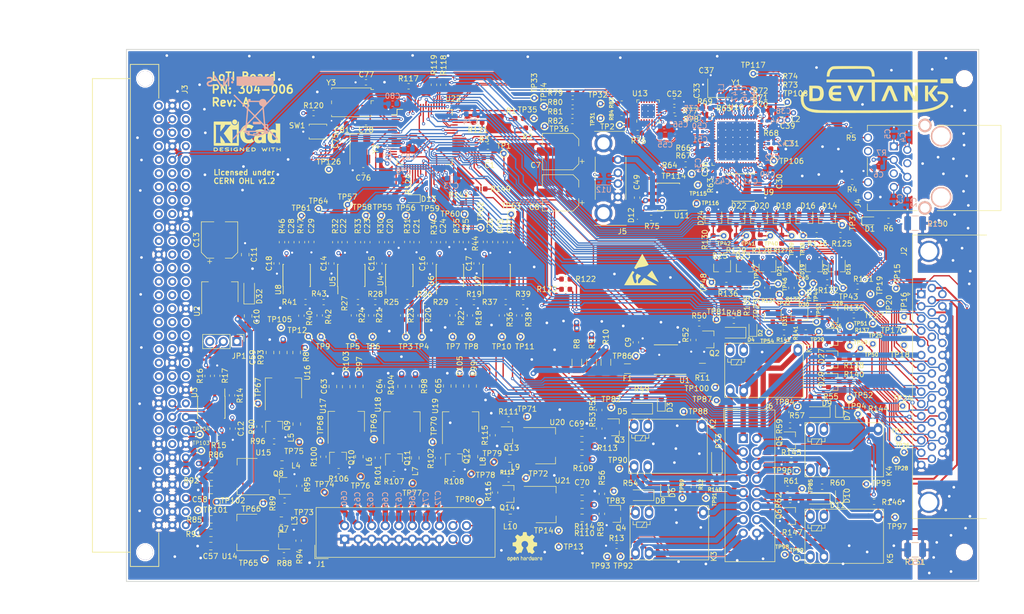
<source format=kicad_pcb>
(kicad_pcb (version 20171130) (host pcbnew 5.0.2-bee76a0~70~ubuntu18.04.1)
  (title_block (title "LoTI Board") (date 2019-07-03) (rev A) (company "Devtank Ltd"))
  (layers (0 F.Cu signal) (1 In1.Cu signal) (2 In2.Cu signal) (31 B.Cu signal) (34 B.Paste user) (35 F.Paste user) (36 B.SilkS user) (37 F.SilkS user) (38 B.Mask user) (39 F.Mask user) (44 Edge.Cuts user))
  (net 0 "")
  (net 1 GND)
  (net 2 +3V3)
  (net 3 +5V)
  (net 4 "Net-(C6-Pad2)")
  (net 5 "Net-(D3-Pad2)")
  (net 6 /DAC_OUT0)
  (net 7 /RXN)
  (net 8 /RXP)
  (net 9 /TXN)
  (net 10 /TXP)
  (net 11 /USB_AUX_PWR)
  (net 12 +3V3_LOC)
  (net 13 /ADC0)
  (net 14 /ADC1)
  (net 15 /ADC2)
  (net 16 /ADC3)
  (net 17 /ADC4)
  (net 18 /ADC5)
  (net 19 /ADC7)
  (net 20 /ADC8)
  (net 21 /ADC9)
  (net 22 /ADC6)
  (net 23 +1V8)
  (net 24 "Net-(C33-Pad1)")
  (net 25 +1V8_USBPLL)
  (net 26 "Net-(C36-Pad1)")
  (net 27 "Net-(C37-Pad1)")
  (net 28 +1V8_ETHPLL)
  (net 29 +3V3_A)
  (net 30 "Net-(C52-Pad1)")
  (net 31 "Net-(C57-Pad1)")
  (net 32 "Net-(C58-Pad1)")
  (net 33 "Net-(C59-Pad1)")
  (net 34 /HS_OUT1)
  (net 35 /HS_OUT2)
  (net 36 /HS_OUT3)
  (net 37 "Net-(C63-Pad1)")
  (net 38 "Net-(C64-Pad1)")
  (net 39 "Net-(C65-Pad1)")
  (net 40 /HS_OUT4)
  (net 41 /HS_OUT5)
  (net 42 /HS_OUT6)
  (net 43 "Net-(C69-Pad1)")
  (net 44 "Net-(C70-Pad1)")
  (net 45 /HS_OUT7)
  (net 46 /HS_OUT8)
  (net 47 "Net-(C75-Pad1)")
  (net 48 "Net-(C76-Pad1)")
  (net 49 "Net-(C77-Pad1)")
  (net 50 "Net-(C78-Pad1)")
  (net 51 /STM_RESET)
  (net 52 "Net-(C82-Pad1)")
  (net 53 /nFDX_LED)
  (net 54 "Net-(D1-Pad2)")
  (net 55 "Net-(D2-Pad2)")
  (net 56 "Net-(D4-Pad2)")
  (net 57 "Net-(D5-Pad2)")
  (net 58 "Net-(D6-Pad2)")
  (net 59 "Net-(D7-Pad2)")
  (net 60 "Net-(D8-Pad2)")
  (net 61 "Net-(D9-Pad2)")
  (net 62 "Net-(D10-Pad2)")
  (net 63 "Net-(D11-Pad2)")
  (net 64 "Net-(D12-Pad1)")
  (net 65 "Net-(D13-Pad1)")
  (net 66 /GPIO1)
  (net 67 /GPIO7)
  (net 68 /GPIO2)
  (net 69 /GPIO8)
  (net 70 /GPIO3)
  (net 71 /GPIO9)
  (net 72 /GPIO4)
  (net 73 /GPIO10)
  (net 74 /GPIO5)
  (net 75 /GPIO11)
  (net 76 /GPIO6)
  (net 77 /PPS1_GPIO12)
  (net 78 /PPS0_GPIO13)
  (net 79 /GPIO14)
  (net 80 /DUT1_UART_RX_GPIO15)
  (net 81 /DUT1_UART_TX_GPIO16)
  (net 82 /DUT0_UART_RX_GPIO17)
  (net 83 /DUT0_UART_TX_GPIO18)
  (net 84 "Net-(F1-Pad2)")
  (net 85 /12V_ADC8)
  (net 86 /GPIO1_EXT)
  (net 87 /12V_ADC9)
  (net 88 /GPIO2_EXT)
  (net 89 +12V)
  (net 90 -5V)
  (net 91 +3V3_BP)
  (net 92 ADJ_DC)
  (net 93 Earth)
  (net 94 "Net-(J4-Pad11)")
  (net 95 "Net-(J4-Pad9)")
  (net 96 /USB_AUX_N)
  (net 97 /USB_AUX_P)
  (net 98 /OUT1_NC)
  (net 99 +12V_EXT)
  (net 100 /OUT2_NO)
  (net 101 /OUT2_COM)
  (net 102 /OUT2_NC)
  (net 103 /OUT3_NO)
  (net 104 /OUT3_COM)
  (net 105 /OUT3_NC)
  (net 106 /OUT4_NC)
  (net 107 /OUT4_COM)
  (net 108 /OUT4_NO)
  (net 109 /OUT5_NO)
  (net 110 /OUT5_COM)
  (net 111 /OUT5_NC)
  (net 112 "Net-(L3-Pad2)")
  (net 113 "Net-(L4-Pad2)")
  (net 114 "Net-(L5-Pad2)")
  (net 115 "Net-(L6-Pad2)")
  (net 116 "Net-(L7-Pad2)")
  (net 117 "Net-(L8-Pad2)")
  (net 118 "Net-(L9-Pad2)")
  (net 119 "Net-(L10-Pad2)")
  (net 120 "Net-(Q2-Pad1)")
  (net 121 "Net-(Q3-Pad1)")
  (net 122 "Net-(Q4-Pad1)")
  (net 123 "Net-(Q5-Pad1)")
  (net 124 "Net-(Q6-Pad1)")
  (net 125 "Net-(Q7-Pad3)")
  (net 126 "Net-(Q7-Pad1)")
  (net 127 "Net-(Q8-Pad1)")
  (net 128 "Net-(Q8-Pad3)")
  (net 129 "Net-(Q9-Pad1)")
  (net 130 "Net-(Q9-Pad3)")
  (net 131 "Net-(Q10-Pad1)")
  (net 132 "Net-(Q10-Pad3)")
  (net 133 "Net-(Q11-Pad1)")
  (net 134 "Net-(Q11-Pad3)")
  (net 135 "Net-(Q12-Pad1)")
  (net 136 "Net-(Q12-Pad3)")
  (net 137 "Net-(Q13-Pad3)")
  (net 138 "Net-(Q13-Pad1)")
  (net 139 "Net-(Q14-Pad3)")
  (net 140 "Net-(Q14-Pad1)")
  (net 141 /STM_RES1)
  (net 142 /STM_RES2)
  (net 143 /STM_Micro/DAC_OUT)
  (net 144 /nLNKA_LED)
  (net 145 /nSPD_LED)
  (net 146 /PORT_SEL)
  (net 147 "Net-(R15-Pad1)")
  (net 148 "Net-(R16-Pad1)")
  (net 149 "Net-(R18-Pad1)")
  (net 150 /5V_ADC6)
  (net 151 /3V3_ADC2)
  (net 152 "Net-(R20-Pad1)")
  (net 153 /3V3_ADC4)
  (net 154 "Net-(R21-Pad1)")
  (net 155 "Net-(R22-Pad1)")
  (net 156 /3V3_ADC5)
  (net 157 "Net-(R23-Pad1)")
  (net 158 /3V3_ADC1)
  (net 159 "Net-(R24-Pad1)")
  (net 160 /3V3_ADC3)
  (net 161 "Net-(R30-Pad2)")
  (net 162 "Net-(R31-Pad2)")
  (net 163 "Net-(R32-Pad2)")
  (net 164 "Net-(R33-Pad2)")
  (net 165 "Net-(R34-Pad2)")
  (net 166 "Net-(R35-Pad2)")
  (net 167 "Net-(R36-Pad1)")
  (net 168 "Net-(R38-Pad1)")
  (net 169 /12V_ADC10)
  (net 170 "Net-(R40-Pad1)")
  (net 171 "Net-(R42-Pad1)")
  (net 172 /5V_ADC7)
  (net 173 "Net-(R44-Pad2)")
  (net 174 "Net-(R45-Pad2)")
  (net 175 "Net-(R46-Pad2)")
  (net 176 "Net-(R47-Pad2)")
  (net 177 /RL1_OUT)
  (net 178 /RL2_OUT)
  (net 179 /RL3_OUT)
  (net 180 /RL4_OUT)
  (net 181 /RL5_OUT)
  (net 182 "Net-(R63-Pad1)")
  (net 183 /RESET)
  (net 184 "Net-(R66-Pad1)")
  (net 185 "Net-(R68-Pad1)")
  (net 186 "Net-(R69-Pad1)")
  (net 187 "Net-(R70-Pad1)")
  (net 188 "Net-(R78-Pad1)")
  (net 189 "Net-(R79-Pad2)")
  (net 190 /STM_BOOT0)
  (net 191 "Net-(R80-Pad2)")
  (net 192 "Net-(R81-Pad2)")
  (net 193 "Net-(R82-Pad2)")
  (net 194 /STM_DEBUG_TX)
  (net 195 "Net-(R83-Pad2)")
  (net 196 "Net-(R84-Pad2)")
  (net 197 /STM_DEBUG_RX)
  (net 198 /HS_CTRL_SW1)
  (net 199 /HS_CTRL_SW2)
  (net 200 /HS_CTRL_SW3)
  (net 201 /HS_CTRL_SW4)
  (net 202 /HS_CTRL_SW5)
  (net 203 /HS_CTRL_SW6)
  (net 204 /HS_CTRL_SW7)
  (net 205 /HS_CTRL_SW8)
  (net 206 "Net-(R118-Pad2)")
  (net 207 "Net-(R119-Pad2)")
  (net 208 "Net-(R121-Pad2)")
  (net 209 "Net-(R122-Pad2)")
  (net 210 "Net-(R123-Pad2)")
  (net 211 "Net-(R124-Pad2)")
  (net 212 /GPIO3_EXT)
  (net 213 /GPIO4_EXT)
  (net 214 /GPIO5_EXT)
  (net 215 /GPIO6_EXT)
  (net 216 /GPIO7_EXT)
  (net 217 /GPIO8_EXT)
  (net 218 /GPIO9_EXT)
  (net 219 /GPIO10_EXT)
  (net 220 /GPIO11_EXT)
  (net 221 /PPS1_GPIO12_EXT)
  (net 222 /PPS0_GPIO13_EXT)
  (net 223 /GPIO14_EXT)
  (net 224 /DUT1_RX_GPIO15_EXT)
  (net 225 /DUT1_TX_GPIO16_EXT)
  (net 226 /DUT0_RX_GPIO17_EXT)
  (net 227 /DUT0_TX_GPIO18_EXT)
  (net 228 /I_MON)
  (net 229 "Net-(TP114-Pad1)")
  (net 230 "Net-(TP115-Pad1)")
  (net 231 /USB_Controller/PCTL4)
  (net 232 "Net-(U1-Pad4)")
  (net 233 "Net-(U1-Pad12)")
  (net 234 /USB_Controller/EEDI)
  (net 235 /USB_Controller/EEDO)
  (net 236 /USB_Controller/EECLK)
  (net 237 /USB_DATA_N)
  (net 238 /USB_DATA_P)
  (net 239 /USB_DEBUG_N)
  (net 240 /USB_DEBUG_P)
  (net 241 /SPI0_CLK)
  (net 242 /SPI0_MOSI)
  (net 243 /SPI0_MISO)
  (net 244 /USB_ROOT_N)
  (net 245 /USB_ROOT_P)
  (net 246 /OUT1_COM)
  (net 247 "Net-(R11-Pad2)")
  (net 248 "Net-(R12-Pad1)")
  (net 249 "Net-(F1-Pad1)")
  (net 250 /ADC5_OPT)
  (module Mounting_Holes:MountingHole_2.7mm (layer F.Cu) (at 58.6 50.55)
    (fp_text reference REF** hide)
    (fp_text value MountingHole_3.5mm hide)
    (pad 1 np_thru_hole circle (at 0 0) (size 2.7 2.7) (drill 2.7) (layers *.Cu *.Mask))
  )
  (module Package_QFP:LQFP-64_10x10mm_P0.5mm (layer F.Cu) (at 111 61.5)
    (fp_text reference U22 (at 5.332 -7.2) (layer F.SilkS))
    (fp_text value STM32F072RBTx)
    (pad 1 smd rect (at -5.7 -3.75) (size 1 0.25) (layers F.Cu F.Paste F.Mask))
    (pad 2 smd rect (at -5.7 -3.25) (size 1 0.25) (layers F.Cu F.Paste F.Mask) (net 202 /HS_CTRL_SW5))
    (pad 3 smd rect (at -5.7 -2.75) (size 1 0.25) (layers F.Cu F.Paste F.Mask) (net 49 "Net-(C77-Pad1)"))
    (pad 4 smd rect (at -5.7 -2.25) (size 1 0.25) (layers F.Cu F.Paste F.Mask) (net 50 "Net-(C78-Pad1)"))
    (pad 5 smd rect (at -5.7 -1.75) (size 1 0.25) (layers F.Cu F.Paste F.Mask) (net 47 "Net-(C75-Pad1)"))
    (pad 6 smd rect (at -5.7 -1.25) (size 1 0.25) (layers F.Cu F.Paste F.Mask) (net 48 "Net-(C76-Pad1)"))
    (pad 7 smd rect (at -5.7 -0.75) (size 1 0.25) (layers F.Cu F.Paste F.Mask) (net 51 /STM_RESET))
    (pad 8 smd rect (at -5.7 -0.25) (size 1 0.25) (layers F.Cu F.Paste F.Mask) (net 18 /ADC5))
    (pad 9 smd rect (at -5.7 0.25) (size 1 0.25) (layers F.Cu F.Paste F.Mask) (net 22 /ADC6))
    (pad 10 smd rect (at -5.7 0.75) (size 1 0.25) (layers F.Cu F.Paste F.Mask) (net 69 /GPIO8))
    (pad 11 smd rect (at -5.7 1.25) (size 1 0.25) (layers F.Cu F.Paste F.Mask) (net 19 /ADC7))
    (pad 12 smd rect (at -5.7 1.75) (size 1 0.25) (layers F.Cu F.Paste F.Mask) (net 1 GND))
    (pad 13 smd rect (at -5.7 2.25) (size 1 0.25) (layers F.Cu F.Paste F.Mask) (net 52 "Net-(C82-Pad1)"))
    (pad 14 smd rect (at -5.7 2.75) (size 1 0.25) (layers F.Cu F.Paste F.Mask) (net 209 "Net-(R122-Pad2)"))
    (pad 15 smd rect (at -5.7 3.25) (size 1 0.25) (layers F.Cu F.Paste F.Mask) (net 210 "Net-(R123-Pad2)"))
    (pad 16 smd rect (at -5.7 3.75) (size 1 0.25) (layers F.Cu F.Paste F.Mask) (net 194 /STM_DEBUG_TX))
    (pad 17 smd rect (at -3.75 5.7 90) (size 1 0.25) (layers F.Cu F.Paste F.Mask) (net 197 /STM_DEBUG_RX))
    (pad 18 smd rect (at -3.25 5.7 90) (size 1 0.25) (layers F.Cu F.Paste F.Mask) (net 1 GND))
    (pad 19 smd rect (at -2.75 5.7 90) (size 1 0.25) (layers F.Cu F.Paste F.Mask) (net 2 +3V3))
    (pad 20 smd rect (at -2.25 5.7 90) (size 1 0.25) (layers F.Cu F.Paste F.Mask) (net 13 /ADC0))
    (pad 21 smd rect (at -1.75 5.7 90) (size 1 0.25) (layers F.Cu F.Paste F.Mask) (net 211 "Net-(R124-Pad2)"))
    (pad 22 smd rect (at -1.25 5.7 90) (size 1 0.25) (layers F.Cu F.Paste F.Mask) (net 14 /ADC1))
    (pad 23 smd rect (at -0.75 5.7 90) (size 1 0.25) (layers F.Cu F.Paste F.Mask) (net 15 /ADC2))
    (pad 24 smd rect (at -0.25 5.7 90) (size 1 0.25) (layers F.Cu F.Paste F.Mask) (net 20 /ADC8))
    (pad 25 smd rect (at 0.25 5.7 90) (size 1 0.25) (layers F.Cu F.Paste F.Mask) (net 21 /ADC9))
    (pad 26 smd rect (at 0.75 5.7 90) (size 1 0.25) (layers F.Cu F.Paste F.Mask) (net 16 /ADC3))
    (pad 27 smd rect (at 1.25 5.7 90) (size 1 0.25) (layers F.Cu F.Paste F.Mask) (net 17 /ADC4))
    (pad 28 smd rect (at 1.75 5.7 90) (size 1 0.25) (layers F.Cu F.Paste F.Mask) (net 181 /RL5_OUT))
    (pad 29 smd rect (at 2.25 5.7 90) (size 1 0.25) (layers F.Cu F.Paste F.Mask) (net 74 /GPIO5))
    (pad 30 smd rect (at 2.75 5.7 90) (size 1 0.25) (layers F.Cu F.Paste F.Mask) (net 180 /RL4_OUT))
    (pad 31 smd rect (at 3.25 5.7 90) (size 1 0.25) (layers F.Cu F.Paste F.Mask) (net 1 GND))
    (pad 32 smd rect (at 3.75 5.7 90) (size 1 0.25) (layers F.Cu F.Paste F.Mask) (net 2 +3V3))
    (pad 33 smd rect (at 5.7 3.75) (size 1 0.25) (layers F.Cu F.Paste F.Mask) (net 179 /RL3_OUT))
    (pad 34 smd rect (at 5.7 3.25) (size 1 0.25) (layers F.Cu F.Paste F.Mask) (net 71 /GPIO9))
    (pad 35 smd rect (at 5.7 2.75) (size 1 0.25) (layers F.Cu F.Paste F.Mask) (net 75 /GPIO11))
    (pad 36 smd rect (at 5.7 2.25) (size 1 0.25) (layers F.Cu F.Paste F.Mask) (net 79 /GPIO14))
    (pad 37 smd rect (at 5.7 1.75) (size 1 0.25) (layers F.Cu F.Paste F.Mask) (net 178 /RL2_OUT))
    (pad 38 smd rect (at 5.7 1.25) (size 1 0.25) (layers F.Cu F.Paste F.Mask) (net 77 /PPS1_GPIO12))
    (pad 39 smd rect (at 5.7 0.75) (size 1 0.25) (layers F.Cu F.Paste F.Mask) (net 177 /RL1_OUT))
    (pad 40 smd rect (at 5.7 0.25) (size 1 0.25) (layers F.Cu F.Paste F.Mask) (net 143 /STM_Micro/DAC_OUT))
    (pad 41 smd rect (at 5.7 -0.25) (size 1 0.25) (layers F.Cu F.Paste F.Mask) (net 72 /GPIO4))
    (pad 42 smd rect (at 5.7 -0.75) (size 1 0.25) (layers F.Cu F.Paste F.Mask) (net 198 /HS_CTRL_SW1))
    (pad 43 smd rect (at 5.7 -1.25) (size 1 0.25) (layers F.Cu F.Paste F.Mask) (net 199 /HS_CTRL_SW2))
    (pad 44 smd rect (at 5.7 -1.75) (size 1 0.25) (layers F.Cu F.Paste F.Mask) (net 237 /USB_DATA_N))
    (pad 45 smd rect (at 5.7 -2.25) (size 1 0.25) (layers F.Cu F.Paste F.Mask) (net 238 /USB_DATA_P))
    (pad 46 smd rect (at 5.7 -2.75) (size 1 0.25) (layers F.Cu F.Paste F.Mask) (net 208 "Net-(R121-Pad2)"))
    (pad 47 smd rect (at 5.7 -3.25) (size 1 0.25) (layers F.Cu F.Paste F.Mask) (net 1 GND))
    (pad 48 smd rect (at 5.7 -3.75) (size 1 0.25) (layers F.Cu F.Paste F.Mask) (net 2 +3V3))
    (pad 49 smd rect (at 3.75 -5.7 90) (size 1 0.25) (layers F.Cu F.Paste F.Mask) (net 201 /HS_CTRL_SW4))
    (pad 50 smd rect (at 3.25 -5.7 90) (size 1 0.25) (layers F.Cu F.Paste F.Mask) (net 68 /GPIO2))
    (pad 51 smd rect (at 2.75 -5.7 90) (size 1 0.25) (layers F.Cu F.Paste F.Mask) (net 206 "Net-(R118-Pad2)"))
    (pad 52 smd rect (at 2.25 -5.7 90) (size 1 0.25) (layers F.Cu F.Paste F.Mask) (net 207 "Net-(R119-Pad2)"))
    (pad 53 smd rect (at 1.75 -5.7 90) (size 1 0.25) (layers F.Cu F.Paste F.Mask) (net 66 /GPIO1))
    (pad 54 smd rect (at 1.25 -5.7 90) (size 1 0.25) (layers F.Cu F.Paste F.Mask) (net 67 /GPIO7))
    (pad 55 smd rect (at 0.75 -5.7 90) (size 1 0.25) (layers F.Cu F.Paste F.Mask) (net 78 /PPS0_GPIO13))
    (pad 56 smd rect (at 0.25 -5.7 90) (size 1 0.25) (layers F.Cu F.Paste F.Mask) (net 76 /GPIO6))
    (pad 57 smd rect (at -0.25 -5.7 90) (size 1 0.25) (layers F.Cu F.Paste F.Mask) (net 203 /HS_CTRL_SW6))
    (pad 58 smd rect (at -0.75 -5.7 90) (size 1 0.25) (layers F.Cu F.Paste F.Mask) (net 73 /GPIO10))
    (pad 59 smd rect (at -1.25 -5.7 90) (size 1 0.25) (layers F.Cu F.Paste F.Mask) (net 70 /GPIO3))
    (pad 60 smd rect (at -1.75 -5.7 90) (size 1 0.25) (layers F.Cu F.Paste F.Mask) (net 190 /STM_BOOT0))
    (pad 61 smd rect (at -2.25 -5.7 90) (size 1 0.25) (layers F.Cu F.Paste F.Mask) (net 204 /HS_CTRL_SW7))
    (pad 62 smd rect (at -2.75 -5.7 90) (size 1 0.25) (layers F.Cu F.Paste F.Mask) (net 205 /HS_CTRL_SW8))
    (pad 63 smd rect (at -3.25 -5.7 90) (size 1 0.25) (layers F.Cu F.Paste F.Mask) (net 1 GND))
    (pad 64 smd rect (at -3.75 -5.7 90) (size 1 0.25) (layers F.Cu F.Paste F.Mask) (net 2 +3V3))
  )
  (module Capacitor_SMD:C_0603_1608Metric (layer F.Cu) (at 122.8875 65.375 180)
    (fp_text reference C1 (at -0.3025 -1.427 180) (layer F.SilkS))
    (fp_text value 100nF)
    (pad 2 smd roundrect (at 0.7875 0 180) (size 0.875 0.95) (layers F.Cu F.Paste F.Mask) (net 1 GND))
    (pad 1 smd roundrect (at -0.7875 0 180) (size 0.875 0.95) (layers F.Cu F.Paste F.Mask) (net 6 /DAC_OUT0))
  )
  (module Capacitor_SMD:C_0402_1005Metric (layer B.Cu) (at 201.57 73.785 90)
    (fp_text reference C2 (at 0 1.17 90) (layer B.SilkS) (effects (justify mirror)))
    (fp_text value 15pF)
    (pad 2 smd roundrect (at 0.485 0 90) (size 0.59 0.64) (layers B.Cu B.Paste B.Mask) (net 7 /RXN))
    (pad 1 smd roundrect (at -0.485 0 90) (size 0.59 0.64) (layers B.Cu B.Paste B.Mask) (net 1 GND))
  )
  (module Capacitor_SMD:C_0402_1005Metric (layer B.Cu) (at 198.99 73.115 90)
    (fp_text reference C3 (at 0 1.17 90) (layer B.SilkS) (effects (justify mirror)))
    (fp_text value 15pF)
    (pad 1 smd roundrect (at -0.485 0 90) (size 0.59 0.64) (layers B.Cu B.Paste B.Mask) (net 1 GND))
    (pad 2 smd roundrect (at 0.485 0 90) (size 0.59 0.64) (layers B.Cu B.Paste B.Mask) (net 8 /RXP))
  )
  (module Capacitor_SMD:C_0402_1005Metric (layer B.Cu) (at 201.87 61.575 270)
    (fp_text reference C4 (at 0 1.17 270) (layer B.SilkS) (effects (justify mirror)))
    (fp_text value 15pF)
    (pad 2 smd roundrect (at 0.485 0 270) (size 0.59 0.64) (layers B.Cu B.Paste B.Mask) (net 9 /TXN))
    (pad 1 smd roundrect (at -0.485 0 270) (size 0.59 0.64) (layers B.Cu B.Paste B.Mask) (net 1 GND))
  )
  (module Capacitor_SMD:C_0402_1005Metric (layer B.Cu) (at 199.01 60.925 270)
    (fp_text reference C5 (at 0 1.17 270) (layer B.SilkS) (effects (justify mirror)))
    (fp_text value 15pF)
    (pad 1 smd roundrect (at -0.485 0 270) (size 0.59 0.64) (layers B.Cu B.Paste B.Mask) (net 1 GND))
    (pad 2 smd roundrect (at 0.485 0 270) (size 0.59 0.64) (layers B.Cu B.Paste B.Mask) (net 10 /TXP))
  )
  (module Resistor_SMD:R_0603_1608Metric (layer B.Cu) (at 196.1425 67.17)
    (fp_text reference C6 (at 0 1.43) (layer B.SilkS) (effects (justify mirror)))
    (fp_text value 22nF)
    (pad 1 smd roundrect (at -0.7875 0) (size 0.875 0.95) (layers B.Cu B.Paste B.Mask) (net 1 GND))
    (pad 2 smd roundrect (at 0.7875 0) (size 0.875 0.95) (layers B.Cu B.Paste B.Mask) (net 4 "Net-(C6-Pad2)"))
  )
  (module Capacitor_SMD:CP_Elec_6.3x7.7 (layer F.Cu) (at 136.5 64.25 180)
    (fp_text reference C7 (at 4.674 -2.552 180) (layer F.SilkS))
    (fp_text value 100uF)
    (pad 2 smd roundrect (at 2.7 0 180) (size 3.5 1.6) (layers F.Cu F.Paste F.Mask) (roundrect_rratio 0.15625) (net 1 GND))
    (pad 1 smd roundrect (at -2.7 0 180) (size 3.5 1.6) (layers F.Cu F.Paste F.Mask) (roundrect_rratio 0.15625) (net 11 /USB_AUX_PWR))
  )
  (module Capacitor_SMD:CP_Elec_6.3x7.7 (layer F.Cu) (at 136.5 72 180)
    (fp_text reference C8 (at 4.928 -2.676 180) (layer F.SilkS))
    (fp_text value 100uF)
    (pad 1 smd roundrect (at -2.7 0 180) (size 3.5 1.6) (layers F.Cu F.Paste F.Mask) (roundrect_rratio 0.15625) (net 11 /USB_AUX_PWR))
    (pad 2 smd roundrect (at 2.7 0 180) (size 3.5 1.6) (layers F.Cu F.Paste F.Mask) (roundrect_rratio 0.15625) (net 1 GND))
  )
  (module Capacitor_SMD:C_0603_1608Metric (layer F.Cu) (at 150.622 100.0505 90)
    (fp_text reference C9 (at 0 -1.43 90) (layer F.SilkS))
    (fp_text value 100nF)
    (pad 2 smd roundrect (at 0.7875 0 90) (size 0.875 0.95) (layers F.Cu F.Paste F.Mask) (net 1 GND))
    (pad 1 smd roundrect (at -0.7875 0 90) (size 0.875 0.95) (layers F.Cu F.Paste F.Mask) (net 2 +3V3))
  )
  (module Capacitor_SMD:C_0805_2012Metric (layer F.Cu) (at 77.9 95.1 90)
    (fp_text reference C10 (at -0.15 1.602 90) (layer F.SilkS))
    (fp_text value 10uF)
    (pad 2 smd roundrect (at 0.9375 0 90) (size 0.975 1.4) (layers F.Cu F.Paste F.Mask) (net 3 +5V))
    (pad 1 smd roundrect (at -0.9375 0 90) (size 0.975 1.4) (layers F.Cu F.Paste F.Mask) (net 1 GND))
  )
  (module Capacitor_SMD:C_0805_2012Metric (layer F.Cu) (at 77.35 83.59 270)
    (fp_text reference C11 (at 0 -1.65 270) (layer F.SilkS))
    (fp_text value 10uF)
    (pad 1 smd roundrect (at -0.9375 0 270) (size 0.975 1.4) (layers F.Cu F.Paste F.Mask) (net 1 GND))
    (pad 2 smd roundrect (at 0.9375 0 270) (size 0.975 1.4) (layers F.Cu F.Paste F.Mask) (net 12 +3V3_LOC))
  )
  (module Capacitor_SMD:C_0603_1608Metric (layer F.Cu) (at 75 116.25 90)
    (fp_text reference C12 (at -0.02 1.54 90) (layer F.SilkS))
    (fp_text value 100nF)
    (pad 1 smd roundrect (at -0.7875 0 90) (size 0.875 0.95) (layers F.Cu F.Paste F.Mask) (net 1 GND))
    (pad 2 smd roundrect (at 0.7875 0 90) (size 0.875 0.95) (layers F.Cu F.Paste F.Mask) (net 2 +3V3))
  )
  (module Capacitor_SMD:CP_Elec_6.3x7.7 (layer F.Cu) (at 72.54 80.84 90)
    (fp_text reference C13 (at 0 -4.35 90) (layer F.SilkS))
    (fp_text value 100uF)
    (pad 1 smd roundrect (at -2.7 0 90) (size 3.5 1.6) (layers F.Cu F.Paste F.Mask) (roundrect_rratio 0.15625) (net 12 +3V3_LOC))
    (pad 2 smd roundrect (at 2.7 0 90) (size 3.5 1.6) (layers F.Cu F.Paste F.Mask) (roundrect_rratio 0.15625) (net 1 GND))
  )
  (module Capacitor_SMD:C_0603_1608Metric (layer F.Cu) (at 93.5 85.25 90)
    (fp_text reference C14 (at 0 -1.43 90) (layer F.SilkS))
    (fp_text value 100nF)
    (pad 1 smd roundrect (at -0.7875 0 90) (size 0.875 0.95) (layers F.Cu F.Paste F.Mask) (net 1 GND))
    (pad 2 smd roundrect (at 0.7875 0 90) (size 0.875 0.95) (layers F.Cu F.Paste F.Mask) (net 2 +3V3))
  )
  (module Capacitor_SMD:C_0603_1608Metric (layer F.Cu) (at 102.5 85.25 90)
    (fp_text reference C15 (at 0 -1.43 90) (layer F.SilkS))
    (fp_text value 100nF)
    (pad 2 smd roundrect (at 0.7875 0 90) (size 0.875 0.95) (layers F.Cu F.Paste F.Mask) (net 2 +3V3))
    (pad 1 smd roundrect (at -0.7875 0 90) (size 0.875 0.95) (layers F.Cu F.Paste F.Mask) (net 1 GND))
  )
  (module Capacitor_SMD:C_0603_1608Metric (layer F.Cu) (at 112 85.25 90)
    (fp_text reference C16 (at 0 -1.43 90) (layer F.SilkS))
    (fp_text value 100nF)
    (pad 1 smd roundrect (at -0.7875 0 90) (size 0.875 0.95) (layers F.Cu F.Paste F.Mask) (net 1 GND))
    (pad 2 smd roundrect (at 0.7875 0 90) (size 0.875 0.95) (layers F.Cu F.Paste F.Mask) (net 2 +3V3))
  )
  (module Capacitor_SMD:C_0603_1608Metric (layer F.Cu) (at 120.75 85.25 90)
    (fp_text reference C17 (at 0 -1.43 90) (layer F.SilkS))
    (fp_text value 100nF)
    (pad 2 smd roundrect (at 0.7875 0 90) (size 0.875 0.95) (layers F.Cu F.Paste F.Mask) (net 2 +3V3))
    (pad 1 smd roundrect (at -0.7875 0 90) (size 0.875 0.95) (layers F.Cu F.Paste F.Mask) (net 1 GND))
  )
  (module Capacitor_SMD:C_0603_1608Metric (layer F.Cu) (at 83.25 85.25 90)
    (fp_text reference C18 (at 0 -1.43 90) (layer F.SilkS))
    (fp_text value 100nF)
    (pad 1 smd roundrect (at -0.7875 0 90) (size 0.875 0.95) (layers F.Cu F.Paste F.Mask) (net 1 GND))
    (pad 2 smd roundrect (at 0.7875 0 90) (size 0.875 0.95) (layers F.Cu F.Paste F.Mask) (net 2 +3V3))
  )
  (module Capacitor_SMD:C_0603_1608Metric (layer F.Cu) (at 104.75 81.25 90)
    (fp_text reference C20 (at 3 -0.25 90) (layer F.SilkS))
    (fp_text value 100nF)
    (pad 1 smd roundrect (at -0.7875 0 90) (size 0.875 0.95) (layers F.Cu F.Paste F.Mask) (net 1 GND))
    (pad 2 smd roundrect (at 0.7875 0 90) (size 0.875 0.95) (layers F.Cu F.Paste F.Mask) (net 13 /ADC0))
  )
  (module Capacitor_SMD:C_0603_1608Metric (layer F.Cu) (at 109.5 81.25 90)
    (fp_text reference C21 (at 3 0 90) (layer F.SilkS))
    (fp_text value 100nF)
    (pad 2 smd roundrect (at 0.7875 0 90) (size 0.875 0.95) (layers F.Cu F.Paste F.Mask) (net 14 /ADC1))
    (pad 1 smd roundrect (at -0.7875 0 90) (size 0.875 0.95) (layers F.Cu F.Paste F.Mask) (net 1 GND))
  )
  (module Capacitor_SMD:C_0603_1608Metric (layer F.Cu) (at 96 81.25 90)
    (fp_text reference C22 (at 3 -0.25 90) (layer F.SilkS))
    (fp_text value 100nF)
    (pad 1 smd roundrect (at -0.7875 0 90) (size 0.875 0.95) (layers F.Cu F.Paste F.Mask) (net 1 GND))
    (pad 2 smd roundrect (at 0.7875 0 90) (size 0.875 0.95) (layers F.Cu F.Paste F.Mask) (net 15 /ADC2))
  )
  (module Capacitor_SMD:C_0603_1608Metric (layer F.Cu) (at 100.25 81.25 90)
    (fp_text reference C23 (at 3 0 90) (layer F.SilkS))
    (fp_text value 100nF)
    (pad 2 smd roundrect (at 0.7875 0 90) (size 0.875 0.95) (layers F.Cu F.Paste F.Mask) (net 16 /ADC3))
    (pad 1 smd roundrect (at -0.7875 0 90) (size 0.875 0.95) (layers F.Cu F.Paste F.Mask) (net 1 GND))
  )
  (module Capacitor_SMD:C_0603_1608Metric (layer F.Cu) (at 114.5 81.25 90)
    (fp_text reference C24 (at 3 -0.0375 90) (layer F.SilkS))
    (fp_text value 100nF)
    (pad 1 smd roundrect (at -0.7875 0 90) (size 0.875 0.95) (layers F.Cu F.Paste F.Mask) (net 1 GND))
    (pad 2 smd roundrect (at 0.7875 0 90) (size 0.875 0.95) (layers F.Cu F.Paste F.Mask) (net 17 /ADC4))
  )
  (module Capacitor_SMD:C_0603_1608Metric (layer F.Cu) (at 118.75 81.25 90)
    (fp_text reference C25 (at 3 0 90) (layer F.SilkS))
    (fp_text value 100nF)
    (pad 2 smd roundrect (at 0.7875 0 90) (size 0.875 0.95) (layers F.Cu F.Paste F.Mask) (net 250 /ADC5_OPT))
    (pad 1 smd roundrect (at -0.7875 0 90) (size 0.875 0.95) (layers F.Cu F.Paste F.Mask) (net 1 GND))
  )
  (module Capacitor_SMD:C_0603_1608Metric (layer F.Cu) (at 123.25 81.2125 90)
    (fp_text reference C26 (at 3 0 90) (layer F.SilkS))
    (fp_text value 100nF)
    (pad 2 smd roundrect (at 0.7875 0 90) (size 0.875 0.95) (layers F.Cu F.Paste F.Mask) (net 19 /ADC7))
    (pad 1 smd roundrect (at -0.7875 0 90) (size 0.875 0.95) (layers F.Cu F.Paste F.Mask) (net 1 GND))
  )
  (module Capacitor_SMD:C_0603_1608Metric (layer F.Cu) (at 127 81.2575 90)
    (fp_text reference C27 (at 3 0 90) (layer F.SilkS))
    (fp_text value 100nF)
    (pad 1 smd roundrect (at -0.7875 0 90) (size 0.875 0.95) (layers F.Cu F.Paste F.Mask) (net 1 GND))
    (pad 2 smd roundrect (at 0.7875 0 90) (size 0.875 0.95) (layers F.Cu F.Paste F.Mask) (net 20 /ADC8))
  )
  (module Capacitor_SMD:C_0603_1608Metric (layer F.Cu) (at 86 81.25 90)
    (fp_text reference C28 (at 3 0 90) (layer F.SilkS))
    (fp_text value 100nF)
    (pad 1 smd roundrect (at -0.7875 0 90) (size 0.875 0.95) (layers F.Cu F.Paste F.Mask) (net 1 GND))
    (pad 2 smd roundrect (at 0.7875 0 90) (size 0.875 0.95) (layers F.Cu F.Paste F.Mask) (net 21 /ADC9))
  )
  (module Capacitor_SMD:C_0603_1608Metric (layer F.Cu) (at 89.75 81.2125 90)
    (fp_text reference C29 (at 3 0 90) (layer F.SilkS))
    (fp_text value 100nF)
    (pad 1 smd roundrect (at -0.7875 0 90) (size 0.875 0.95) (layers F.Cu F.Paste F.Mask) (net 1 GND))
    (pad 2 smd roundrect (at 0.7875 0 90) (size 0.875 0.95) (layers F.Cu F.Paste F.Mask) (net 22 /ADC6))
  )
  (module Capacitor_SMD:C_0402_1005Metric (layer F.Cu) (at 175.75 69.75 90)
    (fp_text reference C30 (at -0.1 1.796 90) (layer F.SilkS))
    (fp_text value 100nF)
    (pad 1 smd roundrect (at -0.485 0 90) (size 0.59 0.64) (layers F.Cu F.Paste F.Mask) (net 1 GND))
    (pad 2 smd roundrect (at 0.485 0 90) (size 0.59 0.64) (layers F.Cu F.Paste F.Mask) (net 2 +3V3))
  )
  (module Capacitor_SMD:C_0603_1608Metric (layer F.Cu) (at 176.75 63.75)
    (fp_text reference C31 (at 3.082 -1.012) (layer F.SilkS))
    (fp_text value 4.7uF)
    (pad 2 smd roundrect (at 0.7875 0) (size 0.875 0.95) (layers F.Cu F.Paste F.Mask) (net 1 GND))
    (pad 1 smd roundrect (at -0.7875 0) (size 0.875 0.95) (layers F.Cu F.Paste F.Mask) (net 23 +1V8))
  )
  (module Capacitor_SMD:C_0402_1005Metric (layer B.Cu) (at 176.25 64.25)
    (fp_text reference C32 (at 0 1.17) (layer B.SilkS) (effects (justify mirror)))
    (fp_text value 100nF)
    (pad 1 smd roundrect (at -0.485 0) (size 0.59 0.64) (layers B.Cu B.Paste B.Mask) (net 23 +1V8))
    (pad 2 smd roundrect (at 0.485 0) (size 0.59 0.64) (layers B.Cu B.Paste B.Mask) (net 1 GND))
  )
  (module Capacitor_SMD:C_0402_1005Metric (layer F.Cu) (at 163.2 53.085 90)
    (fp_text reference C33 (at 0.253 -1.148 90) (layer F.SilkS))
    (fp_text value 18pF)
    (pad 1 smd roundrect (at -0.485 0 90) (size 0.59 0.64) (layers F.Cu F.Paste F.Mask) (net 24 "Net-(C33-Pad1)"))
    (pad 2 smd roundrect (at 0.485 0 90) (size 0.59 0.64) (layers F.Cu F.Paste F.Mask) (net 1 GND))
  )
  (module Capacitor_SMD:C_0402_1005Metric (layer B.Cu) (at 163.66 66.865 270)
    (fp_text reference C34 (at 0 1.354 270) (layer B.SilkS) (effects (justify mirror)))
    (fp_text value 100nF)
    (pad 1 smd roundrect (at -0.485 0 270) (size 0.59 0.64) (layers B.Cu B.Paste B.Mask) (net 23 +1V8))
    (pad 2 smd roundrect (at 0.485 0 270) (size 0.59 0.64) (layers B.Cu B.Paste B.Mask) (net 1 GND))
  )
  (module Capacitor_SMD:C_0603_1608Metric (layer B.Cu) (at 163.8325 56.13 180)
    (fp_text reference C35 (at 2.7965 -0.004 180) (layer B.SilkS) (effects (justify mirror)))
    (fp_text value 1uF)
    (pad 1 smd roundrect (at -0.7875 0 180) (size 0.875 0.95) (layers B.Cu B.Paste B.Mask) (net 25 +1V8_USBPLL))
    (pad 2 smd roundrect (at 0.7875 0 180) (size 0.875 0.95) (layers B.Cu B.Paste B.Mask) (net 1 GND))
  )
  (module Capacitor_SMD:C_0402_1005Metric (layer F.Cu) (at 162.24 66.655 270)
    (fp_text reference C36 (at 0.909 -1.336 270) (layer F.SilkS))
    (fp_text value 10nF)
    (pad 2 smd roundrect (at 0.485 0 270) (size 0.59 0.64) (layers F.Cu F.Paste F.Mask) (net 1 GND))
    (pad 1 smd roundrect (at -0.485 0 270) (size 0.59 0.64) (layers F.Cu F.Paste F.Mask) (net 26 "Net-(C36-Pad1)"))
  )
  (module Capacitor_SMD:C_0402_1005Metric (layer F.Cu) (at 166.2 49.7 180)
    (fp_text reference C37 (at 2.37 0.678 180) (layer F.SilkS))
    (fp_text value 18pF)
    (pad 1 smd roundrect (at -0.485 0 180) (size 0.59 0.64) (layers F.Cu F.Paste F.Mask) (net 27 "Net-(C37-Pad1)"))
    (pad 2 smd roundrect (at 0.485 0 180) (size 0.59 0.64) (layers F.Cu F.Paste F.Mask) (net 1 GND))
  )
  (module Capacitor_SMD:C_0603_1608Metric (layer B.Cu) (at 175.2875 56.5)
    (fp_text reference C38 (at 3.0205 0.142) (layer B.SilkS) (effects (justify mirror)))
    (fp_text value 0.1uF)
    (pad 2 smd roundrect (at 0.7875 0) (size 0.875 0.95) (layers B.Cu B.Paste B.Mask) (net 1 GND))
    (pad 1 smd roundrect (at -0.7875 0) (size 0.875 0.95) (layers B.Cu B.Paste B.Mask) (net 28 +1V8_ETHPLL))
  )
  (module Capacitor_SMD:C_0402_1005Metric (layer F.Cu) (at 176.13 59.5)
    (fp_text reference C39 (at 2.94 -0.064) (layer F.SilkS))
    (fp_text value 100nF)
    (pad 2 smd roundrect (at 0.485 0) (size 0.59 0.64) (layers F.Cu F.Paste F.Mask) (net 1 GND))
    (pad 1 smd roundrect (at -0.485 0) (size 0.59 0.64) (layers F.Cu F.Paste F.Mask) (net 2 +3V3))
  )
  (module Capacitor_SMD:C_0402_1005Metric (layer B.Cu) (at 175.33 67.32)
    (fp_text reference C40 (at 0 1.17) (layer B.SilkS) (effects (justify mirror)))
    (fp_text value 100nF)
    (pad 2 smd roundrect (at 0.485 0) (size 0.59 0.64) (layers B.Cu B.Paste B.Mask) (net 1 GND))
    (pad 1 smd roundrect (at -0.485 0) (size 0.59 0.64) (layers B.Cu B.Paste B.Mask) (net 2 +3V3))
  )
  (module Capacitor_SMD:C_0402_1005Metric (layer B.Cu) (at 172.095 68.65)
    (fp_text reference C41 (at 0 1.17) (layer B.SilkS) (effects (justify mirror)))
    (fp_text value 100nF)
    (pad 1 smd roundrect (at -0.485 0) (size 0.59 0.64) (layers B.Cu B.Paste B.Mask) (net 2 +3V3))
    (pad 2 smd roundrect (at 0.485 0) (size 0.59 0.64) (layers B.Cu B.Paste B.Mask) (net 1 GND))
  )
  (module Capacitor_SMD:C_0402_1005Metric (layer B.Cu) (at 176 62.75)
    (fp_text reference C42 (at 2.562 -0.012) (layer B.SilkS) (effects (justify mirror)))
    (fp_text value 100nF)
    (pad 2 smd roundrect (at 0.485 0) (size 0.59 0.64) (layers B.Cu B.Paste B.Mask) (net 1 GND))
    (pad 1 smd roundrect (at -0.485 0) (size 0.59 0.64) (layers B.Cu B.Paste B.Mask) (net 2 +3V3))
  )
  (module Capacitor_SMD:C_0402_1005Metric (layer B.Cu) (at 166 68.5 180)
    (fp_text reference C43 (at -0.878 -1.35 180) (layer B.SilkS) (effects (justify mirror)))
    (fp_text value 100nF)
    (pad 1 smd roundrect (at -0.485 0 180) (size 0.59 0.64) (layers B.Cu B.Paste B.Mask) (net 2 +3V3))
    (pad 2 smd roundrect (at 0.485 0 180) (size 0.59 0.64) (layers B.Cu B.Paste B.Mask) (net 1 GND))
  )
  (module Capacitor_SMD:C_0402_1005Metric (layer B.Cu) (at 174.75 58.5)
    (fp_text reference C44 (at 2.5 0) (layer B.SilkS) (effects (justify mirror)))
    (fp_text value 100nF)
    (pad 1 smd roundrect (at -0.485 0) (size 0.59 0.64) (layers B.Cu B.Paste B.Mask) (net 29 +3V3_A))
    (pad 2 smd roundrect (at 0.485 0) (size 0.59 0.64) (layers B.Cu B.Paste B.Mask) (net 1 GND))
  )
  (module Capacitor_SMD:C_0402_1005Metric (layer B.Cu) (at 172.25 55.75 90)
    (fp_text reference C45 (at 2.41 0.47 90) (layer B.SilkS) (effects (justify mirror)))
    (fp_text value 100nF)
    (pad 1 smd roundrect (at -0.485 0 90) (size 0.59 0.64) (layers B.Cu B.Paste B.Mask) (net 29 +3V3_A))
    (pad 2 smd roundrect (at 0.485 0 90) (size 0.59 0.64) (layers B.Cu B.Paste B.Mask) (net 1 GND))
  )
  (module Capacitor_SMD:C_0402_1005Metric (layer B.Cu) (at 170.75 55.75 90)
    (fp_text reference C46 (at 2.41 0.192 90) (layer B.SilkS) (effects (justify mirror)))
    (fp_text value 100nF)
    (pad 1 smd roundrect (at -0.485 0 90) (size 0.59 0.64) (layers B.Cu B.Paste B.Mask) (net 29 +3V3_A))
    (pad 2 smd roundrect (at 0.485 0 90) (size 0.59 0.64) (layers B.Cu B.Paste B.Mask) (net 1 GND))
  )
  (module Capacitor_SMD:C_0402_1005Metric (layer B.Cu) (at 169 55.75 90)
    (fp_text reference C47 (at 2.41 0.164 90) (layer B.SilkS) (effects (justify mirror)))
    (fp_text value 100nF)
    (pad 2 smd roundrect (at 0.485 0 90) (size 0.59 0.64) (layers B.Cu B.Paste B.Mask) (net 1 GND))
    (pad 1 smd roundrect (at -0.485 0 90) (size 0.59 0.64) (layers B.Cu B.Paste B.Mask) (net 29 +3V3_A))
  )
  (module Capacitor_SMD:C_0402_1005Metric (layer B.Cu) (at 164 58 180)
    (fp_text reference C48 (at 2.456 0.088 180) (layer B.SilkS) (effects (justify mirror)))
    (fp_text value 100nF)
    (pad 2 smd roundrect (at 0.485 0 180) (size 0.59 0.64) (layers B.Cu B.Paste B.Mask) (net 1 GND))
    (pad 1 smd roundrect (at -0.485 0 180) (size 0.59 0.64) (layers B.Cu B.Paste B.Mask) (net 29 +3V3_A))
  )
  (module Capacitor_SMD:C_0603_1608Metric (layer F.Cu) (at 150.85 72.8925 90)
    (fp_text reference C49 (at 2.8925 -0.06 90) (layer F.SilkS))
    (fp_text value 1uF)
    (pad 2 smd roundrect (at 0.7875 0 90) (size 0.875 0.95) (layers F.Cu F.Paste F.Mask) (net 1 GND))
    (pad 1 smd roundrect (at -0.7875 0 90) (size 0.875 0.95) (layers F.Cu F.Paste F.Mask) (net 3 +5V))
  )
  (module Capacitor_SMD:C_0402_1005Metric (layer B.Cu) (at 162.645 60.51 180)
    (fp_text reference C50 (at 0.085 1.074 180) (layer B.SilkS) (effects (justify mirror)))
    (fp_text value 100nF)
    (pad 2 smd roundrect (at 0.485 0 180) (size 0.59 0.64) (layers B.Cu B.Paste B.Mask) (net 1 GND))
    (pad 1 smd roundrect (at -0.485 0 180) (size 0.59 0.64) (layers B.Cu B.Paste B.Mask) (net 29 +3V3_A))
  )
  (module Capacitor_SMD:C_0402_1005Metric (layer B.Cu) (at 162.685 62.96 180)
    (fp_text reference C51 (at 0 0.984 180) (layer B.SilkS) (effects (justify mirror)))
    (fp_text value 100nF)
    (pad 1 smd roundrect (at -0.485 0 180) (size 0.59 0.64) (layers B.Cu B.Paste B.Mask) (net 29 +3V3_A))
    (pad 2 smd roundrect (at 0.485 0 180) (size 0.59 0.64) (layers B.Cu B.Paste B.Mask) (net 1 GND))
  )
  (module Capacitor_SMD:C_0603_1608Metric (layer F.Cu) (at 157.8275 54.86)
    (fp_text reference C52 (at 0 -1.43) (layer F.SilkS))
    (fp_text value DNF)
    (pad 2 smd roundrect (at 0.7875 0) (size 0.875 0.95) (layers F.Cu F.Paste F.Mask) (net 1 GND))
    (pad 1 smd roundrect (at -0.7875 0) (size 0.875 0.95) (layers F.Cu F.Paste F.Mask) (net 30 "Net-(C52-Pad1)"))
  )
  (module Capacitor_SMD:C_0805_2012Metric (layer B.Cu) (at 156.1125 61.31)
    (fp_text reference C55 (at 0 1.65) (layer B.SilkS) (effects (justify mirror)))
    (fp_text value 4.7uF)
    (pad 1 smd roundrect (at -0.9375 0) (size 0.975 1.4) (layers B.Cu B.Paste B.Mask) (net 2 +3V3))
    (pad 2 smd roundrect (at 0.9375 0) (size 0.975 1.4) (layers B.Cu B.Paste B.Mask) (net 1 GND))
  )
  (module Capacitor_SMD:C_0603_1608Metric (layer B.Cu) (at 155.92 59.47)
    (fp_text reference C56 (at 3.084 -0.288) (layer B.SilkS) (effects (justify mirror)))
    (fp_text value 100nF)
    (pad 1 smd roundrect (at -0.7875 0) (size 0.875 0.95) (layers B.Cu B.Paste B.Mask) (net 2 +3V3))
    (pad 2 smd roundrect (at 0.7875 0) (size 0.875 0.95) (layers B.Cu B.Paste B.Mask) (net 1 GND))
  )
  (module Capacitor_SMD:C_0402_1005Metric (layer B.Cu) (at 95.97 131.82 90)
    (fp_text reference C60 (at 2.52 -0.05 90) (layer B.SilkS) (effects (justify mirror)))
    (fp_text value 100nF)
    (pad 1 smd roundrect (at -0.485 0 90) (size 0.59 0.64) (layers B.Cu B.Paste B.Mask) (net 34 /HS_OUT1))
    (pad 2 smd roundrect (at 0.485 0 90) (size 0.59 0.64) (layers B.Cu B.Paste B.Mask) (net 1 GND))
  )
  (module Capacitor_SMD:C_0402_1005Metric (layer B.Cu) (at 98.41 131.82 90)
    (fp_text reference C61 (at 2.28 0 90) (layer B.SilkS) (effects (justify mirror)))
    (fp_text value 100nF)
    (pad 2 smd roundrect (at 0.485 0 90) (size 0.59 0.64) (layers B.Cu B.Paste B.Mask) (net 1 GND))
    (pad 1 smd roundrect (at -0.485 0 90) (size 0.59 0.64) (layers B.Cu B.Paste B.Mask) (net 35 /HS_OUT2))
  )
  (module Capacitor_SMD:C_0402_1005Metric (layer B.Cu) (at 100.91 131.82 90)
    (fp_text reference C62 (at 2.28 -0.072 90) (layer B.SilkS) (effects (justify mirror)))
    (fp_text value 100nF)
    (pad 2 smd roundrect (at 0.485 0 90) (size 0.59 0.64) (layers B.Cu B.Paste B.Mask) (net 1 GND))
    (pad 1 smd roundrect (at -0.485 0 90) (size 0.59 0.64) (layers B.Cu B.Paste B.Mask) (net 36 /HS_OUT3))
  )
  (module Capacitor_SMD:C_0402_1005Metric (layer B.Cu) (at 103.62 131.82 90)
    (fp_text reference C66 (at 2.28 0.012 90) (layer B.SilkS) (effects (justify mirror)))
    (fp_text value 100nF)
    (pad 2 smd roundrect (at 0.485 0 90) (size 0.59 0.64) (layers B.Cu B.Paste B.Mask) (net 1 GND))
    (pad 1 smd roundrect (at -0.485 0 90) (size 0.59 0.64) (layers B.Cu B.Paste B.Mask) (net 40 /HS_OUT4))
  )
  (module Capacitor_SMD:C_0402_1005Metric (layer B.Cu) (at 106.14 131.84 90)
    (fp_text reference C67 (at 2.3 0.032 90) (layer B.SilkS) (effects (justify mirror)))
    (fp_text value 100nF)
    (pad 2 smd roundrect (at 0.485 0 90) (size 0.59 0.64) (layers B.Cu B.Paste B.Mask) (net 1 GND))
    (pad 1 smd roundrect (at -0.485 0 90) (size 0.59 0.64) (layers B.Cu B.Paste B.Mask) (net 41 /HS_OUT5))
  )
  (module Capacitor_SMD:C_0402_1005Metric (layer B.Cu) (at 108.69 131.82 90)
    (fp_text reference C68 (at 2.534 0.022 90) (layer B.SilkS) (effects (justify mirror)))
    (fp_text value 100nF)
    (pad 1 smd roundrect (at -0.485 0 90) (size 0.59 0.64) (layers B.Cu B.Paste B.Mask) (net 42 /HS_OUT6))
    (pad 2 smd roundrect (at 0.485 0 90) (size 0.59 0.64) (layers B.Cu B.Paste B.Mask) (net 1 GND))
  )
  (module Capacitor_SMD:C_0402_1005Metric (layer B.Cu) (at 111.21 131.82 90)
    (fp_text reference C71 (at 2.28 0.042 90) (layer B.SilkS) (effects (justify mirror)))
    (fp_text value 100nF)
    (pad 2 smd roundrect (at 0.485 0 90) (size 0.59 0.64) (layers B.Cu B.Paste B.Mask) (net 1 GND))
    (pad 1 smd roundrect (at -0.485 0 90) (size 0.59 0.64) (layers B.Cu B.Paste B.Mask) (net 45 /HS_OUT7))
  )
  (module Capacitor_SMD:C_0402_1005Metric (layer B.Cu) (at 113.67 131.815 90)
    (fp_text reference C72 (at 2.529 -0.132 90) (layer B.SilkS) (effects (justify mirror)))
    (fp_text value 100nF)
    (pad 2 smd roundrect (at 0.485 0 90) (size 0.59 0.64) (layers B.Cu B.Paste B.Mask) (net 1 GND))
    (pad 1 smd roundrect (at -0.485 0 90) (size 0.59 0.64) (layers B.Cu B.Paste B.Mask) (net 46 /HS_OUT8))
  )
  (module Capacitor_SMD:C_0603_1608Metric (layer B.Cu) (at 116 69.25)
    (fp_text reference C73 (at 0 1.43) (layer B.SilkS) (effects (justify mirror)))
    (fp_text value 100nF)
    (pad 2 smd roundrect (at 0.7875 0) (size 0.875 0.95) (layers B.Cu B.Paste B.Mask) (net 1 GND))
    (pad 1 smd roundrect (at -0.7875 0) (size 0.875 0.95) (layers B.Cu B.Paste B.Mask) (net 2 +3V3))
  )
  (module Capacitor_SMD:C_0603_1608Metric (layer B.Cu) (at 119.5975 57.19)
    (fp_text reference C74 (at 0 1.43) (layer B.SilkS) (effects (justify mirror)))
    (fp_text value 100nF)
    (pad 1 smd roundrect (at -0.7875 0) (size 0.875 0.95) (layers B.Cu B.Paste B.Mask) (net 2 +3V3))
    (pad 2 smd roundrect (at 0.7875 0) (size 0.875 0.95) (layers B.Cu B.Paste B.Mask) (net 1 GND))
  )
  (module Capacitor_SMD:C_0603_1608Metric (layer F.Cu) (at 95.75 62.25 270)
    (fp_text reference C75 (at 0 1.5 270) (layer F.SilkS))
    (fp_text value 18pF)
    (pad 2 smd roundrect (at 0.7875 0 270) (size 0.875 0.95) (layers F.Cu F.Paste F.Mask) (net 1 GND))
    (pad 1 smd roundrect (at -0.7875 0 270) (size 0.875 0.95) (layers F.Cu F.Paste F.Mask) (net 47 "Net-(C75-Pad1)"))
  )
  (module Capacitor_SMD:C_0603_1608Metric (layer F.Cu) (at 99.5 67.75 180)
    (fp_text reference C76 (at 0 -1.43 180) (layer F.SilkS))
    (fp_text value 18pF)
    (pad 1 smd roundrect (at -0.7875 0 180) (size 0.875 0.95) (layers F.Cu F.Paste F.Mask) (net 48 "Net-(C76-Pad1)"))
    (pad 2 smd roundrect (at 0.7875 0 180) (size 0.875 0.95) (layers F.Cu F.Paste F.Mask) (net 1 GND))
  )
  (module Capacitor_SMD:C_0603_1608Metric (layer F.Cu) (at 100 51.25 180)
    (fp_text reference C77 (at -0.076 1.466 180) (layer F.SilkS))
    (fp_text value 4.3pF)
    (pad 2 smd roundrect (at 0.7875 0 180) (size 0.875 0.95) (layers F.Cu F.Paste F.Mask) (net 1 GND))
    (pad 1 smd roundrect (at -0.7875 0 180) (size 0.875 0.95) (layers F.Cu F.Paste F.Mask) (net 49 "Net-(C77-Pad1)"))
  )
  (module Capacitor_SMD:C_0603_1608Metric (layer F.Cu) (at 100 58.75 180)
    (fp_text reference C78 (at 0 -1.43 180) (layer F.SilkS))
    (fp_text value 4.3pF)
    (pad 1 smd roundrect (at -0.7875 0 180) (size 0.875 0.95) (layers F.Cu F.Paste F.Mask) (net 50 "Net-(C78-Pad1)"))
    (pad 2 smd roundrect (at 0.7875 0 180) (size 0.875 0.95) (layers F.Cu F.Paste F.Mask) (net 1 GND))
  )
  (module Capacitor_SMD:C_0603_1608Metric (layer B.Cu) (at 107.08 69.47 180)
    (fp_text reference C79 (at 0 1.43 180) (layer B.SilkS) (effects (justify mirror)))
    (fp_text value 100nF)
    (pad 2 smd roundrect (at 0.7875 0 180) (size 0.875 0.95) (layers B.Cu B.Paste B.Mask) (net 1 GND))
    (pad 1 smd roundrect (at -0.7875 0 180) (size 0.875 0.95) (layers B.Cu B.Paste B.Mask) (net 2 +3V3))
  )
  (module Capacitor_SMD:C_0603_1608Metric (layer B.Cu) (at 105 55.25 180)
    (fp_text reference C80 (at 0 1.43 180) (layer B.SilkS) (effects (justify mirror)))
    (fp_text value 100nF)
    (pad 1 smd roundrect (at -0.7875 0 180) (size 0.875 0.95) (layers B.Cu B.Paste B.Mask) (net 2 +3V3))
    (pad 2 smd roundrect (at 0.7875 0 180) (size 0.875 0.95) (layers B.Cu B.Paste B.Mask) (net 1 GND))
  )
  (module Capacitor_SMD:C_0603_1608Metric (layer F.Cu) (at 95.5 59 180)
    (fp_text reference C81 (at -0.004 -1.198 180) (layer F.SilkS))
    (fp_text value 100nF)
    (pad 2 smd roundrect (at 0.7875 0 180) (size 0.875 0.95) (layers F.Cu F.Paste F.Mask) (net 1 GND))
    (pad 1 smd roundrect (at -0.7875 0 180) (size 0.875 0.95) (layers F.Cu F.Paste F.Mask) (net 51 /STM_RESET))
  )
  (module Capacitor_SMD:C_0603_1608Metric (layer B.Cu) (at 107.9275 63.78)
    (fp_text reference C82 (at 0 1.43) (layer B.SilkS) (effects (justify mirror)))
    (fp_text value 100nF)
    (pad 2 smd roundrect (at 0.7875 0) (size 0.875 0.95) (layers B.Cu B.Paste B.Mask) (net 1 GND))
    (pad 1 smd roundrect (at -0.7875 0) (size 0.875 0.95) (layers B.Cu B.Paste B.Mask) (net 52 "Net-(C82-Pad1)"))
  )
  (module LED_SMD:LED_0603_1608Metric (layer F.Cu) (at 194.4625 77.25)
    (fp_text reference D1 (at 0.0375 1.5) (layer F.SilkS))
    (fp_text value GRN)
    (pad 1 smd roundrect (at -0.7875 0) (size 0.875 0.95) (layers F.Cu F.Paste F.Mask) (net 53 /nFDX_LED))
    (pad 2 smd roundrect (at 0.7875 0) (size 0.875 0.95) (layers F.Cu F.Paste F.Mask) (net 54 "Net-(D1-Pad2)"))
  )
  (module LED_SMD:LED_0603_1608Metric (layer F.Cu) (at 172.575 97.45 90)
    (fp_text reference D2 (at -0.848 1.415 90) (layer F.SilkS) (effects (font (size 0.7 0.7))))
    (fp_text value LED)
    (pad 2 smd roundrect (at 0.7875 0 90) (size 0.875 0.95) (layers F.Cu F.Paste F.Mask) (net 55 "Net-(D2-Pad2)"))
    (pad 1 smd roundrect (at -0.7875 0 90) (size 0.875 0.95) (layers F.Cu F.Paste F.Mask) (net 3 +5V))
  )
  (module LED_SMD:LED_0603_1608Metric (layer F.Cu) (at 155.4 111.4875 90)
    (fp_text reference D3 (at -0.7805 1.6 90) (layer F.SilkS))
    (fp_text value LED)
    (pad 1 smd roundrect (at -0.7875 0 90) (size 0.875 0.95) (layers F.Cu F.Paste F.Mask) (net 3 +5V))
    (pad 2 smd roundrect (at 0.7875 0 90) (size 0.875 0.95) (layers F.Cu F.Paste F.Mask) (net 5 "Net-(D3-Pad2)"))
  )
  (module Diode_SMD:D_SOD-123 (layer F.Cu) (at 169 98.25 180)
    (fp_text reference D4 (at -3.212 -1.318 180) (layer F.SilkS) (effects (font (size 0.7 0.7))))
    (fp_text value BAT54T1G)
    (pad 1 smd rect (at -1.65 0 180) (size 0.9 1.2) (layers F.Cu F.Paste F.Mask) (net 3 +5V))
    (pad 2 smd rect (at 1.65 0 180) (size 0.9 1.2) (layers F.Cu F.Paste F.Mask) (net 56 "Net-(D4-Pad2)"))
  )
  (module Diode_SMD:D_SOD-123 (layer F.Cu) (at 151.5 112.5 180)
    (fp_text reference D5 (at 3.418 -0.53 180) (layer F.SilkS))
    (fp_text value BAT54T1G)
    (pad 2 smd rect (at 1.65 0 180) (size 0.9 1.2) (layers F.Cu F.Paste F.Mask) (net 57 "Net-(D5-Pad2)"))
    (pad 1 smd rect (at -1.65 0 180) (size 0.9 1.2) (layers F.Cu F.Paste F.Mask) (net 3 +5V))
  )
  (module LED_SMD:LED_0603_1608Metric (layer F.Cu) (at 156 127.5 90)
    (fp_text reference D6 (at -0.77 1.48 90) (layer F.SilkS))
    (fp_text value LED)
    (pad 2 smd roundrect (at 0.7875 0 90) (size 0.875 0.95) (layers F.Cu F.Paste F.Mask) (net 58 "Net-(D6-Pad2)"))
    (pad 1 smd roundrect (at -0.7875 0 90) (size 0.875 0.95) (layers F.Cu F.Paste F.Mask) (net 3 +5V))
  )
  (module LED_SMD:LED_0603_1608Metric (layer F.Cu) (at 188.8 112.65 90)
    (fp_text reference D7 (at -1.142 1.446 90) (layer F.SilkS))
    (fp_text value LED)
    (pad 2 smd roundrect (at 0.7875 0 90) (size 0.875 0.95) (layers F.Cu F.Paste F.Mask) (net 59 "Net-(D7-Pad2)"))
    (pad 1 smd roundrect (at -0.7875 0 90) (size 0.875 0.95) (layers F.Cu F.Paste F.Mask) (net 3 +5V))
  )
  (module Diode_SMD:D_SOD-123 (layer F.Cu) (at 151.75 128.75 180)
    (fp_text reference D8 (at -3.444 -1.044 180) (layer F.SilkS))
    (fp_text value BAT54T1G)
    (pad 1 smd rect (at -1.65 0 180) (size 0.9 1.2) (layers F.Cu F.Paste F.Mask) (net 3 +5V))
    (pad 2 smd rect (at 1.65 0 180) (size 0.9 1.2) (layers F.Cu F.Paste F.Mask) (net 60 "Net-(D8-Pad2)"))
  )
  (module Diode_SMD:D_SOD-123 (layer F.Cu) (at 184.8 113.15 180)
    (fp_text reference D9 (at -1.636 1.644 180) (layer F.SilkS))
    (fp_text value BAT54T1G)
    (pad 1 smd rect (at -1.65 0 180) (size 0.9 1.2) (layers F.Cu F.Paste F.Mask) (net 3 +5V))
    (pad 2 smd rect (at 1.65 0 180) (size 0.9 1.2) (layers F.Cu F.Paste F.Mask) (net 61 "Net-(D9-Pad2)"))
  )
  (module LED_SMD:LED_0603_1608Metric (layer F.Cu) (at 188.8 128.6875 90)
    (fp_text reference D10 (at -0.1625 1.425 90) (layer F.SilkS))
    (fp_text value LED)
    (pad 1 smd roundrect (at -0.7875 0 90) (size 0.875 0.95) (layers F.Cu F.Paste F.Mask) (net 3 +5V))
    (pad 2 smd roundrect (at 0.7875 0 90) (size 0.875 0.95) (layers F.Cu F.Paste F.Mask) (net 62 "Net-(D10-Pad2)"))
  )
  (module Diode_SMD:D_SOD-123 (layer F.Cu) (at 184.8 129.4 180)
    (fp_text reference D11 (at -3.668 -1.225 180) (layer F.SilkS))
    (fp_text value BAT54T1G)
    (pad 2 smd rect (at 1.65 0 180) (size 0.9 1.2) (layers F.Cu F.Paste F.Mask) (net 63 "Net-(D11-Pad2)"))
    (pad 1 smd rect (at -1.65 0 180) (size 0.9 1.2) (layers F.Cu F.Paste F.Mask) (net 3 +5V))
  )
  (module LED_SMD:LED_0402_1005Metric (layer F.Cu) (at 150.91 75.855 90)
    (fp_text reference D12 (at -0.345 -1.17 90) (layer F.SilkS))
    (fp_text value GRN)
    (pad 1 smd roundrect (at -0.485 0 90) (size 0.59 0.64) (layers F.Cu F.Paste F.Mask) (net 64 "Net-(D12-Pad1)"))
    (pad 2 smd roundrect (at 0.485 0 90) (size 0.59 0.64) (layers F.Cu F.Paste F.Mask) (net 11 /USB_AUX_PWR))
  )
  (module LED_SMD:LED_0603_1608Metric (layer F.Cu) (at 108.7025 73.08 180)
    (fp_text reference D13 (at -3.0575 -0.072 180) (layer F.SilkS))
    (fp_text value LED)
    (pad 1 smd roundrect (at -0.7875 0 180) (size 0.875 0.95) (layers F.Cu F.Paste F.Mask) (net 65 "Net-(D13-Pad1)"))
    (pad 2 smd roundrect (at 0.7875 0 180) (size 0.875 0.95) (layers F.Cu F.Paste F.Mask) (net 2 +3V3))
  )
  (module Package_TO_SOT_SMD:SOT-23 (layer F.Cu) (at 186.468954 76.966665 270)
    (fp_text reference D14 (at -2.544665 -0.475046) (layer F.SilkS))
    (fp_text value BAV99)
    (pad 3 smd rect (at 1 0 270) (size 0.9 0.8) (layers F.Cu F.Paste F.Mask) (net 66 /GPIO1))
    (pad 2 smd rect (at -1 0.95 270) (size 0.9 0.8) (layers F.Cu F.Paste F.Mask) (net 2 +3V3))
    (pad 1 smd rect (at -1 -0.95 270) (size 0.9 0.8) (layers F.Cu F.Paste F.Mask) (net 1 GND))
  )
  (module Package_TO_SOT_SMD:SOT-23 (layer F.Cu) (at 188.3 86.05 270)
    (fp_text reference D15 (at 0.31 -2.2 270) (layer F.SilkS) (effects (font (size 0.7 0.7))))
    (fp_text value BAV99)
    (pad 3 smd rect (at 1 0 270) (size 0.9 0.8) (layers F.Cu F.Paste F.Mask) (net 67 /GPIO7))
    (pad 2 smd rect (at -1 0.95 270) (size 0.9 0.8) (layers F.Cu F.Paste F.Mask) (net 2 +3V3))
    (pad 1 smd rect (at -1 -0.95 270) (size 0.9 0.8) (layers F.Cu F.Paste F.Mask) (net 1 GND))
  )
  (module Package_TO_SOT_SMD:SOT-23 (layer F.Cu) (at 182.218954 76.966665 270)
    (fp_text reference D16 (at -2.544665 -0.661046) (layer F.SilkS))
    (fp_text value BAV99)
    (pad 3 smd rect (at 1 0 270) (size 0.9 0.8) (layers F.Cu F.Paste F.Mask) (net 68 /GPIO2))
    (pad 2 smd rect (at -1 0.95 270) (size 0.9 0.8) (layers F.Cu F.Paste F.Mask) (net 2 +3V3))
    (pad 1 smd rect (at -1 -0.95 270) (size 0.9 0.8) (layers F.Cu F.Paste F.Mask) (net 1 GND))
  )
  (module Package_TO_SOT_SMD:SOT-23 (layer F.Cu) (at 184.05 86.05 270)
    (fp_text reference D17 (at 0.31 -2.132 270) (layer F.SilkS) (effects (font (size 0.7 0.7))))
    (fp_text value BAV99)
    (pad 1 smd rect (at -1 -0.95 270) (size 0.9 0.8) (layers F.Cu F.Paste F.Mask) (net 1 GND))
    (pad 2 smd rect (at -1 0.95 270) (size 0.9 0.8) (layers F.Cu F.Paste F.Mask) (net 2 +3V3))
    (pad 3 smd rect (at 1 0 270) (size 0.9 0.8) (layers F.Cu F.Paste F.Mask) (net 69 /GPIO8))
  )
  (module Package_TO_SOT_SMD:SOT-23 (layer F.Cu) (at 177.968954 76.966665 270)
    (fp_text reference D18 (at -2.544665 -0.339046) (layer F.SilkS))
    (fp_text value BAV99)
    (pad 3 smd rect (at 1 0 270) (size 0.9 0.8) (layers F.Cu F.Paste F.Mask) (net 70 /GPIO3))
    (pad 2 smd rect (at -1 0.95 270) (size 0.9 0.8) (layers F.Cu F.Paste F.Mask) (net 2 +3V3))
    (pad 1 smd rect (at -1 -0.95 270) (size 0.9 0.8) (layers F.Cu F.Paste F.Mask) (net 1 GND))
  )
  (module Package_TO_SOT_SMD:SOT-23 (layer F.Cu) (at 179.8 86.05 270)
    (fp_text reference D19 (at 0.31 -2.064 270) (layer F.SilkS) (effects (font (size 0.7 0.7))))
    (fp_text value BAV99)
    (pad 3 smd rect (at 1 0 270) (size 0.9 0.8) (layers F.Cu F.Paste F.Mask) (net 71 /GPIO9))
    (pad 2 smd rect (at -1 0.95 270) (size 0.9 0.8) (layers F.Cu F.Paste F.Mask) (net 2 +3V3))
    (pad 1 smd rect (at -1 -0.95 270) (size 0.9 0.8) (layers F.Cu F.Paste F.Mask) (net 1 GND))
  )
  (module Package_TO_SOT_SMD:SOT-23 (layer F.Cu) (at 173.718954 76.966665 270)
    (fp_text reference D20 (at -2.544665 -0.525046) (layer F.SilkS))
    (fp_text value BAV99)
    (pad 1 smd rect (at -1 -0.95 270) (size 0.9 0.8) (layers F.Cu F.Paste F.Mask) (net 1 GND))
    (pad 2 smd rect (at -1 0.95 270) (size 0.9 0.8) (layers F.Cu F.Paste F.Mask) (net 2 +3V3))
    (pad 3 smd rect (at 1 0 270) (size 0.9 0.8) (layers F.Cu F.Paste F.Mask) (net 72 /GPIO4))
  )
  (module Package_TO_SOT_SMD:SOT-23 (layer F.Cu) (at 175.3 86.05 270)
    (fp_text reference D21 (at 0.564 -2.246 90) (layer F.SilkS) (effects (font (size 0.7 0.7))))
    (fp_text value BAV99)
    (pad 1 smd rect (at -1 -0.95 270) (size 0.9 0.8) (layers F.Cu F.Paste F.Mask) (net 1 GND))
    (pad 2 smd rect (at -1 0.95 270) (size 0.9 0.8) (layers F.Cu F.Paste F.Mask) (net 2 +3V3))
    (pad 3 smd rect (at 1 0 270) (size 0.9 0.8) (layers F.Cu F.Paste F.Mask) (net 73 /GPIO10))
  )
  (module Package_TO_SOT_SMD:SOT-23 (layer F.Cu) (at 169.468954 76.966665 270)
    (fp_text reference D22 (at -2.544665 -0.457046) (layer F.SilkS))
    (fp_text value BAV99)
    (pad 1 smd rect (at -1 -0.95 270) (size 0.9 0.8) (layers F.Cu F.Paste F.Mask) (net 1 GND))
    (pad 2 smd rect (at -1 0.95 270) (size 0.9 0.8) (layers F.Cu F.Paste F.Mask) (net 2 +3V3))
    (pad 3 smd rect (at 1 0 270) (size 0.9 0.8) (layers F.Cu F.Paste F.Mask) (net 74 /GPIO5))
  )
  (module Package_TO_SOT_SMD:SOT-23 (layer F.Cu) (at 171.05 86.05 270)
    (fp_text reference D23 (at -2.23 0.362 180) (layer F.SilkS))
    (fp_text value BAV99)
    (pad 3 smd rect (at 1 0 270) (size 0.9 0.8) (layers F.Cu F.Paste F.Mask) (net 75 /GPIO11))
    (pad 2 smd rect (at -1 0.95 270) (size 0.9 0.8) (layers F.Cu F.Paste F.Mask) (net 2 +3V3))
    (pad 1 smd rect (at -1 -0.95 270) (size 0.9 0.8) (layers F.Cu F.Paste F.Mask) (net 1 GND))
  )
  (module Package_TO_SOT_SMD:SOT-23 (layer F.Cu) (at 165.15 76.95 270)
    (fp_text reference D24 (at -0.242 2.336 270) (layer F.SilkS))
    (fp_text value BAV99)
    (pad 1 smd rect (at -1 -0.95 270) (size 0.9 0.8) (layers F.Cu F.Paste F.Mask) (net 1 GND))
    (pad 2 smd rect (at -1 0.95 270) (size 0.9 0.8) (layers F.Cu F.Paste F.Mask) (net 2 +3V3))
    (pad 3 smd rect (at 1 0 270) (size 0.9 0.8) (layers F.Cu F.Paste F.Mask) (net 76 /GPIO6))
  )
  (module Package_TO_SOT_SMD:SOT-23 (layer F.Cu) (at 166.8 86.05 270)
    (fp_text reference D25 (at -2.23 0.43) (layer F.SilkS))
    (fp_text value BAV99)
    (pad 1 smd rect (at -1 -0.95 270) (size 0.9 0.8) (layers F.Cu F.Paste F.Mask) (net 1 GND))
    (pad 2 smd rect (at -1 0.95 270) (size 0.9 0.8) (layers F.Cu F.Paste F.Mask) (net 2 +3V3))
    (pad 3 smd rect (at 1 0 270) (size 0.9 0.8) (layers F.Cu F.Paste F.Mask) (net 77 /PPS1_GPIO12))
  )
  (module Package_TO_SOT_SMD:SOT-23 (layer F.Cu) (at 187.75 99.05)
    (fp_text reference D26 (at 0.464 -2.022) (layer F.SilkS) (effects (font (size 0.7 0.7))))
    (fp_text value BAV99)
    (pad 3 smd rect (at 1 0) (size 0.9 0.8) (layers F.Cu F.Paste F.Mask) (net 78 /PPS0_GPIO13))
    (pad 2 smd rect (at -1 0.95) (size 0.9 0.8) (layers F.Cu F.Paste F.Mask) (net 2 +3V3))
    (pad 1 smd rect (at -1 -0.95) (size 0.9 0.8) (layers F.Cu F.Paste F.Mask) (net 1 GND))
  )
  (module Package_TO_SOT_SMD:SOT-23 (layer F.Cu) (at 187.75 103.25)
    (fp_text reference D27 (at -2.33 -0.634 90) (layer F.SilkS))
    (fp_text value BAV99)
    (pad 1 smd rect (at -1 -0.95) (size 0.9 0.8) (layers F.Cu F.Paste F.Mask) (net 1 GND))
    (pad 2 smd rect (at -1 0.95) (size 0.9 0.8) (layers F.Cu F.Paste F.Mask) (net 2 +3V3))
    (pad 3 smd rect (at 1 0) (size 0.9 0.8) (layers F.Cu F.Paste F.Mask) (net 79 /GPIO14))
  )
  (module Package_TO_SOT_SMD:SOT-23 (layer F.Cu) (at 187.75 94.75)
    (fp_text reference D28 (at 0.718 -2.04) (layer F.SilkS) (effects (font (size 0.7 0.7))))
    (fp_text value BAV99)
    (pad 3 smd rect (at 1 0) (size 0.9 0.8) (layers F.Cu F.Paste F.Mask) (net 80 /DUT1_UART_RX_GPIO15))
    (pad 2 smd rect (at -1 0.95) (size 0.9 0.8) (layers F.Cu F.Paste F.Mask) (net 2 +3V3))
    (pad 1 smd rect (at -1 -0.95) (size 0.9 0.8) (layers F.Cu F.Paste F.Mask) (net 1 GND))
  )
  (module Package_TO_SOT_SMD:SOT-23 (layer F.Cu) (at 187.75 107.5)
    (fp_text reference D29 (at -2.33 -0.566 90) (layer F.SilkS))
    (fp_text value BAV99)
    (pad 1 smd rect (at -1 -0.95) (size 0.9 0.8) (layers F.Cu F.Paste F.Mask) (net 1 GND))
    (pad 2 smd rect (at -1 0.95) (size 0.9 0.8) (layers F.Cu F.Paste F.Mask) (net 2 +3V3))
    (pad 3 smd rect (at 1 0) (size 0.9 0.8) (layers F.Cu F.Paste F.Mask) (net 81 /DUT1_UART_TX_GPIO16))
  )
  (module Package_TO_SOT_SMD:SOT-23 (layer F.Cu) (at 181.3 95.2 270)
    (fp_text reference D30 (at -2.236 -0.818) (layer F.SilkS) (effects (font (size 0.7 0.7))))
    (fp_text value BAV99)
    (pad 3 smd rect (at 1 0 270) (size 0.9 0.8) (layers F.Cu F.Paste F.Mask) (net 82 /DUT0_UART_RX_GPIO17))
    (pad 2 smd rect (at -1 0.95 270) (size 0.9 0.8) (layers F.Cu F.Paste F.Mask) (net 2 +3V3))
    (pad 1 smd rect (at -1 -0.95 270) (size 0.9 0.8) (layers F.Cu F.Paste F.Mask) (net 1 GND))
  )
  (module Package_TO_SOT_SMD:SOT-23 (layer F.Cu) (at 176.3 95.2 270)
    (fp_text reference D31 (at 0.812 -2.262 270) (layer F.SilkS) (effects (font (size 0.7 0.7))))
    (fp_text value BAV99)
    (pad 3 smd rect (at 1 0 270) (size 0.9 0.8) (layers F.Cu F.Paste F.Mask) (net 83 /DUT0_UART_TX_GPIO18))
    (pad 2 smd rect (at -1 0.95 270) (size 0.9 0.8) (layers F.Cu F.Paste F.Mask) (net 2 +3V3))
    (pad 1 smd rect (at -1 -0.95 270) (size 0.9 0.8) (layers F.Cu F.Paste F.Mask) (net 1 GND))
  )
  (module Diode_SMD:D_SOD-123 (layer F.Cu) (at 78.1 90.6 90)
    (fp_text reference D32 (at -0.84 1.91 90) (layer F.SilkS))
    (fp_text value 1N4002)
    (pad 2 smd rect (at 1.65 0 90) (size 0.9 1.2) (layers F.Cu F.Paste F.Mask) (net 12 +3V3_LOC))
    (pad 1 smd rect (at -1.65 0 90) (size 0.9 1.2) (layers F.Cu F.Paste F.Mask) (net 3 +5V))
  )
  (module Connector_IDC:IDC-Header_2x10_P2.54mm_Vertical (layer F.Cu) (at 96 137 90)
    (fp_text reference J1 (at -4.68 -4.47 180) (layer F.SilkS))
    (fp_text value Conn_02x10_Odd_Even)
    (pad 1 thru_hole rect (at 0 0 90) (size 1.7272 1.7272) (drill 1.016) (layers *.Cu *.Mask) (net 1 GND))
    (pad 2 thru_hole oval (at 2.54 0 90) (size 1.7272 1.7272) (drill 1.016) (layers *.Cu *.Mask) (net 34 /HS_OUT1))
    (pad 3 thru_hole oval (at 0 2.54 90) (size 1.7272 1.7272) (drill 1.016) (layers *.Cu *.Mask) (net 1 GND))
    (pad 4 thru_hole oval (at 2.54 2.54 90) (size 1.7272 1.7272) (drill 1.016) (layers *.Cu *.Mask) (net 35 /HS_OUT2))
    (pad 5 thru_hole oval (at 0 5.08 90) (size 1.7272 1.7272) (drill 1.016) (layers *.Cu *.Mask) (net 1 GND))
    (pad 6 thru_hole oval (at 2.54 5.08 90) (size 1.7272 1.7272) (drill 1.016) (layers *.Cu *.Mask) (net 36 /HS_OUT3))
    (pad 7 thru_hole oval (at 0 7.62 90) (size 1.7272 1.7272) (drill 1.016) (layers *.Cu *.Mask) (net 1 GND))
    (pad 8 thru_hole oval (at 2.54 7.62 90) (size 1.7272 1.7272) (drill 1.016) (layers *.Cu *.Mask) (net 40 /HS_OUT4))
    (pad 9 thru_hole oval (at 0 10.16 90) (size 1.7272 1.7272) (drill 1.016) (layers *.Cu *.Mask) (net 1 GND))
    (pad 10 thru_hole oval (at 2.54 10.16 90) (size 1.7272 1.7272) (drill 1.016) (layers *.Cu *.Mask) (net 41 /HS_OUT5))
    (pad 11 thru_hole oval (at 0 12.7 90) (size 1.7272 1.7272) (drill 1.016) (layers *.Cu *.Mask) (net 1 GND))
    (pad 12 thru_hole oval (at 2.54 12.7 90) (size 1.7272 1.7272) (drill 1.016) (layers *.Cu *.Mask) (net 42 /HS_OUT6))
    (pad 13 thru_hole oval (at 0 15.24 90) (size 1.7272 1.7272) (drill 1.016) (layers *.Cu *.Mask) (net 1 GND))
    (pad 14 thru_hole oval (at 2.54 15.24 90) (size 1.7272 1.7272) (drill 1.016) (layers *.Cu *.Mask) (net 45 /HS_OUT7))
    (pad 15 thru_hole oval (at 0 17.78 90) (size 1.7272 1.7272) (drill 1.016) (layers *.Cu *.Mask) (net 1 GND))
    (pad 16 thru_hole oval (at 2.54 17.78 90) (size 1.7272 1.7272) (drill 1.016) (layers *.Cu *.Mask) (net 46 /HS_OUT8))
    (pad 17 thru_hole oval (at 0 20.32 90) (size 1.7272 1.7272) (drill 1.016) (layers *.Cu *.Mask) (net 86 /GPIO1_EXT))
    (pad 18 thru_hole oval (at 2.54 20.32 90) (size 1.7272 1.7272) (drill 1.016) (layers *.Cu *.Mask) (net 85 /12V_ADC8))
    (pad 19 thru_hole oval (at 0 22.86 90) (size 1.7272 1.7272) (drill 1.016) (layers *.Cu *.Mask) (net 88 /GPIO2_EXT))
    (pad 20 thru_hole oval (at 2.54 22.86 90) (size 1.7272 1.7272) (drill 1.016) (layers *.Cu *.Mask) (net 87 /12V_ADC9))
  )
  (module Devtank_PCB_Lib:RJ45_TRANSFO_VALCON (layer F.Cu) (at 198.99 63.27 90)
    (fp_text reference J4 (at -10.644 -6.712 270) (layer F.SilkS))
    (fp_text value RJ45-TRANS_VALCON)
    (pad Hole thru_hole circle (at 1.91 8.89 90) (size 3.85 3.85) (drill 3.3) (layers *.Cu *.SilkS *.Mask))
    (pad Hole thru_hole circle (at -9.53 8.89 90) (size 3.85 3.85) (drill 3.3) (layers *.Cu *.SilkS *.Mask))
    (pad 8 thru_hole circle (at -8.26 2.54 90) (size 1.52 1.52) (drill 1.02) (layers *.Cu *.Mask) (net 7 /RXN))
    (pad 7 thru_hole circle (at -7.62 0 90) (size 1.52 1.52) (drill 1.02) (layers *.Cu *.Mask) (net 8 /RXP))
    (pad 6 thru_hole circle (at -5.71 2.54 90) (size 1.52 1.52) (drill 1.02) (layers *.Cu *.Mask) (net 4 "Net-(C6-Pad2)"))
    (pad 5 thru_hole circle (at -5.08 0 90) (size 1.52 1.52) (drill 1.02) (layers *.Cu *.Mask) (net 93 Earth))
    (pad 4 thru_hole circle (at -3.17 2.54 90) (size 1.52 1.52) (drill 1.02) (layers *.Cu *.Mask) (net 93 Earth))
    (pad 3 thru_hole circle (at -2.54 0 90) (size 1.52 1.52) (drill 1.02) (layers *.Cu *.Mask) (net 4 "Net-(C6-Pad2)"))
    (pad 2 thru_hole circle (at -0.64 2.54 90) (size 1.52 1.52) (drill 1.02) (layers *.Cu *.Mask) (net 9 /TXN))
    (pad 13 thru_hole circle (at 3.94 5.84 90) (size 2.54 2.54) (drill 1.78) (layers *.Cu *.SilkS *.Mask) (net 93 Earth))
    (pad 13 thru_hole circle (at -11.56 5.84 90) (size 2.54 2.54) (drill 1.78) (layers *.Cu *.SilkS *.Mask) (net 93 Earth))
    (pad 11 thru_hole circle (at -6.73 -4.83 90) (size 1.52 1.52) (drill 1.02) (layers *.Cu *.Mask) (net 94 "Net-(J4-Pad11)"))
    (pad 10 thru_hole circle (at -0.89 -4.83 90) (size 1.52 1.52) (drill 1.02) (layers *.Cu *.Mask) (net 2 +3V3))
    (pad 12 thru_hole circle (at -9.27 -4.83 90) (size 1.52 1.52) (drill 1.02) (layers *.Cu *.Mask) (net 2 +3V3))
    (pad 9 thru_hole circle (at 1.65 -4.83 90) (size 1.52 1.52) (drill 1.02) (layers *.Cu *.Mask) (net 95 "Net-(J4-Pad9)"))
    (pad 1 thru_hole rect (at 0 0 90) (size 1.52 1.52) (drill 1.02) (layers *.Cu *.Mask) (net 10 /TXP))
  )
  (module Devtank_PCB_Lib:USB_A_Vertical_Lumberg_2410_01 (layer F.Cu) (at 147.25 69.25)
    (fp_text reference J5 (at 0.832 9.998) (layer F.SilkS))
    (fp_text value USB_A)
    (pad 5 thru_hole circle (at -2.7 6.55) (size 3.4 3.4) (drill 2.3) (layers *.Cu *.Mask) (net 1 GND))
    (pad 1 thru_hole circle (at 0 -3.5) (size 1.62 1.62) (drill 0.95) (layers *.Cu *.Mask) (net 11 /USB_AUX_PWR))
    (pad 2 thru_hole circle (at 0 -1) (size 1.62 1.62) (drill 0.95) (layers *.Cu *.Mask) (net 96 /USB_AUX_N))
    (pad 3 thru_hole circle (at 0 1) (size 1.62 1.62) (drill 0.95) (layers *.Cu *.Mask) (net 97 /USB_AUX_P))
    (pad 4 thru_hole circle (at 0 3.5) (size 1.62 1.62) (drill 0.95) (layers *.Cu *.Mask) (net 1 GND))
    (pad 5 thru_hole circle (at -2.7 -6.55) (size 3.4 3.4) (drill 2.3) (layers *.Cu *.Mask) (net 1 GND))
  )
  (module Connector_PinHeader_2.54mm:PinHeader_1x03_P2.54mm_Vertical (layer F.Cu) (at 75.79 99.9 270)
    (fp_text reference JP1 (at 2.716 -0.41) (layer F.SilkS))
    (fp_text value Jumper_NC_Dual)
    (pad 1 thru_hole rect (at 0 0 270) (size 1.7 1.7) (drill 1) (layers *.Cu *.Mask) (net 12 +3V3_LOC))
    (pad 2 thru_hole oval (at 0 2.54 270) (size 1.7 1.7) (drill 1) (layers *.Cu *.Mask) (net 2 +3V3))
    (pad 3 thru_hole oval (at 0 5.08 270) (size 1.7 1.7) (drill 1) (layers *.Cu *.Mask) (net 91 +3V3_BP))
  )
  (module Devtank_PCB_Lib:Relay_SPDT_HRS1KH-S (layer F.Cu) (at 181 101.5 270)
    (fp_text reference K1 (at -0.408 -2.134 270) (layer F.SilkS))
    (fp_text value HRS1KH-S)
    (pad 1 thru_hole oval (at 0 12.7 270) (size 2.3 1.6) (drill 1) (layers *.Cu *.Mask) (net 56 "Net-(D4-Pad2)"))
    (pad 4 thru_hole oval (at 7.62 12.7 270) (size 2.3 1.6) (drill 1) (layers *.Cu *.Mask) (net 98 /OUT1_NC))
    (pad 5 thru_hole oval (at 0 10.16 270) (size 2.3 1.6) (drill 1) (layers *.Cu *.Mask) (net 3 +5V))
    (pad 2 thru_hole oval (at 0 0 270) (size 2.3 1.6) (drill 1) (layers *.Cu *.Mask) (net 246 /OUT1_COM))
    (pad 3 thru_hole oval (at 7.62 10.16 270) (size 2.3 1.6) (drill 1) (layers *.Cu *.Mask) (net 99 +12V_EXT))
  )
  (module Devtank_PCB_Lib:Relay_SPDT_HRS1KH-S (layer F.Cu) (at 163 115.75 270)
    (fp_text reference K2 (at -0.35 -2.1 270) (layer F.SilkS))
    (fp_text value HRS1KH-S)
    (pad 3 thru_hole oval (at 7.62 10.16 270) (size 2.3 1.6) (drill 1) (layers *.Cu *.Mask) (net 100 /OUT2_NO))
    (pad 2 thru_hole oval (at 0 0 270) (size 2.3 1.6) (drill 1) (layers *.Cu *.Mask) (net 101 /OUT2_COM))
    (pad 5 thru_hole oval (at 0 10.16 270) (size 2.3 1.6) (drill 1) (layers *.Cu *.Mask) (net 3 +5V))
    (pad 4 thru_hole oval (at 7.62 12.7 270) (size 2.3 1.6) (drill 1) (layers *.Cu *.Mask) (net 102 /OUT2_NC))
    (pad 1 thru_hole oval (at 0 12.7 270) (size 2.3 1.6) (drill 1) (layers *.Cu *.Mask) (net 57 "Net-(D5-Pad2)"))
  )
  (module Devtank_PCB_Lib:Relay_SPDT_HRS1KH-S (layer F.Cu) (at 163.25 132 270)
    (fp_text reference K3 (at 8.25 -2 270) (layer F.SilkS))
    (fp_text value HRS1KH-S)
    (pad 3 thru_hole oval (at 7.62 10.16 270) (size 2.3 1.6) (drill 1) (layers *.Cu *.Mask) (net 103 /OUT3_NO))
    (pad 2 thru_hole oval (at 0 0 270) (size 2.3 1.6) (drill 1) (layers *.Cu *.Mask) (net 104 /OUT3_COM))
    (pad 5 thru_hole oval (at 0 10.16 270) (size 2.3 1.6) (drill 1) (layers *.Cu *.Mask) (net 3 +5V))
    (pad 4 thru_hole oval (at 7.62 12.7 270) (size 2.3 1.6) (drill 1) (layers *.Cu *.Mask) (net 105 /OUT3_NC))
    (pad 1 thru_hole oval (at 0 12.7 270) (size 2.3 1.6) (drill 1) (layers *.Cu *.Mask) (net 60 "Net-(D8-Pad2)"))
  )
  (module Devtank_PCB_Lib:Relay_SPDT_HRS1KH-S (layer F.Cu) (at 196.05 116.4 270)
    (fp_text reference K4 (at 7.806 -2.07 270) (layer F.SilkS))
    (fp_text value HRS1KH-S)
    (pad 1 thru_hole oval (at 0 12.7 270) (size 2.3 1.6) (drill 1) (layers *.Cu *.Mask) (net 61 "Net-(D9-Pad2)"))
    (pad 4 thru_hole oval (at 7.62 12.7 270) (size 2.3 1.6) (drill 1) (layers *.Cu *.Mask) (net 106 /OUT4_NC))
    (pad 5 thru_hole oval (at 0 10.16 270) (size 2.3 1.6) (drill 1) (layers *.Cu *.Mask) (net 3 +5V))
    (pad 2 thru_hole oval (at 0 0 270) (size 2.3 1.6) (drill 1) (layers *.Cu *.Mask) (net 107 /OUT4_COM))
    (pad 3 thru_hole oval (at 7.62 10.16 270) (size 2.3 1.6) (drill 1) (layers *.Cu *.Mask) (net 108 /OUT4_NO))
  )
  (module Devtank_PCB_Lib:Relay_SPDT_HRS1KH-S (layer F.Cu) (at 196.05 132.65 270)
    (fp_text reference K5 (at 7.975 -2.275 270) (layer F.SilkS))
    (fp_text value HRS1KH-S)
    (pad 3 thru_hole oval (at 7.62 10.16 270) (size 2.3 1.6) (drill 1) (layers *.Cu *.Mask) (net 109 /OUT5_NO))
    (pad 2 thru_hole oval (at 0 0 270) (size 2.3 1.6) (drill 1) (layers *.Cu *.Mask) (net 110 /OUT5_COM))
    (pad 5 thru_hole oval (at 0 10.16 270) (size 2.3 1.6) (drill 1) (layers *.Cu *.Mask) (net 3 +5V))
    (pad 4 thru_hole oval (at 7.62 12.7 270) (size 2.3 1.6) (drill 1) (layers *.Cu *.Mask) (net 111 /OUT5_NC))
    (pad 1 thru_hole oval (at 0 12.7 270) (size 2.3 1.6) (drill 1) (layers *.Cu *.Mask) (net 63 "Net-(D11-Pad2)"))
  )
  (module Inductor_SMD:L_0805_2012Metric (layer B.Cu) (at 166.66 54.8125 270)
    (fp_text reference L1 (at -2.4885 0.036 90) (layer B.SilkS) (effects (justify mirror)))
    (fp_text value 2A/0.05DCR)
    (pad 1 smd roundrect (at -0.9375 0 270) (size 0.975 1.4) (layers B.Cu B.Paste B.Mask) (net 28 +1V8_ETHPLL))
    (pad 2 smd roundrect (at 0.9375 0 270) (size 0.975 1.4) (layers B.Cu B.Paste B.Mask) (net 25 +1V8_USBPLL))
  )
  (module Inductor_SMD:L_0805_2012Metric (layer F.Cu) (at 178 57)
    (fp_text reference L2 (at 2.594 1.166) (layer F.SilkS))
    (fp_text value 2A/0.05DCR)
    (pad 1 smd roundrect (at -0.9375 0) (size 0.975 1.4) (layers F.Cu F.Paste F.Mask) (net 29 +3V3_A))
    (pad 2 smd roundrect (at 0.9375 0) (size 0.975 1.4) (layers F.Cu F.Paste F.Mask) (net 2 +3V3))
  )
  (module Inductor_SMD:L_0805_2012Metric (layer F.Cu) (at 84.134496 133.526385 180)
    (fp_text reference L3 (at -2.481645 0 270) (layer F.SilkS))
    (fp_text value Ferrite_Bead)
    (pad 1 smd roundrect (at -0.9375 0 180) (size 0.975 1.4) (layers F.Cu F.Paste F.Mask) (net 34 /HS_OUT1))
    (pad 2 smd roundrect (at 0.9375 0 180) (size 0.975 1.4) (layers F.Cu F.Paste F.Mask) (net 112 "Net-(L3-Pad2)"))
  )
  (module Inductor_SMD:L_0805_2012Metric (layer F.Cu) (at 84.25 123 180)
    (fp_text reference L4 (at -2.618 -0.19 180) (layer F.SilkS))
    (fp_text value Ferrite_Bead)
    (pad 1 smd roundrect (at -0.9375 0 180) (size 0.975 1.4) (layers F.Cu F.Paste F.Mask) (net 35 /HS_OUT2))
    (pad 2 smd roundrect (at 0.9375 0 180) (size 0.975 1.4) (layers F.Cu F.Paste F.Mask) (net 113 "Net-(L4-Pad2)"))
  )
  (module Inductor_SMD:L_0805_2012Metric (layer F.Cu) (at 87.02609 115.394913 90)
    (fp_text reference L5 (at -2.555087 -1.08609 90) (layer F.SilkS))
    (fp_text value Ferrite_Bead)
    (pad 2 smd roundrect (at 0.9375 0 90) (size 0.975 1.4) (layers F.Cu F.Paste F.Mask) (net 114 "Net-(L5-Pad2)"))
    (pad 1 smd roundrect (at -0.9375 0 90) (size 0.975 1.4) (layers F.Cu F.Paste F.Mask) (net 36 /HS_OUT3))
  )
  (module Inductor_SMD:L_0805_2012Metric (layer F.Cu) (at 98.75 121.5 90)
    (fp_text reference L6 (at -0.928 1.834 90) (layer F.SilkS))
    (fp_text value Ferrite_Bead)
    (pad 2 smd roundrect (at 0.9375 0 90) (size 0.975 1.4) (layers F.Cu F.Paste F.Mask) (net 115 "Net-(L6-Pad2)"))
    (pad 1 smd roundrect (at -0.9375 0 90) (size 0.975 1.4) (layers F.Cu F.Paste F.Mask) (net 40 /HS_OUT4))
  )
  (module Inductor_SMD:L_0805_2012Metric (layer F.Cu) (at 109.25 121.75 90)
    (fp_text reference L7 (at -2.5 0 90) (layer F.SilkS))
    (fp_text value Ferrite_Bead)
    (pad 1 smd roundrect (at -0.9375 0 90) (size 0.975 1.4) (layers F.Cu F.Paste F.Mask) (net 41 /HS_OUT5))
    (pad 2 smd roundrect (at 0.9375 0 90) (size 0.975 1.4) (layers F.Cu F.Paste F.Mask) (net 116 "Net-(L7-Pad2)"))
  )
  (module Inductor_SMD:L_0805_2012Metric (layer F.Cu) (at 120.25 121.5 90)
    (fp_text reference L8 (at -0.928 1.67 90) (layer F.SilkS))
    (fp_text value Ferrite_Bead)
    (pad 2 smd roundrect (at 0.9375 0 90) (size 0.975 1.4) (layers F.Cu F.Paste F.Mask) (net 117 "Net-(L8-Pad2)"))
    (pad 1 smd roundrect (at -0.9375 0 90) (size 0.975 1.4) (layers F.Cu F.Paste F.Mask) (net 42 /HS_OUT6))
  )
  (module Inductor_SMD:L_0805_2012Metric (layer F.Cu) (at 126.9925 121.86)
    (fp_text reference L9 (at 1.0235 1.584) (layer F.SilkS))
    (fp_text value Ferrite_Bead)
    (pad 2 smd roundrect (at 0.9375 0) (size 0.975 1.4) (layers F.Cu F.Paste F.Mask) (net 118 "Net-(L9-Pad2)"))
    (pad 1 smd roundrect (at -0.9375 0) (size 0.975 1.4) (layers F.Cu F.Paste F.Mask) (net 45 /HS_OUT7))
  )
  (module Inductor_SMD:L_0805_2012Metric (layer F.Cu) (at 127.0625 133)
    (fp_text reference L10 (at 0 1.62) (layer F.SilkS))
    (fp_text value Ferrite_Bead)
    (pad 2 smd roundrect (at 0.9375 0) (size 0.975 1.4) (layers F.Cu F.Paste F.Mask) (net 119 "Net-(L10-Pad2)"))
    (pad 1 smd roundrect (at -0.9375 0) (size 0.975 1.4) (layers F.Cu F.Paste F.Mask) (net 46 /HS_OUT8))
  )
  (module Inductor_SMD:L_0805_2012Metric (layer B.Cu) (at 102.5 64.9375 90)
    (fp_text reference L11 (at 0 1.65 90) (layer B.SilkS) (effects (justify mirror)))
    (fp_text value Ferrite_Bead)
    (pad 1 smd roundrect (at -0.9375 0 90) (size 0.975 1.4) (layers B.Cu B.Paste B.Mask) (net 2 +3V3))
    (pad 2 smd roundrect (at 0.9375 0 90) (size 0.975 1.4) (layers B.Cu B.Paste B.Mask) (net 52 "Net-(C82-Pad1)"))
  )
  (module Package_TO_SOT_SMD:SOT-23 (layer F.Cu) (at 164.5 99.5)
    (fp_text reference Q2 (at 0.854 2.608) (layer F.SilkS))
    (fp_text value ZXMN6A07F)
    (pad 1 smd rect (at -1 -0.95) (size 0.9 0.8) (layers F.Cu F.Paste F.Mask) (net 120 "Net-(Q2-Pad1)"))
    (pad 2 smd rect (at -1 0.95) (size 0.9 0.8) (layers F.Cu F.Paste F.Mask) (net 1 GND))
    (pad 3 smd rect (at 1 0) (size 0.9 0.8) (layers F.Cu F.Paste F.Mask) (net 56 "Net-(D4-Pad2)"))
  )
  (module Package_TO_SOT_SMD:SOT-23 (layer F.Cu) (at 146.75 116)
    (fp_text reference Q3 (at 0.824 2.364) (layer F.SilkS))
    (fp_text value ZXMN6A07F)
    (pad 3 smd rect (at 1 0) (size 0.9 0.8) (layers F.Cu F.Paste F.Mask) (net 57 "Net-(D5-Pad2)"))
    (pad 2 smd rect (at -1 0.95) (size 0.9 0.8) (layers F.Cu F.Paste F.Mask) (net 1 GND))
    (pad 1 smd rect (at -1 -0.95) (size 0.9 0.8) (layers F.Cu F.Paste F.Mask) (net 121 "Net-(Q3-Pad1)"))
  )
  (module Package_TO_SOT_SMD:SOT-23 (layer F.Cu) (at 147 132.25)
    (fp_text reference Q4 (at 0.828 2.624) (layer F.SilkS))
    (fp_text value ZXMN6A07F)
    (pad 1 smd rect (at -1 -0.95) (size 0.9 0.8) (layers F.Cu F.Paste F.Mask) (net 122 "Net-(Q4-Pad1)"))
    (pad 2 smd rect (at -1 0.95) (size 0.9 0.8) (layers F.Cu F.Paste F.Mask) (net 1 GND))
    (pad 3 smd rect (at 1 0) (size 0.9 0.8) (layers F.Cu F.Paste F.Mask) (net 60 "Net-(D8-Pad2)"))
  )
  (module Package_TO_SOT_SMD:SOT-23 (layer F.Cu) (at 179.8 118.45)
    (fp_text reference Q5 (at -2.254 0.168 90) (layer F.SilkS))
    (fp_text value ZXMN6A07F)
    (pad 1 smd rect (at -1 -0.95) (size 0.9 0.8) (layers F.Cu F.Paste F.Mask) (net 123 "Net-(Q5-Pad1)"))
    (pad 2 smd rect (at -1 0.95) (size 0.9 0.8) (layers F.Cu F.Paste F.Mask) (net 1 GND))
    (pad 3 smd rect (at 1 0) (size 0.9 0.8) (layers F.Cu F.Paste F.Mask) (net 61 "Net-(D9-Pad2)"))
  )
  (module Package_TO_SOT_SMD:SOT-23 (layer F.Cu) (at 179.8 132.65)
    (fp_text reference Q6 (at -2.375 -0.375 90) (layer F.SilkS))
    (fp_text value ZXMN6A07F)
    (pad 3 smd rect (at 1 0) (size 0.9 0.8) (layers F.Cu F.Paste F.Mask) (net 63 "Net-(D11-Pad2)"))
    (pad 2 smd rect (at -1 0.95) (size 0.9 0.8) (layers F.Cu F.Paste F.Mask) (net 1 GND))
    (pad 1 smd rect (at -1 -0.95) (size 0.9 0.8) (layers F.Cu F.Paste F.Mask) (net 124 "Net-(Q6-Pad1)"))
  )
  (module Package_TO_SOT_SMD:SOT-23 (layer F.Cu) (at 84.366141 137.276385 180)
    (fp_text reference Q7 (at -0.163859 2.226385) (layer F.SilkS))
    (fp_text value ZXMN6A07F)
    (pad 3 smd rect (at 1 0 180) (size 0.9 0.8) (layers F.Cu F.Paste F.Mask) (net 125 "Net-(Q7-Pad3)"))
    (pad 2 smd rect (at -1 0.95 180) (size 0.9 0.8) (layers F.Cu F.Paste F.Mask) (net 1 GND))
    (pad 1 smd rect (at -1 -0.95 180) (size 0.9 0.8) (layers F.Cu F.Paste F.Mask) (net 126 "Net-(Q7-Pad1)"))
  )
  (module Package_TO_SOT_SMD:SOT-23 (layer F.Cu) (at 84.5 127 180)
    (fp_text reference Q8 (at 0.934 2.286 180) (layer F.SilkS))
    (fp_text value ZXMN6A07F)
    (pad 1 smd rect (at -1 -0.95 180) (size 0.9 0.8) (layers F.Cu F.Paste F.Mask) (net 127 "Net-(Q8-Pad1)"))
    (pad 2 smd rect (at -1 0.95 180) (size 0.9 0.8) (layers F.Cu F.Paste F.Mask) (net 1 GND))
    (pad 3 smd rect (at 1 0 180) (size 0.9 0.8) (layers F.Cu F.Paste F.Mask) (net 128 "Net-(Q8-Pad3)"))
  )
  (module Package_TO_SOT_SMD:SOT-23 (layer F.Cu) (at 82.77609 115.644913 90)
    (fp_text reference Q9 (at -0.035087 2.45391 90) (layer F.SilkS))
    (fp_text value ZXMN6A07F)
    (pad 1 smd rect (at -1 -0.95 90) (size 0.9 0.8) (layers F.Cu F.Paste F.Mask) (net 129 "Net-(Q9-Pad1)"))
    (pad 2 smd rect (at -1 0.95 90) (size 0.9 0.8) (layers F.Cu F.Paste F.Mask) (net 1 GND))
    (pad 3 smd rect (at 1 0 90) (size 0.9 0.8) (layers F.Cu F.Paste F.Mask) (net 130 "Net-(Q9-Pad3)"))
  )
  (module Package_TO_SOT_SMD:SOT-23 (layer F.Cu) (at 94.76 121.45 90)
    (fp_text reference Q10 (at -0.216 2.522 90) (layer F.SilkS))
    (fp_text value ZXMN6A07F)
    (pad 1 smd rect (at -1 -0.95 90) (size 0.9 0.8) (layers F.Cu F.Paste F.Mask) (net 131 "Net-(Q10-Pad1)"))
    (pad 2 smd rect (at -1 0.95 90) (size 0.9 0.8) (layers F.Cu F.Paste F.Mask) (net 1 GND))
    (pad 3 smd rect (at 1 0 90) (size 0.9 0.8) (layers F.Cu F.Paste F.Mask) (net 132 "Net-(Q10-Pad3)"))
  )
  (module Package_TO_SOT_SMD:SOT-23 (layer F.Cu) (at 105.25 121.75 90)
    (fp_text reference Q11 (at 0 2.5 90) (layer F.SilkS))
    (fp_text value ZXMN6A07F)
    (pad 1 smd rect (at -1 -0.95 90) (size 0.9 0.8) (layers F.Cu F.Paste F.Mask) (net 133 "Net-(Q11-Pad1)"))
    (pad 2 smd rect (at -1 0.95 90) (size 0.9 0.8) (layers F.Cu F.Paste F.Mask) (net 1 GND))
    (pad 3 smd rect (at 1 0 90) (size 0.9 0.8) (layers F.Cu F.Paste F.Mask) (net 134 "Net-(Q11-Pad3)"))
  )
  (module Package_TO_SOT_SMD:SOT-23 (layer F.Cu) (at 116.5 121.75 90)
    (fp_text reference Q12 (at 0.338 2.372 90) (layer F.SilkS))
    (fp_text value ZXMN6A07F)
    (pad 1 smd rect (at -1 -0.95 90) (size 0.9 0.8) (layers F.Cu F.Paste F.Mask) (net 135 "Net-(Q12-Pad1)"))
    (pad 2 smd rect (at -1 0.95 90) (size 0.9 0.8) (layers F.Cu F.Paste F.Mask) (net 1 GND))
    (pad 3 smd rect (at 1 0 90) (size 0.9 0.8) (layers F.Cu F.Paste F.Mask) (net 136 "Net-(Q12-Pad3)"))
  )
  (module Package_TO_SOT_SMD:SOT-23 (layer F.Cu) (at 126.75 117.5)
    (fp_text reference Q13 (at 0.504 2.388) (layer F.SilkS))
    (fp_text value ZXMN6A07F)
    (pad 3 smd rect (at 1 0) (size 0.9 0.8) (layers F.Cu F.Paste F.Mask) (net 137 "Net-(Q13-Pad3)"))
    (pad 2 smd rect (at -1 0.95) (size 0.9 0.8) (layers F.Cu F.Paste F.Mask) (net 1 GND))
    (pad 1 smd rect (at -1 -0.95) (size 0.9 0.8) (layers F.Cu F.Paste F.Mask) (net 138 "Net-(Q13-Pad1)"))
  )
  (module Package_TO_SOT_SMD:SOT-23 (layer F.Cu) (at 127 128.5)
    (fp_text reference Q14 (at -0.508 2.564) (layer F.SilkS))
    (fp_text value ZXMN6A07F)
    (pad 3 smd rect (at 1 0) (size 0.9 0.8) (layers F.Cu F.Paste F.Mask) (net 139 "Net-(Q14-Pad3)"))
    (pad 2 smd rect (at -1 0.95) (size 0.9 0.8) (layers F.Cu F.Paste F.Mask) (net 1 GND))
    (pad 1 smd rect (at -1 -0.95) (size 0.9 0.8) (layers F.Cu F.Paste F.Mask) (net 140 "Net-(Q14-Pad1)"))
  )
  (module Resistor_SMD:R_0603_1608Metric (layer F.Cu) (at 128.7425 58.03)
    (fp_text reference R1 (at -1.4885 -1.388) (layer F.SilkS))
    (fp_text value DNF)
    (pad 1 smd roundrect (at -0.7875 0) (size 0.875 0.95) (layers F.Cu F.Paste F.Mask) (net 66 /GPIO1))
    (pad 2 smd roundrect (at 0.7875 0) (size 0.875 0.95) (layers F.Cu F.Paste F.Mask) (net 141 /STM_RES1))
  )
  (module Resistor_SMD:R_0603_1608Metric (layer F.Cu) (at 130.7625 59.82)
    (fp_text reference R2 (at -0.4605 1.648) (layer F.SilkS))
    (fp_text value DNF)
    (pad 2 smd roundrect (at 0.7875 0) (size 0.875 0.95) (layers F.Cu F.Paste F.Mask) (net 142 /STM_RES2))
    (pad 1 smd roundrect (at -0.7875 0) (size 0.875 0.95) (layers F.Cu F.Paste F.Mask) (net 68 /GPIO2))
  )
  (module Resistor_SMD:R_0603_1608Metric (layer F.Cu) (at 122.875 63.3 180)
    (fp_text reference R3 (at 0.701 1.324 180) (layer F.SilkS))
    (fp_text value 100R)
    (pad 1 smd roundrect (at -0.7875 0 180) (size 0.875 0.95) (layers F.Cu F.Paste F.Mask) (net 6 /DAC_OUT0))
    (pad 2 smd roundrect (at 0.7875 0 180) (size 0.875 0.95) (layers F.Cu F.Paste F.Mask) (net 143 /STM_Micro/DAC_OUT))
  )
  (module Resistor_SMD:R_0603_1608Metric (layer F.Cu) (at 191.19 69.96 180)
    (fp_text reference R4 (at 0 -1.43 180) (layer F.SilkS))
    (fp_text value 330R)
    (pad 1 smd roundrect (at -0.7875 0 180) (size 0.875 0.95) (layers F.Cu F.Paste F.Mask) (net 94 "Net-(J4-Pad11)"))
    (pad 2 smd roundrect (at 0.7875 0 180) (size 0.875 0.95) (layers F.Cu F.Paste F.Mask) (net 144 /nLNKA_LED))
  )
  (module Resistor_SMD:R_0603_1608Metric (layer F.Cu) (at 191 60.25 180)
    (fp_text reference R5 (at 0 -1.43 180) (layer F.SilkS))
    (fp_text value 330R)
    (pad 2 smd roundrect (at 0.7875 0 180) (size 0.875 0.95) (layers F.Cu F.Paste F.Mask) (net 145 /nSPD_LED))
    (pad 1 smd roundrect (at -0.7875 0 180) (size 0.875 0.95) (layers F.Cu F.Paste F.Mask) (net 95 "Net-(J4-Pad9)"))
  )
  (module Resistor_SMD:R_0603_1608Metric (layer F.Cu) (at 198 77.25 180)
    (fp_text reference R6 (at 0 -1.43 180) (layer F.SilkS))
    (fp_text value 330R)
    (pad 2 smd roundrect (at 0.7875 0 180) (size 0.875 0.95) (layers F.Cu F.Paste F.Mask) (net 54 "Net-(D1-Pad2)"))
    (pad 1 smd roundrect (at -0.7875 0 180) (size 0.875 0.95) (layers F.Cu F.Paste F.Mask) (net 2 +3V3))
  )
  (module Resistor_SMD:R_0402_1005Metric (layer B.Cu) (at 196.69 65.66 180)
    (fp_text reference R7 (at 0 1.17 180) (layer B.SilkS) (effects (justify mirror)))
    (fp_text value 10R)
    (pad 2 smd roundrect (at 0.485 0 180) (size 0.59 0.64) (layers B.Cu B.Paste B.Mask) (net 29 +3V3_A))
    (pad 1 smd roundrect (at -0.485 0 180) (size 0.59 0.64) (layers B.Cu B.Paste B.Mask) (net 4 "Net-(C6-Pad2)"))
  )
  (module Resistor_SMD:R_0603_1608Metric (layer F.Cu) (at 161.5 127.2 270)
    (fp_text reference R12 (at -0.454 -1.314 270) (layer F.SilkS) (effects (font (size 0.7 0.7))))
    (fp_text value 0R)
    (pad 2 smd roundrect (at 0.7875 0 270) (size 0.875 0.95) (layers F.Cu F.Paste F.Mask) (net 104 /OUT3_COM))
    (pad 1 smd roundrect (at -0.7875 0 270) (size 0.875 0.95) (layers F.Cu F.Paste F.Mask) (net 248 "Net-(R12-Pad1)"))
  )
  (module Resistor_SMD:R_0603_1608Metric (layer F.Cu) (at 147 138.25)
    (fp_text reference R13 (at 0 -1.43) (layer F.SilkS))
    (fp_text value 2.7K)
    (pad 2 smd roundrect (at 0.7875 0) (size 0.875 0.95) (layers F.Cu F.Paste F.Mask) (net 103 /OUT3_NO))
    (pad 1 smd roundrect (at -0.7875 0) (size 0.875 0.95) (layers F.Cu F.Paste F.Mask) (net 1 GND))
  )
  (module Resistor_SMD:R_0603_1608Metric (layer F.Cu) (at 74.88 110.0025 270)
    (fp_text reference R14 (at 0.0275 -1.47 270) (layer F.SilkS))
    (fp_text value 10K)
    (pad 2 smd roundrect (at 0.7875 0 270) (size 0.875 0.95) (layers F.Cu F.Paste F.Mask) (net 2 +3V3))
    (pad 1 smd roundrect (at -0.7875 0 270) (size 0.875 0.95) (layers F.Cu F.Paste F.Mask) (net 146 /PORT_SEL))
  )
  (module Resistor_SMD:R_0603_1608Metric (layer F.Cu) (at 72.2875 118)
    (fp_text reference R15 (at 0.1025 1.38) (layer F.SilkS))
    (fp_text value 4K7)
    (pad 2 smd roundrect (at 0.7875 0) (size 0.875 0.95) (layers F.Cu F.Paste F.Mask) (net 2 +3V3))
    (pad 1 smd roundrect (at -0.7875 0) (size 0.875 0.95) (layers F.Cu F.Paste F.Mask) (net 147 "Net-(R15-Pad1)"))
  )
  (module Resistor_SMD:R_0603_1608Metric (layer F.Cu) (at 70.31 106.3625 90)
    (fp_text reference R16 (at 0 -1.43 90) (layer F.SilkS))
    (fp_text value 4K7)
    (pad 1 smd roundrect (at -0.7875 0 90) (size 0.875 0.95) (layers F.Cu F.Paste F.Mask) (net 148 "Net-(R16-Pad1)"))
    (pad 2 smd roundrect (at 0.7875 0 90) (size 0.875 0.95) (layers F.Cu F.Paste F.Mask) (net 2 +3V3))
  )
  (module Resistor_SMD:R_0603_1608Metric (layer F.Cu) (at 72.09 106.33 270)
    (fp_text reference R17 (at -0.01 -1.48 270) (layer F.SilkS))
    (fp_text value DNF)
    (pad 1 smd roundrect (at -0.7875 0 270) (size 0.875 0.95) (layers F.Cu F.Paste F.Mask) (net 1 GND))
    (pad 2 smd roundrect (at 0.7875 0 270) (size 0.875 0.95) (layers F.Cu F.Paste F.Mask) (net 148 "Net-(R16-Pad1)"))
  )
  (module Resistor_SMD:R_0603_1608Metric (layer F.Cu) (at 119.5 95 270)
    (fp_text reference R18 (at 0.504 -1.658 270) (layer F.SilkS))
    (fp_text value 10K)
    (pad 1 smd roundrect (at -0.7875 0 270) (size 0.875 0.95) (layers F.Cu F.Paste F.Mask) (net 149 "Net-(R18-Pad1)"))
    (pad 2 smd roundrect (at 0.7875 0 270) (size 0.875 0.95) (layers F.Cu F.Paste F.Mask) (net 150 /5V_ADC6))
  )
  (module Resistor_SMD:R_0603_1608Metric (layer F.Cu) (at 120.25 92.5 180)
    (fp_text reference R19 (at 0 1.5 180) (layer F.SilkS))
    (fp_text value 16K)
    (pad 2 smd roundrect (at 0.7875 0 180) (size 0.875 0.95) (layers F.Cu F.Paste F.Mask) (net 149 "Net-(R18-Pad1)"))
    (pad 1 smd roundrect (at -0.7875 0 180) (size 0.875 0.95) (layers F.Cu F.Paste F.Mask) (net 1 GND))
  )
  (module Resistor_SMD:R_0603_1608Metric (layer F.Cu) (at 110.25 95 270)
    (fp_text reference R20 (at 0 -1.43 270) (layer F.SilkS))
    (fp_text value 330R)
    (pad 2 smd roundrect (at 0.7875 0 270) (size 0.875 0.95) (layers F.Cu F.Paste F.Mask) (net 151 /3V3_ADC2))
    (pad 1 smd roundrect (at -0.7875 0 270) (size 0.875 0.95) (layers F.Cu F.Paste F.Mask) (net 152 "Net-(R20-Pad1)"))
  )
  (module Resistor_SMD:R_0603_1608Metric (layer F.Cu) (at 101 95 270)
    (fp_text reference R21 (at 0 -1.5 270) (layer F.SilkS))
    (fp_text value 330R)
    (pad 2 smd roundrect (at 0.7875 0 270) (size 0.875 0.95) (layers F.Cu F.Paste F.Mask) (net 153 /3V3_ADC4))
    (pad 1 smd roundrect (at -0.7875 0 270) (size 0.875 0.95) (layers F.Cu F.Paste F.Mask) (net 154 "Net-(R21-Pad1)"))
  )
  (module Resistor_SMD:R_0603_1608Metric (layer F.Cu) (at 116.25 95 270)
    (fp_text reference R22 (at 0.504 -1.606 270) (layer F.SilkS))
    (fp_text value 330R)
    (pad 1 smd roundrect (at -0.7875 0 270) (size 0.875 0.95) (layers F.Cu F.Paste F.Mask) (net 155 "Net-(R22-Pad1)"))
    (pad 2 smd roundrect (at 0.7875 0 270) (size 0.875 0.95) (layers F.Cu F.Paste F.Mask) (net 156 /3V3_ADC5))
  )
  (module Resistor_SMD:R_0603_1608Metric (layer F.Cu) (at 107 95 270)
    (fp_text reference R23 (at 0 -1.43 270) (layer F.SilkS))
    (fp_text value 330R)
    (pad 1 smd roundrect (at -0.7875 0 270) (size 0.875 0.95) (layers F.Cu F.Paste F.Mask) (net 157 "Net-(R23-Pad1)"))
    (pad 2 smd roundrect (at 0.7875 0 270) (size 0.875 0.95) (layers F.Cu F.Paste F.Mask) (net 158 /3V3_ADC1))
  )
  (module Resistor_SMD:R_0603_1608Metric (layer F.Cu) (at 97.75 95 270)
    (fp_text reference R24 (at 0 -1.5 270) (layer F.SilkS))
    (fp_text value 330R)
    (pad 1 smd roundrect (at -0.7875 0 270) (size 0.875 0.95) (layers F.Cu F.Paste F.Mask) (net 159 "Net-(R24-Pad1)"))
    (pad 2 smd roundrect (at 0.7875 0 270) (size 0.875 0.95) (layers F.Cu F.Paste F.Mask) (net 160 /3V3_ADC3))
  )
  (module Resistor_SMD:R_0603_1608Metric (layer F.Cu) (at 107.75 92.5 180)
    (fp_text reference R25 (at 3 0 180) (layer F.SilkS))
    (fp_text value DNF)
    (pad 2 smd roundrect (at 0.7875 0 180) (size 0.875 0.95) (layers F.Cu F.Paste F.Mask) (net 157 "Net-(R23-Pad1)"))
    (pad 1 smd roundrect (at -0.7875 0 180) (size 0.875 0.95) (layers F.Cu F.Paste F.Mask) (net 1 GND))
  )
  (module Resistor_SMD:R_0603_1608Metric (layer F.Cu) (at 111 92.5 180)
    (fp_text reference R26 (at -0.0375 1.5 180) (layer F.SilkS))
    (fp_text value DNF)
    (pad 1 smd roundrect (at -0.7875 0 180) (size 0.875 0.95) (layers F.Cu F.Paste F.Mask) (net 1 GND))
    (pad 2 smd roundrect (at 0.7875 0 180) (size 0.875 0.95) (layers F.Cu F.Paste F.Mask) (net 152 "Net-(R20-Pad1)"))
  )
  (module Resistor_SMD:R_0603_1608Metric (layer F.Cu) (at 98.5 92.5 180)
    (fp_text reference R27 (at 2.5 -0.25 270) (layer F.SilkS))
    (fp_text value DNF)
    (pad 1 smd roundrect (at -0.7875 0 180) (size 0.875 0.95) (layers F.Cu F.Paste F.Mask) (net 1 GND))
    (pad 2 smd roundrect (at 0.7875 0 180) (size 0.875 0.95) (layers F.Cu F.Paste F.Mask) (net 159 "Net-(R24-Pad1)"))
  )
  (module Resistor_SMD:R_0603_1608Metric (layer F.Cu) (at 101.75 92.5 180)
    (fp_text reference R28 (at 0 1.5 180) (layer F.SilkS))
    (fp_text value DNF)
    (pad 2 smd roundrect (at 0.7875 0 180) (size 0.875 0.95) (layers F.Cu F.Paste F.Mask) (net 154 "Net-(R21-Pad1)"))
    (pad 1 smd roundrect (at -0.7875 0 180) (size 0.875 0.95) (layers F.Cu F.Paste F.Mask) (net 1 GND))
  )
  (module Resistor_SMD:R_0603_1608Metric (layer F.Cu) (at 117 92.5 180)
    (fp_text reference R29 (at 3 0 180) (layer F.SilkS))
    (fp_text value DNF)
    (pad 2 smd roundrect (at 0.7875 0 180) (size 0.875 0.95) (layers F.Cu F.Paste F.Mask) (net 155 "Net-(R22-Pad1)"))
    (pad 1 smd roundrect (at -0.7875 0 180) (size 0.875 0.95) (layers F.Cu F.Paste F.Mask) (net 1 GND))
  )
  (module Resistor_SMD:R_0603_1608Metric (layer F.Cu) (at 103 81.25 270)
    (fp_text reference R30 (at -3 0.25 270) (layer F.SilkS))
    (fp_text value 100R)
    (pad 1 smd roundrect (at -0.7875 0 270) (size 0.875 0.95) (layers F.Cu F.Paste F.Mask) (net 13 /ADC0))
    (pad 2 smd roundrect (at 0.7875 0 270) (size 0.875 0.95) (layers F.Cu F.Paste F.Mask) (net 161 "Net-(R30-Pad2)"))
  )
  (module Resistor_SMD:R_0603_1608Metric (layer F.Cu) (at 107.75 81.2125 270)
    (fp_text reference R31 (at -2.9625 0 270) (layer F.SilkS))
    (fp_text value 100R)
    (pad 2 smd roundrect (at 0.7875 0 270) (size 0.875 0.95) (layers F.Cu F.Paste F.Mask) (net 162 "Net-(R31-Pad2)"))
    (pad 1 smd roundrect (at -0.7875 0 270) (size 0.875 0.95) (layers F.Cu F.Paste F.Mask) (net 14 /ADC1))
  )
  (module Resistor_SMD:R_0603_1608Metric (layer F.Cu) (at 94.25 81.25 270)
    (fp_text reference R32 (at -3 0 270) (layer F.SilkS))
    (fp_text value 100R)
    (pad 1 smd roundrect (at -0.7875 0 270) (size 0.875 0.95) (layers F.Cu F.Paste F.Mask) (net 15 /ADC2))
    (pad 2 smd roundrect (at 0.7875 0 270) (size 0.875 0.95) (layers F.Cu F.Paste F.Mask) (net 163 "Net-(R32-Pad2)"))
  )
  (module Resistor_SMD:R_0603_1608Metric (layer F.Cu) (at 98.5 81.25 270)
    (fp_text reference R33 (at -3 0 270) (layer F.SilkS))
    (fp_text value 100R)
    (pad 2 smd roundrect (at 0.7875 0 270) (size 0.875 0.95) (layers F.Cu F.Paste F.Mask) (net 164 "Net-(R33-Pad2)"))
    (pad 1 smd roundrect (at -0.7875 0 270) (size 0.875 0.95) (layers F.Cu F.Paste F.Mask) (net 16 /ADC3))
  )
  (module Resistor_SMD:R_0603_1608Metric (layer F.Cu) (at 112.75 81.25 270)
    (fp_text reference R34 (at -2.764 -0.026 270) (layer F.SilkS))
    (fp_text value 100R)
    (pad 2 smd roundrect (at 0.7875 0 270) (size 0.875 0.95) (layers F.Cu F.Paste F.Mask) (net 165 "Net-(R34-Pad2)"))
    (pad 1 smd roundrect (at -0.7875 0 270) (size 0.875 0.95) (layers F.Cu F.Paste F.Mask) (net 17 /ADC4))
  )
  (module Resistor_SMD:R_0603_1608Metric (layer F.Cu) (at 117 81.2125 270)
    (fp_text reference R35 (at -3 0 270) (layer F.SilkS))
    (fp_text value 100R)
    (pad 2 smd roundrect (at 0.7875 0 270) (size 0.875 0.95) (layers F.Cu F.Paste F.Mask) (net 166 "Net-(R35-Pad2)"))
    (pad 1 smd roundrect (at -0.7875 0 270) (size 0.875 0.95) (layers F.Cu F.Paste F.Mask) (net 250 /ADC5_OPT))
  )
  (module Resistor_SMD:R_0603_1608Metric (layer F.Cu) (at 125.5 95 270)
    (fp_text reference R36 (at 0.758 -1.5 270) (layer F.SilkS))
    (fp_text value 10K)
    (pad 2 smd roundrect (at 0.7875 0 270) (size 0.875 0.95) (layers F.Cu F.Paste F.Mask) (net 85 /12V_ADC8))
    (pad 1 smd roundrect (at -0.7875 0 270) (size 0.875 0.95) (layers F.Cu F.Paste F.Mask) (net 167 "Net-(R36-Pad1)"))
  )
  (module Resistor_SMD:R_0603_1608Metric (layer F.Cu) (at 126.2125 92.5 180)
    (fp_text reference R37 (at 3 0 180) (layer F.SilkS))
    (fp_text value 3K3)
    (pad 1 smd roundrect (at -0.7875 0 180) (size 0.875 0.95) (layers F.Cu F.Paste F.Mask) (net 1 GND))
    (pad 2 smd roundrect (at 0.7875 0 180) (size 0.875 0.95) (layers F.Cu F.Paste F.Mask) (net 167 "Net-(R36-Pad1)"))
  )
  (module Resistor_SMD:R_0603_1608Metric (layer F.Cu) (at 128.75 95 270)
    (fp_text reference R38 (at 0.758 -1.75 270) (layer F.SilkS))
    (fp_text value 10K)
    (pad 2 smd roundrect (at 0.7875 0 270) (size 0.875 0.95) (layers F.Cu F.Paste F.Mask) (net 87 /12V_ADC9))
    (pad 1 smd roundrect (at -0.7875 0 270) (size 0.875 0.95) (layers F.Cu F.Paste F.Mask) (net 168 "Net-(R38-Pad1)"))
  )
  (module Resistor_SMD:R_0603_1608Metric (layer F.Cu) (at 129.5 92.5 180)
    (fp_text reference R39 (at 0.0375 1.5 180) (layer F.SilkS))
    (fp_text value 3K3)
    (pad 2 smd roundrect (at 0.7875 0 180) (size 0.875 0.95) (layers F.Cu F.Paste F.Mask) (net 168 "Net-(R38-Pad1)"))
    (pad 1 smd roundrect (at -0.7875 0 180) (size 0.875 0.95) (layers F.Cu F.Paste F.Mask) (net 1 GND))
  )
  (module Resistor_SMD:R_0603_1608Metric (layer F.Cu) (at 87.89 95.0575 270)
    (fp_text reference R40 (at 0.4465 -1.518 270) (layer F.SilkS))
    (fp_text value 10K)
    (pad 2 smd roundrect (at 0.7875 0 270) (size 0.875 0.95) (layers F.Cu F.Paste F.Mask) (net 169 /12V_ADC10))
    (pad 1 smd roundrect (at -0.7875 0 270) (size 0.875 0.95) (layers F.Cu F.Paste F.Mask) (net 170 "Net-(R40-Pad1)"))
  )
  (module Resistor_SMD:R_0603_1608Metric (layer F.Cu) (at 88.6675 92.49 180)
    (fp_text reference R41 (at 3 0 180) (layer F.SilkS))
    (fp_text value 3K3)
    (pad 1 smd roundrect (at -0.7875 0 180) (size 0.875 0.95) (layers F.Cu F.Paste F.Mask) (net 1 GND))
    (pad 2 smd roundrect (at 0.7875 0 180) (size 0.875 0.95) (layers F.Cu F.Paste F.Mask) (net 170 "Net-(R40-Pad1)"))
  )
  (module Resistor_SMD:R_0603_1608Metric (layer F.Cu) (at 91.32 95 270)
    (fp_text reference R42 (at 0.25 -1.644 270) (layer F.SilkS))
    (fp_text value 10K)
    (pad 1 smd roundrect (at -0.7875 0 270) (size 0.875 0.95) (layers F.Cu F.Paste F.Mask) (net 171 "Net-(R42-Pad1)"))
    (pad 2 smd roundrect (at 0.7875 0 270) (size 0.875 0.95) (layers F.Cu F.Paste F.Mask) (net 172 /5V_ADC7))
  )
  (module Resistor_SMD:R_0603_1608Metric (layer F.Cu) (at 92.07 92.5 180)
    (fp_text reference R43 (at 0.884 1.568 180) (layer F.SilkS))
    (fp_text value 16K)
    (pad 2 smd roundrect (at 0.7875 0 180) (size 0.875 0.95) (layers F.Cu F.Paste F.Mask) (net 171 "Net-(R42-Pad1)"))
    (pad 1 smd roundrect (at -0.7875 0 180) (size 0.875 0.95) (layers F.Cu F.Paste F.Mask) (net 1 GND))
  )
  (module Resistor_SMD:R_0603_1608Metric (layer F.Cu) (at 121.5 81.2075 270)
    (fp_text reference R44 (at 0.2925 1 270) (layer F.SilkS))
    (fp_text value 100R)
    (pad 1 smd roundrect (at -0.7875 0 270) (size 0.875 0.95) (layers F.Cu F.Paste F.Mask) (net 19 /ADC7))
    (pad 2 smd roundrect (at 0.7875 0 270) (size 0.875 0.95) (layers F.Cu F.Paste F.Mask) (net 173 "Net-(R44-Pad2)"))
  )
  (module Resistor_SMD:R_0603_1608Metric (layer F.Cu) (at 125.25 81.25 270)
    (fp_text reference R45 (at -3 0 270) (layer F.SilkS))
    (fp_text value 100R)
    (pad 1 smd roundrect (at -0.7875 0 270) (size 0.875 0.95) (layers F.Cu F.Paste F.Mask) (net 20 /ADC8))
    (pad 2 smd roundrect (at 0.7875 0 270) (size 0.875 0.95) (layers F.Cu F.Paste F.Mask) (net 174 "Net-(R45-Pad2)"))
  )
  (module Resistor_SMD:R_0603_1608Metric (layer F.Cu) (at 84.25 81.25 270)
    (fp_text reference R46 (at -3 0 270) (layer F.SilkS))
    (fp_text value 100R)
    (pad 1 smd roundrect (at -0.7875 0 270) (size 0.875 0.95) (layers F.Cu F.Paste F.Mask) (net 21 /ADC9))
    (pad 2 smd roundrect (at 0.7875 0 270) (size 0.875 0.95) (layers F.Cu F.Paste F.Mask) (net 175 "Net-(R46-Pad2)"))
  )
  (module Resistor_SMD:R_0603_1608Metric (layer F.Cu) (at 88 81.25 270)
    (fp_text reference R47 (at -3 0.25 270) (layer F.SilkS))
    (fp_text value 100R)
    (pad 2 smd roundrect (at 0.7875 0 270) (size 0.875 0.95) (layers F.Cu F.Paste F.Mask) (net 176 "Net-(R47-Pad2)"))
    (pad 1 smd roundrect (at -0.7875 0 270) (size 0.875 0.95) (layers F.Cu F.Paste F.Mask) (net 22 /ADC6))
  )
  (module Resistor_SMD:R_0603_1608Metric (layer F.Cu) (at 169 96)
    (fp_text reference R48 (at 0 -1.43) (layer F.SilkS))
    (fp_text value 2K2)
    (pad 2 smd roundrect (at 0.7875 0) (size 0.875 0.95) (layers F.Cu F.Paste F.Mask) (net 55 "Net-(D2-Pad2)"))
    (pad 1 smd roundrect (at -0.7875 0) (size 0.875 0.95) (layers F.Cu F.Paste F.Mask) (net 56 "Net-(D4-Pad2)"))
  )
  (module Resistor_SMD:R_0603_1608Metric (layer F.Cu) (at 151.7125 110.25)
    (fp_text reference R49 (at 0 -1.43) (layer F.SilkS))
    (fp_text value 2K2)
    (pad 2 smd roundrect (at 0.7875 0) (size 0.875 0.95) (layers F.Cu F.Paste F.Mask) (net 5 "Net-(D3-Pad2)"))
    (pad 1 smd roundrect (at -0.7875 0) (size 0.875 0.95) (layers F.Cu F.Paste F.Mask) (net 57 "Net-(D5-Pad2)"))
  )
  (module Resistor_SMD:R_0603_1608Metric (layer F.Cu) (at 162.5 96.5)
    (fp_text reference R50 (at 0 -1.43) (layer F.SilkS))
    (fp_text value 470R)
    (pad 1 smd roundrect (at -0.7875 0) (size 0.875 0.95) (layers F.Cu F.Paste F.Mask) (net 120 "Net-(Q2-Pad1)"))
    (pad 2 smd roundrect (at 0.7875 0) (size 0.875 0.95) (layers F.Cu F.Paste F.Mask) (net 177 /RL1_OUT))
  )
  (module Resistor_SMD:R_0603_1608Metric (layer F.Cu) (at 143.75 112.75 90)
    (fp_text reference R51 (at 1.244 -1.256 90) (layer F.SilkS))
    (fp_text value 470R)
    (pad 2 smd roundrect (at 0.7875 0 90) (size 0.875 0.95) (layers F.Cu F.Paste F.Mask) (net 178 /RL2_OUT))
    (pad 1 smd roundrect (at -0.7875 0 90) (size 0.875 0.95) (layers F.Cu F.Paste F.Mask) (net 121 "Net-(Q3-Pad1)"))
  )
  (module Resistor_SMD:R_0603_1608Metric (layer F.Cu) (at 161.4 99.6125 90)
    (fp_text reference R52 (at 0.9625 -1.43 90) (layer F.SilkS))
    (fp_text value 10K)
    (pad 2 smd roundrect (at 0.7875 0 90) (size 0.875 0.95) (layers F.Cu F.Paste F.Mask) (net 120 "Net-(Q2-Pad1)"))
    (pad 1 smd roundrect (at -0.7875 0 90) (size 0.875 0.95) (layers F.Cu F.Paste F.Mask) (net 1 GND))
  )
  (module Resistor_SMD:R_0603_1608Metric (layer F.Cu) (at 143.75 116.25 90)
    (fp_text reference R53 (at 1.696 -1.256 90) (layer F.SilkS))
    (fp_text value 10K)
    (pad 1 smd roundrect (at -0.7875 0 90) (size 0.875 0.95) (layers F.Cu F.Paste F.Mask) (net 1 GND))
    (pad 2 smd roundrect (at 0.7875 0 90) (size 0.875 0.95) (layers F.Cu F.Paste F.Mask) (net 121 "Net-(Q3-Pad1)"))
  )
  (module Resistor_SMD:R_0603_1608Metric (layer F.Cu) (at 152.5 126.5)
    (fp_text reference R54 (at -2.894 -0.008) (layer F.SilkS))
    (fp_text value 2K2)
    (pad 1 smd roundrect (at -0.7875 0) (size 0.875 0.95) (layers F.Cu F.Paste F.Mask) (net 60 "Net-(D8-Pad2)"))
    (pad 2 smd roundrect (at 0.7875 0) (size 0.875 0.95) (layers F.Cu F.Paste F.Mask) (net 58 "Net-(D6-Pad2)"))
  )
  (module Resistor_SMD:R_0603_1608Metric (layer F.Cu) (at 184.2125 110.25)
    (fp_text reference R55 (at 2.9855 -0.014) (layer F.SilkS))
    (fp_text value 2K2)
    (pad 1 smd roundrect (at -0.7875 0) (size 0.875 0.95) (layers F.Cu F.Paste F.Mask) (net 61 "Net-(D9-Pad2)"))
    (pad 2 smd roundrect (at 0.7875 0) (size 0.875 0.95) (layers F.Cu F.Paste F.Mask) (net 59 "Net-(D7-Pad2)"))
  )
  (module Resistor_SMD:R_0603_1608Metric (layer F.Cu) (at 144.25 128.5 90)
    (fp_text reference R56 (at 3.024 0.022 90) (layer F.SilkS))
    (fp_text value 470R)
    (pad 1 smd roundrect (at -0.7875 0 90) (size 0.875 0.95) (layers F.Cu F.Paste F.Mask) (net 122 "Net-(Q4-Pad1)"))
    (pad 2 smd roundrect (at 0.7875 0 90) (size 0.875 0.95) (layers F.Cu F.Paste F.Mask) (net 179 /RL3_OUT))
  )
  (module Resistor_SMD:R_0603_1608Metric (layer F.Cu) (at 178.8 113.1125 90)
    (fp_text reference R57 (at -0.6795 2.048 180) (layer F.SilkS))
    (fp_text value 470R)
    (pad 1 smd roundrect (at -0.7875 0 90) (size 0.875 0.95) (layers F.Cu F.Paste F.Mask) (net 123 "Net-(Q5-Pad1)"))
    (pad 2 smd roundrect (at 0.7875 0 90) (size 0.875 0.95) (layers F.Cu F.Paste F.Mask) (net 180 /RL4_OUT))
  )
  (module Resistor_SMD:R_0603_1608Metric (layer F.Cu) (at 144.25 132.25 90)
    (fp_text reference R58 (at -2.878 -0.232 90) (layer F.SilkS))
    (fp_text value 10K)
    (pad 2 smd roundrect (at 0.7875 0 90) (size 0.875 0.95) (layers F.Cu F.Paste F.Mask) (net 122 "Net-(Q4-Pad1)"))
    (pad 1 smd roundrect (at -0.7875 0 90) (size 0.875 0.95) (layers F.Cu F.Paste F.Mask) (net 1 GND))
  )
  (module Resistor_SMD:R_0603_1608Metric (layer F.Cu) (at 179.55 115.65 180)
    (fp_text reference R59 (at 2.004 -0.174 270) (layer F.SilkS))
    (fp_text value 10K)
    (pad 1 smd roundrect (at -0.7875 0 180) (size 0.875 0.95) (layers F.Cu F.Paste F.Mask) (net 1 GND))
    (pad 2 smd roundrect (at 0.7875 0 180) (size 0.875 0.95) (layers F.Cu F.Paste F.Mask) (net 123 "Net-(Q5-Pad1)"))
  )
  (module Resistor_SMD:R_0603_1608Metric (layer F.Cu) (at 185.55 127.15)
    (fp_text reference R60 (at 2.9 -0.725) (layer F.SilkS))
    (fp_text value 2K2)
    (pad 2 smd roundrect (at 0.7875 0) (size 0.875 0.95) (layers F.Cu F.Paste F.Mask) (net 62 "Net-(D10-Pad2)"))
    (pad 1 smd roundrect (at -0.7875 0) (size 0.875 0.95) (layers F.Cu F.Paste F.Mask) (net 63 "Net-(D11-Pad2)"))
  )
  (module Resistor_SMD:R_0603_1608Metric (layer F.Cu) (at 179.075 127.55)
    (fp_text reference R61 (at 0.675 -1.475) (layer F.SilkS))
    (fp_text value 470R)
    (pad 2 smd roundrect (at 0.7875 0) (size 0.875 0.95) (layers F.Cu F.Paste F.Mask) (net 181 /RL5_OUT))
    (pad 1 smd roundrect (at -0.7875 0) (size 0.875 0.95) (layers F.Cu F.Paste F.Mask) (net 124 "Net-(Q6-Pad1)"))
  )
  (module Resistor_SMD:R_0603_1608Metric (layer F.Cu) (at 179.55 129.65 180)
    (fp_text reference R62 (at 2.175 -0.125 270) (layer F.SilkS))
    (fp_text value 10K)
    (pad 1 smd roundrect (at -0.7875 0 180) (size 0.875 0.95) (layers F.Cu F.Paste F.Mask) (net 1 GND))
    (pad 2 smd roundrect (at 0.7875 0 180) (size 0.875 0.95) (layers F.Cu F.Paste F.Mask) (net 124 "Net-(Q6-Pad1)"))
  )
  (module Resistor_SMD:R_0603_1608Metric (layer F.Cu) (at 165.89 70.18 270)
    (fp_text reference R63 (at 0.432 1.298 270) (layer F.SilkS))
    (fp_text value 10K)
    (pad 1 smd roundrect (at -0.7875 0 270) (size 0.875 0.95) (layers F.Cu F.Paste F.Mask) (net 182 "Net-(R63-Pad1)"))
    (pad 2 smd roundrect (at 0.7875 0 270) (size 0.875 0.95) (layers F.Cu F.Paste F.Mask) (net 1 GND))
  )
  (module Resistor_SMD:R_0603_1608Metric (layer F.Cu) (at 159.9525 66.66 180)
    (fp_text reference R64 (at 2.9805 -0.142 180) (layer F.SilkS))
    (fp_text value DNF)
    (pad 1 smd roundrect (at -0.7875 0 180) (size 0.875 0.95) (layers F.Cu F.Paste F.Mask) (net 26 "Net-(C36-Pad1)"))
    (pad 2 smd roundrect (at 0.7875 0 180) (size 0.875 0.95) (layers F.Cu F.Paste F.Mask) (net 183 /RESET))
  )
  (module Resistor_SMD:R_0402_1005Metric (layer F.Cu) (at 166.215 55)
    (fp_text reference R65 (at 0.917 1.134) (layer F.SilkS))
    (fp_text value 1M)
    (pad 1 smd roundrect (at -0.485 0) (size 0.59 0.64) (layers F.Cu F.Paste F.Mask) (net 24 "Net-(C33-Pad1)"))
    (pad 2 smd roundrect (at 0.485 0) (size 0.59 0.64) (layers F.Cu F.Paste F.Mask) (net 27 "Net-(C37-Pad1)"))
  )
  (module Resistor_SMD:R_0402_1005Metric (layer F.Cu) (at 175.98 61.96)
    (fp_text reference R68 (at 0 -1.17) (layer F.SilkS))
    (fp_text value 10K)
    (pad 2 smd roundrect (at 0.485 0) (size 0.59 0.64) (layers F.Cu F.Paste F.Mask) (net 2 +3V3))
    (pad 1 smd roundrect (at -0.485 0) (size 0.59 0.64) (layers F.Cu F.Paste F.Mask) (net 185 "Net-(R68-Pad1)"))
  )
  (module Resistor_SMD:R_0402_1005Metric (layer F.Cu) (at 163.815 56 180)
    (fp_text reference R69 (at 0.239 1.136 180) (layer F.SilkS))
    (fp_text value 12K)
    (pad 1 smd roundrect (at -0.485 0 180) (size 0.59 0.64) (layers F.Cu F.Paste F.Mask) (net 186 "Net-(R69-Pad1)"))
    (pad 2 smd roundrect (at 0.485 0 180) (size 0.59 0.64) (layers F.Cu F.Paste F.Mask) (net 1 GND))
  )
  (module Resistor_SMD:R_0402_1005Metric (layer F.Cu) (at 173.95 56.49)
    (fp_text reference R70 (at 0.04 -1.118) (layer F.SilkS))
    (fp_text value 12.4K)
    (pad 1 smd roundrect (at -0.485 0) (size 0.59 0.64) (layers F.Cu F.Paste F.Mask) (net 187 "Net-(R70-Pad1)"))
    (pad 2 smd roundrect (at 0.485 0) (size 0.59 0.64) (layers F.Cu F.Paste F.Mask) (net 1 GND))
  )
  (module Resistor_SMD:R_0402_1005Metric (layer F.Cu) (at 176.34 54.6 180)
    (fp_text reference R71 (at 2.35 0.498 180) (layer F.SilkS))
    (fp_text value 49.9R)
    (pad 1 smd roundrect (at -0.485 0 180) (size 0.59 0.64) (layers F.Cu F.Paste F.Mask) (net 29 +3V3_A))
    (pad 2 smd roundrect (at 0.485 0 180) (size 0.59 0.64) (layers F.Cu F.Paste F.Mask) (net 8 /RXP))
  )
  (module Resistor_SMD:R_0402_1005Metric (layer F.Cu) (at 176.36 52.97 180)
    (fp_text reference R72 (at 2.37 0.138 180) (layer F.SilkS))
    (fp_text value 49.9R)
    (pad 2 smd roundrect (at 0.485 0 180) (size 0.59 0.64) (layers F.Cu F.Paste F.Mask) (net 7 /RXN))
    (pad 1 smd roundrect (at -0.485 0 180) (size 0.59 0.64) (layers F.Cu F.Paste F.Mask) (net 29 +3V3_A))
  )
  (module Resistor_SMD:R_0402_1005Metric (layer F.Cu) (at 176.385 51.74 180)
    (fp_text reference R73 (at -3.193 0 180) (layer F.SilkS))
    (fp_text value 49.9R)
    (pad 1 smd roundrect (at -0.485 0 180) (size 0.59 0.64) (layers F.Cu F.Paste F.Mask) (net 29 +3V3_A))
    (pad 2 smd roundrect (at 0.485 0 180) (size 0.59 0.64) (layers F.Cu F.Paste F.Mask) (net 10 /TXP))
  )
  (module Resistor_SMD:R_0402_1005Metric (layer F.Cu) (at 176.405 50.12 180)
    (fp_text reference R74 (at -3.173 0 180) (layer F.SilkS))
    (fp_text value 49.9R)
    (pad 2 smd roundrect (at 0.485 0 180) (size 0.59 0.64) (layers F.Cu F.Paste F.Mask) (net 9 /TXN))
    (pad 1 smd roundrect (at -0.485 0 180) (size 0.59 0.64) (layers F.Cu F.Paste F.Mask) (net 29 +3V3_A))
  )
  (module Resistor_SMD:R_0603_1608Metric (layer F.Cu) (at 153.4875 76.68)
    (fp_text reference R75 (at 0.15 1.58) (layer F.SilkS))
    (fp_text value 330R)
    (pad 1 smd roundrect (at -0.7875 0) (size 0.875 0.95) (layers F.Cu F.Paste F.Mask) (net 64 "Net-(D12-Pad1)"))
    (pad 2 smd roundrect (at 0.7875 0) (size 0.875 0.95) (layers F.Cu F.Paste F.Mask) (net 1 GND))
  )
  (module Resistor_SMD:R_0603_1608Metric (layer F.Cu) (at 150.95 60.77 180)
    (fp_text reference R76 (at -0.18 -1.46 180) (layer F.SilkS))
    (fp_text value 0R)
    (pad 2 smd roundrect (at 0.7875 0 180) (size 0.875 0.95) (layers F.Cu F.Paste F.Mask) (net 183 /RESET))
    (pad 1 smd roundrect (at -0.7875 0 180) (size 0.875 0.95) (layers F.Cu F.Paste F.Mask) (net 30 "Net-(C52-Pad1)"))
  )
  (module Resistor_SMD:R_0603_1608Metric (layer F.Cu) (at 157.8375 56.46)
    (fp_text reference R77 (at 2.9625 0.17) (layer F.SilkS))
    (fp_text value DNF)
    (pad 1 smd roundrect (at -0.7875 0) (size 0.875 0.95) (layers F.Cu F.Paste F.Mask) (net 30 "Net-(C52-Pad1)"))
    (pad 2 smd roundrect (at 0.7875 0) (size 0.875 0.95) (layers F.Cu F.Paste F.Mask) (net 2 +3V3))
  )
  (module Resistor_SMD:R_0603_1608Metric (layer F.Cu) (at 158.0575 58.11)
    (fp_text reference R78 (at 2.9125 0.09) (layer F.SilkS))
    (fp_text value 0R)
    (pad 2 smd roundrect (at 0.7875 0) (size 0.875 0.95) (layers F.Cu F.Paste F.Mask) (net 3 +5V))
    (pad 1 smd roundrect (at -0.7875 0) (size 0.875 0.95) (layers F.Cu F.Paste F.Mask) (net 188 "Net-(R78-Pad1)"))
  )
  (module Resistor_SMD:R_0603_1608Metric (layer F.Cu) (at 138.7625 53.25)
    (fp_text reference R79 (at -3.25 0) (layer F.SilkS))
    (fp_text value 330R)
    (pad 2 smd roundrect (at 0.7875 0) (size 0.875 0.95) (layers F.Cu F.Paste F.Mask) (net 189 "Net-(R79-Pad2)"))
    (pad 1 smd roundrect (at -0.7875 0) (size 0.875 0.95) (layers F.Cu F.Paste F.Mask) (net 190 /STM_BOOT0))
  )
  (module Resistor_SMD:R_0603_1608Metric (layer F.Cu) (at 138.7675 54.98)
    (fp_text reference R80 (at -3.2875 0) (layer F.SilkS))
    (fp_text value 330R)
    (pad 1 smd roundrect (at -0.7875 0) (size 0.875 0.95) (layers F.Cu F.Paste F.Mask) (net 51 /STM_RESET))
    (pad 2 smd roundrect (at 0.7875 0) (size 0.875 0.95) (layers F.Cu F.Paste F.Mask) (net 191 "Net-(R80-Pad2)"))
  )
  (module Resistor_SMD:R_0603_1608Metric (layer F.Cu) (at 138.75 56.75)
    (fp_text reference R81 (at -3.25 0) (layer F.SilkS))
    (fp_text value 330R)
    (pad 1 smd roundrect (at -0.7875 0) (size 0.875 0.95) (layers F.Cu F.Paste F.Mask) (net 141 /STM_RES1))
    (pad 2 smd roundrect (at 0.7875 0) (size 0.875 0.95) (layers F.Cu F.Paste F.Mask) (net 192 "Net-(R81-Pad2)"))
  )
  (module Resistor_SMD:R_0603_1608Metric (layer F.Cu) (at 138.7125 58.5)
    (fp_text reference R82 (at -3.2125 0) (layer F.SilkS))
    (fp_text value 330R)
    (pad 2 smd roundrect (at 0.7875 0) (size 0.875 0.95) (layers F.Cu F.Paste F.Mask) (net 193 "Net-(R82-Pad2)"))
    (pad 1 smd roundrect (at -0.7875 0) (size 0.875 0.95) (layers F.Cu F.Paste F.Mask) (net 142 /STM_RES2))
  )
  (module Resistor_SMD:R_0603_1608Metric (layer F.Cu) (at 147.9625 55.25)
    (fp_text reference R83 (at -1.9125 -0.132 90) (layer F.SilkS) (effects (font (size 0.7 0.7))))
    (fp_text value 0R)
    (pad 1 smd roundrect (at -0.7875 0) (size 0.875 0.95) (layers F.Cu F.Paste F.Mask) (net 194 /STM_DEBUG_TX))
    (pad 2 smd roundrect (at 0.7875 0) (size 0.875 0.95) (layers F.Cu F.Paste F.Mask) (net 195 "Net-(R83-Pad2)"))
  )
  (module Resistor_SMD:R_0603_1608Metric (layer F.Cu) (at 147.9625 57)
    (fp_text reference R84 (at -1.9125 0.404 90) (layer F.SilkS) (effects (font (size 0.7 0.7))))
    (fp_text value 0R)
    (pad 2 smd roundrect (at 0.7875 0) (size 0.875 0.95) (layers F.Cu F.Paste F.Mask) (net 196 "Net-(R84-Pad2)"))
    (pad 1 smd roundrect (at -0.7875 0) (size 0.875 0.95) (layers F.Cu F.Paste F.Mask) (net 197 /STM_DEBUG_RX))
  )
  (module Resistor_SMD:R_0805_2012Metric (layer F.Cu) (at 70.946996 133.276385)
    (fp_text reference R85 (at -3.128996 0.073615) (layer F.SilkS))
    (fp_text value 0R)
    (pad 1 smd roundrect (at -0.9375 0) (size 0.975 1.4) (layers F.Cu F.Paste F.Mask) (net 89 +12V))
    (pad 2 smd roundrect (at 0.9375 0) (size 0.975 1.4) (layers F.Cu F.Paste F.Mask) (net 31 "Net-(C57-Pad1)"))
  )
  (module Resistor_SMD:R_0805_2012Metric (layer F.Cu) (at 71 122.75)
    (fp_text reference R86 (at 0.882 -1.592) (layer F.SilkS))
    (fp_text value 0R)
    (pad 2 smd roundrect (at 0.9375 0) (size 0.975 1.4) (layers F.Cu F.Paste F.Mask) (net 32 "Net-(C58-Pad1)"))
    (pad 1 smd roundrect (at -0.9375 0) (size 0.975 1.4) (layers F.Cu F.Paste F.Mask) (net 89 +12V))
  )
  (module Resistor_SMD:R_0805_2012Metric (layer F.Cu) (at 87 101.9625 270)
    (fp_text reference R87 (at 0.3275 -1.79 270) (layer F.SilkS))
    (fp_text value 0R)
    (pad 1 smd roundrect (at -0.9375 0 270) (size 0.975 1.4) (layers F.Cu F.Paste F.Mask) (net 89 +12V))
    (pad 2 smd roundrect (at 0.9375 0 270) (size 0.975 1.4) (layers F.Cu F.Paste F.Mask) (net 33 "Net-(C59-Pad1)"))
  )
  (module Resistor_SMD:R_0603_1608Metric (layer F.Cu) (at 84.616141 140.026385 180)
    (fp_text reference R88 (at -0.083859 -1.503615) (layer F.SilkS))
    (fp_text value 1K)
    (pad 2 smd roundrect (at 0.7875 0 180) (size 0.875 0.95) (layers F.Cu F.Paste F.Mask) (net 198 /HS_CTRL_SW1))
    (pad 1 smd roundrect (at -0.7875 0 180) (size 0.875 0.95) (layers F.Cu F.Paste F.Mask) (net 126 "Net-(Q7-Pad1)"))
  )
  (module Resistor_SMD:R_0603_1608Metric (layer F.Cu) (at 84.75 129.75 180)
    (fp_text reference R89 (at 2.25 -0.552 270) (layer F.SilkS))
    (fp_text value 1K)
    (pad 2 smd roundrect (at 0.7875 0 180) (size 0.875 0.95) (layers F.Cu F.Paste F.Mask) (net 199 /HS_CTRL_SW2))
    (pad 1 smd roundrect (at -0.7875 0 180) (size 0.875 0.95) (layers F.Cu F.Paste F.Mask) (net 127 "Net-(Q8-Pad1)"))
  )
  (module Resistor_SMD:R_0603_1608Metric (layer F.Cu) (at 80.02609 115.857413 90)
    (fp_text reference R90 (at -0.042587 -1.43609 270) (layer F.SilkS))
    (fp_text value 1K)
    (pad 2 smd roundrect (at 0.7875 0 90) (size 0.875 0.95) (layers F.Cu F.Paste F.Mask) (net 200 /HS_CTRL_SW3))
    (pad 1 smd roundrect (at -0.7875 0 90) (size 0.875 0.95) (layers F.Cu F.Paste F.Mask) (net 129 "Net-(Q9-Pad1)"))
  )
  (module Resistor_SMD:R_0805_2012Metric (layer F.Cu) (at 70.928641 135.8)
    (fp_text reference R91 (at -3.278641 0.26) (layer F.SilkS))
    (fp_text value DNP)
    (pad 2 smd roundrect (at 0.9375 0) (size 0.975 1.4) (layers F.Cu F.Paste F.Mask) (net 31 "Net-(C57-Pad1)"))
    (pad 1 smd roundrect (at -0.9375 0) (size 0.975 1.4) (layers F.Cu F.Paste F.Mask) (net 92 ADJ_DC))
  )
  (module Resistor_SMD:R_0805_2012Metric (layer F.Cu) (at 71 125.25)
    (fp_text reference R92 (at -3.75 0.75) (layer F.SilkS))
    (fp_text value DNP)
    (pad 1 smd roundrect (at -0.9375 0) (size 0.975 1.4) (layers F.Cu F.Paste F.Mask) (net 92 ADJ_DC))
    (pad 2 smd roundrect (at 0.9375 0) (size 0.975 1.4) (layers F.Cu F.Paste F.Mask) (net 32 "Net-(C58-Pad1)"))
  )
  (module Resistor_SMD:R_0805_2012Metric (layer F.Cu) (at 84.5 101.9625 270)
    (fp_text reference R93 (at 0.9075 4.236 270) (layer F.SilkS))
    (fp_text value DNP)
    (pad 2 smd roundrect (at 0.9375 0 270) (size 0.975 1.4) (layers F.Cu F.Paste F.Mask) (net 33 "Net-(C59-Pad1)"))
    (pad 1 smd roundrect (at -0.9375 0 270) (size 0.975 1.4) (layers F.Cu F.Paste F.Mask) (net 92 ADJ_DC))
  )
  (module Resistor_SMD:R_0603_1608Metric (layer F.Cu) (at 87.366141 137.276385 270)
    (fp_text reference R94 (at 2.963615 -0.183859 270) (layer F.SilkS))
    (fp_text value 100K)
    (pad 2 smd roundrect (at 0.7875 0 270) (size 0.875 0.95) (layers F.Cu F.Paste F.Mask) (net 126 "Net-(Q7-Pad1)"))
    (pad 1 smd roundrect (at -0.7875 0 270) (size 0.875 0.95) (layers F.Cu F.Paste F.Mask) (net 1 GND))
  )
  (module Resistor_SMD:R_0603_1608Metric (layer F.Cu) (at 87.5 127 270)
    (fp_text reference R95 (at -0.25 -1.5 270) (layer F.SilkS))
    (fp_text value 100K)
    (pad 1 smd roundrect (at -0.7875 0 270) (size 0.875 0.95) (layers F.Cu F.Paste F.Mask) (net 1 GND))
    (pad 2 smd roundrect (at 0.7875 0 270) (size 0.875 0.95) (layers F.Cu F.Paste F.Mask) (net 127 "Net-(Q8-Pad1)"))
  )
  (module Resistor_SMD:R_0603_1608Metric (layer F.Cu) (at 82.77609 118.644913 180)
    (fp_text reference R96 (at 3.05609 0.024913 180) (layer F.SilkS))
    (fp_text value 100K)
    (pad 1 smd roundrect (at -0.7875 0 180) (size 0.875 0.95) (layers F.Cu F.Paste F.Mask) (net 1 GND))
    (pad 2 smd roundrect (at 0.7875 0 180) (size 0.875 0.95) (layers F.Cu F.Paste F.Mask) (net 129 "Net-(Q9-Pad1)"))
  )
  (module Resistor_SMD:R_0805_2012Metric (layer F.Cu) (at 98.75 108.3125 270)
    (fp_text reference R97 (at -4.1725 0 270) (layer F.SilkS))
    (fp_text value 0R)
    (pad 1 smd roundrect (at -0.9375 0 270) (size 0.975 1.4) (layers F.Cu F.Paste F.Mask) (net 89 +12V))
    (pad 2 smd roundrect (at 0.9375 0 270) (size 0.975 1.4) (layers F.Cu F.Paste F.Mask) (net 37 "Net-(C63-Pad1)"))
  )
  (module Resistor_SMD:R_0805_2012Metric (layer F.Cu) (at 109.3 108.3 270)
    (fp_text reference R98 (at 0 -1.65 270) (layer F.SilkS))
    (fp_text value 0R)
    (pad 1 smd roundrect (at -0.9375 0 270) (size 0.975 1.4) (layers F.Cu F.Paste F.Mask) (net 89 +12V))
    (pad 2 smd roundrect (at 0.9375 0 270) (size 0.975 1.4) (layers F.Cu F.Paste F.Mask) (net 38 "Net-(C64-Pad1)"))
  )
  (module Resistor_SMD:R_0805_2012Metric (layer F.Cu) (at 120 108.25 270)
    (fp_text reference R99 (at -3.25 -0.25 270) (layer F.SilkS))
    (fp_text value 0R)
    (pad 1 smd roundrect (at -0.9375 0 270) (size 0.975 1.4) (layers F.Cu F.Paste F.Mask) (net 89 +12V))
    (pad 2 smd roundrect (at 0.9375 0 270) (size 0.975 1.4) (layers F.Cu F.Paste F.Mask) (net 39 "Net-(C65-Pad1)"))
  )
  (module Resistor_SMD:R_0603_1608Metric (layer F.Cu) (at 92 121.5325 90)
    (fp_text reference R100 (at 0 -1.75 90) (layer F.SilkS))
    (fp_text value 1K)
    (pad 2 smd roundrect (at 0.7875 0 90) (size 0.875 0.95) (layers F.Cu F.Paste F.Mask) (net 201 /HS_CTRL_SW4))
    (pad 1 smd roundrect (at -0.7875 0 90) (size 0.875 0.95) (layers F.Cu F.Paste F.Mask) (net 131 "Net-(Q10-Pad1)"))
  )
  (module Resistor_SMD:R_0603_1608Metric (layer F.Cu) (at 102.25 121.7125 90)
    (fp_text reference R101 (at -3.2875 0 90) (layer F.SilkS))
    (fp_text value 1K)
    (pad 2 smd roundrect (at 0.7875 0 90) (size 0.875 0.95) (layers F.Cu F.Paste F.Mask) (net 202 /HS_CTRL_SW5))
    (pad 1 smd roundrect (at -0.7875 0 90) (size 0.875 0.95) (layers F.Cu F.Paste F.Mask) (net 133 "Net-(Q11-Pad1)"))
  )
  (module Resistor_SMD:R_0603_1608Metric (layer F.Cu) (at 113.5 121.75 90)
    (fp_text reference R102 (at -0.11 -1.34 90) (layer F.SilkS))
    (fp_text value 1K)
    (pad 1 smd roundrect (at -0.7875 0 90) (size 0.875 0.95) (layers F.Cu F.Paste F.Mask) (net 135 "Net-(Q12-Pad1)"))
    (pad 2 smd roundrect (at 0.7875 0 90) (size 0.875 0.95) (layers F.Cu F.Paste F.Mask) (net 203 /HS_CTRL_SW6))
  )
  (module Resistor_SMD:R_0805_2012Metric (layer F.Cu) (at 96.3 108.3625 270)
    (fp_text reference R103 (at -4.7305 0.034 270) (layer F.SilkS))
    (fp_text value DNP)
    (pad 2 smd roundrect (at 0.9375 0 270) (size 0.975 1.4) (layers F.Cu F.Paste F.Mask) (net 37 "Net-(C63-Pad1)"))
    (pad 1 smd roundrect (at -0.9375 0 270) (size 0.975 1.4) (layers F.Cu F.Paste F.Mask) (net 92 ADJ_DC))
  )
  (module Resistor_SMD:R_0805_2012Metric (layer F.Cu) (at 106.7 108.3 270)
    (fp_text reference R104 (at -0.25 2 270) (layer F.SilkS))
    (fp_text value DNP)
    (pad 2 smd roundrect (at 0.9375 0 270) (size 0.975 1.4) (layers F.Cu F.Paste F.Mask) (net 38 "Net-(C64-Pad1)"))
    (pad 1 smd roundrect (at -0.9375 0 270) (size 0.975 1.4) (layers F.Cu F.Paste F.Mask) (net 92 ADJ_DC))
  )
  (module Resistor_SMD:R_0805_2012Metric (layer F.Cu) (at 117.6 108.25 270)
    (fp_text reference R105 (at -3.75 0 270) (layer F.SilkS))
    (fp_text value DNP)
    (pad 2 smd roundrect (at 0.9375 0 270) (size 0.975 1.4) (layers F.Cu F.Paste F.Mask) (net 39 "Net-(C65-Pad1)"))
    (pad 1 smd roundrect (at -0.9375 0 270) (size 0.975 1.4) (layers F.Cu F.Paste F.Mask) (net 92 ADJ_DC))
  )
  (module Resistor_SMD:R_0603_1608Metric (layer F.Cu) (at 94.87 124.23 180)
    (fp_text reference R106 (at 0 -1.43 180) (layer F.SilkS))
    (fp_text value 100K)
    (pad 1 smd roundrect (at -0.7875 0 180) (size 0.875 0.95) (layers F.Cu F.Paste F.Mask) (net 1 GND))
    (pad 2 smd roundrect (at 0.7875 0 180) (size 0.875 0.95) (layers F.Cu F.Paste F.Mask) (net 131 "Net-(Q10-Pad1)"))
  )
  (module Resistor_SMD:R_0603_1608Metric (layer F.Cu) (at 105.25 124.75 180)
    (fp_text reference R107 (at 0 -1.43 180) (layer F.SilkS))
    (fp_text value 100K)
    (pad 1 smd roundrect (at -0.7875 0 180) (size 0.875 0.95) (layers F.Cu F.Paste F.Mask) (net 1 GND))
    (pad 2 smd roundrect (at 0.7875 0 180) (size 0.875 0.95) (layers F.Cu F.Paste F.Mask) (net 133 "Net-(Q11-Pad1)"))
  )
  (module Resistor_SMD:R_0603_1608Metric (layer F.Cu) (at 116.5 124.75 180)
    (fp_text reference R108 (at 0 -1.43 180) (layer F.SilkS))
    (fp_text value 100K)
    (pad 2 smd roundrect (at 0.7875 0 180) (size 0.875 0.95) (layers F.Cu F.Paste F.Mask) (net 135 "Net-(Q12-Pad1)"))
    (pad 1 smd roundrect (at -0.7875 0 180) (size 0.875 0.95) (layers F.Cu F.Paste F.Mask) (net 1 GND))
  )
  (module Resistor_SMD:R_0805_2012Metric (layer F.Cu) (at 140.5 122 180)
    (fp_text reference R109 (at -0.216 -1.698 180) (layer F.SilkS))
    (fp_text value 0R)
    (pad 1 smd roundrect (at -0.9375 0 180) (size 0.975 1.4) (layers F.Cu F.Paste F.Mask) (net 89 +12V))
    (pad 2 smd roundrect (at 0.9375 0 180) (size 0.975 1.4) (layers F.Cu F.Paste F.Mask) (net 43 "Net-(C69-Pad1)"))
  )
  (module Resistor_SMD:R_0805_2012Metric (layer F.Cu) (at 140.5375 133 180)
    (fp_text reference R110 (at -0.4325 -2.89 180) (layer F.SilkS))
    (fp_text value 0R)
    (pad 1 smd roundrect (at -0.9375 0 180) (size 0.975 1.4) (layers F.Cu F.Paste F.Mask) (net 89 +12V))
    (pad 2 smd roundrect (at 0.9375 0 180) (size 0.975 1.4) (layers F.Cu F.Paste F.Mask) (net 44 "Net-(C70-Pad1)"))
  )
  (module Resistor_SMD:R_0603_1608Metric (layer F.Cu) (at 126.75 114.5)
    (fp_text reference R111 (at 0 -1.43) (layer F.SilkS))
    (fp_text value 1K)
    (pad 1 smd roundrect (at -0.7875 0) (size 0.875 0.95) (layers F.Cu F.Paste F.Mask) (net 138 "Net-(Q13-Pad1)"))
    (pad 2 smd roundrect (at 0.7875 0) (size 0.875 0.95) (layers F.Cu F.Paste F.Mask) (net 204 /HS_CTRL_SW7))
  )
  (module Resistor_SMD:R_0603_1608Metric (layer F.Cu) (at 126.75 125.75)
    (fp_text reference R112 (at -0.258 -1.29) (layer F.SilkS) (effects (font (size 0.7 0.7) (thickness 0.175))))
    (fp_text value 1K)
    (pad 1 smd roundrect (at -0.7875 0) (size 0.875 0.95) (layers F.Cu F.Paste F.Mask) (net 140 "Net-(Q14-Pad1)"))
    (pad 2 smd roundrect (at 0.7875 0) (size 0.875 0.95) (layers F.Cu F.Paste F.Mask) (net 205 /HS_CTRL_SW8))
  )
  (module Resistor_SMD:R_0805_2012Metric (layer F.Cu) (at 140.5 119.5 180)
    (fp_text reference R113 (at -4.788 -0.388 180) (layer F.SilkS))
    (fp_text value DNP)
    (pad 2 smd roundrect (at 0.9375 0 180) (size 0.975 1.4) (layers F.Cu F.Paste F.Mask) (net 43 "Net-(C69-Pad1)"))
    (pad 1 smd roundrect (at -0.9375 0 180) (size 0.975 1.4) (layers F.Cu F.Paste F.Mask) (net 92 ADJ_DC))
  )
  (module Resistor_SMD:R_0805_2012Metric (layer F.Cu) (at 140.5375 130.5 180)
    (fp_text reference R114 (at -0.4325 -4.12 180) (layer F.SilkS))
    (fp_text value DNP)
    (pad 2 smd roundrect (at 0.9375 0 180) (size 0.975 1.4) (layers F.Cu F.Paste F.Mask) (net 44 "Net-(C70-Pad1)"))
    (pad 1 smd roundrect (at -0.9375 0 180) (size 0.975 1.4) (layers F.Cu F.Paste F.Mask) (net 92 ADJ_DC))
  )
  (module Resistor_SMD:R_0603_1608Metric (layer F.Cu) (at 123.75 117.5 90)
    (fp_text reference R115 (at 0 -1.43 90) (layer F.SilkS))
    (fp_text value 100K)
    (pad 1 smd roundrect (at -0.7875 0 90) (size 0.875 0.95) (layers F.Cu F.Paste F.Mask) (net 1 GND))
    (pad 2 smd roundrect (at 0.7875 0 90) (size 0.875 0.95) (layers F.Cu F.Paste F.Mask) (net 138 "Net-(Q13-Pad1)"))
  )
  (module Resistor_SMD:R_0603_1608Metric (layer F.Cu) (at 124.2125 128.25 90)
    (fp_text reference R116 (at 0.234 -1.2765 90) (layer F.SilkS))
    (fp_text value 100K)
    (pad 1 smd roundrect (at -0.7875 0 90) (size 0.875 0.95) (layers F.Cu F.Paste F.Mask) (net 1 GND))
    (pad 2 smd roundrect (at 0.7875 0 90) (size 0.875 0.95) (layers F.Cu F.Paste F.Mask) (net 140 "Net-(Q14-Pad1)"))
  )
  (module Resistor_SMD:R_0603_1608Metric (layer F.Cu) (at 108 52 180)
    (fp_text reference R117 (at 0.05 1.454 180) (layer F.SilkS))
    (fp_text value 10K)
    (pad 1 smd roundrect (at -0.7875 0 180) (size 0.875 0.95) (layers F.Cu F.Paste F.Mask) (net 190 /STM_BOOT0))
    (pad 2 smd roundrect (at 0.7875 0 180) (size 0.875 0.95) (layers F.Cu F.Paste F.Mask) (net 1 GND))
  )
  (module Resistor_SMD:R_0603_1608Metric (layer F.Cu) (at 114.5 51.7125 270)
    (fp_text reference R118 (at -3.7065 -0.054 270) (layer F.SilkS))
    (fp_text value 0R)
    (pad 1 smd roundrect (at -0.7875 0 270) (size 0.875 0.95) (layers F.Cu F.Paste F.Mask) (net 80 /DUT1_UART_RX_GPIO15))
    (pad 2 smd roundrect (at 0.7875 0 270) (size 0.875 0.95) (layers F.Cu F.Paste F.Mask) (net 206 "Net-(R118-Pad2)"))
  )
  (module Resistor_SMD:R_0603_1608Metric (layer F.Cu) (at 112.75 51.7125 270)
    (fp_text reference R119 (at -3.75 0 270) (layer F.SilkS))
    (fp_text value 0R)
    (pad 2 smd roundrect (at 0.7875 0 270) (size 0.875 0.95) (layers F.Cu F.Paste F.Mask) (net 207 "Net-(R119-Pad2)"))
    (pad 1 smd roundrect (at -0.7875 0 270) (size 0.875 0.95) (layers F.Cu F.Paste F.Mask) (net 81 /DUT1_UART_TX_GPIO16))
  )
  (module Resistor_SMD:R_0603_1608Metric (layer F.Cu) (at 90.1725 57.03)
    (fp_text reference R120 (at 0 -1.43) (layer F.SilkS))
    (fp_text value 10K)
    (pad 2 smd roundrect (at 0.7875 0) (size 0.875 0.95) (layers F.Cu F.Paste F.Mask) (net 51 /STM_RESET))
    (pad 1 smd roundrect (at -0.7875 0) (size 0.875 0.95) (layers F.Cu F.Paste F.Mask) (net 2 +3V3))
  )
  (module Resistor_SMD:R_0603_1608Metric (layer F.Cu) (at 121 58.75 180)
    (fp_text reference R121 (at 0 -1.43 180) (layer F.SilkS))
    (fp_text value 0R)
    (pad 1 smd roundrect (at -0.7875 0 180) (size 0.875 0.95) (layers F.Cu F.Paste F.Mask) (net 200 /HS_CTRL_SW3))
    (pad 2 smd roundrect (at 0.7875 0 180) (size 0.875 0.95) (layers F.Cu F.Paste F.Mask) (net 208 "Net-(R121-Pad2)"))
  )
  (module Resistor_SMD:R_0603_1608Metric (layer F.Cu) (at 137.46 88.18 180)
    (fp_text reference R122 (at -3.75 0 180) (layer F.SilkS))
    (fp_text value 0R)
    (pad 1 smd roundrect (at -0.7875 0 180) (size 0.875 0.95) (layers F.Cu F.Paste F.Mask) (net 82 /DUT0_UART_RX_GPIO17))
    (pad 2 smd roundrect (at 0.7875 0 180) (size 0.875 0.95) (layers F.Cu F.Paste F.Mask) (net 209 "Net-(R122-Pad2)"))
  )
  (module Resistor_SMD:R_0603_1608Metric (layer F.Cu) (at 137.46 90.09 180)
    (fp_text reference R123 (at 3.5375 0 180) (layer F.SilkS))
    (fp_text value 0R)
    (pad 2 smd roundrect (at 0.7875 0 180) (size 0.875 0.95) (layers F.Cu F.Paste F.Mask) (net 210 "Net-(R123-Pad2)"))
    (pad 1 smd roundrect (at -0.7875 0 180) (size 0.875 0.95) (layers F.Cu F.Paste F.Mask) (net 83 /DUT0_UART_TX_GPIO18))
  )
  (module Resistor_SMD:R_0603_1608Metric (layer F.Cu) (at 109.511848 70.54047 90)
    (fp_text reference R124 (at 0.18247 -1.561848 90) (layer F.SilkS))
    (fp_text value 330R)
    (pad 2 smd roundrect (at 0.7875 0 90) (size 0.875 0.95) (layers F.Cu F.Paste F.Mask) (net 211 "Net-(R124-Pad2)"))
    (pad 1 smd roundrect (at -0.7875 0 90) (size 0.875 0.95) (layers F.Cu F.Paste F.Mask) (net 65 "Net-(D13-Pad1)"))
  )
  (module Resistor_SMD:R_0603_1608Metric (layer F.Cu) (at 188.9875 79.93)
    (fp_text reference R125 (at 0.2425 1.604) (layer F.SilkS))
    (fp_text value 1K)
    (pad 2 smd roundrect (at 0.7875 0) (size 0.875 0.95) (layers F.Cu F.Paste F.Mask) (net 86 /GPIO1_EXT))
    (pad 1 smd roundrect (at -0.7875 0) (size 0.875 0.95) (layers F.Cu F.Paste F.Mask) (net 66 /GPIO1))
  )
  (module Resistor_SMD:R_0603_1608Metric (layer F.Cu) (at 184.53 79.95)
    (fp_text reference R126 (at 0.128 1.584) (layer F.SilkS))
    (fp_text value 1K)
    (pad 1 smd roundrect (at -0.7875 0) (size 0.875 0.95) (layers F.Cu F.Paste F.Mask) (net 68 /GPIO2))
    (pad 2 smd roundrect (at 0.7875 0) (size 0.875 0.95) (layers F.Cu F.Paste F.Mask) (net 88 /GPIO2_EXT))
  )
  (module Resistor_SMD:R_0603_1608Metric (layer F.Cu) (at 177.968954 80.716665 270)
    (fp_text reference R127 (at 2.087335 0.168954) (layer F.SilkS) (effects (font (size 0.7 0.7))))
    (fp_text value 1K)
    (pad 1 smd roundrect (at -0.7875 0 270) (size 0.875 0.95) (layers F.Cu F.Paste F.Mask) (net 70 /GPIO3))
    (pad 2 smd roundrect (at 0.7875 0 270) (size 0.875 0.95) (layers F.Cu F.Paste F.Mask) (net 212 /GPIO3_EXT))
  )
  (module Resistor_SMD:R_0603_1608Metric (layer F.Cu) (at 173.968954 80.679165 270)
    (fp_text reference R128 (at 2.124835 -0.275046) (layer F.SilkS))
    (fp_text value 1K)
    (pad 2 smd roundrect (at 0.7875 0 270) (size 0.875 0.95) (layers F.Cu F.Paste F.Mask) (net 213 /GPIO4_EXT))
    (pad 1 smd roundrect (at -0.7875 0 270) (size 0.875 0.95) (layers F.Cu F.Paste F.Mask) (net 72 /GPIO4))
  )
  (module Resistor_SMD:R_0603_1608Metric (layer F.Cu) (at 169.468954 80.754165 270)
    (fp_text reference R129 (at 2.049835 0.050954) (layer F.SilkS))
    (fp_text value 1K)
    (pad 2 smd roundrect (at 0.7875 0 270) (size 0.875 0.95) (layers F.Cu F.Paste F.Mask) (net 214 /GPIO5_EXT))
    (pad 1 smd roundrect (at -0.7875 0 270) (size 0.875 0.95) (layers F.Cu F.Paste F.Mask) (net 74 /GPIO5))
  )
  (module Resistor_SMD:R_0603_1608Metric (layer F.Cu) (at 165.1 80.8 270)
    (fp_text reference R130 (at -0.028 1.524 270) (layer F.SilkS))
    (fp_text value 1K)
    (pad 1 smd roundrect (at -0.7875 0 270) (size 0.875 0.95) (layers F.Cu F.Paste F.Mask) (net 76 /GPIO6))
    (pad 2 smd roundrect (at 0.7875 0 270) (size 0.875 0.95) (layers F.Cu F.Paste F.Mask) (net 215 /GPIO6_EXT))
  )
  (module Resistor_SMD:R_0603_1608Metric (layer F.Cu) (at 192.2 89.6)
    (fp_text reference R131 (at 1.094 -1.43) (layer F.SilkS))
    (fp_text value 1K)
    (pad 1 smd roundrect (at -0.7875 0) (size 0.875 0.95) (layers F.Cu F.Paste F.Mask) (net 67 /GPIO7))
    (pad 2 smd roundrect (at 0.7875 0) (size 0.875 0.95) (layers F.Cu F.Paste F.Mask) (net 216 /GPIO7_EXT))
  )
  (module Resistor_SMD:R_0603_1608Metric (layer F.Cu) (at 186.5125 88.8)
    (fp_text reference R132 (at 0.2 1.5) (layer F.SilkS))
    (fp_text value 1K)
    (pad 2 smd roundrect (at 0.7875 0) (size 0.875 0.95) (layers F.Cu F.Paste F.Mask) (net 217 /GPIO8_EXT))
    (pad 1 smd roundrect (at -0.7875 0) (size 0.875 0.95) (layers F.Cu F.Paste F.Mask) (net 69 /GPIO8))
  )
  (module Resistor_SMD:R_0603_1608Metric (layer F.Cu) (at 179.8 89.8375 270)
    (fp_text reference R133 (at 2.1105 -0.286) (layer F.SilkS) (effects (font (size 0.7 0.7))))
    (fp_text value 1K)
    (pad 1 smd roundrect (at -0.7875 0 270) (size 0.875 0.95) (layers F.Cu F.Paste F.Mask) (net 71 /GPIO9))
    (pad 2 smd roundrect (at 0.7875 0 270) (size 0.875 0.95) (layers F.Cu F.Paste F.Mask) (net 218 /GPIO9_EXT))
  )
  (module Resistor_SMD:R_0603_1608Metric (layer F.Cu) (at 175.3 89.8 270)
    (fp_text reference R134 (at 2.402 -0.214 180) (layer F.SilkS) (effects (font (size 0.7 0.7))))
    (fp_text value 1K)
    (pad 2 smd roundrect (at 0.7875 0 270) (size 0.875 0.95) (layers F.Cu F.Paste F.Mask) (net 219 /GPIO10_EXT))
    (pad 1 smd roundrect (at -0.7875 0 270) (size 0.875 0.95) (layers F.Cu F.Paste F.Mask) (net 73 /GPIO10))
  )
  (module Resistor_SMD:R_0603_1608Metric (layer F.Cu) (at 171.3 89.8 270)
    (fp_text reference R135 (at 3.418 -0.15 90) (layer F.SilkS))
    (fp_text value 1K)
    (pad 1 smd roundrect (at -0.7875 0 270) (size 0.875 0.95) (layers F.Cu F.Paste F.Mask) (net 75 /GPIO11))
    (pad 2 smd roundrect (at 0.7875 0 270) (size 0.875 0.95) (layers F.Cu F.Paste F.Mask) (net 220 /GPIO11_EXT))
  )
  (module Resistor_SMD:R_0603_1608Metric (layer F.Cu) (at 167.5875 89.3)
    (fp_text reference R136 (at 0.3065 1.632) (layer F.SilkS))
    (fp_text value 1K)
    (pad 2 smd roundrect (at 0.7875 0) (size 0.875 0.95) (layers F.Cu F.Paste F.Mask) (net 221 /PPS1_GPIO12_EXT))
    (pad 1 smd roundrect (at -0.7875 0) (size 0.875 0.95) (layers F.Cu F.Paste F.Mask) (net 77 /PPS1_GPIO12))
  )
  (module Resistor_SMD:R_0603_1608Metric (layer F.Cu) (at 191.5 99)
    (fp_text reference R137 (at 1.54 -1.21) (layer F.SilkS) (effects (font (size 0.7 0.7))))
    (fp_text value 1K)
    (pad 1 smd roundrect (at -0.7875 0) (size 0.875 0.95) (layers F.Cu F.Paste F.Mask) (net 78 /PPS0_GPIO13))
    (pad 2 smd roundrect (at 0.7875 0) (size 0.875 0.95) (layers F.Cu F.Paste F.Mask) (net 222 /PPS0_GPIO13_EXT))
  )
  (module Resistor_SMD:R_0603_1608Metric (layer F.Cu) (at 191.5 103)
    (fp_text reference R138 (at 0 1.394) (layer F.SilkS))
    (fp_text value 1K)
    (pad 2 smd roundrect (at 0.7875 0) (size 0.875 0.95) (layers F.Cu F.Paste F.Mask) (net 223 /GPIO14_EXT))
    (pad 1 smd roundrect (at -0.7875 0) (size 0.875 0.95) (layers F.Cu F.Paste F.Mask) (net 79 /GPIO14))
  )
  (module Resistor_SMD:R_0603_1608Metric (layer F.Cu) (at 191.5 95)
    (fp_text reference R139 (at 0 -1.43) (layer F.SilkS))
    (fp_text value 1K)
    (pad 1 smd roundrect (at -0.7875 0) (size 0.875 0.95) (layers F.Cu F.Paste F.Mask) (net 80 /DUT1_UART_RX_GPIO15))
    (pad 2 smd roundrect (at 0.7875 0) (size 0.875 0.95) (layers F.Cu F.Paste F.Mask) (net 224 /DUT1_RX_GPIO15_EXT))
  )
  (module Resistor_SMD:R_0603_1608Metric (layer F.Cu) (at 191.5375 107.5)
    (fp_text reference R140 (at 0 -1.43) (layer F.SilkS))
    (fp_text value 1K)
    (pad 2 smd roundrect (at 0.7875 0) (size 0.875 0.95) (layers F.Cu F.Paste F.Mask) (net 225 /DUT1_TX_GPIO16_EXT))
    (pad 1 smd roundrect (at -0.7875 0) (size 0.875 0.95) (layers F.Cu F.Paste F.Mask) (net 81 /DUT1_UART_TX_GPIO16))
  )
  (module Resistor_SMD:R_0603_1608Metric (layer F.Cu) (at 182.5 98.2)
    (fp_text reference R141 (at -1.906 0.098 90) (layer F.SilkS) (effects (font (size 0.7 0.7))))
    (fp_text value 1K)
    (pad 1 smd roundrect (at -0.7875 0) (size 0.875 0.95) (layers F.Cu F.Paste F.Mask) (net 82 /DUT0_UART_RX_GPIO17))
    (pad 2 smd roundrect (at 0.7875 0) (size 0.875 0.95) (layers F.Cu F.Paste F.Mask) (net 226 /DUT0_RX_GPIO17_EXT))
  )
  (module Resistor_SMD:R_0603_1608Metric (layer F.Cu) (at 178.4125 98.2)
    (fp_text reference R142 (at -0.1045 1.368) (layer F.SilkS) (effects (font (size 0.7 0.7))))
    (fp_text value 1K)
    (pad 2 smd roundrect (at 0.7875 0) (size 0.875 0.95) (layers F.Cu F.Paste F.Mask) (net 227 /DUT0_TX_GPIO18_EXT))
    (pad 1 smd roundrect (at -0.7875 0) (size 0.875 0.95) (layers F.Cu F.Paste F.Mask) (net 83 /DUT0_UART_TX_GPIO18))
  )
  (module Button_Switch_SMD:SW_SPST_B3U-1000P (layer F.Cu) (at 91 60.5)
    (fp_text reference SW1 (at -3.91 -1.14) (layer F.SilkS))
    (fp_text value SW_Push)
    (pad 1 smd rect (at -1.7 0) (size 0.9 1.7) (layers F.Cu F.Paste F.Mask) (net 1 GND))
    (pad 2 smd rect (at 1.7 0) (size 0.9 1.7) (layers F.Cu F.Paste F.Mask) (net 51 /STM_RESET))
  )
  (module TestPoint:TestPoint_THTPad_D1.0mm_Drill0.5mm (layer F.Cu) (at 125.875 64.625)
    (fp_text reference TP1 (at 0 -1.448) (layer F.SilkS))
    (fp_text value Test_Point)
    (pad 1 thru_hole circle (at 0 0) (size 1 1) (drill 0.5) (layers *.Cu *.Mask) (net 6 /DAC_OUT0))
  )
  (module TestPoint:TestPoint_THTPad_D1.0mm_Drill0.5mm (layer F.Cu) (at 147.61 59.26)
    (fp_text reference TP2 (at -2.33 0.32) (layer F.SilkS))
    (fp_text value Test_Point)
    (pad 1 thru_hole circle (at 0 0) (size 1 1) (drill 0.5) (layers *.Cu *.Mask) (net 183 /RESET))
  )
  (module TestPoint:TestPoint_THTPad_D1.0mm_Drill0.5mm (layer F.Cu) (at 107.5 99)
    (fp_text reference TP3 (at -0.058 1.838) (layer F.SilkS))
    (fp_text value Test_Point)
    (pad 1 thru_hole circle (at 0 0) (size 1 1) (drill 0.5) (layers *.Cu *.Mask) (net 158 /3V3_ADC1))
  )
  (module TestPoint:TestPoint_THTPad_D1.0mm_Drill0.5mm (layer F.Cu) (at 110.5 99)
    (fp_text reference TP4 (at 0 1.838) (layer F.SilkS))
    (fp_text value Test_Point)
    (pad 1 thru_hole circle (at 0 0) (size 1 1) (drill 0.5) (layers *.Cu *.Mask) (net 151 /3V3_ADC2))
  )
  (module TestPoint:TestPoint_THTPad_D1.0mm_Drill0.5mm (layer F.Cu) (at 97.5 99)
    (fp_text reference TP5 (at 0.036 1.838) (layer F.SilkS))
    (fp_text value Test_Point)
    (pad 1 thru_hole circle (at 0 0) (size 1 1) (drill 0.5) (layers *.Cu *.Mask) (net 160 /3V3_ADC3))
  )
  (module TestPoint:TestPoint_THTPad_D1.0mm_Drill0.5mm (layer F.Cu) (at 101.25 99)
    (fp_text reference TP6 (at 0.096 1.838) (layer F.SilkS))
    (fp_text value Test_Point)
    (pad 1 thru_hole circle (at 0 0) (size 1 1) (drill 0.5) (layers *.Cu *.Mask) (net 153 /3V3_ADC4))
  )
  (module TestPoint:TestPoint_THTPad_D1.0mm_Drill0.5mm (layer F.Cu) (at 116.25 99)
    (fp_text reference TP7 (at 0.082 1.838) (layer F.SilkS))
    (fp_text value Test_Point)
    (pad 1 thru_hole circle (at 0 0) (size 1 1) (drill 0.5) (layers *.Cu *.Mask) (net 156 /3V3_ADC5))
  )
  (module TestPoint:TestPoint_THTPad_D1.0mm_Drill0.5mm (layer F.Cu) (at 119.75 99)
    (fp_text reference TP8 (at 0 1.838) (layer F.SilkS))
    (fp_text value Test_Point)
    (pad 1 thru_hole circle (at 0 0) (size 1 1) (drill 0.5) (layers *.Cu *.Mask) (net 150 /5V_ADC6))
  )
  (module TestPoint:TestPoint_THTPad_D1.0mm_Drill0.5mm (layer F.Cu) (at 91.57 99)
    (fp_text reference TP9 (at 0.378 1.838) (layer F.SilkS))
    (fp_text value Test_Point)
    (pad 1 thru_hole circle (at 0 0) (size 1 1) (drill 0.5) (layers *.Cu *.Mask) (net 172 /5V_ADC7))
  )
  (module TestPoint:TestPoint_THTPad_D1.0mm_Drill0.5mm (layer F.Cu) (at 125.5 99)
    (fp_text reference TP10 (at -0.024 1.838) (layer F.SilkS))
    (fp_text value Test_Point)
    (pad 1 thru_hole circle (at 0 0) (size 1 1) (drill 0.5) (layers *.Cu *.Mask) (net 85 /12V_ADC8))
  )
  (module TestPoint:TestPoint_THTPad_D1.0mm_Drill0.5mm (layer F.Cu) (at 129 99)
    (fp_text reference TP11 (at 0.794 1.838) (layer F.SilkS))
    (fp_text value Test_Point)
    (pad 1 thru_hole circle (at 0 0) (size 1 1) (drill 0.5) (layers *.Cu *.Mask) (net 87 /12V_ADC9))
  )
  (module TestPoint:TestPoint_THTPad_D1.0mm_Drill0.5mm (layer F.Cu) (at 89.2 98.98)
    (fp_text reference TP12 (at -2.078 -1.19) (layer F.SilkS))
    (fp_text value Test_Point)
    (pad 1 thru_hole circle (at 0 0) (size 1 1) (drill 0.5) (layers *.Cu *.Mask) (net 169 /12V_ADC10))
  )
  (module TestPoint:TestPoint_THTPad_D1.0mm_Drill0.5mm (layer F.Cu) (at 136.144 138.43)
    (fp_text reference TP13 (at 2.794 0) (layer F.SilkS))
    (fp_text value Test_Point)
    (pad 1 thru_hole circle (at 0 0) (size 1 1) (drill 0.5) (layers *.Cu *.Mask) (net 86 /GPIO1_EXT))
  )
  (module TestPoint:TestPoint_THTPad_D1.0mm_Drill0.5mm (layer F.Cu) (at 136.144 135.382)
    (fp_text reference TP14 (at -2.794 0) (layer F.SilkS))
    (fp_text value Test_Point)
    (pad 1 thru_hole circle (at 0 0) (size 1 1) (drill 0.5) (layers *.Cu *.Mask) (net 88 /GPIO2_EXT))
  )
  (module TestPoint:TestPoint_THTPad_D1.0mm_Drill0.5mm (layer F.Cu) (at 199.39 89.916)
    (fp_text reference TP15 (at 0.254 -2.794 90) (layer F.SilkS))
    (fp_text value Test_Point)
    (pad 1 thru_hole circle (at 0 0) (size 1 1) (drill 0.5) (layers *.Cu *.Mask) (net 212 /GPIO3_EXT))
  )
  (module TestPoint:TestPoint_THTPad_D1.0mm_Drill0.5mm (layer F.Cu) (at 200.914 95.25)
    (fp_text reference TP16 (at 0 -2.794 90) (layer F.SilkS))
    (fp_text value Test_Point)
    (pad 1 thru_hole circle (at 0 0) (size 1 1) (drill 0.5) (layers *.Cu *.Mask) (net 213 /GPIO4_EXT))
  )
  (module TestPoint:TestPoint_THTPad_D1.0mm_Drill0.5mm (layer F.Cu) (at 200.914 97.79)
    (fp_text reference TP17 (at -2.54 0) (layer F.SilkS))
    (fp_text value Test_Point)
    (pad 1 thru_hole circle (at 0 0) (size 1 1) (drill 0.5) (layers *.Cu *.Mask) (net 214 /GPIO5_EXT))
  )
  (module TestPoint:TestPoint_THTPad_D1.0mm_Drill0.5mm (layer F.Cu) (at 200.914 100.584)
    (fp_text reference TP18 (at -0.762 1.778) (layer F.SilkS))
    (fp_text value Test_Point)
    (pad 1 thru_hole circle (at 0 0) (size 1 1) (drill 0.5) (layers *.Cu *.Mask) (net 215 /GPIO6_EXT))
  )
  (module TestPoint:TestPoint_THTPad_D1.0mm_Drill0.5mm (layer F.Cu) (at 194.6 91)
    (fp_text reference TP19 (at 1.742 -1.592 90) (layer F.SilkS))
    (fp_text value Test_Point)
    (pad 1 thru_hole circle (at 0 0) (size 1 1) (drill 0.5) (layers *.Cu *.Mask) (net 216 /GPIO7_EXT))
  )
  (module TestPoint:TestPoint_THTPad_D1.0mm_Drill0.5mm (layer F.Cu) (at 196.5 92.7)
    (fp_text reference TP20 (at 1.62 0.264 90) (layer F.SilkS))
    (fp_text value Test_Point)
    (pad 1 thru_hole circle (at 0 0) (size 1 1) (drill 0.5) (layers *.Cu *.Mask) (net 217 /GPIO8_EXT))
  )
  (module TestPoint:TestPoint_THTPad_D1.0mm_Drill0.5mm (layer F.Cu) (at 181.8 90.8)
    (fp_text reference TP21 (at 1.334 0.386 90) (layer F.SilkS) (effects (font (size 0.7 0.7))))
    (fp_text value Test_Point)
    (pad 1 thru_hole circle (at 0 0) (size 1 1) (drill 0.5) (layers *.Cu *.Mask) (net 218 /GPIO9_EXT))
  )
  (module TestPoint:TestPoint_THTPad_D1.0mm_Drill0.5mm (layer F.Cu) (at 177.55 91.05)
    (fp_text reference TP22 (at 0.758 1.66) (layer F.SilkS) (effects (font (size 0.7 0.7))))
    (fp_text value Test_Point)
    (pad 1 thru_hole circle (at 0 0) (size 1 1) (drill 0.5) (layers *.Cu *.Mask) (net 219 /GPIO10_EXT))
  )
  (module TestPoint:TestPoint_THTPad_D1.0mm_Drill0.5mm (layer F.Cu) (at 173.3 91.05)
    (fp_text reference TP23 (at -0.072 2.676 90) (layer F.SilkS))
    (fp_text value Test_Point)
    (pad 1 thru_hole circle (at 0 0) (size 1 1) (drill 0.5) (layers *.Cu *.Mask) (net 220 /GPIO11_EXT))
  )
  (module TestPoint:TestPoint_THTPad_D1.0mm_Drill0.5mm (layer F.Cu) (at 200.66 112.014)
    (fp_text reference TP24 (at 0 -1.448) (layer F.SilkS))
    (fp_text value Test_Point)
    (pad 1 thru_hole circle (at 0 0) (size 1 1) (drill 0.5) (layers *.Cu *.Mask) (net 221 /PPS1_GPIO12_EXT))
  )
  (module TestPoint:TestPoint_THTPad_D1.0mm_Drill0.5mm (layer F.Cu) (at 195.072 100.33)
    (fp_text reference TP25 (at 0.508 -1.524) (layer F.SilkS) (effects (font (size 0.7 0.7))))
    (fp_text value Test_Point)
    (pad 1 thru_hole circle (at 0 0) (size 1 1) (drill 0.5) (layers *.Cu *.Mask) (net 222 /PPS0_GPIO13_EXT))
  )
  (module TestPoint:TestPoint_THTPad_D1.0mm_Drill0.5mm (layer F.Cu) (at 200.914 120.65)
    (fp_text reference TP26 (at -0.254 -1.27) (layer F.SilkS) (effects (font (size 0.7 0.7))))
    (fp_text value Test_Point)
    (pad 1 thru_hole circle (at 0 0) (size 1 1) (drill 0.5) (layers *.Cu *.Mask) (net 223 /GPIO14_EXT))
  )
  (module TestPoint:TestPoint_THTPad_D1.0mm_Drill0.5mm (layer F.Cu) (at 195.072 96.52)
    (fp_text reference TP27 (at 0.254 -1.524) (layer F.SilkS))
    (fp_text value Test_Point)
    (pad 1 thru_hole circle (at 0 0) (size 1 1) (drill 0.5) (layers *.Cu *.Mask) (net 224 /DUT1_RX_GPIO15_EXT))
  )
  (module TestPoint:TestPoint_THTPad_D1.0mm_Drill0.5mm (layer F.Cu) (at 199.39 122.174)
    (fp_text reference TP28 (at 1.016 1.524) (layer F.SilkS) (effects (font (size 0.7 0.7))))
    (fp_text value Test_Point)
    (pad 1 thru_hole circle (at 0 0) (size 1 1) (drill 0.5) (layers *.Cu *.Mask) (net 225 /DUT1_TX_GPIO16_EXT))
  )
  (module TestPoint:TestPoint_THTPad_D1.0mm_Drill0.5mm (layer F.Cu) (at 184.912 98.044)
    (fp_text reference TP29 (at -0.254 1.524) (layer F.SilkS) (effects (font (size 0.7 0.7))))
    (fp_text value Test_Point)
    (pad 1 thru_hole circle (at 0 0) (size 1 1) (drill 0.5) (layers *.Cu *.Mask) (net 226 /DUT0_RX_GPIO17_EXT))
  )
  (module TestPoint:TestPoint_THTPad_D1.0mm_Drill0.5mm (layer F.Cu) (at 199.898 118.11)
    (fp_text reference TP30 (at 0 -1.448) (layer F.SilkS) (effects (font (size 0.7 0.7))))
    (fp_text value Test_Point)
    (pad 1 thru_hole circle (at 0 0) (size 1 1) (drill 0.5) (layers *.Cu *.Mask) (net 227 /DUT0_TX_GPIO18_EXT))
  )
  (module TestPoint:TestPoint_THTPad_D1.0mm_Drill0.5mm (layer F.Cu) (at 144 58)
    (fp_text reference TP31 (at -1.506 0.166 90) (layer F.SilkS) (effects (font (size 0.7 0.7))))
    (fp_text value Test_Point)
    (pad 1 thru_hole circle (at 0 0) (size 1 1) (drill 0.5) (layers *.Cu *.Mask) (net 197 /STM_DEBUG_RX))
  )
  (module TestPoint:TestPoint_THTPad_D1.0mm_Drill0.5mm (layer F.Cu) (at 144 55.25)
    (fp_text reference TP32 (at -0.49 -1.656) (layer F.SilkS))
    (fp_text value Test_Point)
    (pad 1 thru_hole circle (at 0 0) (size 1 1) (drill 0.5) (layers *.Cu *.Mask) (net 194 /STM_DEBUG_TX))
  )
  (module TestPoint:TestPoint_THTPad_D1.0mm_Drill0.5mm (layer F.Cu) (at 131.56 54.2)
    (fp_text reference TP33 (at 0.012 -2.892 90) (layer F.SilkS))
    (fp_text value Test_Point)
    (pad 1 thru_hole circle (at 0 0) (size 1 1) (drill 0.5) (layers *.Cu *.Mask) (net 190 /STM_BOOT0))
  )
  (module TestPoint:TestPoint_THTPad_D1.0mm_Drill0.5mm (layer F.Cu) (at 133.39 55.8)
    (fp_text reference TP34 (at -0.04 -2.714 90) (layer F.SilkS))
    (fp_text value Test_Point)
    (pad 1 thru_hole circle (at 0 0) (size 1 1) (drill 0.5) (layers *.Cu *.Mask) (net 51 /STM_RESET))
  )
  (module TestPoint:TestPoint_THTPad_D1.0mm_Drill0.5mm (layer F.Cu) (at 131.5 58)
    (fp_text reference TP35 (at -1.198 -1.612) (layer F.SilkS))
    (fp_text value Test_Point)
    (pad 1 thru_hole circle (at 0 0) (size 1 1) (drill 0.5) (layers *.Cu *.Mask) (net 141 /STM_RES1))
  )
  (module TestPoint:TestPoint_THTPad_D1.0mm_Drill0.5mm (layer F.Cu) (at 133.5 59.5)
    (fp_text reference TP36 (at 2.75 0.5) (layer F.SilkS))
    (fp_text value Test_Point)
    (pad 1 thru_hole circle (at 0 0) (size 1 1) (drill 0.5) (layers *.Cu *.Mask) (net 142 /STM_RES2))
  )
  (module TestPoint:TestPoint_THTPad_D1.0mm_Drill0.5mm (layer F.Cu) (at 189.33 77.98)
    (fp_text reference TP37 (at 1.932 -0.764 90) (layer F.SilkS))
    (fp_text value Test_Point)
    (pad 1 thru_hole circle (at 0 0) (size 1 1) (drill 0.5) (layers *.Cu *.Mask) (net 66 /GPIO1))
  )
  (module TestPoint:TestPoint_THTPad_D1.0mm_Drill0.5mm (layer F.Cu) (at 181.99 80.04)
    (fp_text reference TP38 (at -0.126 2.51 90) (layer F.SilkS) (effects (font (size 0.7 0.7))))
    (fp_text value Test_Point)
    (pad 1 thru_hole circle (at 0 0) (size 1 1) (drill 0.5) (layers *.Cu *.Mask) (net 68 /GPIO2))
  )
  (module TestPoint:TestPoint_THTPad_D1.0mm_Drill0.5mm (layer F.Cu) (at 179.85 80.05)
    (fp_text reference TP39 (at -0.018 2.5 90) (layer F.SilkS) (effects (font (size 0.7 0.7))))
    (fp_text value Test_Point)
    (pad 1 thru_hole circle (at 0 0) (size 1 1) (drill 0.5) (layers *.Cu *.Mask) (net 70 /GPIO3))
  )
  (module TestPoint:TestPoint_THTPad_D1.0mm_Drill0.5mm (layer F.Cu) (at 175.85 80.05)
    (fp_text reference TP40 (at 0.172 1.484) (layer F.SilkS) (effects (font (size 0.7 0.7))))
    (fp_text value Test_Point)
    (pad 1 thru_hole circle (at 0 0) (size 1 1) (drill 0.5) (layers *.Cu *.Mask) (net 72 /GPIO4))
  )
  (module TestPoint:TestPoint_THTPad_D1.0mm_Drill0.5mm (layer F.Cu) (at 171.35 80.05)
    (fp_text reference TP41 (at 0.354 1.484) (layer F.SilkS) (effects (font (size 0.7 0.7))))
    (fp_text value Test_Point)
    (pad 1 thru_hole circle (at 0 0) (size 1 1) (drill 0.5) (layers *.Cu *.Mask) (net 74 /GPIO5))
  )
  (module TestPoint:TestPoint_THTPad_D1.0mm_Drill0.5mm (layer F.Cu) (at 167.1 80.05)
    (fp_text reference TP42 (at 0.032 1.484) (layer F.SilkS) (effects (font (size 0.7 0.7))))
    (fp_text value Test_Point)
    (pad 1 thru_hole circle (at 0 0) (size 1 1) (drill 0.5) (layers *.Cu *.Mask) (net 76 /GPIO6))
  )
  (module TestPoint:TestPoint_THTPad_D1.0mm_Drill0.5mm (layer F.Cu) (at 189.5 89.8)
    (fp_text reference TP43 (at 1 1.7) (layer F.SilkS))
    (fp_text value Test_Point)
    (pad 1 thru_hole circle (at 0 0) (size 1 1) (drill 0.5) (layers *.Cu *.Mask) (net 67 /GPIO7))
  )
  (module TestPoint:TestPoint_THTPad_D1.0mm_Drill0.5mm (layer F.Cu) (at 183.9 89)
    (fp_text reference TP44 (at 0.504 2.186 90) (layer F.SilkS) (effects (font (size 0.7 0.7))))
    (fp_text value Test_Point)
    (pad 1 thru_hole circle (at 0 0) (size 1 1) (drill 0.5) (layers *.Cu *.Mask) (net 69 /GPIO8))
  )
  (module TestPoint:TestPoint_THTPad_D1.0mm_Drill0.5mm (layer F.Cu) (at 181.8 89.05)
    (fp_text reference TP45 (at 0 -1.166) (layer F.SilkS) (effects (font (size 0.7 0.7))))
    (fp_text value Test_Point)
    (pad 1 thru_hole circle (at 0 0) (size 1 1) (drill 0.5) (layers *.Cu *.Mask) (net 71 /GPIO9))
  )
  (module TestPoint:TestPoint_THTPad_D1.0mm_Drill0.5mm (layer F.Cu) (at 177.3 89.05)
    (fp_text reference TP46 (at 1.262 0.104 90) (layer F.SilkS) (effects (font (size 0.7 0.7))))
    (fp_text value Test_Point)
    (pad 1 thru_hole circle (at 0 0) (size 1 1) (drill 0.5) (layers *.Cu *.Mask) (net 73 /GPIO10))
  )
  (module TestPoint:TestPoint_THTPad_D1.0mm_Drill0.5mm (layer F.Cu) (at 173.3 89.05)
    (fp_text reference TP47 (at -0.072 -2.182 90) (layer F.SilkS) (effects (font (size 0.7 0.7))))
    (fp_text value Test_Point)
    (pad 1 thru_hole circle (at 0 0) (size 1 1) (drill 0.5) (layers *.Cu *.Mask) (net 75 /GPIO11))
  )
  (module TestPoint:TestPoint_THTPad_D1.0mm_Drill0.5mm (layer F.Cu) (at 164.8 88.8)
    (fp_text reference TP48 (at -1.478 0.1 90) (layer F.SilkS))
    (fp_text value Test_Point)
    (pad 1 thru_hole circle (at 0 0) (size 1 1) (drill 0.5) (layers *.Cu *.Mask) (net 77 /PPS1_GPIO12))
  )
  (module TestPoint:TestPoint_THTPad_D1.0mm_Drill0.5mm (layer F.Cu) (at 190.75 100.75)
    (fp_text reference TP49 (at 2.036 -0.674) (layer F.SilkS) (effects (font (size 0.7 0.7))))
    (fp_text value Test_Point)
    (pad 1 thru_hole circle (at 0 0) (size 1 1) (drill 0.5) (layers *.Cu *.Mask) (net 78 /PPS0_GPIO13))
  )
  (module TestPoint:TestPoint_THTPad_D1.0mm_Drill0.5mm (layer F.Cu) (at 192.75 101.175)
    (fp_text reference TP50 (at 2.068 1.187) (layer F.SilkS) (effects (font (size 0.7 0.7))))
    (fp_text value Test_Point)
    (pad 1 thru_hole circle (at 0 0) (size 1 1) (drill 0.5) (layers *.Cu *.Mask) (net 79 /GPIO14))
  )
  (module TestPoint:TestPoint_THTPad_D1.0mm_Drill0.5mm (layer F.Cu) (at 190.75 97)
    (fp_text reference TP51 (at 2.036 -0.48) (layer F.SilkS) (effects (font (size 0.7 0.7))))
    (fp_text value Test_Point)
    (pad 1 thru_hole circle (at 0 0) (size 1 1) (drill 0.5) (layers *.Cu *.Mask) (net 80 /DUT1_UART_RX_GPIO15))
  )
  (module TestPoint:TestPoint_THTPad_D1.0mm_Drill0.5mm (layer F.Cu) (at 190.725 110.5)
    (fp_text reference TP52 (at 2.569 -0.518) (layer F.SilkS))
    (fp_text value Test_Point)
    (pad 1 thru_hole circle (at 0 0) (size 1 1) (drill 0.5) (layers *.Cu *.Mask) (net 81 /DUT1_UART_TX_GPIO16))
  )
  (module TestPoint:TestPoint_THTPad_D1.0mm_Drill0.5mm (layer F.Cu) (at 184.5 96.2)
    (fp_text reference TP53 (at 0.412 -2.22 90) (layer F.SilkS) (effects (font (size 0.7 0.7))))
    (fp_text value Test_Point)
    (pad 1 thru_hole circle (at 0 0) (size 1 1) (drill 0.5) (layers *.Cu *.Mask) (net 82 /DUT0_UART_RX_GPIO17))
  )
  (module TestPoint:TestPoint_THTPad_D1.0mm_Drill0.5mm (layer F.Cu) (at 175.6 98.2)
    (fp_text reference TP54 (at -0.34 1.622) (layer F.SilkS) (effects (font (size 0.7 0.7))))
    (fp_text value Test_Point)
    (pad 1 thru_hole circle (at 0 0) (size 1 1) (drill 0.5) (layers *.Cu *.Mask) (net 83 /DUT0_UART_TX_GPIO18))
  )
  (module TestPoint:TestPoint_THTPad_D1.0mm_Drill0.5mm (layer F.Cu) (at 102.86 76.26)
    (fp_text reference TP55 (at 0.264 -1.584) (layer F.SilkS))
    (fp_text value Test_Point)
    (pad 1 thru_hole circle (at 0 0) (size 1 1) (drill 0.5) (layers *.Cu *.Mask) (net 13 /ADC0))
  )
  (module TestPoint:TestPoint_THTPad_D1.0mm_Drill0.5mm (layer F.Cu) (at 107.5 76.25)
    (fp_text reference TP56 (at 0 -1.448) (layer F.SilkS))
    (fp_text value Test_Point)
    (pad 1 thru_hole circle (at 0 0) (size 1 1) (drill 0.5) (layers *.Cu *.Mask) (net 14 /ADC1))
  )
  (module TestPoint:TestPoint_THTPad_D1.0mm_Drill0.5mm (layer F.Cu) (at 96.54 74.2)
    (fp_text reference TP57 (at 0 -1.448) (layer F.SilkS))
    (fp_text value Test_Point)
    (pad 1 thru_hole circle (at 0 0) (size 1 1) (drill 0.5) (layers *.Cu *.Mask) (net 15 /ADC2))
  )
  (module TestPoint:TestPoint_THTPad_D1.0mm_Drill0.5mm (layer F.Cu) (at 100 76.25)
    (fp_text reference TP58 (at -0.686 -1.574) (layer F.SilkS))
    (fp_text value Test_Point)
    (pad 1 thru_hole circle (at 0 0) (size 1 1) (drill 0.5) (layers *.Cu *.Mask) (net 16 /ADC3))
  )
  (module TestPoint:TestPoint_THTPad_D1.0mm_Drill0.5mm (layer F.Cu) (at 112.5 76.5)
    (fp_text reference TP59 (at -0.486 -1.57) (layer F.SilkS))
    (fp_text value Test_Point)
    (pad 1 thru_hole circle (at 0 0) (size 1 1) (drill 0.5) (layers *.Cu *.Mask) (net 17 /ADC4))
  )
  (module TestPoint:TestPoint_THTPad_D1.0mm_Drill0.5mm (layer F.Cu) (at 118.5 76)
    (fp_text reference TP60 (at -2.676 -0.054) (layer F.SilkS))
    (fp_text value Test_Point)
    (pad 1 thru_hole circle (at 0 0) (size 1 1) (drill 0.5) (layers *.Cu *.Mask) (net 250 /ADC5_OPT))
  )
  (module TestPoint:TestPoint_THTPad_D1.0mm_Drill0.5mm (layer F.Cu) (at 87.89 76.28)
    (fp_text reference TP61 (at 0 -1.448) (layer F.SilkS))
    (fp_text value Test_Point)
    (pad 1 thru_hole circle (at 0 0) (size 1 1) (drill 0.5) (layers *.Cu *.Mask) (net 22 /ADC6))
  )
  (module TestPoint:TestPoint_THTPad_D1.0mm_Drill0.5mm (layer F.Cu) (at 121.5 78.5)
    (fp_text reference TP62 (at 0 -3 90) (layer F.SilkS))
    (fp_text value Test_Point)
    (pad 1 thru_hole circle (at 0 0) (size 1 1) (drill 0.5) (layers *.Cu *.Mask) (net 19 /ADC7))
  )
  (module TestPoint:TestPoint_THTPad_D1.0mm_Drill0.5mm (layer F.Cu) (at 127.25 76)
    (fp_text reference TP63 (at 0.004 -1.578) (layer F.SilkS))
    (fp_text value Test_Point)
    (pad 1 thru_hole circle (at 0 0) (size 1 1) (drill 0.5) (layers *.Cu *.Mask) (net 20 /ADC8))
  )
  (module TestPoint:TestPoint_THTPad_D1.0mm_Drill0.5mm (layer F.Cu) (at 91.1 74.97)
    (fp_text reference TP64 (at 0 -1.448) (layer F.SilkS))
    (fp_text value Test_Point)
    (pad 1 thru_hole circle (at 0 0) (size 1 1) (drill 0.5) (layers *.Cu *.Mask) (net 21 /ADC9))
  )
  (module TestPoint:TestPoint_THTPad_D1.0mm_Drill0.5mm (layer F.Cu) (at 81.01 140.79)
    (fp_text reference TP65 (at -3.032 0.688) (layer F.SilkS))
    (fp_text value Test_Point)
    (pad 1 thru_hole circle (at 0 0) (size 1 1) (drill 0.5) (layers *.Cu *.Mask) (net 198 /HS_CTRL_SW1))
  )
  (module TestPoint:TestPoint_THTPad_D1.0mm_Drill0.5mm (layer F.Cu) (at 80.75 130.25)
    (fp_text reference TP66 (at -2.264 1.068) (layer F.SilkS))
    (fp_text value Test_Point)
    (pad 1 thru_hole circle (at 0 0) (size 1 1) (drill 0.5) (layers *.Cu *.Mask) (net 199 /HS_CTRL_SW2))
  )
  (module TestPoint:TestPoint_THTPad_D1.0mm_Drill0.5mm (layer F.Cu) (at 79.75 111.5)
    (fp_text reference TP67 (at 0 -3 90) (layer F.SilkS))
    (fp_text value Test_Point)
    (pad 1 thru_hole circle (at 0 0) (size 1 1) (drill 0.5) (layers *.Cu *.Mask) (net 200 /HS_CTRL_SW3))
  )
  (module TestPoint:TestPoint_THTPad_D1.0mm_Drill0.5mm (layer F.Cu) (at 91.45 118.58)
    (fp_text reference TP68 (at 0 -3 90) (layer F.SilkS))
    (fp_text value Test_Point)
    (pad 1 thru_hole circle (at 0 0) (size 1 1) (drill 0.5) (layers *.Cu *.Mask) (net 201 /HS_CTRL_SW4))
  )
  (module TestPoint:TestPoint_THTPad_D1.0mm_Drill0.5mm (layer F.Cu) (at 101.5 118.25)
    (fp_text reference TP69 (at 0 -3 90) (layer F.SilkS))
    (fp_text value Test_Point)
    (pad 1 thru_hole circle (at 0 0) (size 1 1) (drill 0.5) (layers *.Cu *.Mask) (net 202 /HS_CTRL_SW5))
  )
  (module TestPoint:TestPoint_THTPad_D1.0mm_Drill0.5mm (layer F.Cu) (at 112.5 118.75)
    (fp_text reference TP70 (at 0.25 -3 90) (layer F.SilkS))
    (fp_text value Test_Point)
    (pad 1 thru_hole circle (at 0 0) (size 1 1) (drill 0.5) (layers *.Cu *.Mask) (net 203 /HS_CTRL_SW6))
  )
  (module TestPoint:TestPoint_THTPad_D1.0mm_Drill0.5mm (layer F.Cu) (at 130.25 114)
    (fp_text reference TP71 (at 0 -1.448) (layer F.SilkS))
    (fp_text value Test_Point)
    (pad 1 thru_hole circle (at 0 0) (size 1 1) (drill 0.5) (layers *.Cu *.Mask) (net 204 /HS_CTRL_SW7))
  )
  (module TestPoint:TestPoint_THTPad_D1.0mm_Drill0.5mm (layer F.Cu) (at 130 125.5)
    (fp_text reference TP72 (at 2.334 -0.786) (layer F.SilkS))
    (fp_text value Test_Point)
    (pad 1 thru_hole circle (at 0 0) (size 1 1) (drill 0.5) (layers *.Cu *.Mask) (net 205 /HS_CTRL_SW8))
  )
  (module TestPoint:TestPoint_THTPad_D1.0mm_Drill0.5mm (layer F.Cu) (at 88.37 133.46)
    (fp_text reference TP73 (at 0 -1.5 180) (layer F.SilkS))
    (fp_text value Test_Point)
    (pad 1 thru_hole circle (at 0 0) (size 1 1) (drill 0.5) (layers *.Cu *.Mask) (net 34 /HS_OUT1))
  )
  (module TestPoint:TestPoint_THTPad_D1.0mm_Drill0.5mm (layer F.Cu) (at 92.24 128.2)
    (fp_text reference TP74 (at 0 -1.5 180) (layer F.SilkS))
    (fp_text value Test_Point)
    (pad 1 thru_hole circle (at 0 0) (size 1 1) (drill 0.5) (layers *.Cu *.Mask) (net 35 /HS_OUT2))
  )
  (module TestPoint:TestPoint_THTPad_D1.0mm_Drill0.5mm (layer F.Cu) (at 87.5 118.75)
    (fp_text reference TP75 (at -1 1.75 180) (layer F.SilkS))
    (fp_text value Test_Point)
    (pad 1 thru_hole circle (at 0 0) (size 1 1) (drill 0.5) (layers *.Cu *.Mask) (net 36 /HS_OUT3))
  )
  (module TestPoint:TestPoint_THTPad_D1.0mm_Drill0.5mm (layer F.Cu) (at 99 125.25)
    (fp_text reference TP76 (at 0 1.73 180) (layer F.SilkS))
    (fp_text value Test_Point)
    (pad 1 thru_hole circle (at 0 0) (size 1 1) (drill 0.5) (layers *.Cu *.Mask) (net 40 /HS_OUT4))
  )
  (module TestPoint:TestPoint_THTPad_D1.0mm_Drill0.5mm (layer F.Cu) (at 108.75 126.5)
    (fp_text reference TP77 (at -0.09 1.83 180) (layer F.SilkS))
    (fp_text value Test_Point)
    (pad 1 thru_hole circle (at 0 0) (size 1 1) (drill 0.5) (layers *.Cu *.Mask) (net 41 /HS_OUT5))
  )
  (module TestPoint:TestPoint_THTPad_D1.0mm_Drill0.5mm (layer F.Cu) (at 119.75 124.75)
    (fp_text reference TP78 (at 2.678 0.218 180) (layer F.SilkS))
    (fp_text value Test_Point)
    (pad 1 thru_hole circle (at 0 0) (size 1 1) (drill 0.5) (layers *.Cu *.Mask) (net 42 /HS_OUT6))
  )
  (module TestPoint:TestPoint_THTPad_D1.0mm_Drill0.5mm (layer F.Cu) (at 124 122.5)
    (fp_text reference TP79 (at -0.302 -1.596 180) (layer F.SilkS))
    (fp_text value Test_Point)
    (pad 1 thru_hole circle (at 0 0) (size 1 1) (drill 0.5) (layers *.Cu *.Mask) (net 45 /HS_OUT7))
  )
  (module TestPoint:TestPoint_THTPad_D1.0mm_Drill0.5mm (layer F.Cu) (at 121.37 129.98)
    (fp_text reference TP80 (at -2.752 -0.44 180) (layer F.SilkS))
    (fp_text value Test_Point)
    (pad 1 thru_hole circle (at 0 0) (size 1 1) (drill 0.5) (layers *.Cu *.Mask) (net 46 /HS_OUT8))
  )
  (module TestPoint:TestPoint_THTPad_D1.0mm_Drill0.5mm (layer F.Cu) (at 165.75 95.75)
    (fp_text reference TP81 (at 0 -1.448) (layer F.SilkS))
    (fp_text value Test_Point)
    (pad 1 thru_hole circle (at 0 0) (size 1 1) (drill 0.5) (layers *.Cu *.Mask) (net 177 /RL1_OUT))
  )
  (module TestPoint:TestPoint_THTPad_D1.0mm_Drill0.5mm (layer F.Cu) (at 146 112.25)
    (fp_text reference TP82 (at 0 -1.506) (layer F.SilkS))
    (fp_text value Test_Point)
    (pad 1 thru_hole circle (at 0 0) (size 1 1) (drill 0.5) (layers *.Cu *.Mask) (net 178 /RL2_OUT))
  )
  (module TestPoint:TestPoint_THTPad_D1.0mm_Drill0.5mm (layer F.Cu) (at 146.5 128)
    (fp_text reference TP83 (at 0.312 1.794) (layer F.SilkS))
    (fp_text value Test_Point)
    (pad 1 thru_hole circle (at 0 0) (size 1 1) (drill 0.5) (layers *.Cu *.Mask) (net 179 /RL3_OUT))
  )
  (module TestPoint:TestPoint_THTPad_D1.0mm_Drill0.5mm (layer F.Cu) (at 180.95 112.1)
    (fp_text reference TP84 (at -2.388 -0.848) (layer F.SilkS))
    (fp_text value Test_Point)
    (pad 1 thru_hole circle (at 0 0) (size 1 1) (drill 0.5) (layers *.Cu *.Mask) (net 180 /RL4_OUT))
  )
  (module TestPoint:TestPoint_THTPad_D1.0mm_Drill0.5mm (layer F.Cu) (at 181.8 127.525)
    (fp_text reference TP85 (at 1.588 -0.525 90) (layer F.SilkS) (effects (font (size 0.7 0.7))))
    (fp_text value Test_Point)
    (pad 1 thru_hole circle (at 0 0) (size 1 1) (drill 0.5) (layers *.Cu *.Mask) (net 181 /RL5_OUT))
  )
  (module TestPoint:TestPoint_THTPad_D1.0mm_Drill0.5mm (layer F.Cu) (at 150.622 102.616)
    (fp_text reference TP86 (at -2.54 0 180) (layer F.SilkS))
    (fp_text value Test_Point)
    (pad 1 thru_hole circle (at 0 0) (size 1 1) (drill 0.5) (layers *.Cu *.Mask) (net 249 "Net-(F1-Pad1)"))
  )
  (module TestPoint:TestPoint_THTPad_D1.0mm_Drill0.5mm (layer F.Cu) (at 165.75 111)
    (fp_text reference TP87 (at -2.682 -0.256) (layer F.SilkS))
    (fp_text value Test_Point)
    (pad 1 thru_hole circle (at 0 0) (size 1 1) (drill 0.5) (layers *.Cu *.Mask) (net 98 /OUT1_NC))
  )
  (module TestPoint:TestPoint_THTPad_D1.0mm_Drill0.5mm (layer F.Cu) (at 159.575 113.05)
    (fp_text reference TP88 (at 2.731 -0.02) (layer F.SilkS))
    (fp_text value Test_Point)
    (pad 1 thru_hole circle (at 0 0) (size 1 1) (drill 0.5) (layers *.Cu *.Mask) (net 101 /OUT2_COM))
  )
  (module TestPoint:TestPoint_THTPad_D1.0mm_Drill0.5mm (layer F.Cu) (at 159.35 129.275)
    (fp_text reference TP89 (at -0.092 -2.275 90) (layer F.SilkS) (effects (font (size 0.7 0.7))))
    (fp_text value Test_Point)
    (pad 1 thru_hole circle (at 0 0) (size 1 1) (drill 0.5) (layers *.Cu *.Mask) (net 248 "Net-(R12-Pad1)"))
  )
  (module TestPoint:TestPoint_THTPad_D1.0mm_Drill0.5mm (layer F.Cu) (at 147.5 123.75)
    (fp_text reference TP90 (at -0.25 -1.576) (layer F.SilkS))
    (fp_text value Test_Point)
    (pad 1 thru_hole circle (at 0 0) (size 1 1) (drill 0.5) (layers *.Cu *.Mask) (net 102 /OUT2_NC))
  )
  (module TestPoint:TestPoint_THTPad_D1.0mm_Drill0.5mm (layer F.Cu) (at 163.75 129.25)
    (fp_text reference TP91 (at 1.604 0.29 90) (layer F.SilkS) (effects (font (size 0.7 0.7))))
    (fp_text value Test_Point)
    (pad 1 thru_hole circle (at 0 0) (size 1 1) (drill 0.5) (layers *.Cu *.Mask) (net 104 /OUT3_COM))
  )
  (module TestPoint:TestPoint_THTPad_D1.0mm_Drill0.5mm (layer F.Cu) (at 147.75 140.25)
    (fp_text reference TP92 (at 0.5 1.75) (layer F.SilkS))
    (fp_text value Test_Point)
    (pad 1 thru_hole circle (at 0 0) (size 1 1) (drill 0.5) (layers *.Cu *.Mask) (net 103 /OUT3_NO))
  )
  (module TestPoint:TestPoint_THTPad_D1.0mm_Drill0.5mm (layer F.Cu) (at 145.25 140.25)
    (fp_text reference TP93 (at -1.25 1.75) (layer F.SilkS))
    (fp_text value Test_Point)
    (pad 1 thru_hole circle (at 0 0) (size 1 1) (drill 0.5) (layers *.Cu *.Mask) (net 105 /OUT3_NC))
  )
  (module TestPoint:TestPoint_THTPad_D1.0mm_Drill0.5mm (layer F.Cu) (at 192.275 113.5)
    (fp_text reference TP94 (at -0.251 -1.448) (layer F.SilkS))
    (fp_text value Test_Point)
    (pad 1 thru_hole circle (at 0 0) (size 1 1) (drill 0.5) (layers *.Cu *.Mask) (net 107 /OUT4_COM))
  )
  (module TestPoint:TestPoint_THTPad_D1.0mm_Drill0.5mm (layer F.Cu) (at 193.85 126.65)
    (fp_text reference TP95 (at 2.825 -0.15) (layer F.SilkS))
    (fp_text value Test_Point)
    (pad 1 thru_hole circle (at 0 0) (size 1 1) (drill 0.5) (layers *.Cu *.Mask) (net 108 /OUT4_NO))
  )
  (module TestPoint:TestPoint_THTPad_D1.0mm_Drill0.5mm (layer F.Cu) (at 180.8 124.15)
    (fp_text reference TP96 (at -2.75 -0.05) (layer F.SilkS))
    (fp_text value Test_Point)
    (pad 1 thru_hole circle (at 0 0) (size 1 1) (drill 0.5) (layers *.Cu *.Mask) (net 106 /OUT4_NC))
  )
  (module TestPoint:TestPoint_THTPad_D1.0mm_Drill0.5mm (layer F.Cu) (at 199.225 132.85)
    (fp_text reference TP97 (at 0.419 1.77) (layer F.SilkS))
    (fp_text value Test_Point)
    (pad 1 thru_hole circle (at 0 0) (size 1 1) (drill 0.5) (layers *.Cu *.Mask) (net 110 /OUT5_COM))
  )
  (module TestPoint:TestPoint_THTPad_D1.0mm_Drill0.5mm (layer F.Cu) (at 178.55 139.9)
    (fp_text reference TP98 (at -0.496 -1.448) (layer F.SilkS) (effects (font (size 0.7 0.7))))
    (fp_text value Test_Point)
    (pad 1 thru_hole circle (at 0 0) (size 1 1) (drill 0.5) (layers *.Cu *.Mask) (net 109 /OUT5_NO))
  )
  (module TestPoint:TestPoint_THTPad_D1.0mm_Drill0.5mm (layer F.Cu) (at 180.775 140.55)
    (fp_text reference TP99 (at 0 -1.448) (layer F.SilkS) (effects (font (size 0.7 0.7))))
    (fp_text value Test_Point)
    (pad 1 thru_hole circle (at 0 0) (size 1 1) (drill 0.5) (layers *.Cu *.Mask) (net 111 /OUT5_NC))
  )
  (module TestPoint:TestPoint_THTPad_D1.0mm_Drill0.5mm (layer F.Cu) (at 165.5 108.5)
    (fp_text reference TP100 (at -3.448 0.212) (layer F.SilkS))
    (fp_text value Test_Point)
    (pad 1 thru_hole circle (at 0 0) (size 1 1) (drill 0.5) (layers *.Cu *.Mask) (net 99 +12V_EXT))
  )
  (module TestPoint:TestPoint_THTPad_D1.0mm_Drill0.5mm (layer F.Cu) (at 176.5 66)
    (fp_text reference TP106 (at 3.332 0.04) (layer F.SilkS))
    (fp_text value Test_Point)
    (pad 1 thru_hole circle (at 0 0) (size 1 1) (drill 0.5) (layers *.Cu *.Mask) (net 23 +1V8))
  )
  (module TestPoint:TestPoint_THTPad_D1.0mm_Drill0.5mm (layer F.Cu) (at 179.03 54.98)
    (fp_text reference TP108 (at 1.564 -1.64) (layer F.SilkS))
    (fp_text value Test_Point)
    (pad 1 thru_hole circle (at 0 0) (size 1 1) (drill 0.5) (layers *.Cu *.Mask) (net 28 +1V8_ETHPLL))
  )
  (module TestPoint:TestPoint_THTPad_D1.0mm_Drill0.5mm (layer F.Cu) (at 161.09 68.41)
    (fp_text reference TP114 (at -3.356 0.424) (layer F.SilkS))
    (fp_text value Test_Point)
    (pad 1 thru_hole circle (at 0 0) (size 1 1) (drill 0.5) (layers *.Cu *.Mask) (net 229 "Net-(TP114-Pad1)"))
  )
  (module TestPoint:TestPoint_THTPad_D1.0mm_Drill0.5mm (layer F.Cu) (at 162.25 70.5)
    (fp_text reference TP115 (at 0.056 1.636 180) (layer F.SilkS) (effects (font (size 0.7 0.7))))
    (fp_text value Test_Point)
    (pad 1 thru_hole circle (at 0 0) (size 1 1) (drill 0.5) (layers *.Cu *.Mask) (net 230 "Net-(TP115-Pad1)"))
  )
  (module TestPoint:TestPoint_THTPad_D1.0mm_Drill0.5mm (layer F.Cu) (at 162 74)
    (fp_text reference TP116 (at 2.592 -0.086) (layer F.SilkS) (effects (font (size 0.7 0.7))))
    (fp_text value Test_Point)
    (pad 1 thru_hole circle (at 0 0) (size 1 1) (drill 0.5) (layers *.Cu *.Mask) (net 231 /USB_Controller/PCTL4))
  )
  (module TestPoint:TestPoint_THTPad_D1.0mm_Drill0.5mm (layer F.Cu) (at 172.63 49.62)
    (fp_text reference TP117 (at 0 -1.614) (layer F.SilkS))
    (fp_text value Test_Point)
    (pad 1 thru_hole circle (at 0 0) (size 1 1) (drill 0.5) (layers *.Cu *.Mask) (net 29 +3V3_A))
  )
  (module TestPoint:TestPoint_THTPad_D1.0mm_Drill0.5mm (layer F.Cu) (at 93.03 67.61)
    (fp_text reference TP126 (at 0 -1.448) (layer F.SilkS))
    (fp_text value Test_Point)
    (pad 1 thru_hole circle (at 0 0) (size 1 1) (drill 0.5) (layers *.Cu *.Mask) (net 2 +3V3))
  )
  (module Package_SO:TSSOP-16_4.4x5mm_P0.65mm (layer F.Cu) (at 156.25 103.25 180)
    (fp_text reference U1 (at -3.516 -3.938 180) (layer F.SilkS))
    (fp_text value INA250A4)
    (pad 1 smd rect (at -2.95 -2.275 180) (size 1.5 0.45) (layers F.Cu F.Paste F.Mask) (net 247 "Net-(R11-Pad2)"))
    (pad 2 smd rect (at -2.95 -1.625 180) (size 1.5 0.45) (layers F.Cu F.Paste F.Mask) (net 247 "Net-(R11-Pad2)"))
    (pad 3 smd rect (at -2.95 -0.975 180) (size 1.5 0.45) (layers F.Cu F.Paste F.Mask) (net 247 "Net-(R11-Pad2)"))
    (pad 4 smd rect (at -2.95 -0.325 180) (size 1.5 0.45) (layers F.Cu F.Paste F.Mask) (net 232 "Net-(U1-Pad4)"))
    (pad 5 smd rect (at -2.95 0.325 180) (size 1.5 0.45) (layers F.Cu F.Paste F.Mask) (net 232 "Net-(U1-Pad4)"))
    (pad 6 smd rect (at -2.95 0.975 180) (size 1.5 0.45) (layers F.Cu F.Paste F.Mask) (net 1 GND))
    (pad 7 smd rect (at -2.95 1.625 180) (size 1.5 0.45) (layers F.Cu F.Paste F.Mask) (net 1 GND))
    (pad 8 smd rect (at -2.95 2.275 180) (size 1.5 0.45) (layers F.Cu F.Paste F.Mask) (net 1 GND))
    (pad 9 smd rect (at 2.95 2.275 180) (size 1.5 0.45) (layers F.Cu F.Paste F.Mask) (net 228 /I_MON))
    (pad 10 smd rect (at 2.95 1.625 180) (size 1.5 0.45) (layers F.Cu F.Paste F.Mask) (net 2 +3V3))
    (pad 11 smd rect (at 2.95 0.975 180) (size 1.5 0.45) (layers F.Cu F.Paste F.Mask) (net 1 GND))
    (pad 12 smd rect (at 2.95 0.325 180) (size 1.5 0.45) (layers F.Cu F.Paste F.Mask) (net 233 "Net-(U1-Pad12)"))
    (pad 13 smd rect (at 2.95 -0.325 180) (size 1.5 0.45) (layers F.Cu F.Paste F.Mask) (net 233 "Net-(U1-Pad12)"))
    (pad 14 smd rect (at 2.95 -0.975 180) (size 1.5 0.45) (layers F.Cu F.Paste F.Mask) (net 249 "Net-(F1-Pad1)"))
    (pad 15 smd rect (at 2.95 -1.625 180) (size 1.5 0.45) (layers F.Cu F.Paste F.Mask) (net 249 "Net-(F1-Pad1)"))
    (pad 16 smd rect (at 2.95 -2.275 180) (size 1.5 0.45) (layers F.Cu F.Paste F.Mask) (net 249 "Net-(F1-Pad1)"))
  )
  (module Package_SO:SOIC-8_3.9x4.9mm_P1.27mm (layer F.Cu) (at 71 112.25 270)
    (fp_text reference U3 (at -2.776 3.182 90) (layer F.SilkS))
    (fp_text value AT25DN512CSSHF-B)
    (pad 8 smd rect (at 2.7 -1.905 270) (size 1.55 0.6) (layers F.Cu F.Paste F.Mask) (net 2 +3V3))
    (pad 7 smd rect (at 2.7 -0.635 270) (size 1.55 0.6) (layers F.Cu F.Paste F.Mask) (net 147 "Net-(R15-Pad1)"))
    (pad 6 smd rect (at 2.7 0.635 270) (size 1.55 0.6) (layers F.Cu F.Paste F.Mask) (net 241 /SPI0_CLK))
    (pad 5 smd rect (at 2.7 1.905 270) (size 1.55 0.6) (layers F.Cu F.Paste F.Mask) (net 242 /SPI0_MOSI))
    (pad 4 smd rect (at -2.7 1.905 270) (size 1.55 0.6) (layers F.Cu F.Paste F.Mask) (net 1 GND))
    (pad 3 smd rect (at -2.7 0.635 270) (size 1.55 0.6) (layers F.Cu F.Paste F.Mask) (net 148 "Net-(R16-Pad1)"))
    (pad 2 smd rect (at -2.7 -0.635 270) (size 1.55 0.6) (layers F.Cu F.Paste F.Mask) (net 243 /SPI0_MISO))
    (pad 1 smd rect (at -2.7 -1.905 270) (size 1.55 0.6) (layers F.Cu F.Paste F.Mask) (net 146 /PORT_SEL))
  )
  (module Package_SO:SOIC-8_3.9x4.9mm_P1.27mm (layer F.Cu) (at 106.25 87.5 90)
    (fp_text reference U4 (at -1 -3.5 90) (layer F.SilkS))
    (fp_text value OPA197IDR)
    (pad 1 smd rect (at -2.7 -1.905 90) (size 1.55 0.6) (layers F.Cu F.Paste F.Mask) (net 161 "Net-(R30-Pad2)"))
    (pad 2 smd rect (at -2.7 -0.635 90) (size 1.55 0.6) (layers F.Cu F.Paste F.Mask) (net 161 "Net-(R30-Pad2)"))
    (pad 3 smd rect (at -2.7 0.635 90) (size 1.55 0.6) (layers F.Cu F.Paste F.Mask) (net 157 "Net-(R23-Pad1)"))
    (pad 4 smd rect (at -2.7 1.905 90) (size 1.55 0.6) (layers F.Cu F.Paste F.Mask) (net 1 GND))
    (pad 5 smd rect (at 2.7 1.905 90) (size 1.55 0.6) (layers F.Cu F.Paste F.Mask) (net 152 "Net-(R20-Pad1)"))
    (pad 6 smd rect (at 2.7 0.635 90) (size 1.55 0.6) (layers F.Cu F.Paste F.Mask) (net 162 "Net-(R31-Pad2)"))
    (pad 7 smd rect (at 2.7 -0.635 90) (size 1.55 0.6) (layers F.Cu F.Paste F.Mask) (net 162 "Net-(R31-Pad2)"))
    (pad 8 smd rect (at 2.7 -1.905 90) (size 1.55 0.6) (layers F.Cu F.Paste F.Mask) (net 2 +3V3))
  )
  (module Package_SO:SOIC-8_3.9x4.9mm_P1.27mm (layer F.Cu) (at 97.25 87.5 90)
    (fp_text reference U5 (at -1.146 -3.5 90) (layer F.SilkS))
    (fp_text value OPA197IDR)
    (pad 8 smd rect (at 2.7 -1.905 90) (size 1.55 0.6) (layers F.Cu F.Paste F.Mask) (net 2 +3V3))
    (pad 7 smd rect (at 2.7 -0.635 90) (size 1.55 0.6) (layers F.Cu F.Paste F.Mask) (net 164 "Net-(R33-Pad2)"))
    (pad 6 smd rect (at 2.7 0.635 90) (size 1.55 0.6) (layers F.Cu F.Paste F.Mask) (net 164 "Net-(R33-Pad2)"))
    (pad 5 smd rect (at 2.7 1.905 90) (size 1.55 0.6) (layers F.Cu F.Paste F.Mask) (net 154 "Net-(R21-Pad1)"))
    (pad 4 smd rect (at -2.7 1.905 90) (size 1.55 0.6) (layers F.Cu F.Paste F.Mask) (net 1 GND))
    (pad 3 smd rect (at -2.7 0.635 90) (size 1.55 0.6) (layers F.Cu F.Paste F.Mask) (net 159 "Net-(R24-Pad1)"))
    (pad 2 smd rect (at -2.7 -0.635 90) (size 1.55 0.6) (layers F.Cu F.Paste F.Mask) (net 163 "Net-(R32-Pad2)"))
    (pad 1 smd rect (at -2.7 -1.905 90) (size 1.55 0.6) (layers F.Cu F.Paste F.Mask) (net 163 "Net-(R32-Pad2)"))
  )
  (module Package_SO:SOIC-8_3.9x4.9mm_P1.27mm (layer F.Cu) (at 115.75 87.5 90)
    (fp_text reference U6 (at -1 -3.5 90) (layer F.SilkS))
    (fp_text value OPA197IDR)
    (pad 8 smd rect (at 2.7 -1.905 90) (size 1.55 0.6) (layers F.Cu F.Paste F.Mask) (net 2 +3V3))
    (pad 7 smd rect (at 2.7 -0.635 90) (size 1.55 0.6) (layers F.Cu F.Paste F.Mask) (net 166 "Net-(R35-Pad2)"))
    (pad 6 smd rect (at 2.7 0.635 90) (size 1.55 0.6) (layers F.Cu F.Paste F.Mask) (net 166 "Net-(R35-Pad2)"))
    (pad 5 smd rect (at 2.7 1.905 90) (size 1.55 0.6) (layers F.Cu F.Paste F.Mask) (net 149 "Net-(R18-Pad1)"))
    (pad 4 smd rect (at -2.7 1.905 90) (size 1.55 0.6) (layers F.Cu F.Paste F.Mask) (net 1 GND))
    (pad 3 smd rect (at -2.7 0.635 90) (size 1.55 0.6) (layers F.Cu F.Paste F.Mask) (net 155 "Net-(R22-Pad1)"))
    (pad 2 smd rect (at -2.7 -0.635 90) (size 1.55 0.6) (layers F.Cu F.Paste F.Mask) (net 165 "Net-(R34-Pad2)"))
    (pad 1 smd rect (at -2.7 -1.905 90) (size 1.55 0.6) (layers F.Cu F.Paste F.Mask) (net 165 "Net-(R34-Pad2)"))
  )
  (module Package_SO:SOIC-8_3.9x4.9mm_P1.27mm (layer F.Cu) (at 124.5 87.5 90)
    (fp_text reference U7 (at -1 -3.5 90) (layer F.SilkS))
    (fp_text value OPA197IDR)
    (pad 1 smd rect (at -2.7 -1.905 90) (size 1.55 0.6) (layers F.Cu F.Paste F.Mask) (net 173 "Net-(R44-Pad2)"))
    (pad 2 smd rect (at -2.7 -0.635 90) (size 1.55 0.6) (layers F.Cu F.Paste F.Mask) (net 173 "Net-(R44-Pad2)"))
    (pad 3 smd rect (at -2.7 0.635 90) (size 1.55 0.6) (layers F.Cu F.Paste F.Mask) (net 167 "Net-(R36-Pad1)"))
    (pad 4 smd rect (at -2.7 1.905 90) (size 1.55 0.6) (layers F.Cu F.Paste F.Mask) (net 1 GND))
    (pad 5 smd rect (at 2.7 1.905 90) (size 1.55 0.6) (layers F.Cu F.Paste F.Mask) (net 168 "Net-(R38-Pad1)"))
    (pad 6 smd rect (at 2.7 0.635 90) (size 1.55 0.6) (layers F.Cu F.Paste F.Mask) (net 174 "Net-(R45-Pad2)"))
    (pad 7 smd rect (at 2.7 -0.635 90) (size 1.55 0.6) (layers F.Cu F.Paste F.Mask) (net 174 "Net-(R45-Pad2)"))
    (pad 8 smd rect (at 2.7 -1.905 90) (size 1.55 0.6) (layers F.Cu F.Paste F.Mask) (net 2 +3V3))
  )
  (module Package_SO:SOIC-8_3.9x4.9mm_P1.27mm (layer F.Cu) (at 87 87.5 90)
    (fp_text reference U8 (at -2.67 -3.434 90) (layer F.SilkS))
    (fp_text value OPA197IDR)
    (pad 1 smd rect (at -2.7 -1.905 90) (size 1.55 0.6) (layers F.Cu F.Paste F.Mask) (net 175 "Net-(R46-Pad2)"))
    (pad 2 smd rect (at -2.7 -0.635 90) (size 1.55 0.6) (layers F.Cu F.Paste F.Mask) (net 175 "Net-(R46-Pad2)"))
    (pad 3 smd rect (at -2.7 0.635 90) (size 1.55 0.6) (layers F.Cu F.Paste F.Mask) (net 170 "Net-(R40-Pad1)"))
    (pad 4 smd rect (at -2.7 1.905 90) (size 1.55 0.6) (layers F.Cu F.Paste F.Mask) (net 1 GND))
    (pad 5 smd rect (at 2.7 1.905 90) (size 1.55 0.6) (layers F.Cu F.Paste F.Mask) (net 171 "Net-(R42-Pad1)"))
    (pad 6 smd rect (at 2.7 0.635 90) (size 1.55 0.6) (layers F.Cu F.Paste F.Mask) (net 176 "Net-(R47-Pad2)"))
    (pad 7 smd rect (at 2.7 -0.635 90) (size 1.55 0.6) (layers F.Cu F.Paste F.Mask) (net 176 "Net-(R47-Pad2)"))
    (pad 8 smd rect (at 2.7 -1.905 90) (size 1.55 0.6) (layers F.Cu F.Paste F.Mask) (net 2 +3V3))
  )
  (module Package_SO:SOIC-8_3.9x4.9mm_P1.27mm (layer F.Cu) (at 170.75 71)
    (fp_text reference U9 (at 4.764 0.882) (layer F.SilkS))
    (fp_text value 93LCxxA)
    (pad 8 smd rect (at 2.7 -1.905) (size 1.55 0.6) (layers F.Cu F.Paste F.Mask) (net 2 +3V3))
    (pad 7 smd rect (at 2.7 -0.635) (size 1.55 0.6) (layers F.Cu F.Paste F.Mask))
    (pad 6 smd rect (at 2.7 0.635) (size 1.55 0.6) (layers F.Cu F.Paste F.Mask))
    (pad 5 smd rect (at 2.7 1.905) (size 1.55 0.6) (layers F.Cu F.Paste F.Mask) (net 1 GND))
    (pad 4 smd rect (at -2.7 1.905) (size 1.55 0.6) (layers F.Cu F.Paste F.Mask) (net 234 /USB_Controller/EEDI))
    (pad 3 smd rect (at -2.7 0.635) (size 1.55 0.6) (layers F.Cu F.Paste F.Mask) (net 235 /USB_Controller/EEDO))
    (pad 2 smd rect (at -2.7 -0.635) (size 1.55 0.6) (layers F.Cu F.Paste F.Mask) (net 236 /USB_Controller/EECLK))
    (pad 1 smd rect (at -2.7 -1.905) (size 1.55 0.6) (layers F.Cu F.Paste F.Mask) (net 182 "Net-(R63-Pad1)"))
  )
  (module Package_DFN_QFN:QFN-64-1EP_9x9mm_P0.5mm_EP7.3x7.3mm_ThermalVias (layer F.Cu) (at 169.5 62.25)
    (fp_text reference U10 (at -0.082 -6.37) (layer F.SilkS))
    (fp_text value LAN9513)
    (pad 65 smd roundrect (at 0 0) (size 7.3 7.3) (layers F.Cu F.Mask) (roundrect_rratio 0.034247) (net 1 GND))
    (pad 65 thru_hole circle (at -3.4 -3.4) (size 0.5 0.5) (drill 0.2) (layers *.Cu) (net 1 GND))
    (pad 65 thru_hole circle (at -2.04 -3.4) (size 0.5 0.5) (drill 0.2) (layers *.Cu) (net 1 GND))
    (pad 65 thru_hole circle (at -0.68 -3.4) (size 0.5 0.5) (drill 0.2) (layers *.Cu) (net 1 GND))
    (pad 65 thru_hole circle (at 0.68 -3.4) (size 0.5 0.5) (drill 0.2) (layers *.Cu) (net 1 GND))
    (pad 65 thru_hole circle (at 2.04 -3.4) (size 0.5 0.5) (drill 0.2) (layers *.Cu) (net 1 GND))
    (pad 65 thru_hole circle (at 3.4 -3.4) (size 0.5 0.5) (drill 0.2) (layers *.Cu) (net 1 GND))
    (pad 65 thru_hole circle (at -3.4 -2.04) (size 0.5 0.5) (drill 0.2) (layers *.Cu) (net 1 GND))
    (pad 65 thru_hole circle (at -2.04 -2.04) (size 0.5 0.5) (drill 0.2) (layers *.Cu) (net 1 GND))
    (pad 65 thru_hole circle (at -0.68 -2.04) (size 0.5 0.5) (drill 0.2) (layers *.Cu) (net 1 GND))
    (pad 65 thru_hole circle (at 0.68 -2.04) (size 0.5 0.5) (drill 0.2) (layers *.Cu) (net 1 GND))
    (pad 65 thru_hole circle (at 2.04 -2.04) (size 0.5 0.5) (drill 0.2) (layers *.Cu) (net 1 GND))
    (pad 65 thru_hole circle (at 3.4 -2.04) (size 0.5 0.5) (drill 0.2) (layers *.Cu) (net 1 GND))
    (pad 65 thru_hole circle (at -3.4 -0.68) (size 0.5 0.5) (drill 0.2) (layers *.Cu) (net 1 GND))
    (pad 65 thru_hole circle (at -2.04 -0.68) (size 0.5 0.5) (drill 0.2) (layers *.Cu) (net 1 GND))
    (pad 65 thru_hole circle (at -0.68 -0.68) (size 0.5 0.5) (drill 0.2) (layers *.Cu) (net 1 GND))
    (pad 65 thru_hole circle (at 0.68 -0.68) (size 0.5 0.5) (drill 0.2) (layers *.Cu) (net 1 GND))
    (pad 65 thru_hole circle (at 2.04 -0.68) (size 0.5 0.5) (drill 0.2) (layers *.Cu) (net 1 GND))
    (pad 65 thru_hole circle (at 3.4 -0.68) (size 0.5 0.5) (drill 0.2) (layers *.Cu) (net 1 GND))
    (pad 65 thru_hole circle (at -3.4 0.68) (size 0.5 0.5) (drill 0.2) (layers *.Cu) (net 1 GND))
    (pad 65 thru_hole circle (at -2.04 0.68) (size 0.5 0.5) (drill 0.2) (layers *.Cu) (net 1 GND))
    (pad 65 thru_hole circle (at -0.68 0.68) (size 0.5 0.5) (drill 0.2) (layers *.Cu) (net 1 GND))
    (pad 65 thru_hole circle (at 0.68 0.68) (size 0.5 0.5) (drill 0.2) (layers *.Cu) (net 1 GND))
    (pad 65 thru_hole circle (at 2.04 0.68) (size 0.5 0.5) (drill 0.2) (layers *.Cu) (net 1 GND))
    (pad 65 thru_hole circle (at 3.4 0.68) (size 0.5 0.5) (drill 0.2) (layers *.Cu) (net 1 GND))
    (pad 65 thru_hole circle (at -3.4 2.04) (size 0.5 0.5) (drill 0.2) (layers *.Cu) (net 1 GND))
    (pad 65 thru_hole circle (at -2.04 2.04) (size 0.5 0.5) (drill 0.2) (layers *.Cu) (net 1 GND))
    (pad 65 thru_hole circle (at -0.68 2.04) (size 0.5 0.5) (drill 0.2) (layers *.Cu) (net 1 GND))
    (pad 65 thru_hole circle (at 0.68 2.04) (size 0.5 0.5) (drill 0.2) (layers *.Cu) (net 1 GND))
    (pad 65 thru_hole circle (at 2.04 2.04) (size 0.5 0.5) (drill 0.2) (layers *.Cu) (net 1 GND))
    (pad 65 thru_hole circle (at 3.4 2.04) (size 0.5 0.5) (drill 0.2) (layers *.Cu) (net 1 GND))
    (pad 65 thru_hole circle (at -3.4 3.4) (size 0.5 0.5) (drill 0.2) (layers *.Cu) (net 1 GND))
    (pad 65 thru_hole circle (at -2.04 3.4) (size 0.5 0.5) (drill 0.2) (layers *.Cu) (net 1 GND))
    (pad 65 thru_hole circle (at -0.68 3.4) (size 0.5 0.5) (drill 0.2) (layers *.Cu) (net 1 GND))
    (pad 65 thru_hole circle (at 0.68 3.4) (size 0.5 0.5) (drill 0.2) (layers *.Cu) (net 1 GND))
    (pad 65 thru_hole circle (at 2.04 3.4) (size 0.5 0.5) (drill 0.2) (layers *.Cu) (net 1 GND))
    (pad 65 thru_hole circle (at 3.4 3.4) (size 0.5 0.5) (drill 0.2) (layers *.Cu) (net 1 GND))
    (pad 65 smd roundrect (at 0 0) (size 7.3 7.3) (layers B.Cu) (roundrect_rratio 0.034247) (net 1 GND))
    (pad 1 smd roundrect (at -4.4375 -3.75) (size 0.875 0.25) (layers F.Cu F.Paste F.Mask) (net 237 /USB_DATA_N))
    (pad 2 smd roundrect (at -4.4375 -3.25) (size 0.875 0.25) (layers F.Cu F.Paste F.Mask) (net 238 /USB_DATA_P))
    (pad 3 smd roundrect (at -4.4375 -2.75) (size 0.875 0.25) (layers F.Cu F.Paste F.Mask) (net 239 /USB_DEBUG_N))
    (pad 4 smd roundrect (at -4.4375 -2.25) (size 0.875 0.25) (layers F.Cu F.Paste F.Mask) (net 240 /USB_DEBUG_P))
    (pad 5 smd roundrect (at -4.4375 -1.75) (size 0.875 0.25) (layers F.Cu F.Paste F.Mask) (net 29 +3V3_A))
    (pad 6 smd roundrect (at -4.4375 -1.25) (size 0.875 0.25) (layers F.Cu F.Paste F.Mask) (net 96 /USB_AUX_N))
    (pad 7 smd roundrect (at -4.4375 -0.75) (size 0.875 0.25) (layers F.Cu F.Paste F.Mask) (net 97 /USB_AUX_P))
    (pad 8 smd roundrect (at -4.4375 -0.25) (size 0.875 0.25) (layers F.Cu F.Paste F.Mask))
    (pad 9 smd roundrect (at -4.4375 0.25) (size 0.875 0.25) (layers F.Cu F.Paste F.Mask))
    (pad 10 smd roundrect (at -4.4375 0.75) (size 0.875 0.25) (layers F.Cu F.Paste F.Mask) (net 29 +3V3_A))
    (pad 11 smd roundrect (at -4.4375 1.25) (size 0.875 0.25) (layers F.Cu F.Paste F.Mask) (net 184 "Net-(R66-Pad1)"))
    (pad 12 smd roundrect (at -4.4375 1.75) (size 0.875 0.25) (layers F.Cu F.Paste F.Mask) (net 26 "Net-(C36-Pad1)"))
    (pad 13 smd roundrect (at -4.4375 2.25) (size 0.875 0.25) (layers F.Cu F.Paste F.Mask))
    (pad 14 smd roundrect (at -4.4375 2.75) (size 0.875 0.25) (layers F.Cu F.Paste F.Mask) (net 229 "Net-(TP114-Pad1)"))
    (pad 15 smd roundrect (at -4.4375 3.25) (size 0.875 0.25) (layers F.Cu F.Paste F.Mask) (net 23 +1V8))
    (pad 16 smd roundrect (at -4.4375 3.75) (size 0.875 0.25) (layers F.Cu F.Paste F.Mask) (net 230 "Net-(TP115-Pad1)"))
    (pad 17 smd roundrect (at -3.75 4.4375) (size 0.25 0.875) (layers F.Cu F.Paste F.Mask) (net 231 /USB_Controller/PCTL4))
    (pad 18 smd roundrect (at -3.25 4.4375) (size 0.25 0.875) (layers F.Cu F.Paste F.Mask))
    (pad 19 smd roundrect (at -2.75 4.4375) (size 0.25 0.875) (layers F.Cu F.Paste F.Mask) (net 2 +3V3))
    (pad 20 smd roundrect (at -2.25 4.4375) (size 0.25 0.875) (layers F.Cu F.Paste F.Mask) (net 53 /nFDX_LED))
    (pad 21 smd roundrect (at -1.75 4.4375) (size 0.25 0.875) (layers F.Cu F.Paste F.Mask) (net 144 /nLNKA_LED))
    (pad 22 smd roundrect (at -1.25 4.4375) (size 0.25 0.875) (layers F.Cu F.Paste F.Mask) (net 145 /nSPD_LED))
    (pad 23 smd roundrect (at -0.75 4.4375) (size 0.25 0.875) (layers F.Cu F.Paste F.Mask) (net 236 /USB_Controller/EECLK))
    (pad 24 smd roundrect (at -0.25 4.4375) (size 0.25 0.875) (layers F.Cu F.Paste F.Mask))
    (pad 25 smd roundrect (at 0.25 4.4375) (size 0.25 0.875) (layers F.Cu F.Paste F.Mask) (net 235 /USB_Controller/EEDO))
    (pad 26 smd roundrect (at 0.75 4.4375) (size 0.25 0.875) (layers F.Cu F.Paste F.Mask) (net 234 /USB_Controller/EEDI))
    (pad 27 smd roundrect (at 1.25 4.4375) (size 0.25 0.875) (layers F.Cu F.Paste F.Mask) (net 2 +3V3))
    (pad 28 smd roundrect (at 1.75 4.4375) (size 0.25 0.875) (layers F.Cu F.Paste F.Mask) (net 2 +3V3))
    (pad 29 smd roundrect (at 2.25 4.4375) (size 0.25 0.875) (layers F.Cu F.Paste F.Mask) (net 2 +3V3))
    (pad 30 smd roundrect (at 2.75 4.4375) (size 0.25 0.875) (layers F.Cu F.Paste F.Mask) (net 2 +3V3))
    (pad 31 smd roundrect (at 3.25 4.4375) (size 0.25 0.875) (layers F.Cu F.Paste F.Mask))
    (pad 32 smd roundrect (at 3.75 4.4375) (size 0.25 0.875) (layers F.Cu F.Paste F.Mask) (net 2 +3V3))
    (pad 33 smd roundrect (at 4.4375 3.75) (size 0.875 0.25) (layers F.Cu F.Paste F.Mask) (net 2 +3V3))
    (pad 34 smd roundrect (at 4.4375 3.25) (size 0.875 0.25) (layers F.Cu F.Paste F.Mask) (net 1 GND))
    (pad 35 smd roundrect (at 4.4375 2.75) (size 0.875 0.25) (layers F.Cu F.Paste F.Mask))
    (pad 36 smd roundrect (at 4.4375 2.25) (size 0.875 0.25) (layers F.Cu F.Paste F.Mask))
    (pad 37 smd roundrect (at 4.4375 1.75) (size 0.875 0.25) (layers F.Cu F.Paste F.Mask))
    (pad 38 smd roundrect (at 4.4375 1.25) (size 0.875 0.25) (layers F.Cu F.Paste F.Mask) (net 23 +1V8))
    (pad 39 smd roundrect (at 4.4375 0.75) (size 0.875 0.25) (layers F.Cu F.Paste F.Mask) (net 2 +3V3))
    (pad 40 smd roundrect (at 4.4375 0.25) (size 0.875 0.25) (layers F.Cu F.Paste F.Mask) (net 2 +3V3))
    (pad 41 smd roundrect (at 4.4375 -0.25) (size 0.875 0.25) (layers F.Cu F.Paste F.Mask) (net 185 "Net-(R68-Pad1)"))
    (pad 42 smd roundrect (at 4.4375 -0.75) (size 0.875 0.25) (layers F.Cu F.Paste F.Mask))
    (pad 43 smd roundrect (at 4.4375 -1.25) (size 0.875 0.25) (layers F.Cu F.Paste F.Mask))
    (pad 44 smd roundrect (at 4.4375 -1.75) (size 0.875 0.25) (layers F.Cu F.Paste F.Mask) (net 1 GND))
    (pad 45 smd roundrect (at 4.4375 -2.25) (size 0.875 0.25) (layers F.Cu F.Paste F.Mask))
    (pad 46 smd roundrect (at 4.4375 -2.75) (size 0.875 0.25) (layers F.Cu F.Paste F.Mask) (net 2 +3V3))
    (pad 47 smd roundrect (at 4.4375 -3.25) (size 0.875 0.25) (layers F.Cu F.Paste F.Mask))
    (pad 48 smd roundrect (at 4.4375 -3.75) (size 0.875 0.25) (layers F.Cu F.Paste F.Mask) (net 28 +1V8_ETHPLL))
    (pad 49 smd roundrect (at 3.75 -4.4375) (size 0.25 0.875) (layers F.Cu F.Paste F.Mask) (net 29 +3V3_A))
    (pad 50 smd roundrect (at 3.25 -4.4375) (size 0.25 0.875) (layers F.Cu F.Paste F.Mask) (net 187 "Net-(R70-Pad1)"))
    (pad 51 smd roundrect (at 2.75 -4.4375) (size 0.25 0.875) (layers F.Cu F.Paste F.Mask) (net 29 +3V3_A))
    (pad 52 smd roundrect (at 2.25 -4.4375) (size 0.25 0.875) (layers F.Cu F.Paste F.Mask) (net 8 /RXP))
    (pad 53 smd roundrect (at 1.75 -4.4375) (size 0.25 0.875) (layers F.Cu F.Paste F.Mask) (net 7 /RXN))
    (pad 54 smd roundrect (at 1.25 -4.4375) (size 0.25 0.875) (layers F.Cu F.Paste F.Mask) (net 29 +3V3_A))
    (pad 55 smd roundrect (at 0.75 -4.4375) (size 0.25 0.875) (layers F.Cu F.Paste F.Mask) (net 10 /TXP))
    (pad 56 smd roundrect (at 0.25 -4.4375) (size 0.25 0.875) (layers F.Cu F.Paste F.Mask) (net 9 /TXN))
    (pad 57 smd roundrect (at -0.25 -4.4375) (size 0.25 0.875) (layers F.Cu F.Paste F.Mask) (net 29 +3V3_A))
    (pad 58 smd roundrect (at -0.75 -4.4375) (size 0.25 0.875) (layers F.Cu F.Paste F.Mask) (net 244 /USB_ROOT_N))
    (pad 59 smd roundrect (at -1.25 -4.4375) (size 0.25 0.875) (layers F.Cu F.Paste F.Mask) (net 245 /USB_ROOT_P))
    (pad 60 smd roundrect (at -1.75 -4.4375) (size 0.25 0.875) (layers F.Cu F.Paste F.Mask) (net 27 "Net-(C37-Pad1)"))
    (pad 61 smd roundrect (at -2.25 -4.4375) (size 0.25 0.875) (layers F.Cu F.Paste F.Mask) (net 24 "Net-(C33-Pad1)"))
    (pad 62 smd roundrect (at -2.75 -4.4375) (size 0.25 0.875) (layers F.Cu F.Paste F.Mask) (net 25 +1V8_USBPLL))
    (pad 63 smd roundrect (at -3.25 -4.4375) (size 0.25 0.875) (layers F.Cu F.Paste F.Mask) (net 186 "Net-(R69-Pad1)"))
    (pad 64 smd roundrect (at -3.75 -4.4375) (size 0.25 0.875) (layers F.Cu F.Paste F.Mask) (net 29 +3V3_A))
  )
  (module Package_SO:SOIC-8_3.9x4.9mm_P1.27mm (layer F.Cu) (at 156.75 72.75 180)
    (fp_text reference U11 (at -2.5 -3.5 180) (layer F.SilkS))
    (fp_text value MIC2026-1YM)
    (pad 1 smd rect (at -2.7 -1.905 180) (size 1.55 0.6) (layers F.Cu F.Paste F.Mask) (net 231 /USB_Controller/PCTL4))
    (pad 2 smd rect (at -2.7 -0.635 180) (size 1.55 0.6) (layers F.Cu F.Paste F.Mask) (net 231 /USB_Controller/PCTL4))
    (pad 3 smd rect (at -2.7 0.635 180) (size 1.55 0.6) (layers F.Cu F.Paste F.Mask))
    (pad 4 smd rect (at -2.7 1.905 180) (size 1.55 0.6) (layers F.Cu F.Paste F.Mask))
    (pad 5 smd rect (at 2.7 1.905 180) (size 1.55 0.6) (layers F.Cu F.Paste F.Mask))
    (pad 6 smd rect (at 2.7 0.635 180) (size 1.55 0.6) (layers F.Cu F.Paste F.Mask) (net 1 GND))
    (pad 7 smd rect (at 2.7 -0.635 180) (size 1.55 0.6) (layers F.Cu F.Paste F.Mask) (net 3 +5V))
    (pad 8 smd rect (at 2.7 -1.905 180) (size 1.55 0.6) (layers F.Cu F.Paste F.Mask) (net 11 /USB_AUX_PWR))
  )
  (module Devtank_PCB_Lib:SC70-5 (layer B.Cu) (at 144.6 69.37)
    (fp_text reference U12 (at 0 2.032) (layer B.SilkS) (effects (justify mirror)))
    (fp_text value SP3003-02XJ)
    (pad 1 smd rect (at -0.95 0.65) (size 0.5 0.4) (layers B.Cu B.Paste B.Mask))
    (pad 2 smd rect (at -0.95 0) (size 0.5 0.4) (layers B.Cu B.Paste B.Mask) (net 1 GND))
    (pad 3 smd rect (at -0.95 -0.65) (size 0.5 0.4) (layers B.Cu B.Paste B.Mask) (net 3 +5V))
    (pad 4 smd rect (at 0.95 -0.65) (size 0.5 0.4) (layers B.Cu B.Paste B.Mask) (net 96 /USB_AUX_N))
    (pad 5 smd rect (at 0.95 0.65) (size 0.5 0.4) (layers B.Cu B.Paste B.Mask) (net 97 /USB_AUX_P))
  )
  (module Package_DFN_QFN:QFN-24-1EP_4x4mm_P0.5mm_EP2.6x2.6mm_ThermalVias (layer F.Cu) (at 152.9 56.65 90)
    (fp_text reference U13 (at 3.31 -1.516 180) (layer F.SilkS))
    (fp_text value CP2102N-A01-GQFN24)
    (pad 25 smd roundrect (at 0 0 90) (size 2.6 2.6) (layers F.Cu F.Mask) (roundrect_rratio 0.096154) (net 1 GND))
    (pad 25 thru_hole circle (at -1.05 -1.05 90) (size 0.5 0.5) (drill 0.2) (layers *.Cu) (net 1 GND))
    (pad 25 thru_hole circle (at 0 -1.05 90) (size 0.5 0.5) (drill 0.2) (layers *.Cu) (net 1 GND))
    (pad 25 thru_hole circle (at 1.05 -1.05 90) (size 0.5 0.5) (drill 0.2) (layers *.Cu) (net 1 GND))
    (pad 25 thru_hole circle (at -1.05 0 90) (size 0.5 0.5) (drill 0.2) (layers *.Cu) (net 1 GND))
    (pad 25 thru_hole circle (at 0 0 90) (size 0.5 0.5) (drill 0.2) (layers *.Cu) (net 1 GND))
    (pad 25 thru_hole circle (at 1.05 0 90) (size 0.5 0.5) (drill 0.2) (layers *.Cu) (net 1 GND))
    (pad 25 thru_hole circle (at -1.05 1.05 90) (size 0.5 0.5) (drill 0.2) (layers *.Cu) (net 1 GND))
    (pad 25 thru_hole circle (at 0 1.05 90) (size 0.5 0.5) (drill 0.2) (layers *.Cu) (net 1 GND))
    (pad 25 thru_hole circle (at 1.05 1.05 90) (size 0.5 0.5) (drill 0.2) (layers *.Cu) (net 1 GND))
    (pad 25 smd roundrect (at 0 0 90) (size 2.6 2.6) (layers B.Cu) (roundrect_rratio 0.096154) (net 1 GND))
    (pad 1 smd roundrect (at -1.9375 -1.25 90) (size 0.825 0.25) (layers F.Cu F.Paste F.Mask))
    (pad 2 smd roundrect (at -1.9375 -0.75 90) (size 0.825 0.25) (layers F.Cu F.Paste F.Mask) (net 1 GND))
    (pad 3 smd roundrect (at -1.9375 -0.25 90) (size 0.825 0.25) (layers F.Cu F.Paste F.Mask) (net 240 /USB_DEBUG_P))
    (pad 4 smd roundrect (at -1.9375 0.25 90) (size 0.825 0.25) (layers F.Cu F.Paste F.Mask) (net 239 /USB_DEBUG_N))
    (pad 5 smd roundrect (at -1.9375 0.75 90) (size 0.825 0.25) (layers F.Cu F.Paste F.Mask) (net 2 +3V3))
    (pad 6 smd roundrect (at -1.9375 1.25 90) (size 0.825 0.25) (layers F.Cu F.Paste F.Mask) (net 2 +3V3))
    (pad 7 smd roundrect (at -1.25 1.9375 90) (size 0.25 0.825) (layers F.Cu F.Paste F.Mask) (net 2 +3V3))
    (pad 8 smd roundrect (at -0.75 1.9375 90) (size 0.25 0.825) (layers F.Cu F.Paste F.Mask) (net 188 "Net-(R78-Pad1)"))
    (pad 9 smd roundrect (at -0.25 1.9375 90) (size 0.25 0.825) (layers F.Cu F.Paste F.Mask) (net 30 "Net-(C52-Pad1)"))
    (pad 10 smd roundrect (at 0.25 1.9375 90) (size 0.25 0.825) (layers F.Cu F.Paste F.Mask))
    (pad 11 smd roundrect (at 0.75 1.9375 90) (size 0.25 0.825) (layers F.Cu F.Paste F.Mask) (net 189 "Net-(R79-Pad2)"))
    (pad 12 smd roundrect (at 1.25 1.9375 90) (size 0.25 0.825) (layers F.Cu F.Paste F.Mask) (net 191 "Net-(R80-Pad2)"))
    (pad 13 smd roundrect (at 1.9375 1.25 90) (size 0.825 0.25) (layers F.Cu F.Paste F.Mask) (net 192 "Net-(R81-Pad2)"))
    (pad 14 smd roundrect (at 1.9375 0.75 90) (size 0.825 0.25) (layers F.Cu F.Paste F.Mask) (net 193 "Net-(R82-Pad2)"))
    (pad 15 smd roundrect (at 1.9375 0.25 90) (size 0.825 0.25) (layers F.Cu F.Paste F.Mask))
    (pad 16 smd roundrect (at 1.9375 -0.25 90) (size 0.825 0.25) (layers F.Cu F.Paste F.Mask))
    (pad 17 smd roundrect (at 1.9375 -0.75 90) (size 0.825 0.25) (layers F.Cu F.Paste F.Mask))
    (pad 18 smd roundrect (at 1.9375 -1.25 90) (size 0.825 0.25) (layers F.Cu F.Paste F.Mask))
    (pad 19 smd roundrect (at 1.25 -1.9375 90) (size 0.25 0.825) (layers F.Cu F.Paste F.Mask))
    (pad 20 smd roundrect (at 0.75 -1.9375 90) (size 0.25 0.825) (layers F.Cu F.Paste F.Mask) (net 195 "Net-(R83-Pad2)"))
    (pad 21 smd roundrect (at 0.25 -1.9375 90) (size 0.25 0.825) (layers F.Cu F.Paste F.Mask) (net 196 "Net-(R84-Pad2)"))
    (pad 22 smd roundrect (at -0.25 -1.9375 90) (size 0.25 0.825) (layers F.Cu F.Paste F.Mask))
    (pad 23 smd roundrect (at -0.75 -1.9375 90) (size 0.25 0.825) (layers F.Cu F.Paste F.Mask))
    (pad 24 smd roundrect (at -1.25 -1.9375 90) (size 0.25 0.825) (layers F.Cu F.Paste F.Mask))
  )
  (module Package_TO_SOT_SMD:SOT-223 (layer F.Cu) (at 77.696996 135.733583 180)
    (fp_text reference U14 (at 3.274996 -4.474417 180) (layer F.SilkS))
    (fp_text value BTS4140N)
    (pad 1 smd rect (at -3.15 -2.3 180) (size 2 1.5) (layers F.Cu F.Paste F.Mask) (net 125 "Net-(Q7-Pad3)"))
    (pad 3 smd rect (at -3.15 2.3 180) (size 2 1.5) (layers F.Cu F.Paste F.Mask) (net 112 "Net-(L3-Pad2)"))
    (pad 2 smd rect (at -3.15 0 180) (size 2 1.5) (layers F.Cu F.Paste F.Mask) (net 31 "Net-(C57-Pad1)"))
    (pad 4 smd rect (at 3.15 0 180) (size 2 3.8) (layers F.Cu F.Paste F.Mask) (net 31 "Net-(C57-Pad1)"))
  )
  (module Package_TO_SOT_SMD:SOT-223 (layer F.Cu) (at 77.75 125.25 180)
    (fp_text reference U15 (at -3 4.5 180) (layer F.SilkS))
    (fp_text value BTS4140N)
    (pad 4 smd rect (at 3.15 0 180) (size 2 3.8) (layers F.Cu F.Paste F.Mask) (net 32 "Net-(C58-Pad1)"))
    (pad 2 smd rect (at -3.15 0 180) (size 2 1.5) (layers F.Cu F.Paste F.Mask) (net 32 "Net-(C58-Pad1)"))
    (pad 3 smd rect (at -3.15 2.3 180) (size 2 1.5) (layers F.Cu F.Paste F.Mask) (net 113 "Net-(L4-Pad2)"))
    (pad 1 smd rect (at -3.15 -2.3 180) (size 2 1.5) (layers F.Cu F.Paste F.Mask) (net 128 "Net-(Q8-Pad3)"))
  )
  (module Package_TO_SOT_SMD:SOT-223 (layer F.Cu) (at 84.52609 108.644913 90)
    (fp_text reference U16 (at 2.884913 4.47391 270) (layer F.SilkS))
    (fp_text value BTS4140N)
    (pad 4 smd rect (at 3.15 0 90) (size 2 3.8) (layers F.Cu F.Paste F.Mask) (net 33 "Net-(C59-Pad1)"))
    (pad 2 smd rect (at -3.15 0 90) (size 2 1.5) (layers F.Cu F.Paste F.Mask) (net 33 "Net-(C59-Pad1)"))
    (pad 3 smd rect (at -3.15 2.3 90) (size 2 1.5) (layers F.Cu F.Paste F.Mask) (net 114 "Net-(L5-Pad2)"))
    (pad 1 smd rect (at -3.15 -2.3 90) (size 2 1.5) (layers F.Cu F.Paste F.Mask) (net 130 "Net-(Q9-Pad3)"))
  )
  (module Package_TO_SOT_SMD:SOT-223 (layer F.Cu) (at 96.308399 114.922951 90)
    (fp_text reference U17 (at 2.922951 -4.360399 270) (layer F.SilkS))
    (fp_text value BTS4140N)
    (pad 1 smd rect (at -3.15 -2.3 90) (size 2 1.5) (layers F.Cu F.Paste F.Mask) (net 132 "Net-(Q10-Pad3)"))
    (pad 3 smd rect (at -3.15 2.3 90) (size 2 1.5) (layers F.Cu F.Paste F.Mask) (net 115 "Net-(L6-Pad2)"))
    (pad 2 smd rect (at -3.15 0 90) (size 2 1.5) (layers F.Cu F.Paste F.Mask) (net 37 "Net-(C63-Pad1)"))
    (pad 4 smd rect (at 3.15 0 90) (size 2 3.8) (layers F.Cu F.Paste F.Mask) (net 37 "Net-(C63-Pad1)"))
  )
  (module Package_TO_SOT_SMD:SOT-223 (layer F.Cu) (at 106.75 115 90)
    (fp_text reference U18 (at 3.25 -4.5 90) (layer F.SilkS))
    (fp_text value BTS4140N)
    (pad 1 smd rect (at -3.15 -2.3 90) (size 2 1.5) (layers F.Cu F.Paste F.Mask) (net 134 "Net-(Q11-Pad3)"))
    (pad 3 smd rect (at -3.15 2.3 90) (size 2 1.5) (layers F.Cu F.Paste F.Mask) (net 116 "Net-(L7-Pad2)"))
    (pad 2 smd rect (at -3.15 0 90) (size 2 1.5) (layers F.Cu F.Paste F.Mask) (net 38 "Net-(C64-Pad1)"))
    (pad 4 smd rect (at 3.15 0 90) (size 2 3.8) (layers F.Cu F.Paste F.Mask) (net 38 "Net-(C64-Pad1)"))
  )
  (module Package_TO_SOT_SMD:SOT-223 (layer F.Cu) (at 117.75 115 90)
    (fp_text reference U19 (at 3 -4.75 90) (layer F.SilkS))
    (fp_text value BTS4140N)
    (pad 4 smd rect (at 3.15 0 90) (size 2 3.8) (layers F.Cu F.Paste F.Mask) (net 39 "Net-(C65-Pad1)"))
    (pad 2 smd rect (at -3.15 0 90) (size 2 1.5) (layers F.Cu F.Paste F.Mask) (net 39 "Net-(C65-Pad1)"))
    (pad 3 smd rect (at -3.15 2.3 90) (size 2 1.5) (layers F.Cu F.Paste F.Mask) (net 117 "Net-(L8-Pad2)"))
    (pad 1 smd rect (at -3.15 -2.3 90) (size 2 1.5) (layers F.Cu F.Paste F.Mask) (net 136 "Net-(Q12-Pad3)"))
  )
  (module Package_TO_SOT_SMD:SOT-223 (layer F.Cu) (at 133.65 119.45)
    (fp_text reference U20 (at 2.24 -4.388) (layer F.SilkS))
    (fp_text value BTS4140N)
    (pad 4 smd rect (at 3.15 0) (size 2 3.8) (layers F.Cu F.Paste F.Mask) (net 43 "Net-(C69-Pad1)"))
    (pad 2 smd rect (at -3.15 0) (size 2 1.5) (layers F.Cu F.Paste F.Mask) (net 43 "Net-(C69-Pad1)"))
    (pad 3 smd rect (at -3.15 2.3) (size 2 1.5) (layers F.Cu F.Paste F.Mask) (net 118 "Net-(L9-Pad2)"))
    (pad 1 smd rect (at -3.15 -2.3) (size 2 1.5) (layers F.Cu F.Paste F.Mask) (net 137 "Net-(Q13-Pad3)"))
  )
  (module Package_TO_SOT_SMD:SOT-223 (layer F.Cu) (at 133.75 130.5)
    (fp_text reference U21 (at 3.156 -4.5) (layer F.SilkS))
    (fp_text value BTS4140N)
    (pad 1 smd rect (at -3.15 -2.3) (size 2 1.5) (layers F.Cu F.Paste F.Mask) (net 139 "Net-(Q14-Pad3)"))
    (pad 3 smd rect (at -3.15 2.3) (size 2 1.5) (layers F.Cu F.Paste F.Mask) (net 119 "Net-(L10-Pad2)"))
    (pad 2 smd rect (at -3.15 0) (size 2 1.5) (layers F.Cu F.Paste F.Mask) (net 44 "Net-(C70-Pad1)"))
    (pad 4 smd rect (at 3.15 0) (size 2 3.8) (layers F.Cu F.Paste F.Mask) (net 44 "Net-(C70-Pad1)"))
  )
  (module Crystal:Crystal_SMD_SeikoEpson_FA238V-4Pin_3.2x2.5mm (layer F.Cu) (at 166.2 52.35)
    (fp_text reference Y1 (at 3.218 -1.042) (layer F.SilkS))
    (fp_text value "25MHz Crystal")
    (pad 1 smd rect (at -1.2 0.95) (size 1.4 1.2) (layers F.Cu F.Paste F.Mask) (net 24 "Net-(C33-Pad1)"))
    (pad 2 smd rect (at 1.2 0.95) (size 1.4 1.2) (layers F.Cu F.Paste F.Mask) (net 1 GND))
    (pad 3 smd rect (at 1.2 -0.95) (size 1.4 1.2) (layers F.Cu F.Paste F.Mask) (net 27 "Net-(C37-Pad1)"))
    (pad 4 smd rect (at -1.2 -0.95) (size 1.4 1.2) (layers F.Cu F.Paste F.Mask) (net 1 GND))
  )
  (module Crystal:Crystal_SMD_Abracon_ABM3C-4Pin_5.0x3.2mm (layer F.Cu) (at 99 63.75 270)
    (fp_text reference Y2 (at 0 -2.8 270) (layer F.SilkS))
    (fp_text value 8MHZ)
    (pad 1 smd rect (at -1.9 1.15 270) (size 1.6 1.3) (layers F.Cu F.Paste F.Mask) (net 47 "Net-(C75-Pad1)"))
    (pad 2 smd rect (at 1.9 1.15 270) (size 1.6 1.3) (layers F.Cu F.Paste F.Mask))
    (pad 3 smd rect (at 1.9 -1.15 270) (size 1.6 1.3) (layers F.Cu F.Paste F.Mask) (net 48 "Net-(C76-Pad1)"))
    (pad 4 smd rect (at -1.9 -1.15 270) (size 1.6 1.3) (layers F.Cu F.Paste F.Mask))
  )
  (module Crystal:Crystal_SMD_7050-4Pin_7.0x5.0mm (layer F.Cu) (at 97.25 55 180)
    (fp_text reference Y3 (at 3.778 3.692 180) (layer F.SilkS))
    (fp_text value ABS25-32.768KHZ-6-T)
    (pad 4 smd rect (at -2.95 -1.35 180) (size 2.1 1.7) (layers F.Cu F.Paste F.Mask) (net 50 "Net-(C78-Pad1)"))
    (pad 3 smd rect (at 2.95 -1.35 180) (size 2.1 1.7) (layers F.Cu F.Paste F.Mask))
    (pad 2 smd rect (at 2.95 1.35 180) (size 2.1 1.7) (layers F.Cu F.Paste F.Mask))
    (pad 1 smd rect (at -2.95 1.35 180) (size 2.1 1.7) (layers F.Cu F.Paste F.Mask) (net 49 "Net-(C77-Pad1)"))
  )
  (module Devtank_PCB_Lib:Socket_DIN41612-CaseC1-full-Male-96Pin-3rows_correct (layer F.Cu) (at 63.68 95 270)
    (fp_text reference J3 (at -42.422 -2.36 270) (layer F.SilkS))
    (fp_text value Conn_03x32_DIN41612)
    (pad 1a thru_hole circle (at 39.37 2.54 90) (size 1.50114 1.50114) (drill 0.8001) (layers *.Cu *.Mask) (net 1 GND))
    (pad 2a thru_hole circle (at 36.83 2.54 90) (size 1.50114 1.50114) (drill 0.8001) (layers *.Cu *.Mask))
    (pad 4a thru_hole circle (at 31.75 2.54 90) (size 1.50114 1.50114) (drill 0.8001) (layers *.Cu *.Mask) (net 1 GND))
    (pad 3a thru_hole circle (at 34.29 2.54 90) (size 1.50114 1.50114) (drill 0.8001) (layers *.Cu *.Mask))
    (pad 5a thru_hole circle (at 29.21 2.54 90) (size 1.50114 1.50114) (drill 0.8001) (layers *.Cu *.Mask))
    (pad 6a thru_hole circle (at 26.67 2.54 90) (size 1.50114 1.50114) (drill 0.8001) (layers *.Cu *.Mask))
    (pad 7a thru_hole circle (at 24.13 2.54 90) (size 1.50114 1.50114) (drill 0.8001) (layers *.Cu *.Mask) (net 1 GND))
    (pad 8a thru_hole circle (at 21.59 2.54 90) (size 1.50114 1.50114) (drill 0.8001) (layers *.Cu *.Mask))
    (pad 9a thru_hole circle (at 19.05 2.54 90) (size 1.50114 1.50114) (drill 0.8001) (layers *.Cu *.Mask))
    (pad 10a thru_hole circle (at 16.51 2.54 90) (size 1.50114 1.50114) (drill 0.8001) (layers *.Cu *.Mask) (net 1 GND))
    (pad 11a thru_hole circle (at 13.97 2.54 90) (size 1.50114 1.50114) (drill 0.8001) (layers *.Cu *.Mask))
    (pad 12a thru_hole circle (at 11.43 2.54 90) (size 1.50114 1.50114) (drill 0.8001) (layers *.Cu *.Mask))
    (pad 13a thru_hole circle (at 8.89 2.54 90) (size 1.50114 1.50114) (drill 0.8001) (layers *.Cu *.Mask))
    (pad 14a thru_hole circle (at 6.35 2.54 90) (size 1.50114 1.50114) (drill 0.8001) (layers *.Cu *.Mask))
    (pad 15a thru_hole circle (at 3.81 2.54 90) (size 1.50114 1.50114) (drill 0.8001) (layers *.Cu *.Mask))
    (pad 16a thru_hole circle (at 1.27 2.54 90) (size 1.50114 1.50114) (drill 0.8001) (layers *.Cu *.Mask))
    (pad 17a thru_hole circle (at -1.27 2.54 90) (size 1.50114 1.50114) (drill 0.8001) (layers *.Cu *.Mask))
    (pad 18a thru_hole circle (at -3.81 2.54 90) (size 1.50114 1.50114) (drill 0.8001) (layers *.Cu *.Mask))
    (pad 19a thru_hole circle (at -6.35 2.54 90) (size 1.50114 1.50114) (drill 0.8001) (layers *.Cu *.Mask))
    (pad 20a thru_hole circle (at -8.89 2.54 90) (size 1.50114 1.50114) (drill 0.8001) (layers *.Cu *.Mask))
    (pad 21a thru_hole circle (at -11.43 2.54 90) (size 1.50114 1.50114) (drill 0.8001) (layers *.Cu *.Mask) (net 1 GND))
    (pad 22a thru_hole circle (at -13.97 2.54 90) (size 1.50114 1.50114) (drill 0.8001) (layers *.Cu *.Mask))
    (pad 23a thru_hole circle (at -16.51 2.54 90) (size 1.50114 1.50114) (drill 0.8001) (layers *.Cu *.Mask))
    (pad 24a thru_hole circle (at -19.05 2.54 90) (size 1.50114 1.50114) (drill 0.8001) (layers *.Cu *.Mask))
    (pad 25a thru_hole circle (at -21.59 2.54 90) (size 1.50114 1.50114) (drill 0.8001) (layers *.Cu *.Mask))
    (pad 26a thru_hole circle (at -24.13 2.54 90) (size 1.50114 1.50114) (drill 0.8001) (layers *.Cu *.Mask))
    (pad 27a thru_hole circle (at -26.67 2.54 90) (size 1.50114 1.50114) (drill 0.8001) (layers *.Cu *.Mask))
    (pad 28a thru_hole circle (at -29.21 2.54 90) (size 1.50114 1.50114) (drill 0.8001) (layers *.Cu *.Mask))
    (pad 29a thru_hole circle (at -31.75 2.54 90) (size 1.50114 1.50114) (drill 0.8001) (layers *.Cu *.Mask))
    (pad 30a thru_hole circle (at -34.29 2.54 90) (size 1.50114 1.50114) (drill 0.8001) (layers *.Cu *.Mask))
    (pad 31a thru_hole circle (at -36.83 2.54 90) (size 1.50114 1.50114) (drill 0.8001) (layers *.Cu *.Mask))
    (pad 32a thru_hole circle (at -39.37 2.54 90) (size 1.50114 1.50114) (drill 0.8001) (layers *.Cu *.Mask))
    (pad 32b thru_hole circle (at -39.37 0 90) (size 1.50114 1.50114) (drill 0.8001) (layers *.Cu *.Mask) (net 1 GND))
    (pad 31b thru_hole circle (at -36.83 0 90) (size 1.50114 1.50114) (drill 0.8001) (layers *.Cu *.Mask) (net 245 /USB_ROOT_P))
    (pad 30b thru_hole circle (at -34.29 0 90) (size 1.50114 1.50114) (drill 0.8001) (layers *.Cu *.Mask) (net 244 /USB_ROOT_N))
    (pad 29b thru_hole circle (at -31.75 0 90) (size 1.50114 1.50114) (drill 0.8001) (layers *.Cu *.Mask) (net 1 GND))
    (pad 28b thru_hole circle (at -29.21 0 90) (size 1.50114 1.50114) (drill 0.8001) (layers *.Cu *.Mask) (net 183 /RESET))
    (pad 27b thru_hole circle (at -26.67 0 90) (size 1.50114 1.50114) (drill 0.8001) (layers *.Cu *.Mask))
    (pad 26b thru_hole circle (at -24.13 0 90) (size 1.50114 1.50114) (drill 0.8001) (layers *.Cu *.Mask) (net 146 /PORT_SEL))
    (pad 25b thru_hole circle (at -21.59 0 90) (size 1.50114 1.50114) (drill 0.8001) (layers *.Cu *.Mask))
    (pad 24b thru_hole circle (at -19.05 0 90) (size 1.50114 1.50114) (drill 0.8001) (layers *.Cu *.Mask))
    (pad 23b thru_hole circle (at -16.51 0 90) (size 1.50114 1.50114) (drill 0.8001) (layers *.Cu *.Mask) (net 1 GND))
    (pad 22b thru_hole circle (at -13.97 0 90) (size 1.50114 1.50114) (drill 0.8001) (layers *.Cu *.Mask))
    (pad 21b thru_hole circle (at -11.43 0 90) (size 1.50114 1.50114) (drill 0.8001) (layers *.Cu *.Mask))
    (pad 20b thru_hole circle (at -8.89 0 90) (size 1.50114 1.50114) (drill 0.8001) (layers *.Cu *.Mask))
    (pad 19b thru_hole circle (at -6.35 0 90) (size 1.50114 1.50114) (drill 0.8001) (layers *.Cu *.Mask))
    (pad 18b thru_hole circle (at -3.81 0 90) (size 1.50114 1.50114) (drill 0.8001) (layers *.Cu *.Mask))
    (pad 17b thru_hole circle (at -1.27 0 90) (size 1.50114 1.50114) (drill 0.8001) (layers *.Cu *.Mask))
    (pad 16b thru_hole circle (at 1.27 0 90) (size 1.50114 1.50114) (drill 0.8001) (layers *.Cu *.Mask))
    (pad 15b thru_hole circle (at 3.81 0 90) (size 1.50114 1.50114) (drill 0.8001) (layers *.Cu *.Mask))
    (pad 14b thru_hole circle (at 6.35 0 90) (size 1.50114 1.50114) (drill 0.8001) (layers *.Cu *.Mask))
    (pad 13b thru_hole circle (at 8.89 0 90) (size 1.50114 1.50114) (drill 0.8001) (layers *.Cu *.Mask) (net 1 GND))
    (pad 12b thru_hole circle (at 11.43 0 90) (size 1.50114 1.50114) (drill 0.8001) (layers *.Cu *.Mask))
    (pad 11b thru_hole circle (at 13.97 0 90) (size 1.50114 1.50114) (drill 0.8001) (layers *.Cu *.Mask))
    (pad 10b thru_hole circle (at 16.51 0 90) (size 1.50114 1.50114) (drill 0.8001) (layers *.Cu *.Mask) (net 241 /SPI0_CLK))
    (pad 9b thru_hole circle (at 19.05 0 90) (size 1.50114 1.50114) (drill 0.8001) (layers *.Cu *.Mask) (net 243 /SPI0_MISO))
    (pad 8b thru_hole circle (at 21.59 0 90) (size 1.50114 1.50114) (drill 0.8001) (layers *.Cu *.Mask) (net 242 /SPI0_MOSI))
    (pad 7b thru_hole circle (at 24.13 0 90) (size 1.50114 1.50114) (drill 0.8001) (layers *.Cu *.Mask))
    (pad 6b thru_hole circle (at 26.67 0 90) (size 1.50114 1.50114) (drill 0.8001) (layers *.Cu *.Mask) (net 1 GND))
    (pad 5b thru_hole circle (at 29.21 0 90) (size 1.50114 1.50114) (drill 0.8001) (layers *.Cu *.Mask) (net 1 GND))
    (pad 3b thru_hole circle (at 34.29 0 90) (size 1.50114 1.50114) (drill 0.8001) (layers *.Cu *.Mask) (net 1 GND))
    (pad 4b thru_hole circle (at 31.75 0 90) (size 1.50114 1.50114) (drill 0.8001) (layers *.Cu *.Mask) (net 1 GND))
    (pad 2b thru_hole circle (at 36.83 0 90) (size 1.50114 1.50114) (drill 0.8001) (layers *.Cu *.Mask) (net 1 GND))
    (pad 1b thru_hole circle (at 39.37 0 90) (size 1.50114 1.50114) (drill 0.8001) (layers *.Cu *.Mask) (net 1 GND))
    (pad 1c thru_hole circle (at 39.37 -2.54 90) (size 1.50114 1.50114) (drill 0.8001) (layers *.Cu *.Mask) (net 89 +12V))
    (pad 2c thru_hole circle (at 36.83 -2.54 90) (size 1.50114 1.50114) (drill 0.8001) (layers *.Cu *.Mask) (net 89 +12V))
    (pad 4c thru_hole circle (at 31.75 -2.54 90) (size 1.50114 1.50114) (drill 0.8001) (layers *.Cu *.Mask) (net 3 +5V))
    (pad 3c thru_hole circle (at 34.29 -2.54 90) (size 1.50114 1.50114) (drill 0.8001) (layers *.Cu *.Mask) (net 3 +5V))
    (pad 5c thru_hole circle (at 29.21 -2.54 90) (size 1.50114 1.50114) (drill 0.8001) (layers *.Cu *.Mask) (net 90 -5V))
    (pad 6c thru_hole circle (at 26.67 -2.54 90) (size 1.50114 1.50114) (drill 0.8001) (layers *.Cu *.Mask) (net 90 -5V))
    (pad 7c thru_hole circle (at 24.13 -2.54 90) (size 1.50114 1.50114) (drill 0.8001) (layers *.Cu *.Mask) (net 1 GND))
    (pad 8c thru_hole circle (at 21.59 -2.54 90) (size 1.50114 1.50114) (drill 0.8001) (layers *.Cu *.Mask) (net 91 +3V3_BP))
    (pad 9c thru_hole circle (at 19.05 -2.54 90) (size 1.50114 1.50114) (drill 0.8001) (layers *.Cu *.Mask) (net 92 ADJ_DC))
    (pad 10c thru_hole circle (at 16.51 -2.54 90) (size 1.50114 1.50114) (drill 0.8001) (layers *.Cu *.Mask) (net 92 ADJ_DC))
    (pad 11c thru_hole circle (at 13.97 -2.54 90) (size 1.50114 1.50114) (drill 0.8001) (layers *.Cu *.Mask) (net 1 GND))
    (pad 12c thru_hole circle (at 11.43 -2.54 90) (size 1.50114 1.50114) (drill 0.8001) (layers *.Cu *.Mask))
    (pad 13c thru_hole circle (at 8.89 -2.54 90) (size 1.50114 1.50114) (drill 0.8001) (layers *.Cu *.Mask))
    (pad 14c thru_hole circle (at 6.35 -2.54 90) (size 1.50114 1.50114) (drill 0.8001) (layers *.Cu *.Mask) (net 1 GND))
    (pad 15c thru_hole circle (at 3.81 -2.54 90) (size 1.50114 1.50114) (drill 0.8001) (layers *.Cu *.Mask))
    (pad 16c thru_hole circle (at 1.27 -2.54 90) (size 1.50114 1.50114) (drill 0.8001) (layers *.Cu *.Mask))
    (pad 17c thru_hole circle (at -1.27 -2.54 90) (size 1.50114 1.50114) (drill 0.8001) (layers *.Cu *.Mask) (net 1 GND))
    (pad 18c thru_hole circle (at -3.81 -2.54 90) (size 1.50114 1.50114) (drill 0.8001) (layers *.Cu *.Mask))
    (pad 19c thru_hole circle (at -6.35 -2.54 90) (size 1.50114 1.50114) (drill 0.8001) (layers *.Cu *.Mask))
    (pad 20c thru_hole circle (at -8.89 -2.54 90) (size 1.50114 1.50114) (drill 0.8001) (layers *.Cu *.Mask))
    (pad 21c thru_hole circle (at -11.43 -2.54 90) (size 1.50114 1.50114) (drill 0.8001) (layers *.Cu *.Mask))
    (pad 22c thru_hole circle (at -13.97 -2.54 90) (size 1.50114 1.50114) (drill 0.8001) (layers *.Cu *.Mask))
    (pad 23c thru_hole circle (at -16.51 -2.54 90) (size 1.50114 1.50114) (drill 0.8001) (layers *.Cu *.Mask))
    (pad 24c thru_hole circle (at -19.05 -2.54 90) (size 1.50114 1.50114) (drill 0.8001) (layers *.Cu *.Mask) (net 1 GND))
    (pad 25c thru_hole circle (at -21.59 -2.54 90) (size 1.50114 1.50114) (drill 0.8001) (layers *.Cu *.Mask))
    (pad 26c thru_hole circle (at -24.13 -2.54 90) (size 1.50114 1.50114) (drill 0.8001) (layers *.Cu *.Mask))
    (pad 27c thru_hole circle (at -26.67 -2.54 90) (size 1.50114 1.50114) (drill 0.8001) (layers *.Cu *.Mask))
    (pad 28c thru_hole circle (at -29.21 -2.54 90) (size 1.50114 1.50114) (drill 0.8001) (layers *.Cu *.Mask))
    (pad 29c thru_hole circle (at -31.75 -2.54 90) (size 1.50114 1.50114) (drill 0.8001) (layers *.Cu *.Mask))
    (pad 30c thru_hole circle (at -34.29 -2.54 90) (size 1.50114 1.50114) (drill 0.8001) (layers *.Cu *.Mask))
    (pad 31c thru_hole circle (at -36.83 -2.54 90) (size 1.50114 1.50114) (drill 0.8001) (layers *.Cu *.Mask))
    (pad 32c thru_hole circle (at -39.37 -2.54 90) (size 1.50114 1.50114) (drill 0.8001) (layers *.Cu *.Mask))
    (pad 1 thru_hole circle (at -44.45 5.08 270) (size 2.90068 2.90068) (drill 2.90068) (layers *.Cu *.Mask))
    (pad 1 thru_hole circle (at 44.45 5.08 270) (size 2.90068 2.90068) (drill 2.90068) (layers *.Cu *.Mask))
  )
  (module Diode_SMD:D_SOD-123 (layer F.Cu) (at 165.825 122.35 90)
    (fp_text reference D33 (at 3.775 0.3 90) (layer F.SilkS))
    (fp_text value BAT42W)
    (pad 1 smd rect (at -1.65 0 90) (size 0.9 1.2) (layers F.Cu F.Paste F.Mask) (net 100 /OUT2_NO))
    (pad 2 smd rect (at 1.65 0 90) (size 0.9 1.2) (layers F.Cu F.Paste F.Mask) (net 101 /OUT2_COM))
  )
  (module Connector_Dsub:DSUB-44-HD_Female_Horizontal_P2.29x1.98mm_EdgePinOffset8.35mm_Housed_MountingHolesOffset10.89mm (layer F.Cu) (at 204.15 91 90)
    (fp_text reference J2 (at 8 -3.236 90) (layer F.SilkS))
    (fp_text value DB44_MALE_MountingHoles)
    (pad 0 thru_hole circle (at 8.025 1.42 90) (size 4 4) (drill 3.2) (layers *.Cu *.Mask) (net 93 Earth))
    (pad 0 thru_hole circle (at -39.075 1.42 90) (size 4 4) (drill 3.2) (layers *.Cu *.Mask) (net 93 Earth))
    (pad 44 thru_hole circle (at -29.77 3.96 90) (size 1.6 1.6) (drill 1) (layers *.Cu *.Mask) (net 1 GND))
    (pad 43 thru_hole circle (at -27.48 3.96 90) (size 1.6 1.6) (drill 1) (layers *.Cu *.Mask) (net 150 /5V_ADC6))
    (pad 42 thru_hole circle (at -25.19 3.96 90) (size 1.6 1.6) (drill 1) (layers *.Cu *.Mask) (net 1 GND))
    (pad 41 thru_hole circle (at -22.9 3.96 90) (size 1.6 1.6) (drill 1) (layers *.Cu *.Mask) (net 156 /3V3_ADC5))
    (pad 40 thru_hole circle (at -20.61 3.96 90) (size 1.6 1.6) (drill 1) (layers *.Cu *.Mask) (net 1 GND))
    (pad 39 thru_hole circle (at -18.32 3.96 90) (size 1.6 1.6) (drill 1) (layers *.Cu *.Mask) (net 153 /3V3_ADC4))
    (pad 38 thru_hole circle (at -16.03 3.96 90) (size 1.6 1.6) (drill 1) (layers *.Cu *.Mask) (net 1 GND))
    (pad 37 thru_hole circle (at -13.74 3.96 90) (size 1.6 1.6) (drill 1) (layers *.Cu *.Mask) (net 160 /3V3_ADC3))
    (pad 36 thru_hole circle (at -11.45 3.96 90) (size 1.6 1.6) (drill 1) (layers *.Cu *.Mask) (net 1 GND))
    (pad 35 thru_hole circle (at -9.16 3.96 90) (size 1.6 1.6) (drill 1) (layers *.Cu *.Mask) (net 151 /3V3_ADC2))
    (pad 34 thru_hole circle (at -6.87 3.96 90) (size 1.6 1.6) (drill 1) (layers *.Cu *.Mask) (net 1 GND))
    (pad 33 thru_hole circle (at -4.58 3.96 90) (size 1.6 1.6) (drill 1) (layers *.Cu *.Mask) (net 158 /3V3_ADC1))
    (pad 32 thru_hole circle (at -2.29 3.96 90) (size 1.6 1.6) (drill 1) (layers *.Cu *.Mask) (net 1 GND))
    (pad 31 thru_hole circle (at 0 3.96 90) (size 1.6 1.6) (drill 1) (layers *.Cu *.Mask) (net 6 /DAC_OUT0))
    (pad 30 thru_hole circle (at -30.915 1.98 90) (size 1.6 1.6) (drill 1) (layers *.Cu *.Mask) (net 225 /DUT1_TX_GPIO16_EXT))
    (pad 29 thru_hole circle (at -28.625 1.98 90) (size 1.6 1.6) (drill 1) (layers *.Cu *.Mask) (net 224 /DUT1_RX_GPIO15_EXT))
    (pad 28 thru_hole circle (at -26.335 1.98 90) (size 1.6 1.6) (drill 1) (layers *.Cu *.Mask) (net 227 /DUT0_TX_GPIO18_EXT))
    (pad 27 thru_hole circle (at -24.045 1.98 90) (size 1.6 1.6) (drill 1) (layers *.Cu *.Mask) (net 226 /DUT0_RX_GPIO17_EXT))
    (pad 26 thru_hole circle (at -21.755 1.98 90) (size 1.6 1.6) (drill 1) (layers *.Cu *.Mask) (net 169 /12V_ADC10))
    (pad 25 thru_hole circle (at -19.465 1.98 90) (size 1.6 1.6) (drill 1) (layers *.Cu *.Mask) (net 87 /12V_ADC9))
    (pad 24 thru_hole circle (at -17.175 1.98 90) (size 1.6 1.6) (drill 1) (layers *.Cu *.Mask) (net 85 /12V_ADC8))
    (pad 23 thru_hole circle (at -14.885 1.98 90) (size 1.6 1.6) (drill 1) (layers *.Cu *.Mask) (net 172 /5V_ADC7))
    (pad 22 thru_hole circle (at -12.595 1.98 90) (size 1.6 1.6) (drill 1) (layers *.Cu *.Mask) (net 215 /GPIO6_EXT))
    (pad 21 thru_hole circle (at -10.305 1.98 90) (size 1.6 1.6) (drill 1) (layers *.Cu *.Mask) (net 214 /GPIO5_EXT))
    (pad 20 thru_hole circle (at -8.015 1.98 90) (size 1.6 1.6) (drill 1) (layers *.Cu *.Mask))
    (pad 19 thru_hole circle (at -5.725 1.98 90) (size 1.6 1.6) (drill 1) (layers *.Cu *.Mask) (net 1 GND))
    (pad 18 thru_hole circle (at -3.435 1.98 90) (size 1.6 1.6) (drill 1) (layers *.Cu *.Mask) (net 101 /OUT2_COM))
    (pad 17 thru_hole circle (at -1.145 1.98 90) (size 1.6 1.6) (drill 1) (layers *.Cu *.Mask) (net 100 /OUT2_NO))
    (pad 16 thru_hole circle (at 1.145 1.98 90) (size 1.6 1.6) (drill 1) (layers *.Cu *.Mask) (net 102 /OUT2_NC))
    (pad 15 thru_hole circle (at -32.06 0 90) (size 1.6 1.6) (drill 1) (layers *.Cu *.Mask) (net 1 GND))
    (pad 14 thru_hole circle (at -29.77 0 90) (size 1.6 1.6) (drill 1) (layers *.Cu *.Mask) (net 223 /GPIO14_EXT))
    (pad 13 thru_hole circle (at -27.48 0 90) (size 1.6 1.6) (drill 1) (layers *.Cu *.Mask) (net 222 /PPS0_GPIO13_EXT))
    (pad 12 thru_hole circle (at -25.19 0 90) (size 1.6 1.6) (drill 1) (layers *.Cu *.Mask) (net 221 /PPS1_GPIO12_EXT))
    (pad 11 thru_hole circle (at -22.9 0 90) (size 1.6 1.6) (drill 1) (layers *.Cu *.Mask) (net 220 /GPIO11_EXT))
    (pad 10 thru_hole circle (at -20.61 0 90) (size 1.6 1.6) (drill 1) (layers *.Cu *.Mask) (net 219 /GPIO10_EXT))
    (pad 9 thru_hole circle (at -18.32 0 90) (size 1.6 1.6) (drill 1) (layers *.Cu *.Mask) (net 218 /GPIO9_EXT))
    (pad 8 thru_hole circle (at -16.03 0 90) (size 1.6 1.6) (drill 1) (layers *.Cu *.Mask) (net 217 /GPIO8_EXT))
    (pad 7 thru_hole circle (at -13.74 0 90) (size 1.6 1.6) (drill 1) (layers *.Cu *.Mask) (net 216 /GPIO7_EXT))
    (pad 6 thru_hole circle (at -11.45 0 90) (size 1.6 1.6) (drill 1) (layers *.Cu *.Mask) (net 98 /OUT1_NC))
    (pad 5 thru_hole circle (at -9.16 0 90) (size 1.6 1.6) (drill 1) (layers *.Cu *.Mask) (net 99 +12V_EXT))
    (pad 4 thru_hole circle (at -6.87 0 90) (size 1.6 1.6) (drill 1) (layers *.Cu *.Mask) (net 213 /GPIO4_EXT))
    (pad 3 thru_hole circle (at -4.58 0 90) (size 1.6 1.6) (drill 1) (layers *.Cu *.Mask) (net 212 /GPIO3_EXT))
    (pad 2 thru_hole circle (at -2.29 0 90) (size 1.6 1.6) (drill 1) (layers *.Cu *.Mask) (net 88 /GPIO2_EXT))
    (pad 1 thru_hole rect (at 0 0 90) (size 1.6 1.6) (drill 1) (layers *.Cu *.Mask) (net 86 /GPIO1_EXT))
  )
  (module Connector_IDC:IDC-Header_2x08_P2.54mm_Vertical (layer F.Cu) (at 170.75 118.1)
    (fp_text reference J6 (at 4.764 -6.086) (layer F.SilkS))
    (fp_text value Conn_02x08_Odd_Even)
    (pad 1 thru_hole rect (at 0 0) (size 1.7272 1.7272) (drill 1.016) (layers *.Cu *.Mask) (net 99 +12V_EXT))
    (pad 2 thru_hole oval (at 2.54 0) (size 1.7272 1.7272) (drill 1.016) (layers *.Cu *.Mask) (net 246 /OUT1_COM))
    (pad 3 thru_hole oval (at 0 2.54) (size 1.7272 1.7272) (drill 1.016) (layers *.Cu *.Mask) (net 98 /OUT1_NC))
    (pad 4 thru_hole oval (at 2.54 2.54) (size 1.7272 1.7272) (drill 1.016) (layers *.Cu *.Mask) (net 107 /OUT4_COM))
    (pad 5 thru_hole oval (at 0 5.08) (size 1.7272 1.7272) (drill 1.016) (layers *.Cu *.Mask) (net 101 /OUT2_COM))
    (pad 6 thru_hole oval (at 2.54 5.08) (size 1.7272 1.7272) (drill 1.016) (layers *.Cu *.Mask) (net 108 /OUT4_NO))
    (pad 7 thru_hole oval (at 0 7.62) (size 1.7272 1.7272) (drill 1.016) (layers *.Cu *.Mask) (net 100 /OUT2_NO))
    (pad 8 thru_hole oval (at 2.54 7.62) (size 1.7272 1.7272) (drill 1.016) (layers *.Cu *.Mask) (net 106 /OUT4_NC))
    (pad 9 thru_hole oval (at 0 10.16) (size 1.7272 1.7272) (drill 1.016) (layers *.Cu *.Mask) (net 102 /OUT2_NC))
    (pad 10 thru_hole oval (at 2.54 10.16) (size 1.7272 1.7272) (drill 1.016) (layers *.Cu *.Mask) (net 110 /OUT5_COM))
    (pad 11 thru_hole oval (at 0 12.7) (size 1.7272 1.7272) (drill 1.016) (layers *.Cu *.Mask) (net 104 /OUT3_COM))
    (pad 12 thru_hole oval (at 2.54 12.7) (size 1.7272 1.7272) (drill 1.016) (layers *.Cu *.Mask) (net 109 /OUT5_NO))
    (pad 13 thru_hole oval (at 0 15.24) (size 1.7272 1.7272) (drill 1.016) (layers *.Cu *.Mask) (net 105 /OUT3_NC))
    (pad 14 thru_hole oval (at 2.54 15.24) (size 1.7272 1.7272) (drill 1.016) (layers *.Cu *.Mask) (net 111 /OUT5_NC))
    (pad 15 thru_hole oval (at 0 17.78) (size 1.7272 1.7272) (drill 1.016) (layers *.Cu *.Mask) (net 103 /OUT3_NO))
    (pad 16 thru_hole oval (at 2.54 17.78) (size 1.7272 1.7272) (drill 1.016) (layers *.Cu *.Mask) (net 1 GND))
  )
  (module Resistor_SMD:R_0603_1608Metric (layer F.Cu) (at 195.0875 113.8)
    (fp_text reference R144 (at 1.0005 -1.278) (layer F.SilkS))
    (fp_text value 0R)
    (pad 1 smd roundrect (at -0.7875 0) (size 0.875 0.95) (layers F.Cu F.Paste F.Mask) (net 248 "Net-(R12-Pad1)"))
    (pad 2 smd roundrect (at 0.7875 0) (size 0.875 0.95) (layers F.Cu F.Paste F.Mask) (net 107 /OUT4_COM))
  )
  (module Resistor_SMD:R_0603_1608Metric (layer F.Cu) (at 179.775 122.175)
    (fp_text reference R145 (at 0 -1.43) (layer F.SilkS))
    (fp_text value 1.25K)
    (pad 2 smd roundrect (at 0.7875 0) (size 0.875 0.95) (layers F.Cu F.Paste F.Mask) (net 108 /OUT4_NO))
    (pad 1 smd roundrect (at -0.7875 0) (size 0.875 0.95) (layers F.Cu F.Paste F.Mask) (net 1 GND))
  )
  (module Resistor_SMD:R_0603_1608Metric (layer F.Cu) (at 195.3 129.975)
    (fp_text reference R146 (at 3.328 0.073) (layer F.SilkS))
    (fp_text value 0R)
    (pad 2 smd roundrect (at 0.7875 0) (size 0.875 0.95) (layers F.Cu F.Paste F.Mask) (net 110 /OUT5_COM))
    (pad 1 smd roundrect (at -0.7875 0) (size 0.875 0.95) (layers F.Cu F.Paste F.Mask) (net 248 "Net-(R12-Pad1)"))
  )
  (module Resistor_SMD:R_0603_1608Metric (layer F.Cu) (at 179.7625 137.15)
    (fp_text reference R147 (at 0.1875 -1.4) (layer F.SilkS))
    (fp_text value DNF)
    (pad 1 smd roundrect (at -0.7875 0) (size 0.875 0.95) (layers F.Cu F.Paste F.Mask) (net 1 GND))
    (pad 2 smd roundrect (at 0.7875 0) (size 0.875 0.95) (layers F.Cu F.Paste F.Mask) (net 109 /OUT5_NO))
  )
  (module Resistor_SMD:R_0603_1608Metric (layer F.Cu) (at 164.95 126.375)
    (fp_text reference R148 (at 0.5 1.325) (layer F.SilkS) (effects (font (size 0.7 0.7))))
    (fp_text value 0R)
    (pad 1 smd roundrect (at -0.7875 0) (size 0.875 0.95) (layers F.Cu F.Paste F.Mask) (net 248 "Net-(R12-Pad1)"))
    (pad 2 smd roundrect (at 0.7875 0) (size 0.875 0.95) (layers F.Cu F.Paste F.Mask) (net 100 /OUT2_NO))
  )
  (module Package_TO_SOT_SMD:SOT-223-3_TabPin2 (layer F.Cu) (at 72.6 90.6 90)
    (fp_text reference U2 (at -3.634 -4.274 90) (layer F.SilkS))
    (fp_text value LD1117S33TR_SOT223)
    (pad 2 smd rect (at 3.15 0 90) (size 2 3.8) (layers F.Cu F.Paste F.Mask) (net 12 +3V3_LOC))
    (pad 2 smd rect (at -3.15 0 90) (size 2 1.5) (layers F.Cu F.Paste F.Mask) (net 12 +3V3_LOC))
    (pad 3 smd rect (at -3.15 2.3 90) (size 2 1.5) (layers F.Cu F.Paste F.Mask) (net 3 +5V))
    (pad 1 smd rect (at -3.15 -2.3 90) (size 2 1.5) (layers F.Cu F.Paste F.Mask) (net 1 GND))
  )
  (module Mounting_Holes:MountingHole_2.7mm (layer F.Cu) (at 58.6 139.45)
    (fp_text reference REF** hide)
    (fp_text value MountingHole_3.5mm hide)
    (pad 1 np_thru_hole circle (at 0 0) (size 2.7 2.7) (drill 2.7) (layers *.Cu *.Mask))
  )
  (module Mounting_Holes:MountingHole_2.7mm (layer F.Cu) (at 212.24 139.45)
    (fp_text reference REF** hide)
    (fp_text value MountingHole_3.5mm hide)
    (pad 1 np_thru_hole circle (at 0 0) (size 2.7 2.7) (drill 2.7) (layers *.Cu *.Mask))
  )
  (module Mounting_Holes:MountingHole_2.7mm (layer F.Cu) (at 212.24 50.55)
    (fp_text reference REF** hide)
    (fp_text value MountingHole_3.5mm hide)
    (pad 1 np_thru_hole circle (at 0 0) (size 2.7 2.7) (drill 2.7) (layers *.Cu *.Mask))
  )
  (module Capacitor_SMD:C_0805_2012Metric (layer F.Cu) (at 70.9 138.3 180)
    (fp_text reference C57 (at 0.06 -1.9 180) (layer F.SilkS))
    (fp_text value DNP)
    (pad 1 smd roundrect (at -0.9375 0 180) (size 0.975 1.4) (layers F.Cu F.Paste F.Mask) (net 31 "Net-(C57-Pad1)"))
    (pad 2 smd roundrect (at 0.9375 0 180) (size 0.975 1.4) (layers F.Cu F.Paste F.Mask) (net 1 GND))
  )
  (module Capacitor_SMD:C_0805_2012Metric (layer F.Cu) (at 71 127.75 180)
    (fp_text reference C58 (at 2.166 -1.79 180) (layer F.SilkS))
    (fp_text value DNP)
    (pad 1 smd roundrect (at -0.9375 0 180) (size 0.975 1.4) (layers F.Cu F.Paste F.Mask) (net 32 "Net-(C58-Pad1)"))
    (pad 2 smd roundrect (at 0.9375 0 180) (size 0.975 1.4) (layers F.Cu F.Paste F.Mask) (net 1 GND))
  )
  (module Capacitor_SMD:C_0805_2012Metric (layer F.Cu) (at 82 101.9625 90)
    (fp_text reference C59 (at -0.9075 -3.26 90) (layer F.SilkS))
    (fp_text value DNP)
    (pad 2 smd roundrect (at 0.9375 0 90) (size 0.975 1.4) (layers F.Cu F.Paste F.Mask) (net 1 GND))
    (pad 1 smd roundrect (at -0.9375 0 90) (size 0.975 1.4) (layers F.Cu F.Paste F.Mask) (net 33 "Net-(C59-Pad1)"))
  )
  (module Capacitor_SMD:C_0805_2012Metric (layer F.Cu) (at 93.8 108.3375 90)
    (fp_text reference C63 (at 0 -1.65 90) (layer F.SilkS))
    (fp_text value DNP)
    (pad 2 smd roundrect (at 0.9375 0 90) (size 0.975 1.4) (layers F.Cu F.Paste F.Mask) (net 1 GND))
    (pad 1 smd roundrect (at -0.9375 0 90) (size 0.975 1.4) (layers F.Cu F.Paste F.Mask) (net 37 "Net-(C63-Pad1)"))
  )
  (module Capacitor_SMD:C_0805_2012Metric (layer F.Cu) (at 104.2 108.3 90)
    (fp_text reference C64 (at 0 -1.65 90) (layer F.SilkS))
    (fp_text value DNP)
    (pad 1 smd roundrect (at -0.9375 0 90) (size 0.975 1.4) (layers F.Cu F.Paste F.Mask) (net 38 "Net-(C64-Pad1)"))
    (pad 2 smd roundrect (at 0.9375 0 90) (size 0.975 1.4) (layers F.Cu F.Paste F.Mask) (net 1 GND))
  )
  (module Capacitor_SMD:C_0805_2012Metric (layer F.Cu) (at 115.25 108.25 90)
    (fp_text reference C65 (at 0 -1.65 90) (layer F.SilkS))
    (fp_text value DNP)
    (pad 2 smd roundrect (at 0.9375 0 90) (size 0.975 1.4) (layers F.Cu F.Paste F.Mask) (net 1 GND))
    (pad 1 smd roundrect (at -0.9375 0 90) (size 0.975 1.4) (layers F.Cu F.Paste F.Mask) (net 39 "Net-(C65-Pad1)"))
  )
  (module Capacitor_SMD:C_0805_2012Metric (layer F.Cu) (at 140.5 117)
    (fp_text reference C69 (at -1 -1.684) (layer F.SilkS))
    (fp_text value DNP)
    (pad 1 smd roundrect (at -0.9375 0) (size 0.975 1.4) (layers F.Cu F.Paste F.Mask) (net 43 "Net-(C69-Pad1)"))
    (pad 2 smd roundrect (at 0.9375 0) (size 0.975 1.4) (layers F.Cu F.Paste F.Mask) (net 1 GND))
  )
  (module Capacitor_SMD:C_0805_2012Metric (layer F.Cu) (at 140.5375 128)
    (fp_text reference C70 (at 0 -1.65) (layer F.SilkS))
    (fp_text value DNP)
    (pad 2 smd roundrect (at 0.9375 0) (size 0.975 1.4) (layers F.Cu F.Paste F.Mask) (net 1 GND))
    (pad 1 smd roundrect (at -0.9375 0) (size 0.975 1.4) (layers F.Cu F.Paste F.Mask) (net 44 "Net-(C70-Pad1)"))
  )
  (module Resistor_SMD:R_1206_3216Metric (layer F.Cu) (at 149.05 105 180)
    (fp_text reference F1 (at 0 -1.82 180) (layer F.SilkS))
    (fp_text value Polyfuse)
    (pad 1 smd roundrect (at -1.4 0 180) (size 1.25 1.75) (layers F.Cu F.Paste F.Mask) (roundrect_rratio 0.2) (net 249 "Net-(F1-Pad1)"))
    (pad 2 smd roundrect (at 1.4 0 180) (size 1.25 1.75) (layers F.Cu F.Paste F.Mask) (roundrect_rratio 0.2) (net 84 "Net-(F1-Pad2)"))
  )
  (module Resistor_SMD:R_1206_3216Metric (layer F.Cu) (at 139.55 103.8 90)
    (fp_text reference R8 (at 3.45 0 90) (layer F.SilkS))
    (fp_text value 0R)
    (pad 2 smd roundrect (at 1.4 0 90) (size 1.25 1.75) (layers F.Cu F.Paste F.Mask) (roundrect_rratio 0.2) (net 2 +3V3))
    (pad 1 smd roundrect (at -1.4 0 90) (size 1.25 1.75) (layers F.Cu F.Paste F.Mask) (roundrect_rratio 0.2) (net 84 "Net-(F1-Pad2)"))
  )
  (module Resistor_SMD:R_1206_3216Metric (layer F.Cu) (at 142.3 103.8 90)
    (fp_text reference R9 (at 3.45 0.1 90) (layer F.SilkS))
    (fp_text value 0R)
    (pad 1 smd roundrect (at -1.4 0 90) (size 1.25 1.75) (layers F.Cu F.Paste F.Mask) (roundrect_rratio 0.2) (net 84 "Net-(F1-Pad2)"))
    (pad 2 smd roundrect (at 1.4 0 90) (size 1.25 1.75) (layers F.Cu F.Paste F.Mask) (roundrect_rratio 0.2) (net 92 ADJ_DC))
  )
  (module Resistor_SMD:R_1206_3216Metric (layer F.Cu) (at 145 103.8 90)
    (fp_text reference R10 (at 4.8 0 90) (layer F.SilkS))
    (fp_text value 0R)
    (pad 1 smd roundrect (at -1.4 0 90) (size 1.25 1.75) (layers F.Cu F.Paste F.Mask) (roundrect_rratio 0.2) (net 84 "Net-(F1-Pad2)"))
    (pad 2 smd roundrect (at 1.4 0 90) (size 1.25 1.75) (layers F.Cu F.Paste F.Mask) (roundrect_rratio 0.2) (net 89 +12V))
  )
  (module Resistor_SMD:R_1206_3216Metric (layer F.Cu) (at 163.1 104.9 180)
    (fp_text reference R11 (at 0 -1.82 180) (layer F.SilkS))
    (fp_text value 0R)
    (pad 2 smd roundrect (at 1.4 0 180) (size 1.25 1.75) (layers F.Cu F.Paste F.Mask) (roundrect_rratio 0.2) (net 247 "Net-(R11-Pad2)"))
    (pad 1 smd roundrect (at -1.4 0 180) (size 1.25 1.75) (layers F.Cu F.Paste F.Mask) (roundrect_rratio 0.2) (net 246 /OUT1_COM))
  )
  (module Resistor_SMD:R_0603_1608Metric (layer F.Cu) (at 117.2625 73.87)
    (fp_text reference R143 (at 0.0855 -1.48) (layer F.SilkS))
    (fp_text value DNF)
    (pad 1 smd roundrect (at -0.7875 0) (size 0.875 0.95) (layers F.Cu F.Paste F.Mask) (net 18 /ADC5))
    (pad 2 smd roundrect (at 0.7875 0) (size 0.875 0.95) (layers F.Cu F.Paste F.Mask) (net 250 /ADC5_OPT))
  )
  (module Resistor_SMD:R_0603_1608Metric (layer F.Cu) (at 121.5725 71.26)
    (fp_text reference R149 (at 3.674999 0.014999) (layer F.SilkS))
    (fp_text value 0R)
    (pad 2 smd roundrect (at 0.7875 0) (size 0.875 0.95) (layers F.Cu F.Paste F.Mask) (net 228 /I_MON))
    (pad 1 smd roundrect (at -0.7875 0) (size 0.875 0.95) (layers F.Cu F.Paste F.Mask) (net 18 /ADC5))
  )
  (module Resistor_SMD:R_0402_1005Metric (layer F.Cu) (at 162.62 63.5 180)
    (fp_text reference R66 (at 3.108 -0.07 180) (layer F.SilkS))
    (fp_text value 1K)
    (pad 2 smd roundrect (at 0.485 0 180) (size 0.59 0.64) (layers F.Cu F.Paste F.Mask) (net 2 +3V3))
    (pad 1 smd roundrect (at -0.485 0 180) (size 0.59 0.64) (layers F.Cu F.Paste F.Mask) (net 184 "Net-(R66-Pad1)"))
  )
  (module Resistor_SMD:R_0402_1005Metric (layer F.Cu) (at 162.61 64.7)
    (fp_text reference R67 (at -3.098 0.324) (layer F.SilkS))
    (fp_text value 10K)
    (pad 1 smd roundrect (at -0.485 0) (size 0.59 0.64) (layers F.Cu F.Paste F.Mask) (net 2 +3V3))
    (pad 2 smd roundrect (at 0.485 0) (size 0.59 0.64) (layers F.Cu F.Paste F.Mask) (net 26 "Net-(C36-Pad1)"))
  )
  (module TestPoint:TestPoint_THTPad_D1.0mm_Drill0.5mm (layer F.Cu) (at 68.5 131.5)
    (fp_text reference TP101 (at 3.302 0) (layer F.SilkS))
    (fp_text value Test_Point)
    (pad 1 thru_hole circle (at 0 0) (size 1 1) (drill 0.5) (layers *.Cu *.Mask) (net 89 +12V))
  )
  (module TestPoint:TestPoint_THTPad_D1.0mm_Drill0.5mm (layer F.Cu) (at 72 130)
    (fp_text reference TP102 (at 3.048 -0.254) (layer F.SilkS))
    (fp_text value Test_Point)
    (pad 1 thru_hole circle (at 0 0) (size 1 1) (drill 0.5) (layers *.Cu *.Mask) (net 3 +5V))
  )
  (module TestPoint:TestPoint_THTPad_D1.0mm_Drill0.5mm (layer F.Cu) (at 69.088 120.396)
    (fp_text reference TP103 (at 0 -1.448) (layer F.SilkS) (effects (font (size 0.7 0.7) (thickness 0.1))))
    (fp_text value Test_Point)
    (pad 1 thru_hole circle (at 0 0) (size 1 1) (drill 0.5) (layers *.Cu *.Mask) (net 90 -5V))
  )
  (module TestPoint:TestPoint_THTPad_D1.0mm_Drill0.5mm (layer F.Cu) (at 68.834 117.348)
    (fp_text reference TP104 (at 0.254 -1.016) (layer F.SilkS) (effects (font (size 0.7 0.7) (thickness 0.1))))
    (fp_text value Test_Point)
    (pad 1 thru_hole circle (at 0 0) (size 1 1) (drill 0.5) (layers *.Cu *.Mask) (net 91 +3V3_BP))
  )
  (module TestPoint:TestPoint_THTPad_D1.0mm_Drill0.5mm (layer F.Cu) (at 84.074 97.282)
    (fp_text reference TP105 (at -0.254 -1.524) (layer F.SilkS))
    (fp_text value Test_Point)
    (pad 1 thru_hole circle (at 0 0) (size 1 1) (drill 0.5) (layers *.Cu *.Mask) (net 92 ADJ_DC))
  )
  (module Devtank_PCB_Lib:Devtank_Rev2_Logo_Small (layer F.Cu) (at 195.834 52.578)
    (fp_text reference G*** hide)
    (fp_text value LOGO hide)
  )
  (module Symbol:ESD-Logo_6.6x6mm_SilkScreen (layer F.Cu) (at 151.675 86.375)
    (fp_text reference REF** hide)
    (fp_text value ESD-Logo_6.6x6mm_SilkScreen hide)
  )
  (module Symbol:OSHW-Logo2_7.3x6mm_SilkScreen (layer F.Cu) (at 129.794 138.43)
    (fp_text reference REF** hide)
    (fp_text value OSHW-Logo2_7.3x6mm_SilkScreen hide)
  )
  (module Symbol:KiCad-Logo2_6mm_SilkScreen (layer F.Cu) (at 77.724 61.214)
    (fp_text reference REF** hide)
    (fp_text value KiCad-Logo2_6mm_SilkScreen hide)
  )
  (module Symbol:WEEE-Logo_8.4x12mm_SilkScreen (layer B.Cu) (at 79.248 56.134)
    (fp_text reference REF** hide)
    (fp_text value WEEE-Logo_8.4x12mm_SilkScreen hide)
  )
  (module Resistor_SMD:R_1210_3225Metric (layer B.Cu) (at 203 77.7)
    (fp_text reference C19 (at 3.8 0.1) (layer B.SilkS) (effects (justify mirror)))
    (fp_text value 100nF)
    (pad 1 smd roundrect (at -1.4 0) (size 1.25 2.65) (layers B.Cu B.Paste B.Mask) (roundrect_rratio 0.2) (net 1 GND))
    (pad 2 smd roundrect (at 1.4 0) (size 1.25 2.65) (layers B.Cu B.Paste B.Mask) (roundrect_rratio 0.2) (net 93 Earth))
  )
  (module Resistor_SMD:R_1210_3225Metric (layer F.Cu) (at 203 77.7 180)
    (fp_text reference R150 (at -4.2 -0.1 180) (layer F.SilkS))
    (fp_text value 0R)
    (pad 2 smd roundrect (at 1.4 0 180) (size 1.25 2.65) (layers F.Cu F.Paste F.Mask) (roundrect_rratio 0.2) (net 1 GND))
    (pad 1 smd roundrect (at -1.4 0 180) (size 1.25 2.65) (layers F.Cu F.Paste F.Mask) (roundrect_rratio 0.2) (net 93 Earth))
  )
  (module Resistor_SMD:R_1210_3225Metric (layer B.Cu) (at 203 139)
    (fp_text reference C53 (at 0 2.28) (layer B.SilkS) (effects (justify mirror)))
    (fp_text value 100nF)
    (pad 1 smd roundrect (at -1.4 0) (size 1.25 2.65) (layers B.Cu B.Paste B.Mask) (roundrect_rratio 0.2) (net 1 GND))
    (pad 2 smd roundrect (at 1.4 0) (size 1.25 2.65) (layers B.Cu B.Paste B.Mask) (roundrect_rratio 0.2) (net 93 Earth))
  )
  (module Resistor_SMD:R_1210_3225Metric (layer F.Cu) (at 203 139 180)
    (fp_text reference R151 (at 0 -2.28 180) (layer F.SilkS))
    (fp_text value 0R)
    (pad 2 smd roundrect (at 1.4 0 180) (size 1.25 2.65) (layers F.Cu F.Paste F.Mask) (roundrect_rratio 0.2) (net 1 GND))
    (pad 1 smd roundrect (at -1.4 0 180) (size 1.25 2.65) (layers F.Cu F.Paste F.Mask) (roundrect_rratio 0.2) (net 93 Earth))
  )
  (gr_text "Licensed under \nCERN OHL v1.2" (at 71.3 68.975) (layer F.SilkS) (effects (font (size 1 1) (thickness 0.2)) (justify left)))
  (gr_line (start 214.925 45.075) (end 214.925 45.075) (angle 90) (layer Edge.Cuts) (width 0.15))
  (gr_text S/N: (at 72.644 51.054 180) (layer B.SilkS) (effects (font (size 1.5 1.5) (thickness 0.3)) (justify mirror)))
  (gr_text "LoTI Board\nPN: 304-006\nRev: A" (at 70.866 52.578) (layer F.SilkS) (effects (font (size 1.5 1.5) (thickness 0.3)) (justify left)))
  (gr_line (start 55.075 144.925) (end 214.925 144.925) (angle 90) (layer Edge.Cuts) (width 0.15))
  (gr_line (start 55.075 45.075) (end 55.075 144.925) (angle 90) (layer Edge.Cuts) (width 0.15))
  (gr_line (start 214.925 45.075) (end 55.075 45.075) (angle 90) (layer Edge.Cuts) (width 0.15))
  (gr_line (start 214.925 144.925) (end 214.925 45.075) (angle 90) (layer Edge.Cuts) (width 0.15))
  (segment (start 83.8 116.718823) (end 83.72609 116.644913) (width 0.5) (layer F.Cu) (net 1))
  (segment (start 83.56359 118.644913) (end 83.8 118.408503) (width 0.5) (layer F.Cu) (net 1))
  (segment (start 87.3375 126.05) (end 87.5 126.2125) (width 0.5) (layer F.Cu) (net 1))
  (via (at 86.59 124.8) (size 0.8) (drill 0.4) (layers F.Cu B.Cu) (net 1))
  (segment (start 86.55 124.84) (end 86.59 124.8) (width 0.5) (layer F.Cu) (net 1))
  (segment (start 86.55 126.05) (end 86.55 124.84) (width 0.5) (layer F.Cu) (net 1))
  (segment (start 85.5 126.05) (end 86.55 126.05) (width 0.5) (layer F.Cu) (net 1))
  (segment (start 86.55 126.05) (end 87.3375 126.05) (width 0.5) (layer F.Cu) (net 1))
  (segment (start 87.203641 136.326385) (end 87.366141 136.488885) (width 0.5) (layer F.Cu) (net 1))
  (via (at 86.48 135.23) (size 0.8) (drill 0.4) (layers F.Cu B.Cu) (net 1))
  (segment (start 86.41 135.3) (end 86.48 135.23) (width 0.5) (layer F.Cu) (net 1))
  (segment (start 85.366141 136.326385) (end 86.41 136.326385) (width 0.5) (layer F.Cu) (net 1))
  (segment (start 86.41 136.326385) (end 86.41 135.3) (width 0.5) (layer F.Cu) (net 1))
  (segment (start 86.41 136.326385) (end 87.203641 136.326385) (width 0.5) (layer F.Cu) (net 1))
  (via (at 84.9 117.86) (size 0.8) (drill 0.4) (layers F.Cu B.Cu) (net 1))
  (segment (start 83.8 117.71) (end 84.75 117.71) (width 0.5) (layer F.Cu) (net 1))
  (segment (start 84.75 117.71) (end 84.9 117.86) (width 0.5) (layer F.Cu) (net 1))
  (segment (start 83.8 118.408503) (end 83.8 117.71) (width 0.5) (layer F.Cu) (net 1))
  (segment (start 83.8 117.71) (end 83.8 116.718823) (width 0.5) (layer F.Cu) (net 1))
  (segment (start 95.71 124.1775) (end 95.6575 124.23) (width 0.5) (layer F.Cu) (net 1))
  (segment (start 96.73 123.32) (end 96.93 123.52) (width 0.5) (layer F.Cu) (net 1))
  (segment (start 95.71 122.45) (end 95.71 123.32) (width 0.5) (layer F.Cu) (net 1))
  (via (at 96.93 123.52) (size 0.8) (drill 0.4) (layers F.Cu B.Cu) (net 1))
  (segment (start 95.71 123.32) (end 96.73 123.32) (width 0.5) (layer F.Cu) (net 1))
  (segment (start 95.71 123.32) (end 95.71 124.1775) (width 0.5) (layer F.Cu) (net 1))
  (segment (start 117.45 124.5875) (end 117.2875 124.75) (width 0.5) (layer F.Cu) (net 1))
  (segment (start 118.43 123.77) (end 118.55 123.89) (width 0.5) (layer F.Cu) (net 1))
  (segment (start 117.45 123.77) (end 118.43 123.77) (width 0.5) (layer F.Cu) (net 1))
  (via (at 118.55 123.89) (size 0.8) (drill 0.4) (layers F.Cu B.Cu) (net 1))
  (segment (start 117.45 122.75) (end 117.45 123.77) (width 0.5) (layer F.Cu) (net 1))
  (segment (start 117.45 123.77) (end 117.45 124.5875) (width 0.5) (layer F.Cu) (net 1))
  (segment (start 106.2 124.5875) (end 106.0375 124.75) (width 0.5) (layer F.Cu) (net 1))
  (via (at 107.38 123.93) (size 0.8) (drill 0.4) (layers F.Cu B.Cu) (net 1))
  (segment (start 107.1 123.65) (end 107.38 123.93) (width 0.5) (layer F.Cu) (net 1))
  (segment (start 106.2 123.65) (end 107.1 123.65) (width 0.5) (layer F.Cu) (net 1))
  (segment (start 106.2 122.75) (end 106.2 123.65) (width 0.5) (layer F.Cu) (net 1))
  (segment (start 106.2 123.65) (end 106.2 124.5875) (width 0.5) (layer F.Cu) (net 1))
  (segment (start 123.9125 118.45) (end 123.75 118.2875) (width 0.5) (layer F.Cu) (net 1))
  (segment (start 124.7875 129.0375) (end 125.26 129.51) (width 0.5) (layer F.Cu) (net 1))
  (segment (start 124.2125 129.0375) (end 124.7875 129.0375) (width 0.5) (layer F.Cu) (net 1))
  (segment (start 125.94 129.51) (end 126 129.45) (width 0.5) (layer F.Cu) (net 1))
  (segment (start 125.26 129.51) (end 125.94 129.51) (width 0.5) (layer F.Cu) (net 1))
  (via (at 81.95 99.54) (size 1) (drill 0.5) (layers F.Cu B.Cu) (net 1))
  (segment (start 82 101.025) (end 82 99.59) (width 1) (layer F.Cu) (net 1))
  (segment (start 82 99.59) (end 81.95 99.54) (width 1) (layer F.Cu) (net 1))
  (via (at 93.79 105.91) (size 1) (drill 0.5) (layers F.Cu B.Cu) (net 1))
  (segment (start 93.8 107.4) (end 93.8 105.92) (width 1) (layer F.Cu) (net 1))
  (segment (start 93.8 105.92) (end 93.79 105.91) (width 1) (layer F.Cu) (net 1))
  (via (at 104.17 105.85) (size 1) (drill 0.5) (layers F.Cu B.Cu) (net 1))
  (segment (start 104.2 107.3625) (end 104.2 105.88) (width 1) (layer F.Cu) (net 1))
  (segment (start 104.2 105.88) (end 104.17 105.85) (width 1) (layer F.Cu) (net 1))
  (via (at 115.26 105.85) (size 1) (drill 0.5) (layers F.Cu B.Cu) (net 1))
  (segment (start 115.25 107.3125) (end 115.25 105.86) (width 1) (layer F.Cu) (net 1))
  (segment (start 115.25 105.86) (end 115.26 105.85) (width 1) (layer F.Cu) (net 1))
  (via (at 68.55 127.77) (size 1) (drill 0.5) (layers F.Cu B.Cu) (net 1))
  (segment (start 70.0625 127.75) (end 68.57 127.75) (width 1) (layer F.Cu) (net 1))
  (segment (start 68.57 127.75) (end 68.55 127.77) (width 1) (layer F.Cu) (net 1))
  (via (at 68.43 138.29) (size 1) (drill 0.5) (layers F.Cu B.Cu) (net 1))
  (segment (start 69.9625 138.3) (end 68.44 138.3) (width 1) (layer F.Cu) (net 1))
  (segment (start 68.44 138.3) (end 68.43 138.29) (width 1) (layer F.Cu) (net 1))
  (via (at 141.44 115.28) (size 1) (drill 0.5) (layers F.Cu B.Cu) (net 1))
  (segment (start 141.4375 117) (end 141.4375 115.2825) (width 1) (layer F.Cu) (net 1))
  (segment (start 141.4375 115.2825) (end 141.44 115.28) (width 1) (layer F.Cu) (net 1))
  (segment (start 141.475 128) (end 142.9 128) (width 1) (layer F.Cu) (net 1))
  (via (at 142.91 127.99) (size 1) (drill 0.5) (layers F.Cu B.Cu) (net 1))
  (segment (start 142.9 128) (end 142.91 127.99) (width 1) (layer F.Cu) (net 1))
  (via (at 75.03 118.35) (size 0.8) (drill 0.4) (layers F.Cu B.Cu) (net 1))
  (segment (start 75 117.0375) (end 75 118.32) (width 0.36) (layer F.Cu) (net 1))
  (segment (start 75 118.32) (end 75.03 118.35) (width 0.36) (layer F.Cu) (net 1))
  (via (at 189.2 84.1) (size 0.6) (drill 0.3) (layers F.Cu B.Cu) (net 1))
  (segment (start 189.25 85.05) (end 189.25 84.15) (width 0.25) (layer F.Cu) (net 1))
  (segment (start 189.25 84.15) (end 189.2 84.1) (width 0.25) (layer F.Cu) (net 1))
  (via (at 185 84.1) (size 0.6) (drill 0.3) (layers F.Cu B.Cu) (net 1))
  (segment (start 185 85.05) (end 185 84.1) (width 0.25) (layer F.Cu) (net 1))
  (via (at 176.3 84.1) (size 0.6) (drill 0.3) (layers F.Cu B.Cu) (net 1))
  (segment (start 176.25 85.05) (end 176.25 84.15) (width 0.25) (layer F.Cu) (net 1))
  (segment (start 176.25 84.15) (end 176.3 84.1) (width 0.25) (layer F.Cu) (net 1))
  (via (at 171.9 84.1) (size 0.6) (drill 0.3) (layers F.Cu B.Cu) (net 1))
  (segment (start 172 85.05) (end 172 84.2) (width 0.25) (layer F.Cu) (net 1))
  (segment (start 172 84.2) (end 171.9 84.1) (width 0.25) (layer F.Cu) (net 1))
  (segment (start 187.418954 75.966665) (end 187.418954 75.018954) (width 0.25) (layer F.Cu) (net 1))
  (via (at 187.4 75) (size 0.6) (drill 0.3) (layers F.Cu B.Cu) (net 1))
  (segment (start 187.418954 75.018954) (end 187.4 75) (width 0.25) (layer F.Cu) (net 1))
  (via (at 183.2 75) (size 0.6) (drill 0.3) (layers F.Cu B.Cu) (net 1))
  (segment (start 183.168954 75.966665) (end 183.168954 75.031046) (width 0.25) (layer F.Cu) (net 1))
  (segment (start 183.168954 75.031046) (end 183.2 75) (width 0.25) (layer F.Cu) (net 1))
  (via (at 178.9 75.1) (size 0.6) (drill 0.3) (layers F.Cu B.Cu) (net 1))
  (segment (start 178.918954 75.966665) (end 178.918954 75.118954) (width 0.25) (layer F.Cu) (net 1))
  (segment (start 178.918954 75.118954) (end 178.9 75.1) (width 0.25) (layer F.Cu) (net 1))
  (via (at 174.7 75.1) (size 0.6) (drill 0.3) (layers F.Cu B.Cu) (net 1))
  (segment (start 174.668954 75.966665) (end 174.668954 75.131046) (width 0.25) (layer F.Cu) (net 1))
  (segment (start 174.668954 75.131046) (end 174.7 75.1) (width 0.25) (layer F.Cu) (net 1))
  (via (at 170.4 75.1) (size 0.6) (drill 0.3) (layers F.Cu B.Cu) (net 1))
  (segment (start 170.418954 75.966665) (end 170.418954 75.118954) (width 0.25) (layer F.Cu) (net 1))
  (segment (start 170.418954 75.118954) (end 170.4 75.1) (width 0.25) (layer F.Cu) (net 1))
  (via (at 166.1 75.1) (size 0.6) (drill 0.3) (layers F.Cu B.Cu) (net 1))
  (segment (start 166.1 75.95) (end 166.1 75.1) (width 0.25) (layer F.Cu) (net 1))
  (via (at 183.499996 94.3) (size 0.6) (drill 0.3) (layers F.Cu B.Cu) (net 1))
  (segment (start 183.399996 94.2) (end 183.499996 94.3) (width 0.25) (layer F.Cu) (net 1))
  (segment (start 182.25 94.2) (end 183.399996 94.2) (width 0.25) (layer F.Cu) (net 1))
  (via (at 186.346082 102.55001) (size 0.6) (drill 0.3) (layers F.Cu B.Cu) (net 1))
  (segment (start 186.75 102.3) (end 186.700011 102.250011) (width 0.25) (layer F.Cu) (net 1))
  (segment (start 186.646081 102.250011) (end 186.346082 102.55001) (width 0.25) (layer F.Cu) (net 1))
  (segment (start 186.700011 102.250011) (end 186.646081 102.250011) (width 0.25) (layer F.Cu) (net 1))
  (via (at 155 102.4) (size 0.8) (drill 0.4) (layers F.Cu B.Cu) (net 1))
  (segment (start 153.3 102.275) (end 154.875 102.275) (width 0.36) (layer F.Cu) (net 1))
  (segment (start 154.875 102.275) (end 155 102.4) (width 0.36) (layer F.Cu) (net 1))
  (via (at 158.8 100) (size 0.8) (drill 0.4) (layers F.Cu B.Cu) (net 1))
  (segment (start 159.2 100.975) (end 159.2 100.4) (width 0.36) (layer F.Cu) (net 1))
  (segment (start 159.2 100.4) (end 158.8 100) (width 0.36) (layer F.Cu) (net 1))
  (via (at 161.000029 101.799971) (size 0.8) (drill 0.4) (layers F.Cu B.Cu) (net 1))
  (segment (start 161.4 100.4) (end 161.4 101.4) (width 0.36) (layer F.Cu) (net 1))
  (segment (start 161.4 101.4) (end 161.000029 101.799971) (width 0.36) (layer F.Cu) (net 1))
  (segment (start 159.2 102.275) (end 160.525 102.275) (width 0.36) (layer F.Cu) (net 1))
  (segment (start 160.60003 102.19997) (end 161.000029 101.799971) (width 0.36) (layer F.Cu) (net 1))
  (segment (start 160.525 102.275) (end 160.60003 102.19997) (width 0.36) (layer F.Cu) (net 1))
  (segment (start 160.825058 101.625) (end 161.000029 101.799971) (width 0.36) (layer F.Cu) (net 1))
  (segment (start 159.2 101.625) (end 160.825058 101.625) (width 0.36) (layer F.Cu) (net 1))
  (via (at 163.425 101.825) (size 0.8) (drill 0.4) (layers F.Cu B.Cu) (net 1))
  (segment (start 163.5 100.45) (end 163.5 101.75) (width 0.36) (layer F.Cu) (net 1))
  (segment (start 163.5 101.75) (end 163.425 101.825) (width 0.36) (layer F.Cu) (net 1))
  (via (at 177.625 133.6) (size 0.8) (drill 0.4) (layers F.Cu B.Cu) (net 1))
  (segment (start 178.8 133.6) (end 177.625 133.6) (width 0.36) (layer F.Cu) (net 1))
  (via (at 177.95 122.975) (size 0.8) (drill 0.4) (layers F.Cu B.Cu) (net 1))
  (segment (start 178.9875 122.175) (end 178.75 122.175) (width 0.36) (layer F.Cu) (net 1))
  (segment (start 178.75 122.175) (end 177.95 122.975) (width 0.36) (layer F.Cu) (net 1))
  (via (at 181.475 115.575) (size 0.8) (drill 0.4) (layers F.Cu B.Cu) (net 1))
  (segment (start 180.3375 115.65) (end 181.4 115.65) (width 0.36) (layer F.Cu) (net 1))
  (segment (start 181.4 115.65) (end 181.475 115.575) (width 0.36) (layer F.Cu) (net 1))
  (segment (start 145.8375 133.0375) (end 146 133.2) (width 0.36) (layer F.Cu) (net 1))
  (via (at 145.15 134.375) (size 0.8) (drill 0.4) (layers F.Cu B.Cu) (net 1))
  (segment (start 145.175 134.35) (end 145.15 134.375) (width 0.36) (layer F.Cu) (net 1))
  (segment (start 145.175 133.0375) (end 145.175 134.35) (width 0.36) (layer F.Cu) (net 1))
  (segment (start 144.25 133.0375) (end 145.175 133.0375) (width 0.36) (layer F.Cu) (net 1))
  (segment (start 145.175 133.0375) (end 145.8375 133.0375) (width 0.36) (layer F.Cu) (net 1))
  (segment (start 143.8375 116.95) (end 143.75 117.0375) (width 0.36) (layer F.Cu) (net 1))
  (via (at 144.825 118.025) (size 0.8) (drill 0.4) (layers F.Cu B.Cu) (net 1))
  (segment (start 144.8 118) (end 144.825 118.025) (width 0.36) (layer F.Cu) (net 1))
  (segment (start 144.8 116.95) (end 144.8 118) (width 0.36) (layer F.Cu) (net 1))
  (segment (start 145.75 116.95) (end 144.8 116.95) (width 0.36) (layer F.Cu) (net 1))
  (segment (start 144.8 116.95) (end 143.8375 116.95) (width 0.36) (layer F.Cu) (net 1))
  (via (at 145.025 138.225) (size 0.8) (drill 0.4) (layers F.Cu B.Cu) (net 1))
  (segment (start 146.2125 138.25) (end 145.05 138.25) (width 0.36) (layer F.Cu) (net 1))
  (segment (start 145.05 138.25) (end 145.025 138.225) (width 0.36) (layer F.Cu) (net 1))
  (segment (start 185.836639 106.55) (end 185.626159 106.33952) (width 0.25) (layer F.Cu) (net 1))
  (segment (start 186.75 106.55) (end 185.836639 106.55) (width 0.25) (layer F.Cu) (net 1))
  (via (at 185.626159 106.33952) (size 0.6) (drill 0.3) (layers F.Cu B.Cu) (net 1))
  (via (at 177.4 119.949998) (size 0.8) (drill 0.4) (layers F.Cu B.Cu) (net 1))
  (segment (start 177.949998 119.4) (end 177.799999 119.549999) (width 0.36) (layer F.Cu) (net 1))
  (segment (start 177.799999 119.549999) (end 177.4 119.949998) (width 0.36) (layer F.Cu) (net 1))
  (segment (start 178.8 119.4) (end 177.949998 119.4) (width 0.36) (layer F.Cu) (net 1))
  (via (at 104.22 56.32) (size 0.6) (drill 0.3) (layers F.Cu B.Cu) (net 1))
  (segment (start 104.2125 55.25) (end 104.2125 56.3125) (width 0.36) (layer B.Cu) (net 1))
  (segment (start 104.2125 56.3125) (end 104.22 56.32) (width 0.36) (layer B.Cu) (net 1))
  (via (at 117.82 69.25) (size 0.6) (drill 0.3) (layers F.Cu B.Cu) (net 1))
  (segment (start 116.7875 69.25) (end 117.82 69.25) (width 0.25) (layer B.Cu) (net 1))
  (via (at 98.05 51.25) (size 0.8) (drill 0.4) (layers F.Cu B.Cu) (net 1))
  (segment (start 99.2125 51.25) (end 98.05 51.25) (width 0.36) (layer F.Cu) (net 1))
  (via (at 97.51 67.76) (size 0.8) (drill 0.4) (layers F.Cu B.Cu) (net 1))
  (segment (start 98.7125 67.75) (end 97.52 67.75) (width 0.36) (layer F.Cu) (net 1))
  (segment (start 97.52 67.75) (end 97.51 67.76) (width 0.36) (layer F.Cu) (net 1))
  (via (at 93.54 58.46) (size 0.6) (drill 0.3) (layers F.Cu B.Cu) (net 1))
  (segment (start 94.7125 59) (end 94.08 59) (width 0.25) (layer F.Cu) (net 1))
  (segment (start 94.08 59) (end 93.54 58.46) (width 0.25) (layer F.Cu) (net 1))
  (via (at 88.24 60.51) (size 0.8) (drill 0.4) (layers F.Cu B.Cu) (net 1))
  (segment (start 89.3 60.5) (end 88.25 60.5) (width 0.36) (layer F.Cu) (net 1))
  (segment (start 88.25 60.5) (end 88.24 60.51) (width 0.36) (layer F.Cu) (net 1))
  (via (at 77.33 81.44) (size 0.8) (drill 0.4) (layers F.Cu B.Cu) (net 1))
  (segment (start 77.35 82.6525) (end 77.35 81.46) (width 0.36) (layer F.Cu) (net 1))
  (segment (start 77.35 81.46) (end 77.33 81.44) (width 0.36) (layer F.Cu) (net 1))
  (segment (start 107.75 55.05) (end 107.75 55.8) (width 0.25) (layer F.Cu) (net 1))
  (segment (start 107.75 53.1125) (end 107.75 55.05) (width 0.25) (layer F.Cu) (net 1))
  (segment (start 107.2125 52.575) (end 107.75 53.1125) (width 0.25) (layer F.Cu) (net 1))
  (segment (start 107.2125 52) (end 107.2125 52.575) (width 0.25) (layer F.Cu) (net 1))
  (via (at 117.8 93.66) (size 0.8) (drill 0.4) (layers F.Cu B.Cu) (net 1))
  (segment (start 117.7875 92.5) (end 117.7875 93.6475) (width 0.36) (layer F.Cu) (net 1))
  (segment (start 117.7875 93.6475) (end 117.8 93.66) (width 0.36) (layer F.Cu) (net 1))
  (via (at 120.99 93.66) (size 0.8) (drill 0.4) (layers F.Cu B.Cu) (net 1))
  (segment (start 121.0375 92.5) (end 121.0375 93.6125) (width 0.36) (layer F.Cu) (net 1))
  (segment (start 121.0375 93.6125) (end 120.99 93.66) (width 0.36) (layer F.Cu) (net 1))
  (via (at 112 87.26) (size 0.8) (drill 0.4) (layers F.Cu B.Cu) (net 1))
  (segment (start 112 86.0375) (end 112 87.26) (width 0.36) (layer F.Cu) (net 1))
  (segment (start 89.455 91.725) (end 89.455 92.49) (width 0.36) (layer F.Cu) (net 1))
  (segment (start 88.905 90.2) (end 88.905 91.175) (width 0.36) (layer F.Cu) (net 1))
  (segment (start 88.905 91.175) (end 89.455 91.725) (width 0.36) (layer F.Cu) (net 1))
  (via (at 89.47 93.71) (size 0.8) (drill 0.4) (layers F.Cu B.Cu) (net 1))
  (segment (start 89.455 92.49) (end 89.455 93.695) (width 0.36) (layer F.Cu) (net 1))
  (segment (start 89.455 93.695) (end 89.47 93.71) (width 0.36) (layer F.Cu) (net 1))
  (via (at 99.3 93.65) (size 0.8) (drill 0.4) (layers F.Cu B.Cu) (net 1))
  (segment (start 99.2875 92.5) (end 99.2875 93.6375) (width 0.36) (layer F.Cu) (net 1))
  (segment (start 99.2875 93.6375) (end 99.3 93.65) (width 0.36) (layer F.Cu) (net 1))
  (via (at 102.53 93.67) (size 0.8) (drill 0.4) (layers F.Cu B.Cu) (net 1))
  (segment (start 102.5375 92.5) (end 102.5375 93.6625) (width 0.36) (layer F.Cu) (net 1))
  (segment (start 102.5375 93.6625) (end 102.53 93.67) (width 0.36) (layer F.Cu) (net 1))
  (segment (start 99.155 92.3675) (end 99.2875 92.5) (width 0.36) (layer F.Cu) (net 1))
  (segment (start 99.155 90.2) (end 99.155 92.3675) (width 0.36) (layer F.Cu) (net 1))
  (segment (start 108.55 92.4875) (end 108.5375 92.5) (width 0.36) (layer F.Cu) (net 1))
  (segment (start 108.55 91.58) (end 108.55 92.4875) (width 0.36) (layer F.Cu) (net 1))
  (segment (start 108.155 90.2) (end 108.155 91.185) (width 0.36) (layer F.Cu) (net 1))
  (segment (start 108.155 91.185) (end 108.55 91.58) (width 0.36) (layer F.Cu) (net 1))
  (via (at 111.79 93.68) (size 0.8) (drill 0.4) (layers F.Cu B.Cu) (net 1))
  (segment (start 111.7875 92.5) (end 111.7875 93.6775) (width 0.36) (layer F.Cu) (net 1))
  (segment (start 111.7875 93.6775) (end 111.79 93.68) (width 0.36) (layer F.Cu) (net 1))
  (segment (start 117.655 92.3675) (end 117.7875 92.5) (width 0.36) (layer F.Cu) (net 1))
  (segment (start 117.655 90.2) (end 117.655 92.3675) (width 0.36) (layer F.Cu) (net 1))
  (segment (start 126.405 91.335) (end 126.92 91.85) (width 0.36) (layer F.Cu) (net 1))
  (segment (start 126.405 90.2) (end 126.405 91.335) (width 0.36) (layer F.Cu) (net 1))
  (segment (start 127 91.925) (end 127 92.5) (width 0.36) (layer F.Cu) (net 1))
  (segment (start 126.925 91.85) (end 127 91.925) (width 0.36) (layer F.Cu) (net 1))
  (segment (start 126.92 91.85) (end 126.925 91.85) (width 0.36) (layer F.Cu) (net 1))
  (via (at 127.06 93.79) (size 0.8) (drill 0.4) (layers F.Cu B.Cu) (net 1))
  (segment (start 127 92.5) (end 127 93.73) (width 0.36) (layer F.Cu) (net 1))
  (segment (start 127 93.73) (end 127.06 93.79) (width 0.36) (layer F.Cu) (net 1))
  (via (at 130.27 93.74) (size 0.8) (drill 0.4) (layers F.Cu B.Cu) (net 1))
  (segment (start 130.2875 92.5) (end 130.2875 93.7225) (width 0.36) (layer F.Cu) (net 1))
  (segment (start 130.2875 93.7225) (end 130.27 93.74) (width 0.36) (layer F.Cu) (net 1))
  (via (at 83.3 87.16) (size 0.8) (drill 0.4) (layers F.Cu B.Cu) (net 1))
  (segment (start 83.25 86.0375) (end 83.25 87.11) (width 0.36) (layer F.Cu) (net 1))
  (segment (start 83.25 87.11) (end 83.3 87.16) (width 0.36) (layer F.Cu) (net 1))
  (via (at 93.53 87.14) (size 0.8) (drill 0.4) (layers F.Cu B.Cu) (net 1))
  (segment (start 93.5 86.0375) (end 93.5 87.11) (width 0.36) (layer F.Cu) (net 1))
  (segment (start 93.5 87.11) (end 93.53 87.14) (width 0.36) (layer F.Cu) (net 1))
  (via (at 102.54 87.19) (size 0.8) (drill 0.4) (layers F.Cu B.Cu) (net 1))
  (segment (start 102.5 86.0375) (end 102.5 87.15) (width 0.36) (layer F.Cu) (net 1))
  (segment (start 102.5 87.15) (end 102.54 87.19) (width 0.36) (layer F.Cu) (net 1))
  (via (at 120.76 87.11) (size 0.8) (drill 0.4) (layers F.Cu B.Cu) (net 1))
  (segment (start 120.75 86.0375) (end 120.75 87.1) (width 0.36) (layer F.Cu) (net 1))
  (segment (start 120.75 87.1) (end 120.76 87.11) (width 0.36) (layer F.Cu) (net 1))
  (via (at 86.15 83.22) (size 0.8) (drill 0.4) (layers F.Cu B.Cu) (net 1))
  (segment (start 86 83.07) (end 86.15 83.22) (width 0.36) (layer F.Cu) (net 1))
  (segment (start 86 82.0375) (end 86 83.07) (width 0.36) (layer F.Cu) (net 1))
  (via (at 89.77 83.17) (size 0.8) (drill 0.4) (layers F.Cu B.Cu) (net 1))
  (segment (start 89.75 82) (end 89.75 83.15) (width 0.36) (layer F.Cu) (net 1))
  (segment (start 89.75 83.15) (end 89.77 83.17) (width 0.36) (layer F.Cu) (net 1))
  (segment (start 96 82.0375) (end 96 83.18) (width 0.36) (layer F.Cu) (net 1))
  (segment (start 96 83.18) (end 96.06 83.24) (width 0.36) (layer F.Cu) (net 1))
  (via (at 96.06 83.24) (size 0.8) (drill 0.4) (layers F.Cu B.Cu) (net 1))
  (via (at 100.23 83.13) (size 0.8) (drill 0.4) (layers F.Cu B.Cu) (net 1))
  (segment (start 100.25 82.0375) (end 100.25 83.11) (width 0.36) (layer F.Cu) (net 1))
  (segment (start 100.25 83.11) (end 100.23 83.13) (width 0.36) (layer F.Cu) (net 1))
  (via (at 106.13 82.32) (size 0.8) (drill 0.4) (layers F.Cu B.Cu) (net 1))
  (segment (start 104.75 82.0375) (end 105.8475 82.0375) (width 0.36) (layer F.Cu) (net 1))
  (segment (start 105.8475 82.0375) (end 106.13 82.32) (width 0.36) (layer F.Cu) (net 1))
  (via (at 109.48 83.15) (size 0.8) (drill 0.4) (layers F.Cu B.Cu) (net 1))
  (segment (start 109.5 82.0375) (end 109.5 83.13) (width 0.36) (layer F.Cu) (net 1))
  (segment (start 109.5 83.13) (end 109.48 83.15) (width 0.36) (layer F.Cu) (net 1))
  (via (at 115.63 82.17) (size 0.8) (drill 0.4) (layers F.Cu B.Cu) (net 1))
  (segment (start 114.5 82.0375) (end 115.4975 82.0375) (width 0.36) (layer F.Cu) (net 1))
  (segment (start 115.4975 82.0375) (end 115.63 82.17) (width 0.36) (layer F.Cu) (net 1))
  (via (at 123.33 83.26) (size 0.8) (drill 0.4) (layers F.Cu B.Cu) (net 1))
  (segment (start 123.25 83.18) (end 123.33 83.26) (width 0.36) (layer F.Cu) (net 1))
  (segment (start 123.25 82) (end 123.25 83.18) (width 0.36) (layer F.Cu) (net 1))
  (via (at 127.01 83.15) (size 0.8) (drill 0.4) (layers F.Cu B.Cu) (net 1))
  (segment (start 127 82.045) (end 127 83.14) (width 0.36) (layer F.Cu) (net 1))
  (segment (start 127 83.14) (end 127.01 83.15) (width 0.36) (layer F.Cu) (net 1))
  (segment (start 106.2925 69.47) (end 106.2925 70.52749) (width 0.5) (layer B.Cu) (net 1))
  (segment (start 106.2925 70.52749) (end 106.35 70.58499) (width 0.5) (layer B.Cu) (net 1))
  (via (at 106.35 70.58499) (size 0.8) (drill 0.4) (layers F.Cu B.Cu) (net 1))
  (via (at 108.76 62.84) (size 0.6) (drill 0.3) (layers F.Cu B.Cu) (net 1))
  (segment (start 108.715 62.885) (end 108.76 62.84) (width 0.25) (layer B.Cu) (net 1))
  (segment (start 108.715 63.78) (end 108.715 62.885) (width 0.25) (layer B.Cu) (net 1))
  (segment (start 108.5375 93.7175) (end 108.577305 93.757305) (width 0.36) (layer F.Cu) (net 1))
  (via (at 108.577305 93.757305) (size 0.8) (drill 0.4) (layers F.Cu B.Cu) (net 1))
  (segment (start 108.5375 92.5) (end 108.5375 93.7175) (width 0.36) (layer F.Cu) (net 1))
  (segment (start 186.75 93.8) (end 185.831847 93.8) (width 0.25) (layer F.Cu) (net 1))
  (segment (start 185.831847 93.8) (end 185.716827 93.91502) (width 0.25) (layer F.Cu) (net 1))
  (via (at 185.716827 93.91502) (size 0.6) (drill 0.3) (layers F.Cu B.Cu) (net 1))
  (via (at 120.975039 63.839029) (size 0.8) (drill 0.4) (layers F.Cu B.Cu) (net 1))
  (segment (start 120.975039 64.250039) (end 120.975039 63.839029) (width 0.25) (layer F.Cu) (net 1))
  (segment (start 122.1 65.375) (end 120.975039 64.250039) (width 0.25) (layer F.Cu) (net 1))
  (segment (start 177.25 94.2) (end 177.9 94.2) (width 0.25) (layer F.Cu) (net 1))
  (via (at 178.179356 94.86581) (size 0.6) (drill 0.3) (layers F.Cu B.Cu) (net 1))
  (segment (start 177.9 94.2) (end 178.179356 94.479356) (width 0.25) (layer F.Cu) (net 1))
  (segment (start 178.179356 94.479356) (end 178.179356 94.86581) (width 0.25) (layer F.Cu) (net 1))
  (via (at 167.78 84.1) (size 0.6) (drill 0.3) (layers F.Cu B.Cu) (net 1))
  (segment (start 167.75 85.05) (end 167.75 84.13) (width 0.25) (layer F.Cu) (net 1))
  (segment (start 167.75 84.13) (end 167.78 84.1) (width 0.25) (layer F.Cu) (net 1))
  (via (at 180.78 84) (size 0.6) (drill 0.3) (layers F.Cu B.Cu) (net 1))
  (segment (start 180.75 84.03) (end 180.78 84) (width 0.25) (layer F.Cu) (net 1))
  (segment (start 180.75 85.05) (end 180.75 84.03) (width 0.25) (layer F.Cu) (net 1))
  (via (at 95.811459 64.313151) (size 0.8) (drill 0.4) (layers F.Cu B.Cu) (net 1))
  (segment (start 95.75 63.0375) (end 95.75 64.251692) (width 0.36) (layer F.Cu) (net 1))
  (segment (start 95.75 64.251692) (end 95.811459 64.313151) (width 0.36) (layer F.Cu) (net 1))
  (segment (start 92.8575 92.5) (end 92.8575 91.41211) (width 0.36) (layer F.Cu) (net 1))
  (via (at 92.817695 91.372305) (size 0.8) (drill 0.4) (layers F.Cu B.Cu) (net 1))
  (segment (start 92.8575 91.41211) (end 92.817695 91.372305) (width 0.36) (layer F.Cu) (net 1))
  (segment (start 99.2125 58.75) (end 97.97501 58.75) (width 0.36) (layer F.Cu) (net 1))
  (segment (start 97.97501 58.75) (end 97.96 58.76501) (width 0.36) (layer F.Cu) (net 1))
  (via (at 97.96 58.76501) (size 0.8) (drill 0.4) (layers F.Cu B.Cu) (net 1))
  (via (at 118.671672 82.56743) (size 0.8) (drill 0.4) (layers F.Cu B.Cu) (net 1))
  (segment (start 118.75 82.489102) (end 118.671672 82.56743) (width 0.36) (layer F.Cu) (net 1))
  (segment (start 118.75 82.0375) (end 118.75 82.489102) (width 0.36) (layer F.Cu) (net 1))
  (via (at 158.28 60.02) (size 0.8) (drill 0.4) (layers F.Cu B.Cu) (net 1))
  (segment (start 156.7075 59.47) (end 157.73 59.47) (width 0.36) (layer B.Cu) (net 1))
  (segment (start 157.73 59.47) (end 158.28 60.02) (width 0.36) (layer B.Cu) (net 1))
  (segment (start 157.05 61.31) (end 157.32 61.31) (width 0.36) (layer B.Cu) (net 1))
  (segment (start 158.28 60.35) (end 158.28 60.02) (width 0.36) (layer B.Cu) (net 1))
  (segment (start 157.32 61.31) (end 158.28 60.35) (width 0.36) (layer B.Cu) (net 1))
  (via (at 159.61 54.9) (size 0.6) (drill 0.3) (layers F.Cu B.Cu) (net 1))
  (segment (start 158.615 54.86) (end 159.57 54.86) (width 0.25) (layer F.Cu) (net 1))
  (segment (start 159.57 54.86) (end 159.61 54.9) (width 0.25) (layer F.Cu) (net 1))
  (via (at 151.91 59.71) (size 0.6) (drill 0.3) (layers F.Cu B.Cu) (net 1))
  (segment (start 152.15 58.5875) (end 152.15 59.47) (width 0.25) (layer F.Cu) (net 1))
  (segment (start 152.15 59.47) (end 151.91 59.71) (width 0.25) (layer F.Cu) (net 1))
  (via (at 152.4 72.12) (size 1) (drill 0.5) (layers F.Cu B.Cu) (net 1))
  (segment (start 154.05 72.115) (end 152.405 72.115) (width 0.5) (layer F.Cu) (net 1))
  (segment (start 152.405 72.115) (end 152.4 72.12) (width 0.5) (layer F.Cu) (net 1))
  (via (at 155.58 72.09) (size 1) (drill 0.5) (layers F.Cu B.Cu) (net 1))
  (segment (start 154.05 72.115) (end 155.555 72.115) (width 0.5) (layer F.Cu) (net 1))
  (segment (start 155.555 72.115) (end 155.58 72.09) (width 0.5) (layer F.Cu) (net 1))
  (segment (start 152.385 72.105) (end 152.4 72.12) (width 0.5) (layer F.Cu) (net 1))
  (segment (start 150.85 72.105) (end 152.385 72.105) (width 0.5) (layer F.Cu) (net 1))
  (via (at 155.43 76.61) (size 0.6) (drill 0.3) (layers F.Cu B.Cu) (net 1))
  (segment (start 154.275 76.68) (end 155.36 76.68) (width 0.25) (layer F.Cu) (net 1))
  (segment (start 155.36 76.68) (end 155.43 76.61) (width 0.25) (layer F.Cu) (net 1))
  (via (at 161.169283 63.077904) (size 0.6) (drill 0.3) (layers F.Cu B.Cu) (net 1))
  (segment (start 162.2 62.96) (end 161.287187 62.96) (width 0.25) (layer B.Cu) (net 1))
  (segment (start 161.287187 62.96) (end 161.169283 63.077904) (width 0.25) (layer B.Cu) (net 1))
  (segment (start 162.16 60.51) (end 161.1 60.51) (width 0.25) (layer B.Cu) (net 1))
  (via (at 161.09 60.52) (size 0.6) (drill 0.3) (layers F.Cu B.Cu) (net 1))
  (segment (start 161.1 60.51) (end 161.09 60.52) (width 0.25) (layer B.Cu) (net 1))
  (segment (start 165 51.4) (end 165 50.26) (width 0.25) (layer F.Cu) (net 1))
  (via (at 164.65 49.91) (size 0.8) (drill 0.4) (layers F.Cu B.Cu) (net 1))
  (segment (start 165 50.26) (end 164.65 49.91) (width 0.25) (layer F.Cu) (net 1))
  (segment (start 164.86 49.7) (end 164.65 49.91) (width 0.25) (layer F.Cu) (net 1))
  (segment (start 165.715 49.7) (end 164.86 49.7) (width 0.25) (layer F.Cu) (net 1))
  (segment (start 167.4 53.3) (end 167.4 54.03) (width 0.25) (layer F.Cu) (net 1))
  (via (at 167.84 54.47) (size 0.8) (drill 0.4) (layers F.Cu B.Cu) (net 1))
  (segment (start 167.4 54.03) (end 167.84 54.47) (width 0.25) (layer F.Cu) (net 1))
  (segment (start 163.2 52.6) (end 163.2 51.69) (width 0.25) (layer F.Cu) (net 1))
  (via (at 163.22 51.67) (size 0.8) (drill 0.4) (layers F.Cu B.Cu) (net 1))
  (segment (start 163.2 51.69) (end 163.22 51.67) (width 0.25) (layer F.Cu) (net 1))
  (via (at 163.515 56.81) (size 0.6) (drill 0.3) (layers F.Cu B.Cu) (net 1))
  (segment (start 163.045 56.34) (end 163.515 56.81) (width 0.25) (layer B.Cu) (net 1))
  (segment (start 163.045 56.13) (end 163.045 56.34) (width 0.25) (layer B.Cu) (net 1))
  (segment (start 163.515 58) (end 163.515 56.81) (width 0.25) (layer B.Cu) (net 1))
  (segment (start 163.045 56.13) (end 163.045 55.175) (width 0.25) (layer B.Cu) (net 1))
  (via (at 163.04 55.17) (size 0.6) (drill 0.3) (layers F.Cu B.Cu) (net 1))
  (segment (start 163.045 55.175) (end 163.04 55.17) (width 0.25) (layer B.Cu) (net 1))
  (segment (start 163.33 55.46) (end 163.04 55.17) (width 0.25) (layer F.Cu) (net 1))
  (segment (start 163.33 56) (end 163.33 55.46) (width 0.25) (layer F.Cu) (net 1))
  (segment (start 163.33 56.625) (end 163.515 56.81) (width 0.25) (layer F.Cu) (net 1))
  (segment (start 163.33 56) (end 163.33 56.625) (width 0.25) (layer F.Cu) (net 1))
  (via (at 170.99 53.08) (size 0.6) (drill 0.3) (layers F.Cu B.Cu) (net 1))
  (segment (start 170.75 53.32) (end 170.99 53.08) (width 0.36) (layer B.Cu) (net 1))
  (segment (start 170.75 55.265) (end 170.75 53.32) (width 0.36) (layer B.Cu) (net 1))
  (via (at 172.41 54.45) (size 0.6) (drill 0.3) (layers F.Cu B.Cu) (net 1))
  (segment (start 172.25 55.265) (end 172.25 54.61) (width 0.25) (layer B.Cu) (net 1))
  (segment (start 172.25 54.61) (end 172.41 54.45) (width 0.25) (layer B.Cu) (net 1))
  (segment (start 168.635 55.265) (end 167.84 54.47) (width 0.25) (layer B.Cu) (net 1))
  (segment (start 169 55.265) (end 168.635 55.265) (width 0.25) (layer B.Cu) (net 1))
  (segment (start 176.075 56.5) (end 176.075 57.525) (width 0.25) (layer B.Cu) (net 1))
  (via (at 176.03 57.57) (size 0.6) (drill 0.3) (layers F.Cu B.Cu) (net 1))
  (segment (start 176.075 57.525) (end 176.03 57.57) (width 0.25) (layer B.Cu) (net 1))
  (via (at 178.74 63.77) (size 1) (drill 0.5) (layers F.Cu B.Cu) (net 1))
  (segment (start 177.5375 63.75) (end 178.72 63.75) (width 0.5) (layer F.Cu) (net 1))
  (segment (start 178.72 63.75) (end 178.74 63.77) (width 0.5) (layer F.Cu) (net 1))
  (segment (start 178.26 64.25) (end 178.74 63.77) (width 0.36) (layer B.Cu) (net 1))
  (segment (start 176.735 64.25) (end 178.26 64.25) (width 0.36) (layer B.Cu) (net 1))
  (segment (start 177.72 62.75) (end 178.74 63.77) (width 0.36) (layer B.Cu) (net 1))
  (segment (start 176.485 62.75) (end 177.72 62.75) (width 0.36) (layer B.Cu) (net 1))
  (segment (start 171.25 60.5) (end 169.5 62.25) (width 0.25) (layer F.Cu) (net 1))
  (segment (start 173.9375 60.5) (end 171.25 60.5) (width 0.25) (layer F.Cu) (net 1))
  (via (at 162.25 67.9) (size 0.6) (drill 0.3) (layers F.Cu B.Cu) (net 1))
  (segment (start 162.24 67.14) (end 162.24 67.89) (width 0.25) (layer F.Cu) (net 1))
  (segment (start 162.24 67.89) (end 162.25 67.9) (width 0.25) (layer F.Cu) (net 1))
  (segment (start 163.66 67.98903) (end 163.599515 68.049515) (width 0.25) (layer B.Cu) (net 1))
  (via (at 164.838639 69.040281) (size 0.6) (drill 0.3) (layers F.Cu B.Cu) (net 1))
  (segment (start 165.515 68.5) (end 165.37892 68.5) (width 0.2) (layer B.Cu) (net 1))
  (segment (start 163.66 67.35) (end 163.66 67.98903) (width 0.25) (layer B.Cu) (net 1))
  (segment (start 165.37892 68.5) (end 164.838639 69.040281) (width 0.2) (layer B.Cu) (net 1))
  (via (at 163.599515 68.049515) (size 0.6) (drill 0.3) (layers F.Cu B.Cu) (net 1))
  (via (at 172.1 69.67) (size 0.8) (drill 0.4) (layers F.Cu B.Cu) (net 1))
  (segment (start 172.58 68.65) (end 172.58 69.19) (width 0.2) (layer B.Cu) (net 1))
  (segment (start 172.58 69.19) (end 172.1 69.67) (width 0.2) (layer B.Cu) (net 1))
  (via (at 174.91 72.91) (size 0.8) (drill 0.4) (layers F.Cu B.Cu) (net 1))
  (segment (start 173.45 72.905) (end 174.905 72.905) (width 0.25) (layer F.Cu) (net 1))
  (segment (start 174.905 72.905) (end 174.91 72.91) (width 0.25) (layer F.Cu) (net 1))
  (via (at 175.82 68.14) (size 0.8) (drill 0.4) (layers F.Cu B.Cu) (net 1))
  (segment (start 175.815 67.32) (end 175.815 68.135) (width 0.25) (layer B.Cu) (net 1))
  (segment (start 175.815 68.135) (end 175.82 68.14) (width 0.25) (layer B.Cu) (net 1))
  (segment (start 172.75 65.5) (end 169.5 62.25) (width 0.25) (layer F.Cu) (net 1))
  (segment (start 173.9375 65.5) (end 172.75 65.5) (width 0.25) (layer F.Cu) (net 1))
  (segment (start 175.75 70.235) (end 176.695 70.235) (width 0.25) (layer F.Cu) (net 1))
  (via (at 176.71 70.25) (size 0.6) (drill 0.3) (layers F.Cu B.Cu) (net 1))
  (segment (start 176.695 70.235) (end 176.71 70.25) (width 0.25) (layer F.Cu) (net 1))
  (via (at 199.05 74.41) (size 0.6) (drill 0.3) (layers F.Cu B.Cu) (net 1))
  (segment (start 198.99 73.6) (end 198.99 74.35) (width 0.25) (layer B.Cu) (net 1))
  (segment (start 198.99 74.35) (end 199.05 74.41) (width 0.25) (layer B.Cu) (net 1))
  (via (at 201.58 75.12) (size 0.6) (drill 0.3) (layers F.Cu B.Cu) (net 1))
  (segment (start 201.57 74.27) (end 201.57 75.11) (width 0.25) (layer B.Cu) (net 1))
  (segment (start 201.57 75.11) (end 201.58 75.12) (width 0.25) (layer B.Cu) (net 1))
  (segment (start 201.87 61.09) (end 201.87 60.4) (width 0.25) (layer B.Cu) (net 1))
  (via (at 201.83 60.36) (size 0.6) (drill 0.3) (layers F.Cu B.Cu) (net 1))
  (segment (start 201.87 60.4) (end 201.83 60.36) (width 0.25) (layer B.Cu) (net 1))
  (via (at 199.02 59.68) (size 0.6) (drill 0.3) (layers F.Cu B.Cu) (net 1))
  (segment (start 199.01 60.44) (end 199.01 59.69) (width 0.25) (layer B.Cu) (net 1))
  (segment (start 199.01 59.69) (end 199.02 59.68) (width 0.25) (layer B.Cu) (net 1))
  (via (at 193.31 67.89) (size 0.8) (drill 0.4) (layers F.Cu B.Cu) (net 1))
  (segment (start 195.355 67.17) (end 194.03 67.17) (width 0.36) (layer B.Cu) (net 1))
  (segment (start 194.03 67.17) (end 193.31 67.89) (width 0.36) (layer B.Cu) (net 1))
  (via (at 165.862 71.882) (size 0.8) (drill 0.4) (layers F.Cu B.Cu) (net 1))
  (segment (start 165.89 70.9675) (end 165.89 71.854) (width 0.36) (layer F.Cu) (net 1))
  (segment (start 165.89 71.854) (end 165.862 71.882) (width 0.36) (layer F.Cu) (net 1))
  (segment (start 186.75 98.1) (end 187.45 98.1) (width 0.25) (layer F.Cu) (net 1))
  (segment (start 187.45 98.1) (end 187.706 97.844) (width 0.25) (layer F.Cu) (net 1))
  (via (at 187.706 97.79) (size 0.6) (drill 0.3) (layers F.Cu B.Cu) (net 1))
  (segment (start 187.706 97.844) (end 187.706 97.79) (width 0.25) (layer F.Cu) (net 1))
  (via (at 151.892 99.314) (size 0.8) (drill 0.4) (layers F.Cu B.Cu) (net 1))
  (segment (start 150.622 99.263) (end 151.841 99.263) (width 0.36) (layer F.Cu) (net 1))
  (segment (start 151.841 99.263) (end 151.892 99.314) (width 0.36) (layer F.Cu) (net 1))
  (via (at 142.955187 69.508935) (size 0.6) (drill 0.3) (layers F.Cu B.Cu) (net 1))
  (segment (start 143.094122 69.37) (end 142.955187 69.508935) (width 0.2) (layer B.Cu) (net 1))
  (segment (start 143.65 69.37) (end 143.094122 69.37) (width 0.2) (layer B.Cu) (net 1))
  (segment (start 105.3 63.25) (end 104.17499 63.25) (width 0.25) (layer F.Cu) (net 1))
  (segment (start 104.17499 63.25) (end 104 63.07501) (width 0.25) (layer F.Cu) (net 1))
  (via (at 104 63.07501) (size 0.6) (drill 0.3) (layers F.Cu B.Cu) (net 1))
  (via (at 177.38999 59.534379) (size 0.6) (drill 0.3) (layers F.Cu B.Cu) (net 1))
  (segment (start 176.615 59.5) (end 177.355611 59.5) (width 0.25) (layer F.Cu) (net 1))
  (segment (start 177.355611 59.5) (end 177.38999 59.534379) (width 0.25) (layer F.Cu) (net 1))
  (via (at 176.195377 58.518169) (size 0.6) (drill 0.3) (layers F.Cu B.Cu) (net 1))
  (segment (start 176.177208 58.5) (end 176.195377 58.518169) (width 0.25) (layer B.Cu) (net 1))
  (segment (start 175.235 58.5) (end 176.177208 58.5) (width 0.25) (layer B.Cu) (net 1))
  (via (at 107.2 68.4) (size 0.6) (drill 0.3) (layers F.Cu B.Cu) (net 1))
  (segment (start 107.4 68.4) (end 107.2 68.4) (width 0.25) (layer F.Cu) (net 1))
  (segment (start 107.75 68.05) (end 107.4 68.4) (width 0.25) (layer F.Cu) (net 1))
  (segment (start 107.75 67.2) (end 107.75 68.05) (width 0.25) (layer F.Cu) (net 1))
  (segment (start 206.965 96.725) (end 208.11 97.87) (width 0.5) (layer B.Cu) (net 1))
  (segment (start 206.13 96.725) (end 206.965 96.725) (width 0.5) (layer B.Cu) (net 1))
  (segment (start 114.25 68.35) (end 114.3 68.4) (width 0.25) (layer F.Cu) (net 1))
  (segment (start 114.25 67.2) (end 114.25 68.35) (width 0.25) (layer F.Cu) (net 1))
  (via (at 114.3 68.4) (size 0.6) (drill 0.3) (layers F.Cu B.Cu) (net 1))
  (via (at 121.6 57.4) (size 0.8) (drill 0.4) (layers F.Cu B.Cu) (net 1))
  (segment (start 120.385 57.19) (end 121.39 57.19) (width 0.36) (layer B.Cu) (net 1))
  (segment (start 121.39 57.19) (end 121.6 57.4) (width 0.36) (layer B.Cu) (net 1))
  (segment (start 116.7 58.25) (end 115.75 58.25) (width 0.25) (layer F.Cu) (net 1))
  (via (at 115.5 58) (size 0.6) (drill 0.3) (layers F.Cu B.Cu) (net 1))
  (segment (start 115.75 58.25) (end 115.5 58) (width 0.25) (layer F.Cu) (net 1))
  (segment (start 69.307106 93.7) (end 68.6 93.7) (width 1) (layer F.Cu) (net 1))
  (via (at 68.6 93.7) (size 1) (drill 0.5) (layers F.Cu B.Cu) (net 1))
  (segment (start 70.3 93.75) (end 70.25 93.7) (width 1) (layer F.Cu) (net 1))
  (segment (start 70.25 93.7) (end 69.307106 93.7) (width 1) (layer F.Cu) (net 1))
  (segment (start 125.75 118.45) (end 124.6 118.45) (width 0.5) (layer F.Cu) (net 1))
  (segment (start 124.6 118.45) (end 123.9125 118.45) (width 0.5) (layer F.Cu) (net 1))
  (segment (start 174.435 56.49) (end 174.435 55.230856) (width 0.25) (layer F.Cu) (net 1))
  (segment (start 174.435 55.230856) (end 174.528413 55.137443) (width 0.25) (layer F.Cu) (net 1))
  (via (at 174.528413 55.137443) (size 0.6) (drill 0.3) (layers F.Cu B.Cu) (net 1))
  (segment (start 79.4625 96.0375) (end 79.5 96) (width 0.5) (layer F.Cu) (net 1))
  (segment (start 77.9 96.0375) (end 79.4625 96.0375) (width 0.5) (layer F.Cu) (net 1))
  (via (at 79.5 96) (size 1) (drill 0.5) (layers F.Cu B.Cu) (net 1))
  (via (at 181.12499 130.013287) (size 0.8) (drill 0.4) (layers F.Cu B.Cu) (net 1))
  (segment (start 180.875 129.65) (end 181.12499 129.89999) (width 0.36) (layer F.Cu) (net 1))
  (segment (start 181.12499 129.89999) (end 181.12499 130.013287) (width 0.36) (layer F.Cu) (net 1))
  (segment (start 180.3375 129.65) (end 180.875 129.65) (width 0.36) (layer F.Cu) (net 1))
  (via (at 124.6 119.5) (size 1) (drill 0.5) (layers F.Cu B.Cu) (net 1))
  (segment (start 124.6 118.45) (end 124.6 119.5) (width 0.5) (layer F.Cu) (net 1))
  (via (at 72.1 104.4) (size 0.8) (drill 0.4) (layers F.Cu B.Cu) (net 1))
  (segment (start 72.09 105.5425) (end 72.09 104.41) (width 0.5) (layer F.Cu) (net 1))
  (segment (start 72.09 104.41) (end 72.1 104.4) (width 0.5) (layer F.Cu) (net 1))
  (segment (start 66.8 109.55) (end 66.22 108.97) (width 0.5) (layer F.Cu) (net 1))
  (segment (start 69.095 109.55) (end 66.8 109.55) (width 0.5) (layer F.Cu) (net 1))
  (via (at 200.8 129.825) (size 1) (drill 0.5) (layers F.Cu B.Cu) (net 1))
  (via (at 198.45 129.575) (size 1) (drill 0.5) (layers F.Cu B.Cu) (net 1))
  (via (at 199 138.225) (size 1) (drill 0.5) (layers F.Cu B.Cu) (net 1))
  (via (at 190.625 138.225) (size 1) (drill 0.5) (layers F.Cu B.Cu) (net 1))
  (via (at 194 139.4) (size 1) (drill 0.5) (layers F.Cu B.Cu) (net 1))
  (via (at 174.475 140.675) (size 1) (drill 0.5) (layers F.Cu B.Cu) (net 1))
  (via (at 158.25 133.9) (size 1) (drill 0.5) (layers F.Cu B.Cu) (net 1))
  (via (at 162.8 134.8) (size 1) (drill 0.5) (layers F.Cu B.Cu) (net 1))
  (via (at 158.1 131.475) (size 1) (drill 0.5) (layers F.Cu B.Cu) (net 1))
  (via (at 157.85 122.625) (size 1) (drill 0.5) (layers F.Cu B.Cu) (net 1))
  (via (at 162.525 120.95) (size 1) (drill 0.5) (layers F.Cu B.Cu) (net 1))
  (via (at 158.125 120) (size 1) (drill 0.5) (layers F.Cu B.Cu) (net 1))
  (via (at 158.375 115.7) (size 1) (drill 0.5) (layers F.Cu B.Cu) (net 1))
  (via (at 153.9 119.1) (size 1) (drill 0.5) (layers F.Cu B.Cu) (net 1))
  (via (at 174.3 101.875) (size 1) (drill 0.5) (layers F.Cu B.Cu) (net 1))
  (via (at 158.475 97.25) (size 1) (drill 0.5) (layers F.Cu B.Cu) (net 1))
  (via (at 155.325 96.275) (size 1) (drill 0.5) (layers F.Cu B.Cu) (net 1))
  (via (at 157.1 87.875) (size 1) (drill 0.5) (layers F.Cu B.Cu) (net 1))
  (via (at 146.6 87.225) (size 1) (drill 0.5) (layers F.Cu B.Cu) (net 1))
  (via (at 148.25 96.975) (size 1) (drill 0.5) (layers F.Cu B.Cu) (net 1))
  (via (at 144.225 96.125) (size 1) (drill 0.5) (layers F.Cu B.Cu) (net 1))
  (via (at 137.05 96.05) (size 1) (drill 0.5) (layers F.Cu B.Cu) (net 1))
  (via (at 133.925 96.4) (size 1) (drill 0.5) (layers F.Cu B.Cu) (net 1))
  (via (at 131.1 103.275) (size 1) (drill 0.5) (layers F.Cu B.Cu) (net 1))
  (via (at 135.375 101.45) (size 1) (drill 0.5) (layers F.Cu B.Cu) (net 1))
  (via (at 136.35 112.675) (size 1) (drill 0.5) (layers F.Cu B.Cu) (net 1))
  (via (at 135.325 125.025) (size 1) (drill 0.5) (layers F.Cu B.Cu) (net 1))
  (via (at 125.4 139.1) (size 1) (drill 0.5) (layers F.Cu B.Cu) (net 1))
  (via (at 133.525 139.425) (size 1) (drill 0.5) (layers F.Cu B.Cu) (net 1))
  (via (at 140.6 139.625) (size 1) (drill 0.5) (layers F.Cu B.Cu) (net 1))
  (via (at 106.65 102.75) (size 1) (drill 0.5) (layers F.Cu B.Cu) (net 1))
  (via (at 104.375 97.95) (size 1) (drill 0.5) (layers F.Cu B.Cu) (net 1))
  (via (at 112.25 97.775) (size 1) (drill 0.5) (layers F.Cu B.Cu) (net 1))
  (via (at 123.55 96.8) (size 1) (drill 0.5) (layers F.Cu B.Cu) (net 1))
  (via (at 114.85 97.25) (size 1) (drill 0.5) (layers F.Cu B.Cu) (net 1))
  (via (at 83.925 93.575) (size 1) (drill 0.5) (layers F.Cu B.Cu) (net 1))
  (via (at 78.725 86.225) (size 1) (drill 0.5) (layers F.Cu B.Cu) (net 1))
  (via (at 76.85 71.475) (size 1) (drill 0.5) (layers F.Cu B.Cu) (net 1))
  (via (at 83.475 68.55) (size 1) (drill 0.5) (layers F.Cu B.Cu) (net 1))
  (via (at 85.4 65.725) (size 1) (drill 0.5) (layers F.Cu B.Cu) (net 1))
  (via (at 77.025 67.05) (size 1) (drill 0.5) (layers F.Cu B.Cu) (net 1))
  (via (at 69.8 68.6) (size 1) (drill 0.5) (layers F.Cu B.Cu) (net 1))
  (via (at 69.875 60.725) (size 1) (drill 0.5) (layers F.Cu B.Cu) (net 1))
  (via (at 68.8 51.7) (size 1) (drill 0.5) (layers F.Cu B.Cu) (net 1))
  (via (at 83.75 50.7) (size 1) (drill 0.5) (layers F.Cu B.Cu) (net 1))
  (via (at 69.7 56.3) (size 1) (drill 0.5) (layers F.Cu B.Cu) (net 1))
  (via (at 90.875 53.05) (size 1) (drill 0.5) (layers F.Cu B.Cu) (net 1))
  (via (at 103.475 51.225) (size 1) (drill 0.5) (layers F.Cu B.Cu) (net 1))
  (via (at 64.65 52.95) (size 1) (drill 0.5) (layers F.Cu B.Cu) (net 1))
  (via (at 57.15 61.65) (size 1) (drill 0.5) (layers F.Cu B.Cu) (net 1))
  (via (at 57.9 65.825) (size 1) (drill 0.5) (layers F.Cu B.Cu) (net 1))
  (via (at 57.675 71.55) (size 1) (drill 0.5) (layers F.Cu B.Cu) (net 1))
  (via (at 57.9 84.125) (size 1) (drill 0.5) (layers F.Cu B.Cu) (net 1))
  (via (at 57.75 91.05) (size 1) (drill 0.5) (layers F.Cu B.Cu) (net 1))
  (via (at 57.875 101.025) (size 1) (drill 0.5) (layers F.Cu B.Cu) (net 1))
  (via (at 57.55 111.575) (size 1) (drill 0.5) (layers F.Cu B.Cu) (net 1))
  (via (at 57.65 123.675) (size 1) (drill 0.5) (layers F.Cu B.Cu) (net 1))
  (via (at 57.55 131.675) (size 1) (drill 0.5) (layers F.Cu B.Cu) (net 1))
  (via (at 189.475 141.625) (size 1) (drill 0.5) (layers F.Cu B.Cu) (net 1))
  (via (at 169.625 140.975) (size 1) (drill 0.5) (layers F.Cu B.Cu) (net 1))
  (via (at 158.625 141.225) (size 1) (drill 0.5) (layers F.Cu B.Cu) (net 1))
  (via (at 163.75 141.65) (size 1) (drill 0.5) (layers F.Cu B.Cu) (net 1))
  (via (at 89.425 141.425) (size 1) (drill 0.5) (layers F.Cu B.Cu) (net 1))
  (via (at 64.15 140.275) (size 1) (drill 0.5) (layers F.Cu B.Cu) (net 1))
  (via (at 69 140.525) (size 1) (drill 0.5) (layers F.Cu B.Cu) (net 1))
  (via (at 131.55 85.9) (size 1) (drill 0.5) (layers F.Cu B.Cu) (net 1))
  (via (at 181.825 68.825) (size 1) (drill 0.5) (layers F.Cu B.Cu) (net 1))
  (via (at 184.925 68.55) (size 1) (drill 0.5) (layers F.Cu B.Cu) (net 1))
  (via (at 189.225 67.975) (size 1) (drill 0.5) (layers F.Cu B.Cu) (net 1))
  (via (at 185.625 63.325) (size 1) (drill 0.5) (layers F.Cu B.Cu) (net 1))
  (via (at 188.6 63.775) (size 1) (drill 0.5) (layers F.Cu B.Cu) (net 1))
  (via (at 196.475 72.775) (size 1) (drill 0.5) (layers F.Cu B.Cu) (net 1))
  (via (at 193.125 55.4) (size 1) (drill 0.5) (layers F.Cu B.Cu) (net 1))
  (via (at 198.55 48.975) (size 1) (drill 0.5) (layers F.Cu B.Cu) (net 1))
  (via (at 184.5 48.475) (size 1) (drill 0.5) (layers F.Cu B.Cu) (net 1))
  (via (at 165.875 46.35) (size 1) (drill 0.5) (layers F.Cu B.Cu) (net 1))
  (via (at 147.7 46.625) (size 1) (drill 0.5) (layers F.Cu B.Cu) (net 1))
  (via (at 130.35 46.45) (size 1) (drill 0.5) (layers F.Cu B.Cu) (net 1))
  (via (at 115.4 46.25) (size 1) (drill 0.5) (layers F.Cu B.Cu) (net 1))
  (via (at 108.75 46.2) (size 1) (drill 0.5) (layers F.Cu B.Cu) (net 1))
  (via (at 90.125 46.5) (size 1) (drill 0.5) (layers F.Cu B.Cu) (net 1))
  (via (at 78.125 46.325) (size 1) (drill 0.5) (layers F.Cu B.Cu) (net 1))
  (via (at 62.65 46.225) (size 1) (drill 0.5) (layers F.Cu B.Cu) (net 1))
  (via (at 123.5 113.35) (size 1) (drill 0.5) (layers F.Cu B.Cu) (net 1))
  (via (at 122.425 110.875) (size 1) (drill 0.5) (layers F.Cu B.Cu) (net 1))
  (via (at 115.8 115.15) (size 1) (drill 0.5) (layers F.Cu B.Cu) (net 1))
  (via (at 123.85 131.025) (size 1) (drill 0.5) (layers F.Cu B.Cu) (net 1))
  (via (at 122.65 127.675) (size 1) (drill 0.5) (layers F.Cu B.Cu) (net 1))
  (via (at 128.5 131.15) (size 1) (drill 0.5) (layers F.Cu B.Cu) (net 1))
  (via (at 72.92 116.56) (size 0.8) (drill 0.4) (layers F.Cu B.Cu) (net 2))
  (segment (start 72.905 114.95) (end 72.905 116.545) (width 0.36) (layer F.Cu) (net 2))
  (segment (start 72.905 116.545) (end 72.92 116.56) (width 0.36) (layer F.Cu) (net 2))
  (via (at 74.94 114.17) (size 0.8) (drill 0.4) (layers F.Cu B.Cu) (net 2))
  (segment (start 75 115.4625) (end 75 114.23) (width 0.36) (layer F.Cu) (net 2))
  (segment (start 75 114.23) (end 74.94 114.17) (width 0.36) (layer F.Cu) (net 2))
  (via (at 74.92 112.1) (size 0.8) (drill 0.4) (layers F.Cu B.Cu) (net 2))
  (segment (start 74.88 110.79) (end 74.88 112.06) (width 0.36) (layer F.Cu) (net 2))
  (segment (start 74.88 112.06) (end 74.92 112.1) (width 0.36) (layer F.Cu) (net 2))
  (segment (start 73.075 116.715) (end 72.92 116.56) (width 0.36) (layer F.Cu) (net 2))
  (segment (start 73.075 118) (end 73.075 116.715) (width 0.36) (layer F.Cu) (net 2))
  (via (at 174.4 84.1) (size 0.6) (drill 0.3) (layers F.Cu B.Cu) (net 2))
  (segment (start 174.35 85.05) (end 174.35 84.15) (width 0.25) (layer F.Cu) (net 2))
  (segment (start 174.35 84.15) (end 174.4 84.1) (width 0.25) (layer F.Cu) (net 2))
  (via (at 185.5 75) (size 0.6) (drill 0.3) (layers F.Cu B.Cu) (net 2))
  (segment (start 185.518954 75.966665) (end 185.518954 75.018954) (width 0.25) (layer F.Cu) (net 2))
  (segment (start 185.518954 75.018954) (end 185.5 75) (width 0.25) (layer F.Cu) (net 2))
  (via (at 181.268954 75.200058) (size 0.6) (drill 0.3) (layers F.Cu B.Cu) (net 2))
  (segment (start 181.268954 75.966665) (end 181.268954 75.200058) (width 0.25) (layer F.Cu) (net 2))
  (segment (start 177.018954 75.966665) (end 177.018954 75.118954) (width 0.25) (layer F.Cu) (net 2))
  (via (at 176.9 75) (size 0.6) (drill 0.3) (layers F.Cu B.Cu) (net 2))
  (segment (start 177.018954 75.118954) (end 176.9 75) (width 0.25) (layer F.Cu) (net 2))
  (via (at 172.7 75) (size 0.6) (drill 0.3) (layers F.Cu B.Cu) (net 2))
  (segment (start 172.768954 75.966665) (end 172.768954 75.068954) (width 0.25) (layer F.Cu) (net 2))
  (segment (start 172.768954 75.068954) (end 172.7 75) (width 0.25) (layer F.Cu) (net 2))
  (via (at 168.5 75.1) (size 0.6) (drill 0.3) (layers F.Cu B.Cu) (net 2))
  (segment (start 168.518954 75.966665) (end 168.518954 75.118954) (width 0.25) (layer F.Cu) (net 2))
  (segment (start 168.518954 75.118954) (end 168.5 75.1) (width 0.25) (layer F.Cu) (net 2))
  (via (at 164.2 75.1) (size 0.6) (drill 0.3) (layers F.Cu B.Cu) (net 2))
  (segment (start 164.2 75.95) (end 164.2 75.1) (width 0.25) (layer F.Cu) (net 2))
  (via (at 186.331602 100.531586) (size 0.6) (drill 0.3) (layers F.Cu B.Cu) (net 2))
  (segment (start 186.75 100.113188) (end 186.631601 100.231587) (width 0.25) (layer F.Cu) (net 2))
  (segment (start 186.75 100) (end 186.75 100.113188) (width 0.25) (layer F.Cu) (net 2))
  (segment (start 186.631601 100.231587) (end 186.331602 100.531586) (width 0.25) (layer F.Cu) (net 2))
  (via (at 185.65071 104.800009) (size 0.6) (drill 0.3) (layers F.Cu B.Cu) (net 2))
  (segment (start 186.75 104.2) (end 186.05 104.2) (width 0.25) (layer F.Cu) (net 2))
  (segment (start 185.65071 104.59929) (end 185.65071 104.800009) (width 0.25) (layer F.Cu) (net 2))
  (segment (start 186.05 104.2) (end 185.65071 104.59929) (width 0.25) (layer F.Cu) (net 2))
  (via (at 185.268773 108.380586) (size 0.6) (drill 0.3) (layers F.Cu B.Cu) (net 2))
  (segment (start 185.338187 108.45) (end 185.268773 108.380586) (width 0.25) (layer F.Cu) (net 2))
  (segment (start 186.75 108.45) (end 185.338187 108.45) (width 0.25) (layer F.Cu) (net 2))
  (via (at 117.74 57.61) (size 0.6) (drill 0.3) (layers F.Cu B.Cu) (net 2))
  (segment (start 116.7 57.75) (end 117.6 57.75) (width 0.25) (layer F.Cu) (net 2))
  (segment (start 117.6 57.75) (end 117.74 57.61) (width 0.25) (layer F.Cu) (net 2))
  (segment (start 118.16 57.19) (end 117.74 57.61) (width 0.25) (layer B.Cu) (net 2))
  (segment (start 118.81 57.19) (end 118.16 57.19) (width 0.25) (layer B.Cu) (net 2))
  (via (at 88.26 57.04) (size 0.8) (drill 0.4) (layers F.Cu B.Cu) (net 2))
  (segment (start 89.385 57.03) (end 88.27 57.03) (width 0.36) (layer F.Cu) (net 2))
  (segment (start 88.27 57.03) (end 88.26 57.04) (width 0.36) (layer F.Cu) (net 2))
  (via (at 106.897305 73.347305) (size 0.8) (drill 0.4) (layers F.Cu B.Cu) (net 2))
  (segment (start 107.16461 73.08) (end 106.897305 73.347305) (width 0.36) (layer F.Cu) (net 2))
  (segment (start 107.915 73.08) (end 107.16461 73.08) (width 0.36) (layer F.Cu) (net 2))
  (via (at 113.81 83.33) (size 0.8) (drill 0.4) (layers F.Cu B.Cu) (net 2))
  (segment (start 113.845 84.8) (end 113.845 83.365) (width 0.36) (layer F.Cu) (net 2))
  (segment (start 113.845 83.365) (end 113.81 83.33) (width 0.36) (layer F.Cu) (net 2))
  (via (at 104.37 83.33) (size 0.8) (drill 0.4) (layers F.Cu B.Cu) (net 2))
  (segment (start 104.345 84.8) (end 104.345 83.355) (width 0.36) (layer F.Cu) (net 2))
  (segment (start 104.345 83.355) (end 104.37 83.33) (width 0.36) (layer F.Cu) (net 2))
  (via (at 85.1 83.33) (size 0.8) (drill 0.4) (layers F.Cu B.Cu) (net 2))
  (segment (start 85.095 84.8) (end 85.095 83.335) (width 0.36) (layer F.Cu) (net 2))
  (segment (start 85.095 83.335) (end 85.1 83.33) (width 0.36) (layer F.Cu) (net 2))
  (segment (start 84.7575 84.4625) (end 85.095 84.8) (width 0.36) (layer F.Cu) (net 2))
  (segment (start 83.25 84.4625) (end 84.7575 84.4625) (width 0.36) (layer F.Cu) (net 2))
  (segment (start 104.0075 84.4625) (end 104.345 84.8) (width 0.36) (layer F.Cu) (net 2))
  (segment (start 102.5 84.4625) (end 104.0075 84.4625) (width 0.36) (layer F.Cu) (net 2))
  (segment (start 113.5075 84.4625) (end 113.845 84.8) (width 0.36) (layer F.Cu) (net 2))
  (segment (start 112 84.4625) (end 113.5075 84.4625) (width 0.36) (layer F.Cu) (net 2))
  (segment (start 122.2575 84.4625) (end 122.595 84.8) (width 0.36) (layer F.Cu) (net 2))
  (segment (start 120.75 84.4625) (end 122.2575 84.4625) (width 0.36) (layer F.Cu) (net 2))
  (via (at 94.85 83.309982) (size 0.8) (drill 0.4) (layers F.Cu B.Cu) (net 2))
  (segment (start 94.989982 83.309982) (end 94.85 83.309982) (width 0.36) (layer F.Cu) (net 2))
  (segment (start 95.345 83.665) (end 94.989982 83.309982) (width 0.36) (layer F.Cu) (net 2))
  (segment (start 95.345 84.8) (end 95.345 83.665) (width 0.36) (layer F.Cu) (net 2))
  (via (at 122.21 83.49) (size 0.8) (drill 0.4) (layers F.Cu B.Cu) (net 2))
  (segment (start 122.55 83.83) (end 122.21 83.49) (width 0.36) (layer F.Cu) (net 2))
  (segment (start 122.595 84.8) (end 122.55 84.755) (width 0.36) (layer F.Cu) (net 2))
  (segment (start 122.55 84.755) (end 122.55 83.83) (width 0.36) (layer F.Cu) (net 2))
  (segment (start 107.32548 55.72452) (end 107.32548 54.631077) (width 0.25) (layer F.Cu) (net 2))
  (segment (start 106.047633 54.414867) (end 106.685006 54.414867) (width 0.25) (layer B.Cu) (net 2))
  (segment (start 107.32548 54.631077) (end 107.10927 54.414867) (width 0.25) (layer F.Cu) (net 2))
  (segment (start 105.7875 55.25) (end 105.7875 54.675) (width 0.25) (layer B.Cu) (net 2))
  (segment (start 107.25 55.8) (end 107.32548 55.72452) (width 0.25) (layer F.Cu) (net 2))
  (segment (start 105.7875 54.675) (end 106.047633 54.414867) (width 0.25) (layer B.Cu) (net 2))
  (via (at 107.10927 54.414867) (size 0.6) (drill 0.3) (layers F.Cu B.Cu) (net 2))
  (segment (start 106.685006 54.414867) (end 107.10927 54.414867) (width 0.25) (layer B.Cu) (net 2))
  (segment (start 187.35 85.05) (end 187.35 84.190034) (width 0.25) (layer F.Cu) (net 2))
  (segment (start 187.35 84.190034) (end 187.4 84.140034) (width 0.25) (layer F.Cu) (net 2))
  (via (at 187.4 84.140034) (size 0.6) (drill 0.3) (layers F.Cu B.Cu) (net 2))
  (segment (start 170.1 85.05) (end 170.1 84.235021) (width 0.25) (layer F.Cu) (net 2))
  (via (at 170.1 84.235021) (size 0.6) (drill 0.3) (layers F.Cu B.Cu) (net 2))
  (via (at 179.397694 94.254506) (size 0.6) (drill 0.3) (layers F.Cu B.Cu) (net 2))
  (segment (start 179.4522 94.2) (end 179.397694 94.254506) (width 0.25) (layer F.Cu) (net 2))
  (segment (start 180.35 94.2) (end 179.4522 94.2) (width 0.25) (layer F.Cu) (net 2))
  (segment (start 165.85 84.26) (end 165.8 84.21) (width 0.25) (layer F.Cu) (net 2))
  (via (at 165.8 84.21) (size 0.6) (drill 0.3) (layers F.Cu B.Cu) (net 2))
  (segment (start 165.85 85.05) (end 165.85 84.26) (width 0.25) (layer F.Cu) (net 2))
  (via (at 178.81 84.04) (size 0.6) (drill 0.3) (layers F.Cu B.Cu) (net 2))
  (segment (start 178.85 84.08) (end 178.81 84.04) (width 0.25) (layer F.Cu) (net 2))
  (segment (start 178.85 85.05) (end 178.85 84.08) (width 0.25) (layer F.Cu) (net 2))
  (via (at 183.1 84.08) (size 0.6) (drill 0.3) (layers F.Cu B.Cu) (net 2))
  (segment (start 183.1 85.05) (end 183.1 84.08) (width 0.25) (layer F.Cu) (net 2))
  (via (at 153.93 59.78) (size 0.8) (drill 0.4) (layers F.Cu B.Cu) (net 2))
  (segment (start 153.65 58.5875) (end 153.65 59.5) (width 0.25) (layer F.Cu) (net 2))
  (segment (start 153.65 59.5) (end 153.93 59.78) (width 0.25) (layer F.Cu) (net 2))
  (segment (start 154.15 59.56) (end 153.93 59.78) (width 0.25) (layer F.Cu) (net 2))
  (segment (start 154.15 58.5875) (end 154.15 59.56) (width 0.25) (layer F.Cu) (net 2))
  (segment (start 153.93 60.33) (end 153.93 59.78) (width 0.25) (layer B.Cu) (net 2))
  (segment (start 155.175 61.31) (end 154.91 61.31) (width 0.25) (layer B.Cu) (net 2))
  (segment (start 154.91 61.31) (end 153.93 60.33) (width 0.25) (layer B.Cu) (net 2))
  (segment (start 153.98 59.73) (end 153.93 59.78) (width 0.25) (layer B.Cu) (net 2))
  (segment (start 154.35 59.73) (end 153.98 59.73) (width 0.25) (layer B.Cu) (net 2))
  (segment (start 155.1325 59.47) (end 154.61 59.47) (width 0.25) (layer B.Cu) (net 2))
  (segment (start 154.61 59.47) (end 154.35 59.73) (width 0.25) (layer B.Cu) (net 2))
  (via (at 155.61217 58.674664) (size 0.6) (drill 0.3) (layers F.Cu B.Cu) (net 2))
  (segment (start 155.612164 58.674664) (end 155.61217 58.674664) (width 0.25) (layer F.Cu) (net 2))
  (segment (start 154.8375 57.9) (end 155.612164 58.674664) (width 0.25) (layer F.Cu) (net 2))
  (via (at 159.68 56.45) (size 0.6) (drill 0.3) (layers F.Cu B.Cu) (net 2))
  (segment (start 158.625 56.46) (end 159.67 56.46) (width 0.25) (layer F.Cu) (net 2))
  (segment (start 159.67 56.46) (end 159.68 56.45) (width 0.25) (layer F.Cu) (net 2))
  (via (at 161.28 64.88) (size 0.6) (drill 0.3) (layers F.Cu B.Cu) (net 2))
  (segment (start 162.125 64.7) (end 161.46 64.7) (width 0.25) (layer F.Cu) (net 2))
  (segment (start 161.46 64.7) (end 161.28 64.88) (width 0.25) (layer F.Cu) (net 2))
  (via (at 161.190012 63.97) (size 0.6) (drill 0.3) (layers F.Cu B.Cu) (net 2))
  (segment (start 162.135 63.5) (end 161.665 63.97) (width 0.25) (layer F.Cu) (net 2))
  (segment (start 161.614276 63.97) (end 161.190012 63.97) (width 0.25) (layer F.Cu) (net 2))
  (segment (start 161.665 63.97) (end 161.614276 63.97) (width 0.25) (layer F.Cu) (net 2))
  (via (at 180.18 56.98) (size 1) (drill 0.5) (layers F.Cu B.Cu) (net 2))
  (segment (start 178.9375 57) (end 180.16 57) (width 0.5) (layer F.Cu) (net 2))
  (segment (start 180.16 57) (end 180.18 56.98) (width 0.5) (layer F.Cu) (net 2))
  (via (at 174.94 59.57) (size 0.6) (drill 0.3) (layers F.Cu B.Cu) (net 2))
  (segment (start 173.9375 59.5) (end 174.87 59.5) (width 0.25) (layer F.Cu) (net 2))
  (segment (start 174.87 59.5) (end 174.94 59.57) (width 0.25) (layer F.Cu) (net 2))
  (segment (start 175.01 59.5) (end 174.94 59.57) (width 0.25) (layer F.Cu) (net 2))
  (segment (start 175.645 59.5) (end 175.01 59.5) (width 0.25) (layer F.Cu) (net 2))
  (via (at 177.25 61.97) (size 0.6) (drill 0.3) (layers F.Cu B.Cu) (net 2))
  (segment (start 176.465 61.96) (end 177.24 61.96) (width 0.25) (layer F.Cu) (net 2))
  (segment (start 177.24 61.96) (end 177.25 61.97) (width 0.25) (layer F.Cu) (net 2))
  (via (at 175.05 62.74) (size 0.6) (drill 0.3) (layers F.Cu B.Cu) (net 2))
  (segment (start 173.9375 62.5) (end 174.81 62.5) (width 0.25) (layer F.Cu) (net 2))
  (segment (start 174.81 62.5) (end 175.05 62.74) (width 0.25) (layer F.Cu) (net 2))
  (segment (start 175.505 62.74) (end 175.515 62.75) (width 0.25) (layer B.Cu) (net 2))
  (segment (start 175.05 62.74) (end 175.505 62.74) (width 0.25) (layer B.Cu) (net 2))
  (segment (start 174.79 63) (end 175.05 62.74) (width 0.25) (layer F.Cu) (net 2))
  (segment (start 173.9375 63) (end 174.79 63) (width 0.25) (layer F.Cu) (net 2))
  (via (at 171.17 67.73) (size 0.8) (drill 0.4) (layers F.Cu B.Cu) (net 2))
  (segment (start 170.75 66.6875) (end 170.75 67.31) (width 0.2) (layer F.Cu) (net 2))
  (segment (start 170.75 67.31) (end 171.17 67.73) (width 0.2) (layer F.Cu) (net 2))
  (via (at 172.16 67.73) (size 0.8) (drill 0.4) (layers F.Cu B.Cu) (net 2))
  (segment (start 172.25 66.6875) (end 172.25 67.64) (width 0.2) (layer F.Cu) (net 2))
  (segment (start 172.25 67.64) (end 172.16 67.73) (width 0.2) (layer F.Cu) (net 2))
  (segment (start 171.75 67.32) (end 172.16 67.73) (width 0.2) (layer F.Cu) (net 2))
  (segment (start 171.75 66.6875) (end 171.75 67.32) (width 0.2) (layer F.Cu) (net 2))
  (segment (start 171.25 67.65) (end 171.17 67.73) (width 0.2) (layer F.Cu) (net 2))
  (segment (start 171.25 66.6875) (end 171.25 67.65) (width 0.2) (layer F.Cu) (net 2))
  (segment (start 171.61 68.65) (end 171.61 67.8) (width 0.2) (layer B.Cu) (net 2))
  (segment (start 171.54 67.73) (end 171.17 67.73) (width 0.2) (layer B.Cu) (net 2))
  (segment (start 171.61 67.8) (end 171.54 67.73) (width 0.2) (layer B.Cu) (net 2))
  (segment (start 171.17 67.73) (end 172.16 67.73) (width 0.2) (layer B.Cu) (net 2))
  (via (at 174.83 69.11) (size 0.8) (drill 0.4) (layers F.Cu B.Cu) (net 2))
  (segment (start 173.45 69.095) (end 174.815 69.095) (width 0.25) (layer F.Cu) (net 2))
  (segment (start 174.815 69.095) (end 174.83 69.11) (width 0.25) (layer F.Cu) (net 2))
  (segment (start 174.985 69.265) (end 174.83 69.11) (width 0.25) (layer F.Cu) (net 2))
  (segment (start 175.75 69.265) (end 174.985 69.265) (width 0.25) (layer F.Cu) (net 2))
  (via (at 173.98 66.74) (size 0.8) (drill 0.4) (layers F.Cu B.Cu) (net 2))
  (segment (start 173.9375 66) (end 173.9375 66.6975) (width 0.25) (layer F.Cu) (net 2))
  (segment (start 173.9375 66.6975) (end 173.98 66.74) (width 0.25) (layer F.Cu) (net 2))
  (segment (start 173.9275 66.6875) (end 173.98 66.74) (width 0.25) (layer F.Cu) (net 2))
  (segment (start 173.25 66.6875) (end 173.9275 66.6875) (width 0.25) (layer F.Cu) (net 2))
  (segment (start 174.56 67.32) (end 173.98 66.74) (width 0.25) (layer B.Cu) (net 2))
  (segment (start 174.845 67.32) (end 174.56 67.32) (width 0.25) (layer B.Cu) (net 2))
  (segment (start 166.75 66.6875) (end 166.75 67.559065) (width 0.2) (layer F.Cu) (net 2))
  (segment (start 166.485 68.5) (end 166.485 67.824065) (width 0.2) (layer B.Cu) (net 2))
  (segment (start 166.75 67.559065) (end 166.654749 67.654316) (width 0.2) (layer F.Cu) (net 2))
  (via (at 166.654749 67.654316) (size 0.6) (drill 0.3) (layers F.Cu B.Cu) (net 2))
  (segment (start 166.485 67.824065) (end 166.654749 67.654316) (width 0.2) (layer B.Cu) (net 2))
  (via (at 199.89 77.27) (size 0.6) (drill 0.3) (layers F.Cu B.Cu) (net 2))
  (segment (start 198.7875 77.25) (end 199.87 77.25) (width 0.25) (layer F.Cu) (net 2))
  (segment (start 199.87 77.25) (end 199.89 77.27) (width 0.25) (layer F.Cu) (net 2))
  (via (at 179.105283 58.30537) (size 1) (drill 0.5) (layers F.Cu B.Cu) (net 2))
  (segment (start 178.9375 58.137587) (end 179.105283 58.30537) (width 0.5) (layer F.Cu) (net 2))
  (segment (start 178.9375 57) (end 178.9375 58.137587) (width 0.5) (layer F.Cu) (net 2))
  (via (at 186.700189 96.786057) (size 0.6) (drill 0.3) (layers F.Cu B.Cu) (net 2))
  (segment (start 186.75 96.736246) (end 186.700189 96.786057) (width 0.25) (layer F.Cu) (net 2))
  (segment (start 186.75 95.7) (end 186.75 96.736246) (width 0.25) (layer F.Cu) (net 2))
  (segment (start 174.47501 94.42499) (end 174.47501 94.835033) (width 0.25) (layer F.Cu) (net 2))
  (segment (start 174.7 94.2) (end 174.47501 94.42499) (width 0.25) (layer F.Cu) (net 2))
  (segment (start 175.35 94.2) (end 174.7 94.2) (width 0.25) (layer F.Cu) (net 2))
  (via (at 174.47501 94.835033) (size 0.6) (drill 0.3) (layers F.Cu B.Cu) (net 2))
  (via (at 151.892 101.6) (size 0.8) (drill 0.4) (layers F.Cu B.Cu) (net 2))
  (segment (start 151.917 101.625) (end 151.892 101.6) (width 0.36) (layer F.Cu) (net 2))
  (segment (start 153.3 101.625) (end 151.917 101.625) (width 0.36) (layer F.Cu) (net 2))
  (segment (start 151.13 100.838) (end 151.892 101.6) (width 0.36) (layer F.Cu) (net 2))
  (segment (start 150.622 100.838) (end 151.13 100.838) (width 0.36) (layer F.Cu) (net 2))
  (via (at 104 66.5) (size 0.8) (drill 0.4) (layers F.Cu B.Cu) (net 2))
  (segment (start 102.5 65.875) (end 103.375 65.875) (width 0.25) (layer B.Cu) (net 2))
  (segment (start 103.375 65.875) (end 104 66.5) (width 0.25) (layer B.Cu) (net 2))
  (segment (start 107.8675 69.47) (end 107.8675 68.745687) (width 0.25) (layer B.Cu) (net 2))
  (segment (start 108.25 68.363187) (end 107.971628 68.641559) (width 0.25) (layer F.Cu) (net 2))
  (via (at 107.971628 68.641559) (size 0.6) (drill 0.3) (layers F.Cu B.Cu) (net 2))
  (segment (start 107.8675 68.745687) (end 107.971628 68.641559) (width 0.25) (layer B.Cu) (net 2))
  (segment (start 108.25 67.2) (end 108.25 68.363187) (width 0.25) (layer F.Cu) (net 2))
  (segment (start 115.2125 69.25) (end 115.2125 68.393294) (width 0.25) (layer B.Cu) (net 2))
  (via (at 115.024223 68.205017) (size 0.6) (drill 0.3) (layers F.Cu B.Cu) (net 2))
  (segment (start 114.75 67.2) (end 114.75 67.95) (width 0.25) (layer F.Cu) (net 2))
  (segment (start 115.005017 68.205017) (end 115.024223 68.205017) (width 0.25) (layer F.Cu) (net 2))
  (segment (start 115.2125 68.393294) (end 115.024223 68.205017) (width 0.25) (layer B.Cu) (net 2))
  (segment (start 114.75 67.95) (end 115.005017 68.205017) (width 0.25) (layer F.Cu) (net 2))
  (segment (start 95.0075 84.4625) (end 95.345 84.8) (width 0.36) (layer F.Cu) (net 2))
  (segment (start 93.5 84.4625) (end 95.0075 84.4625) (width 0.36) (layer F.Cu) (net 2))
  (via (at 69.999989 104.31834) (size 0.8) (drill 0.4) (layers F.Cu B.Cu) (net 2))
  (segment (start 69.999989 103.150011) (end 69.999989 103.752655) (width 0.5) (layer B.Cu) (net 2))
  (segment (start 73.25 99.9) (end 69.999989 103.150011) (width 0.5) (layer B.Cu) (net 2))
  (segment (start 69.999989 103.752655) (end 69.999989 104.31834) (width 0.5) (layer B.Cu) (net 2))
  (segment (start 70.31 104.628351) (end 69.999989 104.31834) (width 0.36) (layer F.Cu) (net 2))
  (segment (start 70.31 105.575) (end 70.31 104.628351) (width 0.36) (layer F.Cu) (net 2))
  (via (at 139.5 96.3) (size 1) (drill 0.5) (layers F.Cu B.Cu) (net 2))
  (via (at 139.55 97.4) (size 1) (drill 0.5) (layers F.Cu B.Cu) (net 2))
  (segment (start 139.5 96.3) (end 139.5 97.35) (width 1) (layer F.Cu) (net 2))
  (segment (start 139.5 97.35) (end 139.55 97.4) (width 1) (layer F.Cu) (net 2))
  (segment (start 139.55 102.4) (end 139.55 97.4) (width 1) (layer F.Cu) (net 2))
  (segment (start 78.1 93.9625) (end 77.9 94.1625) (width 0.5) (layer F.Cu) (net 3))
  (segment (start 78.1 92.25) (end 78.1 93.9625) (width 0.5) (layer F.Cu) (net 3))
  (segment (start 75.3125 94.1625) (end 74.9 93.75) (width 1) (layer F.Cu) (net 3))
  (segment (start 170.84 98.44) (end 170.65 98.25) (width 0.36) (layer F.Cu) (net 3))
  (segment (start 170.84 101.5) (end 170.84 98.44) (width 0.36) (layer F.Cu) (net 3))
  (segment (start 170.6625 98.2375) (end 170.65 98.25) (width 0.36) (layer F.Cu) (net 3))
  (segment (start 172.575 98.2375) (end 170.6625 98.2375) (width 0.36) (layer F.Cu) (net 3))
  (segment (start 186.45 132.09) (end 185.89 132.65) (width 0.36) (layer F.Cu) (net 3))
  (segment (start 186.45 129.4) (end 186.45 132.09) (width 0.36) (layer F.Cu) (net 3))
  (segment (start 186.525 129.475) (end 186.45 129.4) (width 0.36) (layer F.Cu) (net 3))
  (segment (start 188.8 129.475) (end 186.525 129.475) (width 0.36) (layer F.Cu) (net 3))
  (segment (start 186.45 115.84) (end 186.45 113.15) (width 0.36) (layer F.Cu) (net 3))
  (segment (start 185.89 116.4) (end 186.45 115.84) (width 0.36) (layer F.Cu) (net 3))
  (segment (start 186.7375 113.4375) (end 186.45 113.15) (width 0.36) (layer F.Cu) (net 3))
  (segment (start 188.8 113.4375) (end 186.7375 113.4375) (width 0.36) (layer F.Cu) (net 3))
  (segment (start 153.4 131.69) (end 153.09 132) (width 0.36) (layer F.Cu) (net 3))
  (segment (start 153.4 128.75) (end 153.4 131.69) (width 0.36) (layer F.Cu) (net 3))
  (segment (start 153.675 128.475) (end 153.4 128.75) (width 0.36) (layer F.Cu) (net 3))
  (segment (start 156 128.2875) (end 155.8125 128.475) (width 0.36) (layer F.Cu) (net 3))
  (segment (start 155.8125 128.475) (end 153.675 128.475) (width 0.36) (layer F.Cu) (net 3))
  (segment (start 153.075 112.575) (end 153.15 112.5) (width 0.36) (layer F.Cu) (net 3))
  (segment (start 152.84 115.75) (end 153.075 115.515) (width 0.36) (layer F.Cu) (net 3))
  (segment (start 153.075 115.515) (end 153.075 112.575) (width 0.36) (layer F.Cu) (net 3))
  (segment (start 153.375 112.275) (end 153.15 112.5) (width 0.36) (layer F.Cu) (net 3))
  (segment (start 155.4 112.275) (end 153.375 112.275) (width 0.36) (layer F.Cu) (net 3))
  (via (at 159.98 58.09) (size 0.6) (drill 0.3) (layers F.Cu B.Cu) (net 3))
  (segment (start 158.845 58.11) (end 159.96 58.11) (width 0.25) (layer F.Cu) (net 3))
  (segment (start 159.96 58.11) (end 159.98 58.09) (width 0.25) (layer F.Cu) (net 3))
  (segment (start 154.05 73.385) (end 152.485 73.385) (width 0.5) (layer F.Cu) (net 3))
  (via (at 152.44 73.43) (size 1) (drill 0.5) (layers F.Cu B.Cu) (net 3))
  (segment (start 152.485 73.385) (end 152.44 73.43) (width 0.5) (layer F.Cu) (net 3))
  (via (at 155.58 73.44) (size 1) (drill 0.5) (layers F.Cu B.Cu) (net 3))
  (segment (start 154.05 73.385) (end 155.525 73.385) (width 0.5) (layer F.Cu) (net 3))
  (segment (start 155.525 73.385) (end 155.58 73.44) (width 0.5) (layer F.Cu) (net 3))
  (segment (start 152.19 73.68) (end 152.44 73.43) (width 0.5) (layer F.Cu) (net 3))
  (segment (start 150.85 73.68) (end 152.19 73.68) (width 0.5) (layer F.Cu) (net 3))
  (via (at 142.91 68.56) (size 0.6) (drill 0.3) (layers F.Cu B.Cu) (net 3))
  (segment (start 143.65 68.72) (end 143.07 68.72) (width 0.2) (layer B.Cu) (net 3))
  (segment (start 143.07 68.72) (end 142.91 68.56) (width 0.2) (layer B.Cu) (net 3))
  (segment (start 66.22 129.29) (end 69.29 129.29) (width 1) (layer F.Cu) (net 3))
  (segment (start 69.29 129.29) (end 70 130) (width 1) (layer F.Cu) (net 3))
  (segment (start 70 130) (end 72 130) (width 1) (layer F.Cu) (net 3))
  (segment (start 76.3 95.3) (end 75.9 95.7) (width 1) (layer F.Cu) (net 3))
  (segment (start 76.3 94.1625) (end 76.3 95.3) (width 1) (layer F.Cu) (net 3))
  (via (at 75.9 95.7) (size 1) (drill 0.5) (layers F.Cu B.Cu) (net 3))
  (segment (start 77.9 94.1625) (end 76.3 94.1625) (width 1) (layer F.Cu) (net 3))
  (segment (start 76.3 94.1625) (end 75.3125 94.1625) (width 1) (layer F.Cu) (net 3))
  (segment (start 75.9 95.7) (end 78.3 98.1) (width 1) (layer B.Cu) (net 3))
  (segment (start 78.3 98.1) (end 78.3 126.1) (width 1) (layer B.Cu) (net 3))
  (segment (start 74.4 130) (end 72 130) (width 1) (layer B.Cu) (net 3))
  (segment (start 78.3 126.1) (end 74.4 130) (width 1) (layer B.Cu) (net 3))
  (segment (start 198.84 65.66) (end 198.99 65.81) (width 0.36) (layer B.Cu) (net 4))
  (segment (start 197.175 65.66) (end 198.84 65.66) (width 0.36) (layer B.Cu) (net 4))
  (segment (start 197.19 65.675) (end 197.175 65.66) (width 0.36) (layer B.Cu) (net 4))
  (segment (start 196.93 67.17) (end 197.19 66.91) (width 0.36) (layer B.Cu) (net 4))
  (segment (start 197.19 66.91) (end 197.19 65.675) (width 0.36) (layer B.Cu) (net 4))
  (segment (start 200.5 67.95) (end 201.53 68.98) (width 0.36) (layer B.Cu) (net 4))
  (segment (start 200.5 67.7) (end 200.5 67.95) (width 0.36) (layer B.Cu) (net 4))
  (segment (start 198.99 65.81) (end 198.99 66.19) (width 0.36) (layer B.Cu) (net 4))
  (segment (start 198.99 66.19) (end 200.5 67.7) (width 0.36) (layer B.Cu) (net 4))
  (segment (start 152.65 110.4) (end 152.5 110.25) (width 0.36) (layer F.Cu) (net 5))
  (segment (start 155.4 110.7) (end 155.1 110.4) (width 0.36) (layer F.Cu) (net 5))
  (segment (start 155.1 110.4) (end 152.65 110.4) (width 0.36) (layer F.Cu) (net 5))
  (segment (start 123.675 65.325) (end 123.675 65.375) (width 0.25) (layer F.Cu) (net 6))
  (segment (start 123.6625 65.3125) (end 123.675 65.325) (width 0.25) (layer F.Cu) (net 6))
  (segment (start 123.6625 63.3) (end 123.6625 64.325) (width 0.25) (layer F.Cu) (net 6))
  (segment (start 123.6625 64.325) (end 123.6625 65.3125) (width 0.25) (layer F.Cu) (net 6))
  (segment (start 125.6 64.35) (end 125.875 64.625) (width 0.25) (layer F.Cu) (net 6))
  (segment (start 123.6625 64.325) (end 123.6875 64.35) (width 0.25) (layer F.Cu) (net 6))
  (segment (start 123.6875 64.35) (end 125.6 64.35) (width 0.25) (layer F.Cu) (net 6))
  (segment (start 125.875 68.651813) (end 126.020924 68.797737) (width 0.25) (layer F.Cu) (net 6))
  (via (at 126.020924 68.797737) (size 0.6) (drill 0.3) (layers F.Cu B.Cu) (net 6))
  (segment (start 125.875 64.625) (end 125.875 68.651813) (width 0.25) (layer F.Cu) (net 6))
  (via (at 198.5 88.89) (size 0.6) (drill 0.3) (layers F.Cu B.Cu) (net 6))
  (segment (start 208.11 89.86863) (end 206.801371 88.560001) (width 0.25) (layer B.Cu) (net 6))
  (segment (start 198.829999 88.560001) (end 198.799999 88.590001) (width 0.25) (layer B.Cu) (net 6))
  (segment (start 206.801371 88.560001) (end 198.829999 88.560001) (width 0.25) (layer B.Cu) (net 6))
  (segment (start 198.799999 88.590001) (end 198.5 88.89) (width 0.25) (layer B.Cu) (net 6))
  (segment (start 208.11 91) (end 208.11 89.86863) (width 0.25) (layer B.Cu) (net 6))
  (segment (start 197.785736 88.89) (end 190.945767 82.050031) (width 0.25) (layer F.Cu) (net 6))
  (segment (start 126.020924 68.797737) (end 126.020924 69.598024) (width 0.25) (layer B.Cu) (net 6))
  (segment (start 139.037877 82.614977) (end 167.162621 82.614977) (width 0.25) (layer B.Cu) (net 6))
  (segment (start 167.222621 82.554977) (end 182.099019 82.554977) (width 0.25) (layer B.Cu) (net 6))
  (segment (start 198.5 88.89) (end 197.785736 88.89) (width 0.25) (layer F.Cu) (net 6))
  (segment (start 183.028229 82.050031) (end 182.603965 82.050031) (width 0.25) (layer F.Cu) (net 6))
  (segment (start 182.303966 82.35003) (end 182.603965 82.050031) (width 0.25) (layer B.Cu) (net 6))
  (segment (start 126.020924 69.598024) (end 139.037877 82.614977) (width 0.25) (layer B.Cu) (net 6))
  (segment (start 167.162621 82.614977) (end 167.222621 82.554977) (width 0.25) (layer B.Cu) (net 6))
  (segment (start 182.099019 82.554977) (end 182.303966 82.35003) (width 0.25) (layer B.Cu) (net 6))
  (segment (start 190.945767 82.050031) (end 183.028229 82.050031) (width 0.25) (layer F.Cu) (net 6))
  (via (at 182.603965 82.050031) (size 0.6) (drill 0.3) (layers F.Cu B.Cu) (net 6))
  (segment (start 171.375 57.6875) (end 171.375 56.488222) (width 0.15) (layer F.Cu) (net 7))
  (segment (start 171.25 57.8125) (end 171.375 57.6875) (width 0.15) (layer F.Cu) (net 7))
  (segment (start 171.375 56.488222) (end 174.228222 53.635) (width 0.15) (layer F.Cu) (net 7))
  (segment (start 175.88 53.395) (end 175.88 53.635) (width 0.15) (layer F.Cu) (net 7))
  (segment (start 175.875 52.97) (end 175.875 53.39) (width 0.15) (layer F.Cu) (net 7))
  (segment (start 175.875 53.39) (end 175.88 53.395) (width 0.15) (layer F.Cu) (net 7))
  (segment (start 174.228222 53.635) (end 175.88 53.635) (width 0.15) (layer F.Cu) (net 7))
  (segment (start 201.53 73.26) (end 201.57 73.3) (width 0.25) (layer B.Cu) (net 7))
  (segment (start 201.53 71.53) (end 201.53 73.26) (width 0.25) (layer B.Cu) (net 7))
  (segment (start 200.180008 69.926442) (end 200.180008 70.400008) (width 0.15) (layer F.Cu) (net 7))
  (segment (start 175.88 53.635) (end 181.181778 53.635) (width 0.15) (layer F.Cu) (net 7))
  (segment (start 201.31 71.53) (end 201.53 71.53) (width 0.15) (layer F.Cu) (net 7))
  (segment (start 196.041778 68.495) (end 197.54 68.495) (width 0.15) (layer F.Cu) (net 7))
  (segment (start 198.60499 69.55999) (end 199.813557 69.55999) (width 0.15) (layer F.Cu) (net 7))
  (segment (start 200.180008 70.400008) (end 201.31 71.53) (width 0.15) (layer F.Cu) (net 7))
  (segment (start 181.181778 53.635) (end 196.041778 68.495) (width 0.15) (layer F.Cu) (net 7))
  (segment (start 199.813557 69.55999) (end 200.180008 69.926442) (width 0.15) (layer F.Cu) (net 7))
  (segment (start 197.54 68.495) (end 198.60499 69.55999) (width 0.15) (layer F.Cu) (net 7))
  (segment (start 171.625 57.6875) (end 171.75 57.8125) (width 0.15) (layer F.Cu) (net 8))
  (segment (start 174.331778 53.885) (end 171.625 56.591778) (width 0.15) (layer F.Cu) (net 8))
  (segment (start 171.625 56.591778) (end 171.625 57.6875) (width 0.15) (layer F.Cu) (net 8))
  (segment (start 175.855 53.89) (end 175.855 54.6) (width 0.15) (layer F.Cu) (net 8))
  (segment (start 175.85 53.885) (end 175.855 53.89) (width 0.15) (layer F.Cu) (net 8))
  (segment (start 175.85 53.885) (end 174.331778 53.885) (width 0.15) (layer F.Cu) (net 8))
  (segment (start 198.99 72.63) (end 198.99 70.89) (width 0.25) (layer B.Cu) (net 8))
  (segment (start 181.078222 53.885) (end 175.85 53.885) (width 0.15) (layer F.Cu) (net 8))
  (segment (start 197.425 68.745) (end 195.938222 68.745) (width 0.15) (layer F.Cu) (net 8))
  (segment (start 195.938222 68.745) (end 181.078222 53.885) (width 0.15) (layer F.Cu) (net 8))
  (segment (start 199.47 70.89) (end 199.93 70.43) (width 0.15) (layer F.Cu) (net 8))
  (segment (start 198.99 70.89) (end 199.47 70.89) (width 0.15) (layer F.Cu) (net 8))
  (segment (start 199.93 70.03) (end 199.71 69.81) (width 0.15) (layer F.Cu) (net 8))
  (segment (start 199.93 70.43) (end 199.93 70.03) (width 0.15) (layer F.Cu) (net 8))
  (segment (start 199.71 69.81) (end 198.49 69.81) (width 0.15) (layer F.Cu) (net 8))
  (segment (start 198.49 69.81) (end 197.425 68.745) (width 0.15) (layer F.Cu) (net 8))
  (segment (start 169.75 57.8125) (end 169.875 57.6875) (width 0.15) (layer F.Cu) (net 9))
  (segment (start 169.875 57.6875) (end 169.875 55.588222) (width 0.15) (layer F.Cu) (net 9))
  (segment (start 169.875 55.588222) (end 174.678222 50.785) (width 0.15) (layer F.Cu) (net 9))
  (segment (start 175.92 50.54) (end 175.92 50.785) (width 0.15) (layer F.Cu) (net 9))
  (segment (start 174.678222 50.785) (end 175.92 50.785) (width 0.15) (layer F.Cu) (net 9))
  (segment (start 175.92 50.12) (end 175.92 50.54) (width 0.15) (layer F.Cu) (net 9))
  (segment (start 201.54 63.9) (end 201.53 63.91) (width 0.15) (layer F.Cu) (net 9))
  (segment (start 200.585 62.575) (end 201.54 63.53) (width 0.15) (layer F.Cu) (net 9))
  (segment (start 200.585 55.548222) (end 200.585 62.575) (width 0.15) (layer F.Cu) (net 9))
  (segment (start 175.92 50.785) (end 195.821778 50.785) (width 0.15) (layer F.Cu) (net 9))
  (segment (start 201.54 63.53) (end 201.54 63.9) (width 0.15) (layer F.Cu) (net 9))
  (segment (start 195.821778 50.785) (end 200.585 55.548222) (width 0.15) (layer F.Cu) (net 9))
  (segment (start 201.87 63.57) (end 201.53 63.91) (width 0.25) (layer B.Cu) (net 9))
  (segment (start 201.87 62.06) (end 201.87 63.57) (width 0.25) (layer B.Cu) (net 9))
  (segment (start 170.125 55.691778) (end 174.781778 51.035) (width 0.15) (layer F.Cu) (net 10))
  (segment (start 170.125 57.6875) (end 170.125 55.691778) (width 0.15) (layer F.Cu) (net 10))
  (segment (start 170.25 57.8125) (end 170.125 57.6875) (width 0.15) (layer F.Cu) (net 10))
  (segment (start 175.9 51.74) (end 175.9 51.32) (width 0.15) (layer F.Cu) (net 10))
  (segment (start 174.781778 51.035) (end 175.9 51.035) (width 0.15) (layer F.Cu) (net 10))
  (segment (start 175.9 51.32) (end 175.9 51.035) (width 0.15) (layer F.Cu) (net 10))
  (segment (start 199.63 63.27) (end 198.99 63.27) (width 0.15) (layer F.Cu) (net 10))
  (segment (start 200.335 62.565) (end 199.63 63.27) (width 0.15) (layer F.Cu) (net 10))
  (segment (start 200.335 55.651778) (end 200.335 62.565) (width 0.15) (layer F.Cu) (net 10))
  (segment (start 175.9 51.035) (end 195.718222 51.035) (width 0.15) (layer F.Cu) (net 10))
  (segment (start 195.718222 51.035) (end 200.335 55.651778) (width 0.15) (layer F.Cu) (net 10))
  (segment (start 199.01 63.25) (end 198.99 63.27) (width 0.25) (layer B.Cu) (net 10))
  (segment (start 199.01 61.41) (end 199.01 63.25) (width 0.25) (layer B.Cu) (net 10))
  (via (at 155.56 74.76) (size 1) (drill 0.5) (layers F.Cu B.Cu) (net 11))
  (segment (start 154.05 74.655) (end 155.455 74.655) (width 0.5) (layer F.Cu) (net 11))
  (segment (start 155.455 74.655) (end 155.56 74.76) (width 0.5) (layer F.Cu) (net 11))
  (segment (start 154.05 74.655) (end 152.675 74.655) (width 0.5) (layer F.Cu) (net 11))
  (via (at 152.52 74.81) (size 1) (drill 0.5) (layers F.Cu B.Cu) (net 11))
  (segment (start 152.675 74.655) (end 152.52 74.81) (width 0.5) (layer F.Cu) (net 11))
  (segment (start 151.96 75.37) (end 152.52 74.81) (width 0.25) (layer F.Cu) (net 11))
  (segment (start 150.91 75.37) (end 151.96 75.37) (width 0.25) (layer F.Cu) (net 11))
  (segment (start 147.25 65.75) (end 150.75 65.75) (width 1) (layer B.Cu) (net 11))
  (segment (start 153.74 68.74) (end 153.74 74.65) (width 1) (layer B.Cu) (net 11))
  (segment (start 150.75 65.75) (end 153.74 68.74) (width 1) (layer B.Cu) (net 11))
  (segment (start 153.85 74.76) (end 155.56 74.76) (width 1) (layer B.Cu) (net 11))
  (segment (start 153.74 74.65) (end 153.85 74.76) (width 1) (layer B.Cu) (net 11))
  (segment (start 153.58 74.81) (end 152.52 74.81) (width 1) (layer B.Cu) (net 11))
  (segment (start 153.74 74.65) (end 153.58 74.81) (width 1) (layer B.Cu) (net 11))
  (segment (start 140.7 65.75) (end 147.25 65.75) (width 1) (layer F.Cu) (net 11))
  (segment (start 139.2 64.25) (end 140.7 65.75) (width 1) (layer F.Cu) (net 11))
  (segment (start 140.7 69.6) (end 140.7 65.75) (width 1) (layer F.Cu) (net 11))
  (segment (start 139.2 71.1) (end 140.7 69.6) (width 1) (layer F.Cu) (net 11))
  (segment (start 139.2 72) (end 139.2 71.1) (width 1) (layer F.Cu) (net 11))
  (segment (start 72.54 87.39) (end 72.6 87.45) (width 2) (layer F.Cu) (net 12))
  (segment (start 72.54 83.54) (end 72.54 87.39) (width 2) (layer F.Cu) (net 12))
  (segment (start 75 87.45) (end 72.6 87.45) (width 0.5) (layer F.Cu) (net 12))
  (segment (start 77.55 87.45) (end 75 87.45) (width 0.5) (layer F.Cu) (net 12))
  (segment (start 78.1 88) (end 77.55 87.45) (width 0.5) (layer F.Cu) (net 12))
  (segment (start 78.1 88.95) (end 78.1 88) (width 0.5) (layer F.Cu) (net 12))
  (segment (start 72.6 95.75) (end 73.33 96.48) (width 1) (layer F.Cu) (net 12))
  (segment (start 72.6 93.75) (end 72.6 95.75) (width 1) (layer F.Cu) (net 12))
  (segment (start 73.33 96.48) (end 74.33 96.48) (width 1) (layer F.Cu) (net 12))
  (segment (start 75.79 97.94) (end 75.79 99.9) (width 1) (layer F.Cu) (net 12))
  (segment (start 74.33 96.48) (end 75.79 97.94) (width 1) (layer F.Cu) (net 12))
  (segment (start 73.5275 84.5275) (end 72.54 83.54) (width 0.36) (layer F.Cu) (net 12))
  (segment (start 77.35 84.5275) (end 73.5275 84.5275) (width 0.36) (layer F.Cu) (net 12))
  (segment (start 72.6 87.45) (end 72.6 93.75) (width 1) (layer F.Cu) (net 12))
  (segment (start 104.75 80.4625) (end 103 80.4625) (width 0.25) (layer F.Cu) (net 13))
  (segment (start 103 76.4) (end 102.86 76.26) (width 0.25) (layer F.Cu) (net 13))
  (segment (start 103 80.4625) (end 103 76.4) (width 0.25) (layer F.Cu) (net 13))
  (segment (start 108.75 67.2) (end 108.75 70.37) (width 0.25) (layer F.Cu) (net 13))
  (segment (start 108.75 70.37) (end 103.359999 75.760001) (width 0.25) (layer F.Cu) (net 13))
  (segment (start 103.359999 75.760001) (end 102.86 76.26) (width 0.25) (layer F.Cu) (net 13))
  (segment (start 107.75 76.5) (end 107.5 76.25) (width 0.25) (layer F.Cu) (net 14))
  (segment (start 107.75 80.425) (end 107.75 76.5) (width 0.25) (layer F.Cu) (net 14))
  (segment (start 107.7875 80.4625) (end 107.75 80.425) (width 0.25) (layer F.Cu) (net 14))
  (segment (start 109.5 80.4625) (end 107.7875 80.4625) (width 0.25) (layer F.Cu) (net 14))
  (segment (start 110.57 69.621002) (end 109.75 68.801002) (width 0.25) (layer F.Cu) (net 14))
  (segment (start 109.75 68.801002) (end 109.75 67.95) (width 0.25) (layer F.Cu) (net 14))
  (segment (start 107.5 76.25) (end 110.57 73.18) (width 0.25) (layer F.Cu) (net 14))
  (segment (start 110.57 73.18) (end 110.57 69.621002) (width 0.25) (layer F.Cu) (net 14))
  (segment (start 109.75 67.95) (end 109.75 67.2) (width 0.25) (layer F.Cu) (net 14))
  (segment (start 94.25 80.4625) (end 96 80.4625) (width 0.25) (layer F.Cu) (net 15))
  (via (at 110.52 68.72) (size 0.6) (drill 0.3) (layers F.Cu B.Cu) (net 15))
  (segment (start 110.25 68.45) (end 110.25 67.2) (width 0.25) (layer F.Cu) (net 15))
  (segment (start 110.52 68.72) (end 110.25 68.45) (width 0.25) (layer F.Cu) (net 15))
  (segment (start 99.48 71.26) (end 96.54 74.2) (width 0.25) (layer B.Cu) (net 15))
  (segment (start 110.52 68.72) (end 107.98 71.26) (width 0.25) (layer B.Cu) (net 15))
  (segment (start 107.98 71.26) (end 99.48 71.26) (width 0.25) (layer B.Cu) (net 15))
  (segment (start 96.41 74.33) (end 96.54 74.2) (width 0.25) (layer F.Cu) (net 15))
  (segment (start 96.41 75.94) (end 96.41 74.33) (width 0.25) (layer F.Cu) (net 15))
  (segment (start 96.05 76.3) (end 96.41 75.94) (width 0.25) (layer F.Cu) (net 15))
  (segment (start 96 80.4625) (end 96.05 80.4125) (width 0.25) (layer F.Cu) (net 15))
  (segment (start 96.05 80.4125) (end 96.05 76.3) (width 0.25) (layer F.Cu) (net 15))
  (segment (start 100.25 80.4625) (end 98.5 80.4625) (width 0.25) (layer F.Cu) (net 16))
  (segment (start 100.25 76.5) (end 100 76.25) (width 0.25) (layer F.Cu) (net 16))
  (segment (start 100.25 80.4625) (end 100.25 76.5) (width 0.25) (layer F.Cu) (net 16))
  (segment (start 105.65 70.6) (end 100 76.25) (width 0.25) (layer F.Cu) (net 16))
  (segment (start 105.65 66.93) (end 105.65 70.6) (width 0.25) (layer F.Cu) (net 16))
  (segment (start 111.21 65.22) (end 107.36 65.22) (width 0.25) (layer F.Cu) (net 16))
  (segment (start 111.75 67.2) (end 111.75 65.76) (width 0.25) (layer F.Cu) (net 16))
  (segment (start 107.36 65.22) (end 105.65 66.93) (width 0.25) (layer F.Cu) (net 16))
  (segment (start 111.75 65.76) (end 111.21 65.22) (width 0.25) (layer F.Cu) (net 16))
  (segment (start 112.75 80.4625) (end 114.5 80.4625) (width 0.25) (layer F.Cu) (net 17))
  (segment (start 112.75 76.75) (end 112.5 76.5) (width 0.25) (layer F.Cu) (net 17))
  (segment (start 112.75 80.4625) (end 112.75 76.75) (width 0.25) (layer F.Cu) (net 17))
  (segment (start 112.25 67.95) (end 112.25 67.2) (width 0.25) (layer F.Cu) (net 17))
  (segment (start 112.25 75.542894) (end 112.25 67.95) (width 0.25) (layer F.Cu) (net 17))
  (segment (start 112.5 75.792894) (end 112.25 75.542894) (width 0.25) (layer F.Cu) (net 17))
  (segment (start 112.5 76.5) (end 112.5 75.792894) (width 0.25) (layer F.Cu) (net 17))
  (segment (start 116.445 73.84) (end 116.475 73.87) (width 0.25) (layer F.Cu) (net 18))
  (segment (start 116.445 72.25) (end 116.445 73.84) (width 0.25) (layer F.Cu) (net 18))
  (segment (start 117.435 71.26) (end 116.445 72.25) (width 0.25) (layer F.Cu) (net 18))
  (segment (start 120.785 71.26) (end 117.435 71.26) (width 0.25) (layer F.Cu) (net 18))
  (segment (start 116.445 66.695) (end 116.445 72.18) (width 0.25) (layer F.Cu) (net 18))
  (segment (start 116.445 72.18) (end 116.445 72.25) (width 0.25) (layer F.Cu) (net 18))
  (segment (start 111.993999 63.785001) (end 113.535001 63.785001) (width 0.25) (layer F.Cu) (net 18))
  (segment (start 105.3 61.25) (end 109.458998 61.25) (width 0.25) (layer F.Cu) (net 18))
  (segment (start 109.458998 61.25) (end 111.993999 63.785001) (width 0.25) (layer F.Cu) (net 18))
  (segment (start 113.535001 63.785001) (end 116.445 66.695) (width 0.25) (layer F.Cu) (net 18))
  (segment (start 123 80.175) (end 123.25 80.425) (width 0.25) (layer F.Cu) (net 19))
  (segment (start 123 75.75) (end 123 80.175) (width 0.25) (layer F.Cu) (net 19))
  (segment (start 123.245 80.42) (end 123.25 80.425) (width 0.25) (layer F.Cu) (net 19))
  (segment (start 121.5 80.42) (end 123.245 80.42) (width 0.25) (layer F.Cu) (net 19))
  (segment (start 121.5 78.5) (end 121.5 80.42) (width 0.25) (layer F.Cu) (net 19))
  (segment (start 102 62.5) (end 106.500726 62.5) (width 0.25) (layer B.Cu) (net 19))
  (via (at 107 62.57501) (size 0.6) (drill 0.3) (layers F.Cu B.Cu) (net 19))
  (segment (start 106.82501 62.75) (end 107 62.57501) (width 0.25) (layer F.Cu) (net 19))
  (segment (start 112 68.5) (end 111 67.5) (width 0.25) (layer B.Cu) (net 19))
  (segment (start 111 67.5) (end 101.5 67.5) (width 0.25) (layer B.Cu) (net 19))
  (segment (start 101.5 67.5) (end 100.5 66.5) (width 0.25) (layer B.Cu) (net 19))
  (segment (start 100.5 64) (end 102 62.5) (width 0.25) (layer B.Cu) (net 19))
  (segment (start 106.575736 62.57501) (end 107 62.57501) (width 0.25) (layer B.Cu) (net 19))
  (segment (start 106.500726 62.5) (end 106.575736 62.57501) (width 0.25) (layer B.Cu) (net 19))
  (segment (start 118 78.5) (end 112 72.5) (width 0.25) (layer B.Cu) (net 19))
  (segment (start 112 72.5) (end 112 68.5) (width 0.25) (layer B.Cu) (net 19))
  (segment (start 121.5 78.5) (end 118 78.5) (width 0.25) (layer B.Cu) (net 19))
  (segment (start 105.3 62.75) (end 106.82501 62.75) (width 0.25) (layer F.Cu) (net 19))
  (segment (start 100.5 66.5) (end 100.5 64) (width 0.25) (layer B.Cu) (net 19))
  (segment (start 127.25 80.22) (end 127 80.47) (width 0.25) (layer F.Cu) (net 20))
  (segment (start 127.25 76) (end 127.25 80.22) (width 0.25) (layer F.Cu) (net 20))
  (segment (start 126.9925 80.4625) (end 127 80.47) (width 0.25) (layer F.Cu) (net 20))
  (segment (start 125.25 80.4625) (end 126.9925 80.4625) (width 0.25) (layer F.Cu) (net 20))
  (via (at 110.82 66.03) (size 0.6) (drill 0.3) (layers F.Cu B.Cu) (net 20))
  (segment (start 110.75 67.2) (end 110.75 66.1) (width 0.25) (layer F.Cu) (net 20))
  (segment (start 110.75 66.1) (end 110.82 66.03) (width 0.25) (layer F.Cu) (net 20))
  (segment (start 111.614277 66.400013) (end 111.244264 66.03) (width 0.25) (layer B.Cu) (net 20))
  (segment (start 115.794313 66.400013) (end 111.614277 66.400013) (width 0.25) (layer B.Cu) (net 20))
  (segment (start 111.244264 66.03) (end 110.82 66.03) (width 0.25) (layer B.Cu) (net 20))
  (segment (start 127.25 76) (end 125.3943 76) (width 0.25) (layer B.Cu) (net 20))
  (segment (start 125.3943 76) (end 115.794313 66.400013) (width 0.25) (layer B.Cu) (net 20))
  (segment (start 84.25 80.4625) (end 86 80.4625) (width 0.25) (layer F.Cu) (net 21))
  (segment (start 86 76.09) (end 86 80.4625) (width 0.25) (layer F.Cu) (net 21))
  (segment (start 91.1 74.97) (end 87.12 74.97) (width 0.25) (layer F.Cu) (net 21))
  (segment (start 87.12 74.97) (end 86 76.09) (width 0.25) (layer F.Cu) (net 21))
  (segment (start 108.45 71.91) (end 110.973407 69.386593) (width 0.25) (layer B.Cu) (net 21))
  (via (at 111.273406 69.086594) (size 0.6) (drill 0.3) (layers F.Cu B.Cu) (net 21))
  (segment (start 111.25 69.063188) (end 111.273406 69.086594) (width 0.25) (layer F.Cu) (net 21))
  (segment (start 111.25 67.2) (end 111.25 69.063188) (width 0.25) (layer F.Cu) (net 21))
  (segment (start 110.973407 69.386593) (end 111.273406 69.086594) (width 0.25) (layer B.Cu) (net 21))
  (segment (start 101.77 71.91) (end 108.45 71.91) (width 0.25) (layer B.Cu) (net 21))
  (segment (start 98.210001 75.469999) (end 101.77 71.91) (width 0.25) (layer B.Cu) (net 21))
  (segment (start 91.599999 75.469999) (end 98.210001 75.469999) (width 0.25) (layer B.Cu) (net 21))
  (segment (start 91.1 74.97) (end 91.599999 75.469999) (width 0.25) (layer B.Cu) (net 21))
  (segment (start 89.7125 80.4625) (end 89.75 80.425) (width 0.25) (layer F.Cu) (net 22))
  (segment (start 88 80.4625) (end 89.7125 80.4625) (width 0.25) (layer F.Cu) (net 22))
  (segment (start 87.89 80.3525) (end 88 80.4625) (width 0.25) (layer F.Cu) (net 22))
  (segment (start 87.89 76.28) (end 87.89 80.3525) (width 0.25) (layer F.Cu) (net 22))
  (segment (start 100.23 70.08) (end 97.9843 70.08) (width 0.25) (layer F.Cu) (net 22))
  (segment (start 101.83 64.318996) (end 101.83 68.48) (width 0.25) (layer F.Cu) (net 22))
  (segment (start 91.7843 76.28) (end 88.597106 76.28) (width 0.25) (layer F.Cu) (net 22))
  (segment (start 97.9843 70.08) (end 91.7843 76.28) (width 0.25) (layer F.Cu) (net 22))
  (segment (start 88.597106 76.28) (end 87.89 76.28) (width 0.25) (layer F.Cu) (net 22))
  (segment (start 105.3 61.75) (end 104.398996 61.75) (width 0.25) (layer F.Cu) (net 22))
  (segment (start 101.83 68.48) (end 100.23 70.08) (width 0.25) (layer F.Cu) (net 22))
  (segment (start 104.398996 61.75) (end 101.83 64.318996) (width 0.25) (layer F.Cu) (net 22))
  (via (at 174.98 63.62) (size 0.6) (drill 0.3) (layers F.Cu B.Cu) (net 23))
  (segment (start 173.9375 63.5) (end 174.86 63.5) (width 0.25) (layer F.Cu) (net 23))
  (segment (start 174.86 63.5) (end 174.98 63.62) (width 0.25) (layer F.Cu) (net 23))
  (segment (start 175.135 63.62) (end 175.765 64.25) (width 0.25) (layer B.Cu) (net 23))
  (segment (start 174.98 63.62) (end 175.135 63.62) (width 0.25) (layer B.Cu) (net 23))
  (segment (start 175.8325 63.62) (end 175.9625 63.75) (width 0.25) (layer F.Cu) (net 23))
  (segment (start 174.98 63.62) (end 175.8325 63.62) (width 0.25) (layer F.Cu) (net 23))
  (via (at 164.042459 65.780728) (size 0.6) (drill 0.3) (layers F.Cu B.Cu) (net 23))
  (segment (start 163.66 66.38) (end 164.042459 65.997541) (width 0.25) (layer B.Cu) (net 23))
  (segment (start 164.042459 65.997541) (end 164.042459 65.780728) (width 0.25) (layer B.Cu) (net 23))
  (segment (start 164.323187 65.5) (end 164.042459 65.780728) (width 0.25) (layer F.Cu) (net 23))
  (segment (start 165.0625 65.5) (end 164.323187 65.5) (width 0.25) (layer F.Cu) (net 23))
  (segment (start 176.022 65.024) (end 176.022 63.8095) (width 0.25) (layer F.Cu) (net 23))
  (segment (start 176.022 63.8095) (end 175.9625 63.75) (width 0.25) (layer F.Cu) (net 23))
  (segment (start 176.5 66) (end 176.5 65.502) (width 0.25) (layer F.Cu) (net 23))
  (segment (start 176.5 65.502) (end 176.022 65.024) (width 0.25) (layer F.Cu) (net 23))
  (segment (start 164.73 53.57) (end 165 53.3) (width 0.25) (layer F.Cu) (net 24))
  (segment (start 163.2 53.57) (end 164.73 53.57) (width 0.25) (layer F.Cu) (net 24))
  (segment (start 165.16 53.46) (end 165 53.3) (width 0.25) (layer F.Cu) (net 24))
  (segment (start 165.73 55) (end 165.16 54.43) (width 0.25) (layer F.Cu) (net 24))
  (segment (start 165.16 54.43) (end 165.16 53.46) (width 0.25) (layer F.Cu) (net 24))
  (segment (start 167.26637 57.25863) (end 167.25 57.275) (width 0.25) (layer F.Cu) (net 24))
  (segment (start 167.25 57.275) (end 167.25 57.8125) (width 0.25) (layer F.Cu) (net 24))
  (segment (start 167.26637 56.53637) (end 167.26637 57.25863) (width 0.25) (layer F.Cu) (net 24))
  (segment (start 165.73 55) (end 167.26637 56.53637) (width 0.25) (layer F.Cu) (net 24))
  (via (at 166.691369 56.841448) (size 0.6) (drill 0.3) (layers F.Cu B.Cu) (net 25))
  (segment (start 166.75 57.8125) (end 166.75 56.900079) (width 0.25) (layer F.Cu) (net 25))
  (segment (start 166.66 56.810079) (end 166.691369 56.841448) (width 0.25) (layer B.Cu) (net 25))
  (segment (start 166.75 56.900079) (end 166.691369 56.841448) (width 0.25) (layer F.Cu) (net 25))
  (segment (start 166.66 55.75) (end 166.66 56.810079) (width 0.25) (layer B.Cu) (net 25))
  (segment (start 165 55.75) (end 164.62 56.13) (width 0.5) (layer B.Cu) (net 25))
  (segment (start 166.66 55.75) (end 165 55.75) (width 0.5) (layer B.Cu) (net 25))
  (segment (start 164.13 64) (end 165.0625 64) (width 0.25) (layer F.Cu) (net 26))
  (segment (start 163.095 64.7) (end 163.43 64.7) (width 0.25) (layer F.Cu) (net 26))
  (segment (start 163.43 64.7) (end 164.13 64) (width 0.25) (layer F.Cu) (net 26))
  (segment (start 161.32 66.66) (end 160.74 66.66) (width 0.25) (layer F.Cu) (net 26))
  (segment (start 161.77 66.21) (end 161.32 66.66) (width 0.25) (layer F.Cu) (net 26))
  (segment (start 162.24 66.17) (end 162.2 66.21) (width 0.25) (layer F.Cu) (net 26))
  (segment (start 162.2 66.21) (end 161.77 66.21) (width 0.25) (layer F.Cu) (net 26))
  (segment (start 162.24 65.775) (end 162.24 66.17) (width 0.25) (layer F.Cu) (net 26))
  (segment (start 162.24 65.555) (end 162.24 65.775) (width 0.25) (layer F.Cu) (net 26))
  (segment (start 163.095 64.7) (end 162.24 65.555) (width 0.25) (layer F.Cu) (net 26))
  (segment (start 166.75 49.765) (end 166.685 49.7) (width 0.25) (layer F.Cu) (net 27))
  (segment (start 166.75 50.26) (end 166.75 49.765) (width 0.25) (layer F.Cu) (net 27))
  (segment (start 167.4 51.4) (end 167.4 50.91) (width 0.25) (layer F.Cu) (net 27))
  (segment (start 167.4 50.91) (end 166.75 50.26) (width 0.25) (layer F.Cu) (net 27))
  (segment (start 167.75 56.05) (end 167.75 57.8125) (width 0.25) (layer F.Cu) (net 27))
  (segment (start 166.7 55) (end 167.75 56.05) (width 0.25) (layer F.Cu) (net 27))
  (segment (start 166.75 51.4) (end 167.4 51.4) (width 0.25) (layer F.Cu) (net 27))
  (segment (start 166.22 51.93) (end 166.75 51.4) (width 0.25) (layer F.Cu) (net 27))
  (segment (start 166.22 54.28) (end 166.22 51.93) (width 0.25) (layer F.Cu) (net 27))
  (segment (start 166.7 55) (end 166.7 54.76) (width 0.25) (layer F.Cu) (net 27))
  (segment (start 166.7 54.76) (end 166.22 54.28) (width 0.25) (layer F.Cu) (net 27))
  (segment (start 174.5 56.01) (end 174.5 56.5) (width 0.25) (layer B.Cu) (net 28))
  (segment (start 175.03 55.48) (end 174.5 56.01) (width 0.25) (layer B.Cu) (net 28))
  (segment (start 179.03 54.98) (end 178.53 55.48) (width 0.25) (layer B.Cu) (net 28))
  (segment (start 178.53 55.48) (end 175.03 55.48) (width 0.25) (layer B.Cu) (net 28))
  (segment (start 173.9375 58.5) (end 174.671674 57.765826) (width 0.25) (layer F.Cu) (net 28))
  (segment (start 174.671674 57.765826) (end 174.671674 57.588486) (width 0.25) (layer F.Cu) (net 28))
  (segment (start 174.5 56.5) (end 174.5 57.416812) (width 0.25) (layer B.Cu) (net 28))
  (segment (start 174.5 57.416812) (end 174.671674 57.588486) (width 0.25) (layer B.Cu) (net 28))
  (via (at 174.671674 57.588486) (size 0.6) (drill 0.3) (layers F.Cu B.Cu) (net 28))
  (segment (start 174.5 56.5) (end 173.5 55.5) (width 0.36) (layer B.Cu) (net 28))
  (segment (start 173.5 55.5) (end 173.5 54) (width 0.36) (layer B.Cu) (net 28))
  (segment (start 173.5 54) (end 171.8 52.3) (width 0.36) (layer B.Cu) (net 28))
  (segment (start 168.235 52.3) (end 167.135 53.4) (width 0.36) (layer B.Cu) (net 28))
  (segment (start 171.8 52.3) (end 168.235 52.3) (width 0.36) (layer B.Cu) (net 28))
  (segment (start 167.135 53.4) (end 166.66 53.875) (width 0.36) (layer B.Cu) (net 28))
  (via (at 177.84 50.1) (size 0.6) (drill 0.3) (layers F.Cu B.Cu) (net 29))
  (segment (start 176.89 50.12) (end 177.82 50.12) (width 0.25) (layer F.Cu) (net 29))
  (segment (start 177.82 50.12) (end 177.84 50.1) (width 0.25) (layer F.Cu) (net 29))
  (via (at 177.79 51.75) (size 0.6) (drill 0.3) (layers F.Cu B.Cu) (net 29))
  (segment (start 176.87 51.74) (end 177.78 51.74) (width 0.25) (layer F.Cu) (net 29))
  (segment (start 177.78 51.74) (end 177.79 51.75) (width 0.25) (layer F.Cu) (net 29))
  (via (at 177.79 52.95) (size 0.6) (drill 0.3) (layers F.Cu B.Cu) (net 29))
  (segment (start 176.845 52.97) (end 177.77 52.97) (width 0.25) (layer F.Cu) (net 29))
  (segment (start 177.77 52.97) (end 177.79 52.95) (width 0.25) (layer F.Cu) (net 29))
  (via (at 177.76 54.59) (size 0.6) (drill 0.3) (layers F.Cu B.Cu) (net 29))
  (segment (start 176.825 54.6) (end 177.75 54.6) (width 0.25) (layer F.Cu) (net 29))
  (segment (start 177.75 54.6) (end 177.76 54.59) (width 0.25) (layer F.Cu) (net 29))
  (via (at 164.02 62.9) (size 0.6) (drill 0.3) (layers F.Cu B.Cu) (net 29))
  (segment (start 165.0625 63) (end 164.12 63) (width 0.25) (layer F.Cu) (net 29))
  (segment (start 164.12 63) (end 164.02 62.9) (width 0.25) (layer F.Cu) (net 29))
  (segment (start 163.96 62.96) (end 164.02 62.9) (width 0.25) (layer B.Cu) (net 29))
  (segment (start 163.17 62.96) (end 163.96 62.96) (width 0.25) (layer B.Cu) (net 29))
  (via (at 163.98 60.52) (size 0.6) (drill 0.3) (layers F.Cu B.Cu) (net 29))
  (segment (start 165.0625 60.5) (end 164 60.5) (width 0.25) (layer F.Cu) (net 29))
  (segment (start 164 60.5) (end 163.98 60.52) (width 0.25) (layer F.Cu) (net 29))
  (segment (start 163.97 60.51) (end 163.98 60.52) (width 0.25) (layer B.Cu) (net 29))
  (segment (start 163.13 60.51) (end 163.97 60.51) (width 0.25) (layer B.Cu) (net 29))
  (via (at 164.97 57.3) (size 0.6) (drill 0.3) (layers F.Cu B.Cu) (net 29))
  (segment (start 165.75 57.8125) (end 165.4825 57.8125) (width 0.25) (layer F.Cu) (net 29))
  (segment (start 165.4825 57.8125) (end 164.97 57.3) (width 0.25) (layer F.Cu) (net 29))
  (segment (start 164.97 57.515) (end 164.485 58) (width 0.25) (layer B.Cu) (net 29))
  (segment (start 164.97 57.3) (end 164.97 57.515) (width 0.25) (layer B.Cu) (net 29))
  (via (at 172.26 57.01) (size 0.6) (drill 0.3) (layers F.Cu B.Cu) (net 29))
  (segment (start 172.25 57.8125) (end 172.25 57.02) (width 0.25) (layer F.Cu) (net 29))
  (segment (start 172.25 57.02) (end 172.26 57.01) (width 0.25) (layer F.Cu) (net 29))
  (segment (start 172.26 56.245) (end 172.25 56.235) (width 0.25) (layer B.Cu) (net 29))
  (segment (start 172.26 57.01) (end 172.26 56.245) (width 0.25) (layer B.Cu) (net 29))
  (via (at 170.79 57.01) (size 0.6) (drill 0.3) (layers F.Cu B.Cu) (net 29))
  (segment (start 170.75 57.8125) (end 170.75 57.05) (width 0.25) (layer F.Cu) (net 29))
  (segment (start 170.75 57.05) (end 170.79 57.01) (width 0.25) (layer F.Cu) (net 29))
  (segment (start 170.79 56.275) (end 170.75 56.235) (width 0.25) (layer B.Cu) (net 29))
  (segment (start 170.79 57.01) (end 170.79 56.275) (width 0.25) (layer B.Cu) (net 29))
  (via (at 169.26 57.01) (size 0.6) (drill 0.3) (layers F.Cu B.Cu) (net 29))
  (segment (start 169.25 57.8125) (end 169.25 57.02) (width 0.25) (layer F.Cu) (net 29))
  (segment (start 169.25 57.02) (end 169.26 57.01) (width 0.25) (layer F.Cu) (net 29))
  (segment (start 169.26 56.495) (end 169 56.235) (width 0.25) (layer B.Cu) (net 29))
  (segment (start 169.26 57.01) (end 169.26 56.495) (width 0.25) (layer B.Cu) (net 29))
  (segment (start 177.36 49.62) (end 177.84 50.1) (width 0.36) (layer B.Cu) (net 29))
  (segment (start 172.63 49.62) (end 177.36 49.62) (width 0.36) (layer B.Cu) (net 29))
  (segment (start 177.79 50.15) (end 177.84 50.1) (width 0.36) (layer B.Cu) (net 29))
  (segment (start 177.79 51.75) (end 177.79 50.15) (width 0.36) (layer B.Cu) (net 29))
  (segment (start 177.79 52.95) (end 177.79 51.75) (width 0.36) (layer B.Cu) (net 29))
  (segment (start 177.76 52.98) (end 177.79 52.95) (width 0.36) (layer B.Cu) (net 29))
  (segment (start 177.76 54.59) (end 177.76 52.98) (width 0.36) (layer B.Cu) (net 29))
  (segment (start 174.265 57.995) (end 173.9 57.63) (width 0.25) (layer B.Cu) (net 29))
  (via (at 173.9 57.63) (size 0.6) (drill 0.3) (layers F.Cu B.Cu) (net 29))
  (segment (start 174.265 58.5) (end 174.265 57.995) (width 0.25) (layer B.Cu) (net 29))
  (segment (start 173.4325 57.63) (end 173.25 57.8125) (width 0.25) (layer F.Cu) (net 29))
  (segment (start 173.9 57.63) (end 173.4325 57.63) (width 0.25) (layer F.Cu) (net 29))
  (segment (start 176.87 54.645) (end 176.825 54.6) (width 0.36) (layer F.Cu) (net 29))
  (segment (start 177.0625 57) (end 176.87 56.8075) (width 0.36) (layer F.Cu) (net 29))
  (segment (start 176.87 56.8075) (end 176.87 54.645) (width 0.36) (layer F.Cu) (net 29))
  (via (at 195.22 65.78) (size 0.8) (drill 0.4) (layers F.Cu B.Cu) (net 29))
  (segment (start 196.145 65.72) (end 196.205 65.66) (width 0.36) (layer B.Cu) (net 29))
  (segment (start 195.22 65.78) (end 195.28 65.72) (width 0.36) (layer B.Cu) (net 29))
  (segment (start 195.28 65.72) (end 196.145 65.72) (width 0.36) (layer B.Cu) (net 29))
  (via (at 177.8 58.4) (size 1) (drill 0.5) (layers F.Cu B.Cu) (net 29))
  (segment (start 177.0625 57) (end 177.0625 57.6625) (width 0.5) (layer F.Cu) (net 29))
  (segment (start 177.0625 57.6625) (end 177.8 58.4) (width 0.5) (layer F.Cu) (net 29))
  (via (at 151.74 62.12) (size 0.6) (drill 0.3) (layers F.Cu B.Cu) (net 30))
  (via (at 156.01 56.96) (size 0.6) (drill 0.3) (layers F.Cu B.Cu) (net 30))
  (segment (start 155.95 56.9) (end 154.8375 56.9) (width 0.25) (layer F.Cu) (net 30))
  (segment (start 156.01 56.96) (end 155.95 56.9) (width 0.25) (layer F.Cu) (net 30))
  (segment (start 156.309999 56.660001) (end 156.01 56.96) (width 0.25) (layer F.Cu) (net 30))
  (segment (start 156.33749 56.63251) (end 156.309999 56.660001) (width 0.25) (layer F.Cu) (net 30))
  (segment (start 157.04 54.86) (end 156.33749 55.56251) (width 0.25) (layer F.Cu) (net 30))
  (segment (start 156.5025 56.45) (end 156.33749 56.45) (width 0.25) (layer F.Cu) (net 30))
  (segment (start 156.5125 56.46) (end 156.5025 56.45) (width 0.25) (layer F.Cu) (net 30))
  (segment (start 157.05 56.46) (end 156.5125 56.46) (width 0.25) (layer F.Cu) (net 30))
  (segment (start 156.33749 55.56251) (end 156.33749 56.45) (width 0.25) (layer F.Cu) (net 30))
  (segment (start 156.33749 56.45) (end 156.33749 56.63251) (width 0.25) (layer F.Cu) (net 30))
  (segment (start 151.7375 62.1175) (end 151.74 62.12) (width 0.25) (layer F.Cu) (net 30))
  (segment (start 151.7375 60.77) (end 151.7375 62.1175) (width 0.25) (layer F.Cu) (net 30))
  (segment (start 151.7375 60.808236) (end 155.585736 56.96) (width 0.25) (layer B.Cu) (net 30))
  (segment (start 151.7375 61.693236) (end 151.7375 60.808236) (width 0.25) (layer B.Cu) (net 30))
  (segment (start 155.585736 56.96) (end 156.01 56.96) (width 0.25) (layer B.Cu) (net 30))
  (segment (start 151.74 62.12) (end 151.74 61.695736) (width 0.25) (layer B.Cu) (net 30))
  (segment (start 151.74 61.695736) (end 151.7375 61.693236) (width 0.25) (layer B.Cu) (net 30))
  (segment (start 71.932558 135.733583) (end 71.866141 135.8) (width 1) (layer F.Cu) (net 31))
  (segment (start 74.546996 135.733583) (end 71.932558 135.733583) (width 1) (layer F.Cu) (net 31))
  (segment (start 71.884496 135.781645) (end 71.866141 135.8) (width 1) (layer F.Cu) (net 31))
  (segment (start 71.884496 133.276385) (end 71.884496 135.781645) (width 1) (layer F.Cu) (net 31))
  (segment (start 71.866141 138.271359) (end 71.8375 138.3) (width 1) (layer F.Cu) (net 31))
  (segment (start 71.866141 135.8) (end 71.866141 138.271359) (width 1) (layer F.Cu) (net 31))
  (segment (start 71.9375 122.75) (end 71.9375 125.25) (width 1) (layer F.Cu) (net 32))
  (segment (start 71.9375 125.25) (end 71.9375 127.75) (width 1) (layer F.Cu) (net 32))
  (segment (start 71.9375 125.25) (end 74.6 125.25) (width 1) (layer F.Cu) (net 32))
  (segment (start 84.52609 102.92609) (end 84.5 102.9) (width 1) (layer F.Cu) (net 33))
  (segment (start 84.52609 105.494913) (end 84.52609 102.92609) (width 1) (layer F.Cu) (net 33))
  (segment (start 82 102.9) (end 84.5 102.9) (width 1) (layer F.Cu) (net 33))
  (segment (start 87 102.9) (end 84.5 102.9) (width 1) (layer F.Cu) (net 33))
  (segment (start 88.303615 133.526385) (end 88.37 133.46) (width 1) (layer F.Cu) (net 34))
  (segment (start 85.071996 133.526385) (end 88.303615 133.526385) (width 1) (layer F.Cu) (net 34))
  (segment (start 95 133.46) (end 96 134.46) (width 1) (layer F.Cu) (net 34))
  (segment (start 88.37 133.46) (end 95 133.46) (width 1) (layer F.Cu) (net 34))
  (segment (start 95.97 134.43) (end 96 134.46) (width 0.36) (layer B.Cu) (net 34))
  (segment (start 95.97 132.305) (end 95.97 134.43) (width 0.36) (layer B.Cu) (net 34))
  (segment (start 98.43 134.46) (end 98.54 134.46) (width 1) (layer F.Cu) (net 35))
  (segment (start 87.04 123) (end 92.24 128.2) (width 1) (layer F.Cu) (net 35))
  (segment (start 85.1875 123) (end 87.04 123) (width 1) (layer F.Cu) (net 35))
  (segment (start 92.28 128.2) (end 98.54 134.46) (width 1) (layer F.Cu) (net 35))
  (segment (start 92.24 128.2) (end 92.28 128.2) (width 1) (layer F.Cu) (net 35))
  (segment (start 98.41 134.33) (end 98.54 134.46) (width 0.36) (layer B.Cu) (net 35))
  (segment (start 98.41 132.305) (end 98.41 134.33) (width 0.36) (layer B.Cu) (net 35))
  (segment (start 87.02609 118.27609) (end 87.5 118.75) (width 0.5) (layer F.Cu) (net 36))
  (segment (start 87.02609 116.332413) (end 87.02609 118.27609) (width 0.5) (layer F.Cu) (net 36))
  (segment (start 100.91 134.29) (end 101.08 134.46) (width 1) (layer F.Cu) (net 36))
  (segment (start 100.91 133.651114) (end 100.91 134.29) (width 1) (layer F.Cu) (net 36))
  (segment (start 87.5 118.75) (end 87.5 120.241114) (width 1) (layer F.Cu) (net 36))
  (segment (start 87.5 120.241114) (end 100.91 133.651114) (width 1) (layer F.Cu) (net 36))
  (segment (start 100.91 134.29) (end 101.08 134.46) (width 0.36) (layer B.Cu) (net 36))
  (segment (start 100.91 132.305) (end 100.91 134.29) (width 0.36) (layer B.Cu) (net 36))
  (segment (start 96.308399 109.308399) (end 96.3 109.3) (width 1) (layer F.Cu) (net 37))
  (segment (start 96.308399 111.772951) (end 96.308399 109.308399) (width 1) (layer F.Cu) (net 37))
  (segment (start 96.275 109.275) (end 96.3 109.3) (width 1) (layer F.Cu) (net 37))
  (segment (start 93.8 109.275) (end 96.275 109.275) (width 1) (layer F.Cu) (net 37))
  (segment (start 98.7 109.3) (end 98.75 109.25) (width 1) (layer F.Cu) (net 37))
  (segment (start 96.3 109.3) (end 98.7 109.3) (width 1) (layer F.Cu) (net 37))
  (segment (start 106.75 109.2875) (end 106.7 109.2375) (width 1) (layer F.Cu) (net 38))
  (segment (start 106.75 111.85) (end 106.75 109.2875) (width 1) (layer F.Cu) (net 38))
  (segment (start 104.2 109.2375) (end 106.7 109.2375) (width 1) (layer F.Cu) (net 38))
  (segment (start 109.3 109.2375) (end 106.7 109.2375) (width 1) (layer F.Cu) (net 38))
  (segment (start 117.75 109.3375) (end 117.6 109.1875) (width 1) (layer F.Cu) (net 39))
  (segment (start 117.75 111.85) (end 117.75 109.3375) (width 1) (layer F.Cu) (net 39))
  (segment (start 115.25 109.1875) (end 116.6875 109.1875) (width 1) (layer F.Cu) (net 39))
  (segment (start 116.6875 109.1875) (end 117.6 109.1875) (width 1) (layer F.Cu) (net 39))
  (segment (start 120 109.1875) (end 117.6 109.1875) (width 1) (layer F.Cu) (net 39))
  (segment (start 98.75 125) (end 99 125.25) (width 1) (layer F.Cu) (net 40))
  (segment (start 98.75 122.4375) (end 98.75 125) (width 1) (layer F.Cu) (net 40))
  (segment (start 103.62 128.7) (end 103.62 134.46) (width 1) (layer F.Cu) (net 40))
  (segment (start 99 125.25) (end 100.17 125.25) (width 1) (layer F.Cu) (net 40))
  (segment (start 100.17 125.25) (end 103.62 128.7) (width 1) (layer F.Cu) (net 40))
  (segment (start 103.62 132.305) (end 103.62 134.46) (width 0.36) (layer B.Cu) (net 40))
  (segment (start 109.25 126) (end 108.75 126.5) (width 1) (layer F.Cu) (net 41))
  (segment (start 109.25 122.6875) (end 109.25 126) (width 1) (layer F.Cu) (net 41))
  (segment (start 106.16 130.82) (end 106.16 134.46) (width 1) (layer F.Cu) (net 41))
  (segment (start 108.75 126.5) (end 108.75 128.23) (width 1) (layer F.Cu) (net 41))
  (segment (start 108.75 128.23) (end 106.16 130.82) (width 1) (layer F.Cu) (net 41))
  (segment (start 106.14 134.44) (end 106.16 134.46) (width 0.36) (layer B.Cu) (net 41))
  (segment (start 106.14 132.325) (end 106.14 134.44) (width 0.36) (layer B.Cu) (net 41))
  (segment (start 119.75 124.75) (end 117.9 126.6) (width 1) (layer F.Cu) (net 42))
  (segment (start 117.9 126.6) (end 113.77 126.6) (width 1) (layer F.Cu) (net 42))
  (segment (start 108.7 131.67) (end 108.7 134.46) (width 1) (layer F.Cu) (net 42))
  (segment (start 113.77 126.6) (end 108.7 131.67) (width 1) (layer F.Cu) (net 42))
  (segment (start 120.29 122.4775) (end 120.25 122.4375) (width 1) (layer F.Cu) (net 42))
  (segment (start 119.75 124.75) (end 120.29 124.21) (width 1) (layer F.Cu) (net 42))
  (segment (start 120.29 124.21) (end 120.29 122.4775) (width 1) (layer F.Cu) (net 42))
  (segment (start 108.69 134.45) (end 108.7 134.46) (width 0.36) (layer B.Cu) (net 42))
  (segment (start 108.69 132.305) (end 108.69 134.45) (width 0.36) (layer B.Cu) (net 42))
  (segment (start 139.5625 117) (end 139.5625 119.5) (width 1) (layer F.Cu) (net 43))
  (segment (start 139.5625 122) (end 139.5625 119.5) (width 1) (layer F.Cu) (net 43))
  (segment (start 136.85 119.5) (end 136.8 119.45) (width 1) (layer F.Cu) (net 43))
  (segment (start 139.5625 119.5) (end 136.85 119.5) (width 1) (layer F.Cu) (net 43))
  (segment (start 139.6 128) (end 139.6 130.5) (width 1) (layer F.Cu) (net 44))
  (segment (start 139.6 133) (end 139.6 130.5) (width 1) (layer F.Cu) (net 44))
  (segment (start 139.6 130.5) (end 136.9 130.5) (width 1) (layer F.Cu) (net 44))
  (segment (start 124.64 121.86) (end 124 122.5) (width 1) (layer F.Cu) (net 45))
  (segment (start 126.055 121.86) (end 124.64 121.86) (width 1) (layer F.Cu) (net 45))
  (segment (start 111.24 132.39) (end 111.24 134.46) (width 1) (layer F.Cu) (net 45))
  (segment (start 114.44 129.19) (end 111.24 132.39) (width 1) (layer F.Cu) (net 45))
  (segment (start 118.43 129.19) (end 114.44 129.19) (width 1) (layer F.Cu) (net 45))
  (segment (start 123.500001 124.119999) (end 118.43 129.19) (width 1) (layer F.Cu) (net 45))
  (segment (start 124 122.5) (end 123.500001 122.999999) (width 1) (layer F.Cu) (net 45))
  (segment (start 123.500001 122.999999) (end 123.500001 124.119999) (width 1) (layer F.Cu) (net 45))
  (segment (start 111.21 134.43) (end 111.24 134.46) (width 0.36) (layer B.Cu) (net 45))
  (segment (start 111.21 132.305) (end 111.21 134.43) (width 0.36) (layer B.Cu) (net 45))
  (segment (start 113.78 133.08) (end 113.78 134.46) (width 1) (layer F.Cu) (net 46))
  (segment (start 125.5375 133) (end 125.4875 132.95) (width 1) (layer F.Cu) (net 46))
  (segment (start 125.4875 132.95) (end 121.82 132.95) (width 1) (layer F.Cu) (net 46))
  (segment (start 126.125 133) (end 125.5375 133) (width 1) (layer F.Cu) (net 46))
  (segment (start 121.82 132.95) (end 120.51 131.64) (width 1) (layer F.Cu) (net 46))
  (segment (start 115.22 131.64) (end 113.78 133.08) (width 1) (layer F.Cu) (net 46))
  (segment (start 120.51 131.64) (end 115.22 131.64) (width 1) (layer F.Cu) (net 46))
  (segment (start 120.870001 131.279999) (end 120.51 131.64) (width 1) (layer F.Cu) (net 46))
  (segment (start 120.870001 130.479999) (end 120.870001 131.279999) (width 1) (layer F.Cu) (net 46))
  (segment (start 121.37 129.98) (end 120.870001 130.479999) (width 1) (layer F.Cu) (net 46))
  (segment (start 113.67 134.35) (end 113.78 134.46) (width 0.36) (layer B.Cu) (net 46))
  (segment (start 113.67 132.3) (end 113.67 134.35) (width 0.36) (layer B.Cu) (net 46))
  (segment (start 97.4625 61.4625) (end 97.85 61.85) (width 0.36) (layer F.Cu) (net 47))
  (segment (start 95.75 61.4625) (end 97.4625 61.4625) (width 0.36) (layer F.Cu) (net 47))
  (segment (start 97.85 61.7) (end 99.8 59.75) (width 0.25) (layer F.Cu) (net 47))
  (segment (start 97.85 61.85) (end 97.85 61.7) (width 0.25) (layer F.Cu) (net 47))
  (segment (start 99.8 59.75) (end 104.55 59.75) (width 0.25) (layer F.Cu) (net 47))
  (segment (start 104.55 59.75) (end 105.3 59.75) (width 0.25) (layer F.Cu) (net 47))
  (segment (start 100.2875 65.7875) (end 100.15 65.65) (width 0.36) (layer F.Cu) (net 48))
  (segment (start 100.2875 67.75) (end 100.2875 65.7875) (width 0.36) (layer F.Cu) (net 48))
  (segment (start 100.15 63.35) (end 100.15 65.65) (width 0.25) (layer F.Cu) (net 48))
  (segment (start 104.25 60.25) (end 101.629999 62.870001) (width 0.25) (layer F.Cu) (net 48))
  (segment (start 100.5 63) (end 100.15 63.35) (width 0.25) (layer F.Cu) (net 48))
  (segment (start 105.3 60.25) (end 104.25 60.25) (width 0.25) (layer F.Cu) (net 48))
  (segment (start 101.629999 62.870001) (end 101.075001 62.870001) (width 0.25) (layer F.Cu) (net 48))
  (segment (start 101.075001 62.870001) (end 100.945002 63) (width 0.25) (layer F.Cu) (net 48))
  (segment (start 100.945002 63) (end 100.5 63) (width 0.25) (layer F.Cu) (net 48))
  (segment (start 100.9 53.65) (end 100.2 53.65) (width 0.25) (layer F.Cu) (net 49))
  (segment (start 102.28 55.03) (end 100.9 53.65) (width 0.25) (layer F.Cu) (net 49))
  (segment (start 105.3 58.75) (end 104.55 58.75) (width 0.25) (layer F.Cu) (net 49))
  (segment (start 102.28 56.48) (end 102.28 55.03) (width 0.25) (layer F.Cu) (net 49))
  (segment (start 104.55 58.75) (end 102.28 56.48) (width 0.25) (layer F.Cu) (net 49))
  (segment (start 100.7875 53.0625) (end 100.2 53.65) (width 0.25) (layer F.Cu) (net 49))
  (segment (start 100.7875 51.25) (end 100.7875 53.0625) (width 0.25) (layer F.Cu) (net 49))
  (segment (start 104.4 59.25) (end 105.3 59.25) (width 0.25) (layer F.Cu) (net 50))
  (segment (start 100.2 56.35) (end 101.5 56.35) (width 0.25) (layer F.Cu) (net 50))
  (segment (start 101.5 56.35) (end 104.4 59.25) (width 0.25) (layer F.Cu) (net 50))
  (segment (start 100.7875 56.9375) (end 100.2 56.35) (width 0.25) (layer F.Cu) (net 50))
  (segment (start 100.7875 58.75) (end 100.7875 56.9375) (width 0.25) (layer F.Cu) (net 50))
  (via (at 97.5 59.89) (size 0.6) (drill 0.3) (layers F.Cu B.Cu) (net 51))
  (segment (start 96.2875 59) (end 96.61 59) (width 0.25) (layer F.Cu) (net 51))
  (segment (start 96.61 59) (end 97.5 59.89) (width 0.25) (layer F.Cu) (net 51))
  (segment (start 92.95 60.25) (end 92.7 60.5) (width 0.25) (layer F.Cu) (net 51))
  (segment (start 95.6125 60.25) (end 92.95 60.25) (width 0.25) (layer F.Cu) (net 51))
  (segment (start 96.2875 59) (end 96.2875 59.575) (width 0.25) (layer F.Cu) (net 51))
  (segment (start 96.2875 59.575) (end 95.6125 60.25) (width 0.25) (layer F.Cu) (net 51))
  (segment (start 92.7 58.77) (end 92.7 60.5) (width 0.25) (layer F.Cu) (net 51))
  (segment (start 90.96 57.03) (end 92.7 58.77) (width 0.25) (layer F.Cu) (net 51))
  (segment (start 136.45 54.98) (end 137.98 54.98) (width 0.25) (layer F.Cu) (net 51))
  (segment (start 133.39 55.8) (end 135.63 55.8) (width 0.25) (layer F.Cu) (net 51))
  (segment (start 135.63 55.8) (end 136.45 54.98) (width 0.25) (layer F.Cu) (net 51))
  (segment (start 132.682894 55.8) (end 131.922894 56.56) (width 0.25) (layer F.Cu) (net 51))
  (segment (start 133.39 55.8) (end 132.682894 55.8) (width 0.25) (layer F.Cu) (net 51))
  (via (at 117.27 56.72) (size 0.6) (drill 0.3) (layers F.Cu B.Cu) (net 51))
  (segment (start 131.922894 56.56) (end 117.43 56.56) (width 0.25) (layer F.Cu) (net 51))
  (segment (start 117.43 56.56) (end 117.27 56.72) (width 0.25) (layer F.Cu) (net 51))
  (via (at 106.491606 60.549967) (size 0.6) (drill 0.3) (layers F.Cu B.Cu) (net 51))
  (segment (start 106.791605 60.249968) (end 106.491606 60.549967) (width 0.25) (layer B.Cu) (net 51))
  (segment (start 117.27 56.72) (end 110.321573 56.72) (width 0.25) (layer B.Cu) (net 51))
  (segment (start 110.321573 56.72) (end 106.791605 60.249968) (width 0.25) (layer B.Cu) (net 51))
  (segment (start 106.291573 60.75) (end 106.491606 60.549967) (width 0.25) (layer F.Cu) (net 51))
  (segment (start 97.5 59.89) (end 105.831639 59.89) (width 0.25) (layer B.Cu) (net 51))
  (segment (start 105.3 60.75) (end 106.291573 60.75) (width 0.25) (layer F.Cu) (net 51))
  (segment (start 106.191607 60.249968) (end 106.491606 60.549967) (width 0.25) (layer B.Cu) (net 51))
  (segment (start 105.831639 59.89) (end 106.191607 60.249968) (width 0.25) (layer B.Cu) (net 51))
  (segment (start 104.114172 63.75) (end 104.040229 63.823943) (width 0.25) (layer F.Cu) (net 52))
  (via (at 104.040229 63.823943) (size 0.6) (drill 0.3) (layers F.Cu B.Cu) (net 52))
  (segment (start 104.004172 63.86) (end 104.040229 63.823943) (width 0.25) (layer B.Cu) (net 52))
  (segment (start 104.084172 63.78) (end 104.040229 63.823943) (width 0.25) (layer B.Cu) (net 52))
  (segment (start 107.14 63.78) (end 104.084172 63.78) (width 0.25) (layer B.Cu) (net 52))
  (segment (start 105.3 63.75) (end 104.114172 63.75) (width 0.25) (layer F.Cu) (net 52))
  (segment (start 102.676057 63.823943) (end 104.040229 63.823943) (width 0.25) (layer B.Cu) (net 52))
  (segment (start 102.5 64) (end 102.676057 63.823943) (width 0.25) (layer B.Cu) (net 52))
  (via (at 167.409976 68.069994) (size 0.6) (drill 0.3) (layers F.Cu B.Cu) (net 53))
  (segment (start 167.25 67.910018) (end 167.409976 68.069994) (width 0.25) (layer F.Cu) (net 53))
  (segment (start 167.25 66.6875) (end 167.25 67.910018) (width 0.25) (layer F.Cu) (net 53))
  (segment (start 167.409976 68.494258) (end 170.725718 71.81) (width 0.25) (layer B.Cu) (net 53))
  (segment (start 167.409976 68.069994) (end 167.409976 68.494258) (width 0.25) (layer B.Cu) (net 53))
  (segment (start 170.725718 71.81) (end 188.28 71.81) (width 0.25) (layer B.Cu) (net 53))
  (segment (start 188.28 71.81) (end 192.72 76.25) (width 0.25) (layer B.Cu) (net 53))
  (via (at 192.72 76.28) (size 0.6) (drill 0.3) (layers F.Cu B.Cu) (net 53))
  (segment (start 192.72 76.25) (end 192.72 76.28) (width 0.25) (layer B.Cu) (net 53))
  (segment (start 193.675 76.705) (end 193.675 77.25) (width 0.25) (layer F.Cu) (net 53))
  (segment (start 192.72 76.28) (end 193.25 76.28) (width 0.25) (layer F.Cu) (net 53))
  (segment (start 193.25 76.28) (end 193.675 76.705) (width 0.25) (layer F.Cu) (net 53))
  (segment (start 195.25 77.25) (end 197.2125 77.25) (width 0.25) (layer F.Cu) (net 54))
  (segment (start 172.5375 96.625) (end 172.575 96.6625) (width 0.36) (layer F.Cu) (net 55))
  (segment (start 169.7875 96) (end 170.4125 96.625) (width 0.36) (layer F.Cu) (net 55))
  (segment (start 170.4125 96.625) (end 172.5375 96.625) (width 0.36) (layer F.Cu) (net 55))
  (segment (start 168.3 101.5) (end 168.3 100.95) (width 0.36) (layer F.Cu) (net 56))
  (segment (start 168.3 100.95) (end 167.35 100) (width 0.36) (layer F.Cu) (net 56))
  (segment (start 167.35 96.35) (end 167.35 98.25) (width 0.36) (layer F.Cu) (net 56))
  (segment (start 167.575 96.125) (end 167.35 96.35) (width 0.36) (layer F.Cu) (net 56))
  (segment (start 168.2125 96) (end 168.0875 96.125) (width 0.36) (layer F.Cu) (net 56))
  (segment (start 168.0875 96.125) (end 167.575 96.125) (width 0.36) (layer F.Cu) (net 56))
  (segment (start 167.275 99.5) (end 167.35 99.425) (width 0.36) (layer F.Cu) (net 56))
  (segment (start 165.5 99.5) (end 167.275 99.5) (width 0.36) (layer F.Cu) (net 56))
  (segment (start 167.35 100) (end 167.35 99.425) (width 0.36) (layer F.Cu) (net 56))
  (segment (start 167.35 99.425) (end 167.35 98.25) (width 0.36) (layer F.Cu) (net 56))
  (segment (start 149.85 115.3) (end 150.3 115.75) (width 0.36) (layer F.Cu) (net 57))
  (segment (start 149.85 112.5) (end 149.85 115.3) (width 0.36) (layer F.Cu) (net 57))
  (segment (start 150.05 116) (end 150.3 115.75) (width 0.36) (layer F.Cu) (net 57))
  (segment (start 147.75 116) (end 150.05 116) (width 0.36) (layer F.Cu) (net 57))
  (segment (start 150.3875 110.25) (end 149.85 110.7875) (width 0.36) (layer F.Cu) (net 57))
  (segment (start 150.925 110.25) (end 150.3875 110.25) (width 0.36) (layer F.Cu) (net 57))
  (segment (start 149.85 110.7875) (end 149.85 112.5) (width 0.36) (layer F.Cu) (net 57))
  (segment (start 153.5 126.7125) (end 153.2875 126.5) (width 0.36) (layer F.Cu) (net 58))
  (segment (start 156 126.7125) (end 153.5 126.7125) (width 0.36) (layer F.Cu) (net 58))
  (segment (start 186.6125 111.8625) (end 185.461612 110.711612) (width 0.36) (layer F.Cu) (net 59))
  (segment (start 185.461612 110.711612) (end 185 110.25) (width 0.36) (layer F.Cu) (net 59))
  (segment (start 188.8 111.8625) (end 186.6125 111.8625) (width 0.36) (layer F.Cu) (net 59))
  (segment (start 150.1 131.55) (end 150.55 132) (width 0.36) (layer F.Cu) (net 60))
  (segment (start 150.1 128.75) (end 150.1 131.55) (width 0.36) (layer F.Cu) (net 60))
  (segment (start 150.1 127.575) (end 150.1 128.75) (width 0.36) (layer F.Cu) (net 60))
  (segment (start 151.7125 126.5) (end 151.175 126.5) (width 0.36) (layer F.Cu) (net 60))
  (segment (start 151.175 126.5) (end 150.1 127.575) (width 0.36) (layer F.Cu) (net 60))
  (segment (start 150.3 132.25) (end 148 132.25) (width 0.36) (layer F.Cu) (net 60))
  (segment (start 150.55 132) (end 150.3 132.25) (width 0.36) (layer F.Cu) (net 60))
  (segment (start 183.35 117.35) (end 183.35 116.4) (width 0.36) (layer F.Cu) (net 61))
  (segment (start 180.8 118.45) (end 182.25 118.45) (width 0.36) (layer F.Cu) (net 61))
  (segment (start 182.25 118.45) (end 183.35 117.35) (width 0.36) (layer F.Cu) (net 61))
  (segment (start 183.2 113.1) (end 183.15 113.15) (width 0.36) (layer F.Cu) (net 61))
  (segment (start 183.425 110.25) (end 183.2 110.475) (width 0.36) (layer F.Cu) (net 61))
  (segment (start 183.2 110.475) (end 183.2 113.1) (width 0.36) (layer F.Cu) (net 61))
  (segment (start 183.15 116.2) (end 183.35 116.4) (width 0.36) (layer F.Cu) (net 61))
  (segment (start 183.15 113.15) (end 183.15 116.2) (width 0.36) (layer F.Cu) (net 61))
  (segment (start 188.05 127.15) (end 188.8 127.9) (width 0.36) (layer F.Cu) (net 62))
  (segment (start 186.3375 127.15) (end 188.05 127.15) (width 0.36) (layer F.Cu) (net 62))
  (segment (start 184.7625 127.15) (end 184.175 127.15) (width 0.36) (layer F.Cu) (net 63))
  (segment (start 183.15 128.175) (end 183.15 129.4) (width 0.36) (layer F.Cu) (net 63))
  (segment (start 184.175 127.15) (end 183.15 128.175) (width 0.36) (layer F.Cu) (net 63))
  (segment (start 180.8 132.65) (end 183.35 132.65) (width 0.36) (layer F.Cu) (net 63))
  (segment (start 183.15 132.45) (end 183.35 132.65) (width 0.36) (layer F.Cu) (net 63))
  (segment (start 183.15 129.4) (end 183.15 132.45) (width 0.36) (layer F.Cu) (net 63))
  (segment (start 152.57 76.55) (end 152.7 76.68) (width 0.25) (layer F.Cu) (net 64))
  (segment (start 150.91 76.34) (end 151.12 76.55) (width 0.25) (layer F.Cu) (net 64))
  (segment (start 151.12 76.55) (end 152.57 76.55) (width 0.25) (layer F.Cu) (net 64))
  (segment (start 109.508878 71.325) (end 109.511848 71.32797) (width 0.25) (layer F.Cu) (net 65))
  (segment (start 109.511848 73.058152) (end 109.49 73.08) (width 0.25) (layer F.Cu) (net 65))
  (segment (start 109.511848 71.32797) (end 109.511848 73.058152) (width 0.25) (layer F.Cu) (net 65))
  (segment (start 188.1 78.9) (end 188.1 79.83) (width 0.25) (layer F.Cu) (net 66))
  (segment (start 188.1 79.83) (end 188.2 79.93) (width 0.25) (layer F.Cu) (net 66))
  (segment (start 186.468954 77.966665) (end 187.166665 77.966665) (width 0.25) (layer F.Cu) (net 66))
  (segment (start 187.166665 77.966665) (end 188.1 78.9) (width 0.25) (layer F.Cu) (net 66))
  (via (at 126.59 58.13) (size 0.6) (drill 0.3) (layers F.Cu B.Cu) (net 66))
  (segment (start 126.69 58.03) (end 126.59 58.13) (width 0.25) (layer F.Cu) (net 66))
  (segment (start 127.955 58.03) (end 126.69 58.03) (width 0.25) (layer F.Cu) (net 66))
  (segment (start 112.75 54.169423) (end 112.844444 54.074979) (width 0.25) (layer F.Cu) (net 66))
  (via (at 112.844444 54.074979) (size 0.6) (drill 0.3) (layers F.Cu B.Cu) (net 66))
  (segment (start 126.59 58.13) (end 121.959976 53.499976) (width 0.25) (layer B.Cu) (net 66))
  (segment (start 113.419447 53.499976) (end 113.144443 53.77498) (width 0.25) (layer B.Cu) (net 66))
  (segment (start 113.144443 53.77498) (end 112.844444 54.074979) (width 0.25) (layer B.Cu) (net 66))
  (segment (start 112.75 55.8) (end 112.75 54.169423) (width 0.25) (layer F.Cu) (net 66))
  (segment (start 121.959976 53.499976) (end 113.419447 53.499976) (width 0.25) (layer B.Cu) (net 66))
  (segment (start 133.799989 66.205689) (end 130.080055 62.485755) (width 0.25) (layer B.Cu) (net 66))
  (segment (start 130.080055 62.485755) (end 130.080055 61.335755) (width 0.25) (layer B.Cu) (net 66))
  (segment (start 189.33 77.98) (end 188.509969 77.159969) (width 0.25) (layer B.Cu) (net 66))
  (segment (start 127.491291 58.429999) (end 126.889999 58.429999) (width 0.25) (layer B.Cu) (net 66))
  (segment (start 128.502143 59.440851) (end 127.491291 58.429999) (width 0.25) (layer B.Cu) (net 66))
  (segment (start 161.250721 77.159969) (end 159.030743 79.379947) (width 0.25) (layer B.Cu) (net 66))
  (segment (start 188.509969 77.159969) (end 161.250721 77.159969) (width 0.25) (layer B.Cu) (net 66))
  (segment (start 126.889999 58.429999) (end 126.59 58.13) (width 0.25) (layer B.Cu) (net 66))
  (segment (start 133.799989 69.505689) (end 133.799989 66.205689) (width 0.25) (layer B.Cu) (net 66))
  (segment (start 143.674247 79.379947) (end 133.799989 69.505689) (width 0.25) (layer B.Cu) (net 66))
  (segment (start 159.030743 79.379947) (end 143.674247 79.379947) (width 0.25) (layer B.Cu) (net 66))
  (segment (start 128.502143 59.757843) (end 128.502143 59.440851) (width 0.25) (layer B.Cu) (net 66))
  (segment (start 130.080055 61.335755) (end 128.502143 59.757843) (width 0.25) (layer B.Cu) (net 66))
  (segment (start 188.41 78.9) (end 188.1 78.9) (width 0.25) (layer F.Cu) (net 66))
  (segment (start 189.33 77.98) (end 188.41 78.9) (width 0.25) (layer F.Cu) (net 66))
  (segment (start 191.2125 89.8) (end 191.4125 89.6) (width 0.25) (layer F.Cu) (net 67))
  (segment (start 189.5 89.8) (end 191.2125 89.8) (width 0.25) (layer F.Cu) (net 67))
  (segment (start 191.4125 88.9125) (end 191.4125 89.6) (width 0.25) (layer F.Cu) (net 67))
  (segment (start 188.3 87.05) (end 189.55 87.05) (width 0.25) (layer F.Cu) (net 67))
  (segment (start 189.55 87.05) (end 191.4125 88.9125) (width 0.25) (layer F.Cu) (net 67))
  (segment (start 112.25 57.371246) (end 112.393764 57.51501) (width 0.25) (layer F.Cu) (net 67))
  (segment (start 112.25 55.8) (end 112.25 57.371246) (width 0.25) (layer F.Cu) (net 67))
  (via (at 112.393764 57.51501) (size 0.6) (drill 0.3) (layers F.Cu B.Cu) (net 67))
  (segment (start 112.693763 57.815009) (end 112.393764 57.51501) (width 0.25) (layer B.Cu) (net 67))
  (segment (start 113.462979 58.584225) (end 112.693763 57.815009) (width 0.25) (layer B.Cu) (net 67))
  (segment (start 178.475689 80.829989) (end 176.345689 78.699989) (width 0.25) (layer B.Cu) (net 67))
  (segment (start 164.664807 80.979991) (end 141.795691 80.979991) (width 0.25) (layer B.Cu) (net 67))
  (segment (start 132.129945 71.314245) (end 132.129945 70.098445) (width 0.25) (layer B.Cu) (net 67))
  (segment (start 185.379989 80.829989) (end 178.475689 80.829989) (width 0.25) (layer B.Cu) (net 67))
  (segment (start 164.699865 80.944933) (end 164.664807 80.979991) (width 0.25) (layer B.Cu) (net 67))
  (segment (start 189.5 89.8) (end 188.17 88.47) (width 0.25) (layer B.Cu) (net 67))
  (segment (start 188.17 83.62) (end 185.379989 80.829989) (width 0.25) (layer B.Cu) (net 67))
  (segment (start 116.250719 58.379989) (end 116.046483 58.584225) (width 0.25) (layer B.Cu) (net 67))
  (segment (start 176.345689 78.699989) (end 170.987309 78.699989) (width 0.25) (layer B.Cu) (net 67))
  (segment (start 188.17 88.47) (end 188.17 83.62) (width 0.25) (layer B.Cu) (net 67))
  (segment (start 141.795691 80.979991) (end 132.129945 71.314245) (width 0.25) (layer B.Cu) (net 67))
  (segment (start 129.275 67.2435) (end 129.275 65) (width 0.25) (layer B.Cu) (net 67))
  (segment (start 116.046483 58.584225) (end 113.462979 58.584225) (width 0.25) (layer B.Cu) (net 67))
  (segment (start 170.987309 78.699989) (end 168.742365 80.944933) (width 0.25) (layer B.Cu) (net 67))
  (segment (start 129.275 65) (end 122.654989 58.379989) (width 0.25) (layer B.Cu) (net 67))
  (segment (start 132.129945 70.098445) (end 129.275 67.2435) (width 0.25) (layer B.Cu) (net 67))
  (segment (start 168.742365 80.944933) (end 164.699865 80.944933) (width 0.25) (layer B.Cu) (net 67))
  (segment (start 122.654989 58.379989) (end 116.250719 58.379989) (width 0.25) (layer B.Cu) (net 67))
  (segment (start 181.99 78.195619) (end 182.218954 77.966665) (width 0.25) (layer F.Cu) (net 68))
  (segment (start 181.99 80.04) (end 181.99 78.195619) (width 0.25) (layer F.Cu) (net 68))
  (segment (start 182.08 79.95) (end 181.99 80.04) (width 0.25) (layer F.Cu) (net 68))
  (segment (start 183.7425 79.95) (end 182.08 79.95) (width 0.25) (layer F.Cu) (net 68))
  (via (at 114.394466 54.074977) (size 0.6) (drill 0.3) (layers F.Cu B.Cu) (net 68))
  (segment (start 114.25 55.8) (end 114.25 54.219443) (width 0.25) (layer F.Cu) (net 68))
  (segment (start 114.25 54.219443) (end 114.394466 54.074977) (width 0.25) (layer F.Cu) (net 68))
  (segment (start 114.394466 54.074977) (end 121.374977 54.074977) (width 0.25) (layer B.Cu) (net 68))
  (segment (start 128.030288 59.82) (end 127.927141 59.716853) (width 0.25) (layer F.Cu) (net 68))
  (segment (start 129.975 59.82) (end 128.030288 59.82) (width 0.25) (layer F.Cu) (net 68))
  (segment (start 127.627142 59.416854) (end 127.927141 59.716853) (width 0.25) (layer B.Cu) (net 68))
  (segment (start 127.060244 58.849956) (end 127.627142 59.416854) (width 0.25) (layer B.Cu) (net 68))
  (via (at 127.927141 59.716853) (size 0.6) (drill 0.3) (layers F.Cu B.Cu) (net 68))
  (segment (start 121.374977 54.074977) (end 126.149956 58.849956) (width 0.25) (layer B.Cu) (net 68))
  (segment (start 126.149956 58.849956) (end 127.060244 58.849956) (width 0.25) (layer B.Cu) (net 68))
  (segment (start 133.359978 69.641378) (end 133.359978 66.331378) (width 0.25) (layer B.Cu) (net 68))
  (segment (start 181.99 80.04) (end 179.50998 77.55998) (width 0.25) (layer B.Cu) (net 68))
  (segment (start 143.498558 79.779958) (end 133.359978 69.641378) (width 0.25) (layer B.Cu) (net 68))
  (segment (start 161.41641 77.55998) (end 159.196432 79.779958) (width 0.25) (layer B.Cu) (net 68))
  (segment (start 127.927141 60.898541) (end 127.927141 60.141117) (width 0.25) (layer B.Cu) (net 68))
  (segment (start 127.927141 60.141117) (end 127.927141 59.716853) (width 0.25) (layer B.Cu) (net 68))
  (segment (start 159.196432 79.779958) (end 143.498558 79.779958) (width 0.25) (layer B.Cu) (net 68))
  (segment (start 133.359978 66.331378) (end 127.927141 60.898541) (width 0.25) (layer B.Cu) (net 68))
  (segment (start 179.50998 77.55998) (end 161.41641 77.55998) (width 0.25) (layer B.Cu) (net 68))
  (segment (start 184.1 88.8) (end 183.9 89) (width 0.25) (layer F.Cu) (net 69))
  (segment (start 185.725 88.8) (end 184.1 88.8) (width 0.25) (layer F.Cu) (net 69))
  (segment (start 184.05 88.85) (end 183.9 89) (width 0.25) (layer F.Cu) (net 69))
  (segment (start 184.05 87.05) (end 184.05 88.85) (width 0.25) (layer F.Cu) (net 69))
  (via (at 111.294988 64.31) (size 0.6) (drill 0.3) (layers F.Cu B.Cu) (net 69))
  (segment (start 173.460394 92.149991) (end 173.352348 92.041945) (width 0.25) (layer B.Cu) (net 69))
  (segment (start 119.586999 69.3) (end 116.287001 66.000002) (width 0.25) (layer B.Cu) (net 69))
  (segment (start 128.96 75.66) (end 122.6 69.3) (width 0.25) (layer B.Cu) (net 69))
  (segment (start 183.9 89) (end 183.9 89.847002) (width 0.25) (layer B.Cu) (net 69))
  (segment (start 122.6 69.3) (end 119.586999 69.3) (width 0.25) (layer B.Cu) (net 69))
  (segment (start 136.7657 85.02) (end 128.96 77.2143) (width 0.25) (layer B.Cu) (net 69))
  (segment (start 111.294988 64.734264) (end 111.294988 64.31) (width 0.25) (layer B.Cu) (net 69))
  (segment (start 172.291703 92.041945) (end 171.891691 91.641933) (width 0.25) (layer B.Cu) (net 69))
  (segment (start 157.11 85.02) (end 136.7657 85.02) (width 0.25) (layer B.Cu) (net 69))
  (segment (start 181.597011 92.149991) (end 173.460394 92.149991) (width 0.25) (layer B.Cu) (net 69))
  (segment (start 163.731933 91.641933) (end 157.11 85.02) (width 0.25) (layer B.Cu) (net 69))
  (segment (start 183.9 89.847002) (end 181.597011 92.149991) (width 0.25) (layer B.Cu) (net 69))
  (segment (start 171.891691 91.641933) (end 163.731933 91.641933) (width 0.25) (layer B.Cu) (net 69))
  (segment (start 112.237631 66.000002) (end 111.294988 65.057359) (width 0.25) (layer B.Cu) (net 69))
  (segment (start 173.352348 92.041945) (end 172.291703 92.041945) (width 0.25) (layer B.Cu) (net 69))
  (segment (start 111.294988 65.057359) (end 111.294988 64.734264) (width 0.25) (layer B.Cu) (net 69))
  (segment (start 128.96 77.2143) (end 128.96 75.66) (width 0.25) (layer B.Cu) (net 69))
  (segment (start 116.287001 66.000002) (end 112.237631 66.000002) (width 0.25) (layer B.Cu) (net 69))
  (segment (start 105.3 62.25) (end 106.398996 62.25) (width 0.25) (layer F.Cu) (net 69))
  (segment (start 110.994989 64.010001) (end 111.294988 64.31) (width 0.25) (layer F.Cu) (net 69))
  (segment (start 106.723998 61.924998) (end 108.909986 61.924998) (width 0.25) (layer F.Cu) (net 69))
  (segment (start 106.398996 62.25) (end 106.723998 61.924998) (width 0.25) (layer F.Cu) (net 69))
  (segment (start 108.909986 61.924998) (end 110.994989 64.010001) (width 0.25) (layer F.Cu) (net 69))
  (segment (start 177.968954 77.966665) (end 177.968954 79.929165) (width 0.25) (layer F.Cu) (net 70))
  (segment (start 178.089789 80.05) (end 177.968954 79.929165) (width 0.25) (layer F.Cu) (net 70))
  (segment (start 179.85 80.05) (end 178.089789 80.05) (width 0.25) (layer F.Cu) (net 70))
  (via (at 110.09 54.38) (size 0.6) (drill 0.3) (layers F.Cu B.Cu) (net 70))
  (segment (start 109.75 54.72) (end 109.75 55.8) (width 0.25) (layer F.Cu) (net 70))
  (segment (start 110.09 54.38) (end 109.75 54.72) (width 0.25) (layer F.Cu) (net 70))
  (segment (start 110.389999 54.080001) (end 110.09 54.38) (width 0.25) (layer B.Cu) (net 70))
  (segment (start 110.585002 53.884998) (end 110.389999 54.080001) (width 0.25) (layer B.Cu) (net 70))
  (segment (start 111.810698 53.884998) (end 110.585002 53.884998) (width 0.25) (layer B.Cu) (net 70))
  (segment (start 112.575689 54.649989) (end 111.810698 53.884998) (width 0.25) (layer B.Cu) (net 70))
  (segment (start 120.951389 54.649989) (end 112.575689 54.649989) (width 0.25) (layer B.Cu) (net 70))
  (segment (start 177.759991 77.959991) (end 161.582099 77.959991) (width 0.25) (layer B.Cu) (net 70))
  (segment (start 161.582099 77.959991) (end 159.362121 80.179969) (width 0.25) (layer B.Cu) (net 70))
  (segment (start 159.362121 80.179969) (end 143.332869 80.179969) (width 0.25) (layer B.Cu) (net 70))
  (segment (start 179.85 80.05) (end 177.759991 77.959991) (width 0.25) (layer B.Cu) (net 70))
  (segment (start 143.332869 80.179969) (end 132.929967 69.777067) (width 0.25) (layer B.Cu) (net 70))
  (segment (start 132.929967 69.777067) (end 132.929967 66.628567) (width 0.25) (layer B.Cu) (net 70))
  (segment (start 132.929967 66.628567) (end 120.951389 54.649989) (width 0.25) (layer B.Cu) (net 70))
  (segment (start 179.8 87.05) (end 179.8 89.05) (width 0.25) (layer F.Cu) (net 71))
  (segment (start 181.8 89.05) (end 179.8 89.05) (width 0.25) (layer F.Cu) (net 71))
  (via (at 117.552274 65.659087) (size 0.6) (drill 0.3) (layers F.Cu B.Cu) (net 71))
  (segment (start 117.552274 65.021974) (end 117.552274 65.234823) (width 0.25) (layer F.Cu) (net 71))
  (segment (start 117.2803 64.75) (end 117.552274 65.021974) (width 0.25) (layer F.Cu) (net 71))
  (segment (start 117.552274 65.234823) (end 117.552274 65.659087) (width 0.25) (layer F.Cu) (net 71))
  (segment (start 116.7 64.75) (end 117.2803 64.75) (width 0.25) (layer F.Cu) (net 71))
  (segment (start 117.852273 65.959086) (end 117.552274 65.659087) (width 0.25) (layer B.Cu) (net 71))
  (segment (start 168.576702 83.26) (end 168.27169 82.954988) (width 0.25) (layer B.Cu) (net 71))
  (segment (start 167.32831 83.014988) (end 138.872188 83.014988) (width 0.25) (layer B.Cu) (net 71))
  (segment (start 121.772223 65.915023) (end 119.992082 65.915023) (width 0.25) (layer B.Cu) (net 71))
  (segment (start 119.583137 66.323968) (end 118.217155 66.323968) (width 0.25) (layer B.Cu) (net 71))
  (segment (start 118.217155 66.323968) (end 117.852273 65.959086) (width 0.25) (layer B.Cu) (net 71))
  (segment (start 138.872188 83.014988) (end 121.772223 65.915023) (width 0.25) (layer B.Cu) (net 71))
  (segment (start 167.38831 82.954988) (end 167.32831 83.014988) (width 0.25) (layer B.Cu) (net 71))
  (segment (start 119.992082 65.915023) (end 119.583137 66.323968) (width 0.25) (layer B.Cu) (net 71))
  (segment (start 181.8 89.05) (end 181.8 88.342894) (width 0.25) (layer B.Cu) (net 71))
  (segment (start 176.717106 83.26) (end 168.576702 83.26) (width 0.25) (layer B.Cu) (net 71))
  (segment (start 181.8 88.342894) (end 176.717106 83.26) (width 0.25) (layer B.Cu) (net 71))
  (segment (start 168.27169 82.954988) (end 167.38831 82.954988) (width 0.25) (layer B.Cu) (net 71))
  (segment (start 173.718954 79.641665) (end 173.968954 79.891665) (width 0.25) (layer F.Cu) (net 72))
  (segment (start 173.718954 77.966665) (end 173.718954 79.641665) (width 0.25) (layer F.Cu) (net 72))
  (segment (start 174.127289 80.05) (end 173.968954 79.891665) (width 0.25) (layer F.Cu) (net 72))
  (segment (start 175.85 80.05) (end 174.127289 80.05) (width 0.25) (layer F.Cu) (net 72))
  (segment (start 116.7 61.25) (end 118.168613 61.25) (width 0.25) (layer F.Cu) (net 72))
  (segment (start 118.168613 61.25) (end 118.243623 61.17499) (width 0.25) (layer F.Cu) (net 72))
  (via (at 118.243623 61.17499) (size 0.6) (drill 0.3) (layers F.Cu B.Cu) (net 72))
  (segment (start 113.633988 62.984999) (end 120.804999 62.984999) (width 0.25) (layer B.Cu) (net 72))
  (segment (start 112.569009 65.19998) (end 112.270009 64.90098) (width 0.25) (layer B.Cu) (net 72))
  (segment (start 172.706396 80.825001) (end 171.386431 82.144966) (width 0.25) (layer B.Cu) (net 72))
  (segment (start 165.196932 82.144966) (end 165.126932 82.214966) (width 0.25) (layer B.Cu) (net 72))
  (segment (start 171.386431 82.144966) (end 165.196932 82.144966) (width 0.25) (layer B.Cu) (net 72))
  (segment (start 175.85 80.05) (end 175.074999 80.825001) (width 0.25) (layer B.Cu) (net 72))
  (segment (start 112.270009 64.348978) (end 113.633988 62.984999) (width 0.25) (layer B.Cu) (net 72))
  (segment (start 118.127276 65.513305) (end 118.127276 65.383085) (width 0.25) (layer B.Cu) (net 72))
  (segment (start 165.126932 82.214966) (end 139.513568 82.214966) (width 0.25) (layer B.Cu) (net 72))
  (segment (start 122.81065 60.979348) (end 122.78131 60.950008) (width 0.25) (layer B.Cu) (net 72))
  (segment (start 117.145044 65.19998) (end 112.569009 65.19998) (width 0.25) (layer B.Cu) (net 72))
  (segment (start 117.785155 65.040964) (end 117.30406 65.040964) (width 0.25) (layer B.Cu) (net 72))
  (segment (start 126.709979 69.411377) (end 126.709979 68.661379) (width 0.25) (layer B.Cu) (net 72))
  (segment (start 120.804999 62.984999) (end 122.81065 60.979348) (width 0.25) (layer B.Cu) (net 72))
  (segment (start 118.537928 65.923957) (end 118.127276 65.513305) (width 0.25) (layer B.Cu) (net 72))
  (segment (start 175.074999 80.825001) (end 172.706396 80.825001) (width 0.25) (layer B.Cu) (net 72))
  (segment (start 139.513568 82.214966) (end 126.709979 69.411377) (width 0.25) (layer B.Cu) (net 72))
  (segment (start 126.709979 68.661379) (end 123.563612 65.515012) (width 0.25) (layer B.Cu) (net 72))
  (segment (start 118.468605 60.950008) (end 118.243623 61.17499) (width 0.25) (layer B.Cu) (net 72))
  (segment (start 119.826393 65.515012) (end 119.417448 65.923957) (width 0.25) (layer B.Cu) (net 72))
  (segment (start 117.30406 65.040964) (end 117.145044 65.19998) (width 0.25) (layer B.Cu) (net 72))
  (segment (start 122.78131 60.950008) (end 118.468605 60.950008) (width 0.25) (layer B.Cu) (net 72))
  (segment (start 112.270009 64.90098) (end 112.270009 64.348978) (width 0.25) (layer B.Cu) (net 72))
  (segment (start 123.563612 65.515012) (end 119.826393 65.515012) (width 0.25) (layer B.Cu) (net 72))
  (segment (start 119.417448 65.923957) (end 118.537928 65.923957) (width 0.25) (layer B.Cu) (net 72))
  (segment (start 118.127276 65.383085) (end 117.785155 65.040964) (width 0.25) (layer B.Cu) (net 72))
  (segment (start 175.3 87.05) (end 175.3 89.0125) (width 0.25) (layer F.Cu) (net 73))
  (segment (start 175.3375 89.05) (end 175.3 89.0125) (width 0.25) (layer F.Cu) (net 73))
  (segment (start 177.3 89.05) (end 175.3375 89.05) (width 0.25) (layer F.Cu) (net 73))
  (segment (start 167.493999 83.414999) (end 138.659299 83.414999) (width 0.25) (layer B.Cu) (net 73))
  (via (at 112.56501 62.988724) (size 0.6) (drill 0.3) (layers F.Cu B.Cu) (net 73))
  (segment (start 119.748826 66.723979) (end 117.576678 66.723979) (width 0.25) (layer B.Cu) (net 73))
  (segment (start 138.659299 83.414999) (end 121.559334 66.315034) (width 0.25) (layer B.Cu) (net 73))
  (segment (start 120.157771 66.315034) (end 119.748826 66.723979) (width 0.25) (layer B.Cu) (net 73))
  (segment (start 117.576678 66.723979) (end 116.45269 65.599991) (width 0.25) (layer B.Cu) (net 73))
  (segment (start 121.559334 66.315034) (end 120.157771 66.315034) (width 0.25) (layer B.Cu) (net 73))
  (segment (start 111.869998 65.066669) (end 111.869998 63.683736) (width 0.25) (layer B.Cu) (net 73))
  (segment (start 112.265011 63.288723) (end 112.56501 62.988724) (width 0.25) (layer B.Cu) (net 73))
  (segment (start 167.553999 83.354999) (end 167.493999 83.414999) (width 0.25) (layer B.Cu) (net 73))
  (segment (start 168.411013 83.660011) (end 168.106001 83.354999) (width 0.25) (layer B.Cu) (net 73))
  (segment (start 175.8343 89.05) (end 170.444311 83.660011) (width 0.25) (layer B.Cu) (net 73))
  (segment (start 168.106001 83.354999) (end 167.553999 83.354999) (width 0.25) (layer B.Cu) (net 73))
  (segment (start 111.869998 63.683736) (end 112.265011 63.288723) (width 0.25) (layer B.Cu) (net 73))
  (segment (start 112.40332 65.599991) (end 111.869998 65.066669) (width 0.25) (layer B.Cu) (net 73))
  (segment (start 170.444311 83.660011) (end 168.411013 83.660011) (width 0.25) (layer B.Cu) (net 73))
  (segment (start 116.45269 65.599991) (end 112.40332 65.599991) (width 0.25) (layer B.Cu) (net 73))
  (segment (start 177.3 89.05) (end 175.8343 89.05) (width 0.25) (layer B.Cu) (net 73))
  (segment (start 110.004998 60.428712) (end 112.265011 62.688725) (width 0.25) (layer F.Cu) (net 73))
  (segment (start 110.004998 57.643998) (end 110.004998 60.428712) (width 0.25) (layer F.Cu) (net 73))
  (segment (start 110.25 57.398996) (end 110.004998 57.643998) (width 0.25) (layer F.Cu) (net 73))
  (segment (start 110.25 55.8) (end 110.25 57.398996) (width 0.25) (layer F.Cu) (net 73))
  (segment (start 112.265011 62.688725) (end 112.56501 62.988724) (width 0.25) (layer F.Cu) (net 73))
  (segment (start 169.468954 79.966665) (end 169.468954 77.966665) (width 0.25) (layer F.Cu) (net 74))
  (segment (start 169.552289 80.05) (end 169.468954 79.966665) (width 0.25) (layer F.Cu) (net 74))
  (segment (start 171.35 80.05) (end 169.552289 80.05) (width 0.25) (layer F.Cu) (net 74))
  (segment (start 128.21 70.1457) (end 128.21 70.14) (width 0.25) (layer B.Cu) (net 74))
  (segment (start 113.145009 64.924978) (end 112.84501 64.624979) (width 0.25) (layer F.Cu) (net 74))
  (via (at 112.84501 64.624979) (size 0.6) (drill 0.3) (layers F.Cu B.Cu) (net 74))
  (segment (start 113.25 67.2) (end 113.25 65.029969) (width 0.25) (layer F.Cu) (net 74))
  (segment (start 113.25 65.029969) (end 113.145009 64.924978) (width 0.25) (layer F.Cu) (net 74))
  (segment (start 118.732944 65.523946) (end 118.527287 65.318289) (width 0.25) (layer B.Cu) (net 74))
  (segment (start 119.251759 65.523946) (end 118.732944 65.523946) (width 0.25) (layer B.Cu) (net 74))
  (segment (start 119.660704 65.115001) (end 119.251759 65.523946) (width 0.25) (layer B.Cu) (net 74))
  (segment (start 118.527287 65.318289) (end 118.527287 65.217396) (width 0.25) (layer B.Cu) (net 74))
  (segment (start 118.527287 65.217396) (end 117.93487 64.624979) (width 0.25) (layer B.Cu) (net 74))
  (segment (start 128.21 69.5957) (end 123.729301 65.115001) (width 0.25) (layer B.Cu) (net 74))
  (segment (start 113.269274 64.624979) (end 112.84501 64.624979) (width 0.25) (layer B.Cu) (net 74))
  (segment (start 123.729301 65.115001) (end 119.660704 65.115001) (width 0.25) (layer B.Cu) (net 74))
  (segment (start 128.21 70.1457) (end 128.21 69.5957) (width 0.25) (layer B.Cu) (net 74))
  (segment (start 117.93487 64.624979) (end 113.269274 64.624979) (width 0.25) (layer B.Cu) (net 74))
  (segment (start 128.21 70.345698) (end 128.21 70.1457) (width 0.25) (layer B.Cu) (net 74))
  (segment (start 164.961243 81.814955) (end 139.679257 81.814955) (width 0.25) (layer B.Cu) (net 74))
  (segment (start 139.679257 81.814955) (end 128.21 70.345698) (width 0.25) (layer B.Cu) (net 74))
  (segment (start 165.031243 81.744955) (end 164.961243 81.814955) (width 0.25) (layer B.Cu) (net 74))
  (segment (start 169.655045 81.744955) (end 165.031243 81.744955) (width 0.25) (layer B.Cu) (net 74))
  (segment (start 171.35 80.05) (end 169.655045 81.744955) (width 0.25) (layer B.Cu) (net 74))
  (segment (start 171.05 88.7625) (end 171.3 89.0125) (width 0.25) (layer F.Cu) (net 75))
  (segment (start 171.05 87.05) (end 171.05 88.7625) (width 0.25) (layer F.Cu) (net 75))
  (segment (start 171.3375 89.05) (end 171.3 89.0125) (width 0.25) (layer F.Cu) (net 75))
  (segment (start 173.3 89.05) (end 171.3375 89.05) (width 0.25) (layer F.Cu) (net 75))
  (segment (start 116.7 64.25) (end 117.45 64.25) (width 0.25) (layer F.Cu) (net 75))
  (segment (start 119.602463 66.402463) (end 119.602463 66.874725) (width 0.25) (layer F.Cu) (net 75))
  (segment (start 117.45 64.25) (end 119.602463 66.402463) (width 0.25) (layer F.Cu) (net 75))
  (via (at 119.602463 67.298989) (size 0.6) (drill 0.3) (layers F.Cu B.Cu) (net 75))
  (segment (start 119.602463 66.874725) (end 119.602463 67.298989) (width 0.25) (layer F.Cu) (net 75))
  (segment (start 119.902462 67.598988) (end 119.602463 67.298989) (width 0.25) (layer B.Cu) (net 75))
  (segment (start 121.203463 68.899989) (end 119.902462 67.598988) (width 0.25) (layer B.Cu) (net 75))
  (segment (start 122.845689 68.899989) (end 121.203463 68.899989) (width 0.25) (layer B.Cu) (net 75))
  (segment (start 129.360011 75.414311) (end 122.845689 68.899989) (width 0.25) (layer B.Cu) (net 75))
  (segment (start 172.525 89.825) (end 163.805 89.825) (width 0.25) (layer B.Cu) (net 75))
  (segment (start 173.3 89.05) (end 172.525 89.825) (width 0.25) (layer B.Cu) (net 75))
  (segment (start 163.805 89.825) (end 158.440033 84.460033) (width 0.25) (layer B.Cu) (net 75))
  (segment (start 158.440033 84.460033) (end 137.210033 84.460033) (width 0.25) (layer B.Cu) (net 75))
  (segment (start 137.210033 84.460033) (end 129.360011 76.610011) (width 0.25) (layer B.Cu) (net 75))
  (segment (start 129.360011 76.610011) (end 129.360011 75.414311) (width 0.25) (layer B.Cu) (net 75))
  (segment (start 165.1375 80.05) (end 165.1 80.0125) (width 0.25) (layer F.Cu) (net 76))
  (segment (start 167.1 80.05) (end 165.1375 80.05) (width 0.25) (layer F.Cu) (net 76))
  (segment (start 165.15 79.9625) (end 165.1 80.0125) (width 0.25) (layer F.Cu) (net 76))
  (segment (start 165.15 77.95) (end 165.15 79.9625) (width 0.25) (layer F.Cu) (net 76))
  (via (at 111.32 54.47) (size 0.6) (drill 0.3) (layers F.Cu B.Cu) (net 76))
  (segment (start 111.32 54.47) (end 111.32 54.91) (width 0.25) (layer F.Cu) (net 76))
  (segment (start 111.25 54.98) (end 111.25 55.8) (width 0.25) (layer F.Cu) (net 76))
  (segment (start 111.32 54.91) (end 111.25 54.98) (width 0.25) (layer F.Cu) (net 76))
  (segment (start 143.16718 80.57998) (end 132.529956 69.942756) (width 0.25) (layer B.Cu) (net 76))
  (segment (start 111.9 55.05) (end 111.619999 54.769999) (width 0.25) (layer B.Cu) (net 76))
  (segment (start 164.499118 80.57998) (end 143.16718 80.57998) (width 0.25) (layer B.Cu) (net 76))
  (segment (start 111.619999 54.769999) (end 111.32 54.47) (width 0.25) (layer B.Cu) (net 76))
  (segment (start 120.7857 55.05) (end 111.9 55.05) (width 0.25) (layer B.Cu) (net 76))
  (segment (start 132.529956 66.794256) (end 120.7857 55.05) (width 0.25) (layer B.Cu) (net 76))
  (segment (start 132.529956 69.942756) (end 132.529956 66.794256) (width 0.25) (layer B.Cu) (net 76))
  (segment (start 167.1 80.05) (end 165.029098 80.05) (width 0.25) (layer B.Cu) (net 76))
  (segment (start 165.029098 80.05) (end 164.499118 80.57998) (width 0.25) (layer B.Cu) (net 76))
  (segment (start 165.299999 88.300001) (end 166.749999 88.300001) (width 0.25) (layer F.Cu) (net 77))
  (segment (start 164.8 88.8) (end 165.299999 88.300001) (width 0.25) (layer F.Cu) (net 77))
  (segment (start 166.749999 88.300001) (end 166.8 88.25) (width 0.25) (layer F.Cu) (net 77))
  (segment (start 166.8 87.05) (end 166.8 88.25) (width 0.25) (layer F.Cu) (net 77))
  (segment (start 166.8 88.25) (end 166.8 89.3) (width 0.25) (layer F.Cu) (net 77))
  (via (at 121.21 67.09) (size 0.6) (drill 0.3) (layers F.Cu B.Cu) (net 77))
  (segment (start 138.604286 84.060022) (end 121.634264 67.09) (width 0.25) (layer B.Cu) (net 77))
  (segment (start 160.060022 84.060022) (end 138.604286 84.060022) (width 0.25) (layer B.Cu) (net 77))
  (segment (start 121.634264 67.09) (end 121.21 67.09) (width 0.25) (layer B.Cu) (net 77))
  (segment (start 164.8 88.8) (end 160.060022 84.060022) (width 0.25) (layer B.Cu) (net 77))
  (segment (start 118.265403 62.75) (end 117.45 62.75) (width 0.25) (layer F.Cu) (net 77))
  (segment (start 120.690011 65.174608) (end 118.265403 62.75) (width 0.25) (layer F.Cu) (net 77))
  (segment (start 121.21 67.09) (end 120.690011 66.570011) (width 0.25) (layer F.Cu) (net 77))
  (segment (start 117.45 62.75) (end 116.7 62.75) (width 0.25) (layer F.Cu) (net 77))
  (segment (start 120.690011 66.570011) (end 120.690011 65.174608) (width 0.25) (layer F.Cu) (net 77))
  (segment (start 190.6625 99.05) (end 190.7125 99) (width 0.25) (layer F.Cu) (net 78))
  (segment (start 190.75 99.0375) (end 190.7125 99) (width 0.25) (layer F.Cu) (net 78))
  (segment (start 190.75 100.75) (end 190.75 99.0375) (width 0.25) (layer F.Cu) (net 78))
  (via (at 188.92 97.71) (size 0.6) (drill 0.3) (layers F.Cu B.Cu) (net 78))
  (segment (start 189.67 99.05) (end 189.67 98.46) (width 0.25) (layer F.Cu) (net 78))
  (segment (start 189.67 98.46) (end 188.92 97.71) (width 0.25) (layer F.Cu) (net 78))
  (segment (start 188.75 99.05) (end 189.67 99.05) (width 0.25) (layer F.Cu) (net 78))
  (segment (start 189.67 99.05) (end 190.6625 99.05) (width 0.25) (layer F.Cu) (net 78))
  (via (at 132.99 93.16) (size 0.6) (drill 0.3) (layers F.Cu B.Cu) (net 78))
  (via (at 134.78 75.49) (size 0.6) (drill 0.3) (layers F.Cu B.Cu) (net 78))
  (segment (start 134.78 91.37) (end 134.78 75.49) (width 0.25) (layer F.Cu) (net 78))
  (segment (start 132.99 93.16) (end 134.78 91.37) (width 0.25) (layer F.Cu) (net 78))
  (via (at 111.653879 58.169309) (size 0.6) (drill 0.3) (layers F.Cu B.Cu) (net 78))
  (segment (start 111.75 55.8) (end 111.75 58.073188) (width 0.25) (layer F.Cu) (net 78))
  (segment (start 111.75 58.073188) (end 111.653879 58.169309) (width 0.25) (layer F.Cu) (net 78))
  (segment (start 188.92 97.71) (end 186.634999 95.424999) (width 0.25) (layer B.Cu) (net 78))
  (segment (start 160.722 92.65) (end 140.93 92.65) (width 0.25) (layer B.Cu) (net 78))
  (segment (start 177.903355 95.440811) (end 177.840166 95.504) (width 0.25) (layer B.Cu) (net 78))
  (segment (start 178.455357 95.440811) (end 177.903355 95.440811) (width 0.25) (layer B.Cu) (net 78))
  (segment (start 133.414264 93.16) (end 132.99 93.16) (width 0.25) (layer B.Cu) (net 78))
  (segment (start 172.776668 93.991978) (end 165.455668 93.991978) (width 0.25) (layer B.Cu) (net 78))
  (segment (start 177.840166 95.504) (end 174.28869 95.504) (width 0.25) (layer B.Cu) (net 78))
  (segment (start 186.634999 95.424999) (end 178.471169 95.424999) (width 0.25) (layer B.Cu) (net 78))
  (segment (start 140.93 92.65) (end 140.42 93.16) (width 0.25) (layer B.Cu) (net 78))
  (segment (start 161.809978 93.737978) (end 160.722 92.65) (width 0.25) (layer B.Cu) (net 78))
  (segment (start 165.201668 93.737978) (end 161.809978 93.737978) (width 0.25) (layer B.Cu) (net 78))
  (segment (start 165.455668 93.991978) (end 165.201668 93.737978) (width 0.25) (layer B.Cu) (net 78))
  (segment (start 174.28869 95.504) (end 172.776668 93.991978) (width 0.25) (layer B.Cu) (net 78))
  (segment (start 178.471169 95.424999) (end 178.455357 95.440811) (width 0.25) (layer B.Cu) (net 78))
  (segment (start 140.42 93.16) (end 133.414264 93.16) (width 0.25) (layer B.Cu) (net 78))
  (segment (start 115.145269 59.543623) (end 113.028193 59.543623) (width 0.25) (layer B.Cu) (net 78))
  (segment (start 115.321646 59.72) (end 115.145269 59.543623) (width 0.25) (layer B.Cu) (net 78))
  (segment (start 122.117002 59.72) (end 115.321646 59.72) (width 0.25) (layer B.Cu) (net 78))
  (segment (start 134.78 75.28) (end 129.5 70) (width 0.25) (layer B.Cu) (net 78))
  (segment (start 111.953878 58.469308) (end 111.653879 58.169309) (width 0.25) (layer B.Cu) (net 78))
  (segment (start 128.07 65.672998) (end 122.117002 59.72) (width 0.25) (layer B.Cu) (net 78))
  (segment (start 134.78 75.49) (end 134.78 75.28) (width 0.25) (layer B.Cu) (net 78))
  (segment (start 129.5 70) (end 129.5 68.725) (width 0.25) (layer B.Cu) (net 78))
  (segment (start 113.028193 59.543623) (end 111.953878 58.469308) (width 0.25) (layer B.Cu) (net 78))
  (segment (start 129.5 68.725) (end 128.07 67.295) (width 0.25) (layer B.Cu) (net 78))
  (segment (start 128.07 67.295) (end 128.07 65.672998) (width 0.25) (layer B.Cu) (net 78))
  (segment (start 188.8 103.2) (end 188.75 103.25) (width 0.25) (layer F.Cu) (net 79))
  (segment (start 190.7125 103) (end 190.5125 103.2) (width 0.25) (layer F.Cu) (net 79))
  (segment (start 190.5125 103.2) (end 188.8 103.2) (width 0.25) (layer F.Cu) (net 79))
  (segment (start 190.75 103.0375) (end 190.7125 103) (width 0.25) (layer F.Cu) (net 79))
  (segment (start 192.5375 101.175) (end 192.75 101.175) (width 0.25) (layer F.Cu) (net 79))
  (segment (start 190.7125 103) (end 192.5375 101.175) (width 0.25) (layer F.Cu) (net 79))
  (via (at 187.55 90.63) (size 0.6) (drill 0.3) (layers F.Cu B.Cu) (net 79))
  (segment (start 116.7 63.75) (end 117.848699 63.75) (width 0.25) (layer F.Cu) (net 79))
  (via (at 119.020504 64.921805) (size 0.6) (drill 0.3) (layers F.Cu B.Cu) (net 79))
  (segment (start 118.720505 64.621806) (end 119.020504 64.921805) (width 0.25) (layer F.Cu) (net 79))
  (segment (start 117.848699 63.75) (end 118.720505 64.621806) (width 0.25) (layer F.Cu) (net 79))
  (segment (start 171.152998 79.1) (end 168.908054 81.344944) (width 0.25) (layer B.Cu) (net 79))
  (segment (start 119.320503 64.621806) (end 119.020504 64.921805) (width 0.25) (layer B.Cu) (net 79))
  (segment (start 182.348198 81.475029) (end 181.683227 82.14) (width 0.25) (layer B.Cu) (net 79))
  (segment (start 164.865554 81.344944) (end 164.795554 81.414944) (width 0.25) (layer B.Cu) (net 79))
  (segment (start 128.629999 68.939999) (end 124.311806 64.621806) (width 0.25) (layer B.Cu) (net 79))
  (segment (start 176.18 79.1) (end 171.152998 79.1) (width 0.25) (layer B.Cu) (net 79))
  (segment (start 139.844946 81.414944) (end 128.629999 70.199997) (width 0.25) (layer B.Cu) (net 79))
  (segment (start 168.908054 81.344944) (end 164.865554 81.344944) (width 0.25) (layer B.Cu) (net 79))
  (segment (start 181.683227 82.14) (end 179.22 82.14) (width 0.25) (layer B.Cu) (net 79))
  (segment (start 128.629999 70.199997) (end 128.629999 68.939999) (width 0.25) (layer B.Cu) (net 79))
  (segment (start 124.311806 64.621806) (end 119.320503 64.621806) (width 0.25) (layer B.Cu) (net 79))
  (segment (start 187.55 90.63) (end 187.55 85.34) (width 0.25) (layer B.Cu) (net 79))
  (segment (start 164.795554 81.414944) (end 139.844946 81.414944) (width 0.25) (layer B.Cu) (net 79))
  (segment (start 187.55 85.34) (end 183.685029 81.475029) (width 0.25) (layer B.Cu) (net 79))
  (segment (start 179.22 82.14) (end 176.18 79.1) (width 0.25) (layer B.Cu) (net 79))
  (segment (start 183.685029 81.475029) (end 182.348198 81.475029) (width 0.25) (layer B.Cu) (net 79))
  (segment (start 190.75 95.0375) (end 190.7125 95) (width 0.25) (layer F.Cu) (net 80))
  (segment (start 190.75 97) (end 190.75 95.0375) (width 0.25) (layer F.Cu) (net 80))
  (segment (start 190.4625 94.75) (end 190.7125 95) (width 0.25) (layer F.Cu) (net 80))
  (segment (start 188.75 94.75) (end 190.4625 94.75) (width 0.25) (layer F.Cu) (net 80))
  (via (at 196.48 83.51) (size 0.6) (drill 0.3) (layers F.Cu B.Cu) (net 80))
  (via (at 116.08 51.3) (size 0.6) (drill 0.3) (layers F.Cu B.Cu) (net 80))
  (segment (start 115.45 51.3) (end 116.08 51.3) (width 0.25) (layer F.Cu) (net 80))
  (segment (start 115.075 50.925) (end 115.45 51.3) (width 0.25) (layer F.Cu) (net 80))
  (segment (start 114.5 50.925) (end 115.075 50.925) (width 0.25) (layer F.Cu) (net 80))
  (segment (start 116.504264 51.3) (end 116.08 51.3) (width 0.25) (layer B.Cu) (net 80))
  (segment (start 120.926992 51.3) (end 116.504264 51.3) (width 0.25) (layer B.Cu) (net 80))
  (segment (start 134.2 64.573008) (end 120.926992 51.3) (width 0.25) (layer B.Cu) (net 80))
  (segment (start 196.48 83.51) (end 189.580011 76.610011) (width 0.25) (layer B.Cu) (net 80))
  (segment (start 189.580011 76.610011) (end 161.189989 76.610011) (width 0.25) (layer B.Cu) (net 80))
  (segment (start 161.189989 76.610011) (end 158.820064 78.979936) (width 0.25) (layer B.Cu) (net 80))
  (segment (start 158.820064 78.979936) (end 143.839936 78.979936) (width 0.25) (layer B.Cu) (net 80))
  (segment (start 143.839936 78.979936) (end 134.2 69.34) (width 0.25) (layer B.Cu) (net 80))
  (segment (start 134.2 69.34) (end 134.2 64.573008) (width 0.25) (layer B.Cu) (net 80))
  (segment (start 190.75 107.5) (end 188.75 107.5) (width 0.25) (layer F.Cu) (net 81))
  (via (at 193.55 88.28) (size 0.6) (drill 0.3) (layers F.Cu B.Cu) (net 81))
  (via (at 116.7 50.65501) (size 0.6) (drill 0.3) (layers F.Cu B.Cu) (net 81))
  (segment (start 116.02499 49.98) (end 116.400001 50.355011) (width 0.25) (layer F.Cu) (net 81))
  (segment (start 112.75 50.925) (end 113.695 49.98) (width 0.25) (layer F.Cu) (net 81))
  (segment (start 116.400001 50.355011) (end 116.7 50.65501) (width 0.25) (layer F.Cu) (net 81))
  (segment (start 113.695 49.98) (end 116.02499 49.98) (width 0.25) (layer F.Cu) (net 81))
  (segment (start 190.75 110.475) (end 190.725 110.5) (width 0.25) (layer F.Cu) (net 81))
  (segment (start 190.75 107.5) (end 190.75 110.475) (width 0.25) (layer F.Cu) (net 81))
  (segment (start 117.124264 50.65501) (end 116.7 50.65501) (width 0.25) (layer B.Cu) (net 81))
  (segment (start 135.02 63.71) (end 121.96501 50.65501) (width 0.25) (layer B.Cu) (net 81))
  (segment (start 135.02 69.45) (end 135.02 63.71) (width 0.25) (layer B.Cu) (net 81))
  (segment (start 144.09 78.52) (end 135.02 69.45) (width 0.25) (layer B.Cu) (net 81))
  (segment (start 121.96501 50.65501) (end 117.124264 50.65501) (width 0.25) (layer B.Cu) (net 81))
  (segment (start 197.29 84.54) (end 197.29 82.62) (width 0.25) (layer B.Cu) (net 81))
  (segment (start 193.55 88.28) (end 197.29 84.54) (width 0.25) (layer B.Cu) (net 81))
  (segment (start 197.29 82.62) (end 190.82 76.15) (width 0.25) (layer B.Cu) (net 81))
  (segment (start 190.82 76.15) (end 161.1 76.15) (width 0.25) (layer B.Cu) (net 81))
  (segment (start 161.1 76.15) (end 158.73 78.52) (width 0.25) (layer B.Cu) (net 81))
  (segment (start 158.73 78.52) (end 144.09 78.52) (width 0.25) (layer B.Cu) (net 81))
  (segment (start 181.4 96.3) (end 181.3 96.2) (width 0.25) (layer F.Cu) (net 82))
  (segment (start 181.7125 98.2) (end 181.4 97.8875) (width 0.25) (layer F.Cu) (net 82))
  (segment (start 181.4 97.8875) (end 181.4 96.3) (width 0.25) (layer F.Cu) (net 82))
  (segment (start 184.5 96.2) (end 181.3 96.2) (width 0.25) (layer F.Cu) (net 82))
  (segment (start 139.480862 89.413362) (end 139.480862 93.440746) (width 0.25) (layer F.Cu) (net 82))
  (via (at 139.480862 93.86501) (size 0.6) (drill 0.3) (layers F.Cu B.Cu) (net 82))
  (segment (start 138.2475 88.18) (end 139.480862 89.413362) (width 0.25) (layer F.Cu) (net 82))
  (segment (start 139.480862 93.440746) (end 139.480862 93.86501) (width 0.25) (layer F.Cu) (net 82))
  (segment (start 160.92101 93.86501) (end 139.905126 93.86501) (width 0.25) (layer B.Cu) (net 82))
  (segment (start 184.5 96.2) (end 174.41899 96.2) (width 0.25) (layer B.Cu) (net 82))
  (segment (start 172.610979 94.391989) (end 165.289979 94.391989) (width 0.25) (layer B.Cu) (net 82))
  (segment (start 165.289979 94.391989) (end 165.035979 94.137989) (width 0.25) (layer B.Cu) (net 82))
  (segment (start 139.905126 93.86501) (end 139.480862 93.86501) (width 0.25) (layer B.Cu) (net 82))
  (segment (start 174.41899 96.2) (end 172.610979 94.391989) (width 0.25) (layer B.Cu) (net 82))
  (segment (start 165.035979 94.137989) (end 161.193989 94.137989) (width 0.25) (layer B.Cu) (net 82))
  (segment (start 161.193989 94.137989) (end 160.92101 93.86501) (width 0.25) (layer B.Cu) (net 82))
  (segment (start 177.625 98.2) (end 175.6 98.2) (width 0.25) (layer F.Cu) (net 83))
  (segment (start 176.95 96.2) (end 176.3 96.2) (width 0.25) (layer F.Cu) (net 83))
  (segment (start 177.625 96.875) (end 176.95 96.2) (width 0.25) (layer F.Cu) (net 83))
  (segment (start 177.625 98.2) (end 177.625 96.875) (width 0.25) (layer F.Cu) (net 83))
  (segment (start 138.2475 90.09) (end 138.780849 90.623349) (width 0.25) (layer F.Cu) (net 83))
  (via (at 138.780849 93.86501) (size 0.6) (drill 0.3) (layers F.Cu B.Cu) (net 83))
  (segment (start 138.780849 93.440746) (end 138.780849 93.86501) (width 0.25) (layer F.Cu) (net 83))
  (segment (start 138.780849 90.623349) (end 138.780849 93.440746) (width 0.25) (layer F.Cu) (net 83))
  (segment (start 138.780849 94.076849) (end 138.780849 93.86501) (width 0.25) (layer B.Cu) (net 83))
  (segment (start 164.891 94.488) (end 139.192 94.488) (width 0.25) (layer B.Cu) (net 83))
  (segment (start 175.6 97.876) (end 172.466 94.742) (width 0.25) (layer B.Cu) (net 83))
  (segment (start 175.6 98.2) (end 175.6 97.876) (width 0.25) (layer B.Cu) (net 83))
  (segment (start 166.355 94.742) (end 166.122001 94.974999) (width 0.25) (layer B.Cu) (net 83))
  (segment (start 139.192 94.488) (end 138.780849 94.076849) (width 0.25) (layer B.Cu) (net 83))
  (segment (start 172.466 94.742) (end 166.355 94.742) (width 0.25) (layer B.Cu) (net 83))
  (segment (start 166.122001 94.974999) (end 165.377999 94.974999) (width 0.25) (layer B.Cu) (net 83))
  (segment (start 165.377999 94.974999) (end 164.891 94.488) (width 0.25) (layer B.Cu) (net 83))
  (segment (start 139.55 105.2) (end 142.3 105.2) (width 1) (layer F.Cu) (net 84))
  (segment (start 142.3 105.2) (end 145 105.2) (width 1) (layer F.Cu) (net 84))
  (segment (start 145.2 105) (end 145 105.2) (width 1) (layer F.Cu) (net 84))
  (segment (start 147.65 105) (end 145.2 105) (width 1) (layer F.Cu) (net 84))
  (segment (start 125.5 96.325) (end 125.5 99) (width 0.25) (layer F.Cu) (net 85))
  (segment (start 125.5 95.7875) (end 125.5 96.325) (width 0.25) (layer F.Cu) (net 85))
  (via (at 127.486594 106.843406) (size 0.6) (drill 0.3) (layers F.Cu B.Cu) (net 85))
  (segment (start 125.5 99) (end 127.486594 100.986594) (width 0.25) (layer F.Cu) (net 85))
  (segment (start 127.486594 106.419142) (end 127.486594 106.843406) (width 0.25) (layer F.Cu) (net 85))
  (segment (start 127.486594 100.986594) (end 127.486594 106.419142) (width 0.25) (layer F.Cu) (net 85))
  (segment (start 206.13 108.175) (end 200.775 108.175) (width 0.25) (layer B.Cu) (net 85))
  (segment (start 128.718212 108.075024) (end 127.786593 107.143405) (width 0.25) (layer B.Cu) (net 85))
  (segment (start 165.131422 113.050022) (end 159.9014 107.82) (width 0.25) (layer B.Cu) (net 85))
  (segment (start 159.9014 107.82) (end 133.458404 107.82) (width 0.25) (layer B.Cu) (net 85))
  (segment (start 174.906378 113.050022) (end 165.131422 113.050022) (width 0.25) (layer B.Cu) (net 85))
  (segment (start 182.4064 105.55) (end 174.906378 113.050022) (width 0.25) (layer B.Cu) (net 85))
  (segment (start 127.786593 107.143405) (end 127.486594 106.843406) (width 0.25) (layer B.Cu) (net 85))
  (segment (start 133.20338 108.075024) (end 128.718212 108.075024) (width 0.25) (layer B.Cu) (net 85))
  (segment (start 133.458404 107.82) (end 133.20338 108.075024) (width 0.25) (layer B.Cu) (net 85))
  (segment (start 198.15 105.55) (end 182.4064 105.55) (width 0.25) (layer B.Cu) (net 85))
  (segment (start 200.775 108.175) (end 198.15 105.55) (width 0.25) (layer B.Cu) (net 85))
  (segment (start 127.786593 107.143405) (end 127.486594 106.843406) (width 0.25) (layer F.Cu) (net 85))
  (segment (start 133.180011 112.536823) (end 127.786593 107.143405) (width 0.25) (layer F.Cu) (net 85))
  (segment (start 118.03 132.75) (end 120.21 132.75) (width 0.25) (layer F.Cu) (net 85))
  (segment (start 116.32 134.46) (end 118.03 132.75) (width 0.25) (layer F.Cu) (net 85))
  (segment (start 120.21 132.75) (end 122.11 134.65) (width 0.25) (layer F.Cu) (net 85))
  (segment (start 122.11 134.65) (end 131.775 134.65) (width 0.25) (layer F.Cu) (net 85))
  (segment (start 131.775 134.65) (end 133.180011 133.244989) (width 0.25) (layer F.Cu) (net 85))
  (segment (start 133.180011 133.244989) (end 133.180011 112.536823) (width 0.25) (layer F.Cu) (net 85))
  (segment (start 191.944 79.93) (end 190.3125 79.93) (width 0.25) (layer F.Cu) (net 86))
  (segment (start 190.3125 79.93) (end 189.775 79.93) (width 0.25) (layer F.Cu) (net 86))
  (segment (start 204.15 91) (end 203.014 91) (width 0.25) (layer F.Cu) (net 86))
  (segment (start 203.014 91) (end 191.944 79.93) (width 0.25) (layer F.Cu) (net 86))
  (segment (start 130.933667 136.798011) (end 129.997055 135.861399) (width 0.25) (layer F.Cu) (net 86))
  (segment (start 117.86 138.54) (end 117.183599 137.863599) (width 0.25) (layer F.Cu) (net 86))
  (segment (start 129.997055 135.861399) (end 122.818601 135.861399) (width 0.25) (layer F.Cu) (net 86))
  (segment (start 117.183599 137.863599) (end 116.32 137) (width 0.25) (layer F.Cu) (net 86))
  (segment (start 122.818601 135.861399) (end 120.14 138.54) (width 0.25) (layer F.Cu) (net 86))
  (segment (start 120.14 138.54) (end 117.86 138.54) (width 0.25) (layer F.Cu) (net 86))
  (segment (start 136.144 138.43) (end 136.144 136.798011) (width 0.25) (layer F.Cu) (net 86))
  (segment (start 136.144 136.798011) (end 130.933667 136.798011) (width 0.25) (layer F.Cu) (net 86))
  (segment (start 206.54 87.56) (end 209.39 87.56) (width 0.25) (layer F.Cu) (net 86))
  (segment (start 213.415002 130.584998) (end 207.749989 136.250011) (width 0.25) (layer F.Cu) (net 86))
  (segment (start 207.749989 136.250011) (end 176.359989 136.250011) (width 0.25) (layer F.Cu) (net 86))
  (segment (start 157.03 140.12) (end 153.708011 136.798011) (width 0.25) (layer F.Cu) (net 86))
  (segment (start 204.15 91) (end 204.15 89.95) (width 0.25) (layer F.Cu) (net 86))
  (segment (start 172.49 140.12) (end 157.03 140.12) (width 0.25) (layer F.Cu) (net 86))
  (segment (start 153.708011 136.798011) (end 136.144 136.798011) (width 0.25) (layer F.Cu) (net 86))
  (segment (start 204.15 89.95) (end 206.54 87.56) (width 0.25) (layer F.Cu) (net 86))
  (segment (start 213.415002 91.585002) (end 213.415002 130.584998) (width 0.25) (layer F.Cu) (net 86))
  (segment (start 209.39 87.56) (end 213.415002 91.585002) (width 0.25) (layer F.Cu) (net 86))
  (segment (start 176.359989 136.250011) (end 172.49 140.12) (width 0.25) (layer F.Cu) (net 86))
  (segment (start 128.75 98.75) (end 129 99) (width 0.25) (layer F.Cu) (net 87))
  (segment (start 128.75 95.7875) (end 128.75 98.75) (width 0.25) (layer F.Cu) (net 87))
  (segment (start 129 107.496802) (end 130.941604 109.438406) (width 0.25) (layer F.Cu) (net 87))
  (segment (start 130.941604 109.438406) (end 131.241603 109.738405) (width 0.25) (layer F.Cu) (net 87))
  (via (at 131.241603 109.738405) (size 0.6) (drill 0.3) (layers F.Cu B.Cu) (net 87))
  (segment (start 129 99) (end 129 107.496802) (width 0.25) (layer F.Cu) (net 87))
  (segment (start 201.676 113.03) (end 198.12 113.03) (width 0.25) (layer B.Cu) (net 87))
  (segment (start 204.575002 112.776) (end 201.93 112.776) (width 0.25) (layer B.Cu) (net 87))
  (segment (start 198.12 113.03) (end 197.612 112.522) (width 0.25) (layer B.Cu) (net 87))
  (segment (start 205.330001 111.264999) (end 205.330001 112.021001) (width 0.25) (layer B.Cu) (net 87))
  (segment (start 181.847915 107.805585) (end 175.303489 114.350011) (width 0.25) (layer B.Cu) (net 87))
  (segment (start 196.1313 112.522) (end 191.414885 107.805585) (width 0.25) (layer B.Cu) (net 87))
  (segment (start 131.665867 109.738405) (end 131.241603 109.738405) (width 0.25) (layer B.Cu) (net 87))
  (segment (start 201.93 112.776) (end 201.676 113.03) (width 0.25) (layer B.Cu) (net 87))
  (segment (start 164.640711 114.350011) (end 160.029105 109.738405) (width 0.25) (layer B.Cu) (net 87))
  (segment (start 197.612 112.522) (end 196.1313 112.522) (width 0.25) (layer B.Cu) (net 87))
  (segment (start 206.13 110.465) (end 205.330001 111.264999) (width 0.25) (layer B.Cu) (net 87))
  (segment (start 160.029105 109.738405) (end 131.665867 109.738405) (width 0.25) (layer B.Cu) (net 87))
  (segment (start 191.414885 107.805585) (end 181.847915 107.805585) (width 0.25) (layer B.Cu) (net 87))
  (segment (start 175.303489 114.350011) (end 164.640711 114.350011) (width 0.25) (layer B.Cu) (net 87))
  (segment (start 205.330001 112.021001) (end 204.575002 112.776) (width 0.25) (layer B.Cu) (net 87))
  (segment (start 131.541602 110.038404) (end 131.241603 109.738405) (width 0.25) (layer F.Cu) (net 87))
  (segment (start 120.081314 134.46) (end 120.671325 135.050011) (width 0.25) (layer F.Cu) (net 87))
  (segment (start 118.86 134.46) (end 120.081314 134.46) (width 0.25) (layer F.Cu) (net 87))
  (segment (start 133.6 133.5) (end 133.6 112.096802) (width 0.25) (layer F.Cu) (net 87))
  (segment (start 120.671325 135.050011) (end 132.049989 135.050011) (width 0.25) (layer F.Cu) (net 87))
  (segment (start 132.049989 135.050011) (end 133.6 133.5) (width 0.25) (layer F.Cu) (net 87))
  (segment (start 133.6 112.096802) (end 131.541602 110.038404) (width 0.25) (layer F.Cu) (net 87))
  (segment (start 207.651003 92.214999) (end 211.664999 92.214999) (width 0.25) (layer B.Cu) (net 88))
  (segment (start 206.576002 93.29) (end 207.651003 92.214999) (width 0.25) (layer B.Cu) (net 88))
  (segment (start 212.420001 92.970001) (end 212.72 93.27) (width 0.25) (layer B.Cu) (net 88))
  (segment (start 204.15 93.29) (end 206.576002 93.29) (width 0.25) (layer B.Cu) (net 88))
  (segment (start 211.664999 92.214999) (end 212.420001 92.970001) (width 0.25) (layer B.Cu) (net 88))
  (via (at 212.72 93.27) (size 0.6) (drill 0.3) (layers F.Cu B.Cu) (net 88))
  (segment (start 203.896702 93.29) (end 204.15 93.29) (width 0.25) (layer F.Cu) (net 88))
  (segment (start 202.438 91.831298) (end 203.896702 93.29) (width 0.25) (layer F.Cu) (net 88))
  (segment (start 202.438 91.186) (end 202.438 91.831298) (width 0.25) (layer F.Cu) (net 88))
  (segment (start 192.352 81.1) (end 202.438 91.186) (width 0.25) (layer F.Cu) (net 88))
  (segment (start 185.3175 79.95) (end 186.4675 81.1) (width 0.25) (layer F.Cu) (net 88))
  (segment (start 186.4675 81.1) (end 192.352 81.1) (width 0.25) (layer F.Cu) (net 88))
  (segment (start 136.144 135.382) (end 136.144 136.089106) (width 0.25) (layer F.Cu) (net 88))
  (segment (start 136.144 136.089106) (end 136.144 136.398) (width 0.25) (layer F.Cu) (net 88))
  (segment (start 118.86 137) (end 120.409978 135.450022) (width 0.25) (layer F.Cu) (net 88))
  (segment (start 120.409978 135.450022) (end 130.151378 135.450022) (width 0.25) (layer F.Cu) (net 88))
  (segment (start 131.099356 136.398) (end 136.144 136.398) (width 0.25) (layer F.Cu) (net 88))
  (segment (start 130.151378 135.450022) (end 131.099356 136.398) (width 0.25) (layer F.Cu) (net 88))
  (segment (start 212.72 93.694264) (end 212.72 93.27) (width 0.25) (layer F.Cu) (net 88))
  (segment (start 212.72 130.28) (end 212.72 93.694264) (width 0.25) (layer F.Cu) (net 88))
  (segment (start 175.78 135.85) (end 207.15 135.85) (width 0.25) (layer F.Cu) (net 88))
  (segment (start 207.15 135.85) (end 212.72 130.28) (width 0.25) (layer F.Cu) (net 88))
  (segment (start 172.27 139.36) (end 175.78 135.85) (width 0.25) (layer F.Cu) (net 88))
  (segment (start 136.144 136.398) (end 153.924 136.398) (width 0.25) (layer F.Cu) (net 88))
  (segment (start 153.924 136.398) (end 156.886 139.36) (width 0.25) (layer F.Cu) (net 88))
  (segment (start 156.886 139.36) (end 172.27 139.36) (width 0.25) (layer F.Cu) (net 88))
  (via (at 98.68 105.98) (size 1) (drill 0.5) (layers F.Cu B.Cu) (net 89))
  (segment (start 98.75 107.375) (end 98.75 106.05) (width 1) (layer F.Cu) (net 89))
  (segment (start 98.75 106.05) (end 98.68 105.98) (width 1) (layer F.Cu) (net 89))
  (via (at 109.26 105.98) (size 1) (drill 0.5) (layers F.Cu B.Cu) (net 89))
  (segment (start 109.3 107.3625) (end 109.3 106.02) (width 1) (layer F.Cu) (net 89))
  (segment (start 109.3 106.02) (end 109.26 105.98) (width 1) (layer F.Cu) (net 89))
  (via (at 119.97 105.88) (size 1) (drill 0.5) (layers F.Cu B.Cu) (net 89))
  (segment (start 120 107.3125) (end 120 105.91) (width 1) (layer F.Cu) (net 89))
  (segment (start 120 105.91) (end 119.97 105.88) (width 1) (layer F.Cu) (net 89))
  (segment (start 67.313615 133.276385) (end 66.22 134.37) (width 1) (layer F.Cu) (net 89))
  (segment (start 70.009496 133.276385) (end 67.313615 133.276385) (width 1) (layer F.Cu) (net 89))
  (via (at 142.86 133.02) (size 1) (drill 0.5) (layers F.Cu B.Cu) (net 89))
  (segment (start 141.475 133) (end 142.84 133) (width 1) (layer F.Cu) (net 89))
  (segment (start 142.84 133) (end 142.86 133.02) (width 1) (layer F.Cu) (net 89))
  (segment (start 87 101.025) (end 88.575004 101.025) (width 1) (layer F.Cu) (net 89))
  (via (at 88.600004 101) (size 1) (drill 0.5) (layers F.Cu B.Cu) (net 89))
  (segment (start 88.575004 101.025) (end 88.600004 101) (width 1) (layer F.Cu) (net 89))
  (via (at 145 101) (size 1) (drill 0.5) (layers F.Cu B.Cu) (net 89))
  (segment (start 145 102.4) (end 145 101) (width 1) (layer F.Cu) (net 89))
  (via (at 68.59 122.81) (size 1) (drill 0.5) (layers F.Cu B.Cu) (net 89))
  (segment (start 70.0625 122.75) (end 68.65 122.75) (width 1) (layer F.Cu) (net 89))
  (segment (start 68.65 122.75) (end 68.59 122.81) (width 1) (layer F.Cu) (net 89))
  (via (at 131.380014 105.88) (size 1) (drill 0.5) (layers F.Cu B.Cu) (net 89))
  (segment (start 140.7 105.3) (end 145 101) (width 1) (layer B.Cu) (net 89))
  (segment (start 131.380014 105.88) (end 131.960014 105.3) (width 1) (layer B.Cu) (net 89))
  (segment (start 131.960014 105.3) (end 140.7 105.3) (width 1) (layer B.Cu) (net 89))
  (via (at 142.524996 122) (size 1) (drill 0.5) (layers F.Cu B.Cu) (net 89))
  (segment (start 141.4375 122) (end 142.524996 122) (width 1) (layer F.Cu) (net 89))
  (segment (start 66.73 121.67) (end 66.22 121.67) (width 0.5) (layer B.Cu) (net 90))
  (segment (start 69.088 120.396) (end 68.004 120.396) (width 0.5) (layer B.Cu) (net 90))
  (segment (start 68.004 120.396) (end 66.73 121.67) (width 0.5) (layer B.Cu) (net 90))
  (segment (start 66.22 121.67) (end 66.22 124.21) (width 1) (layer F.Cu) (net 90))
  (segment (start 66.978 117.348) (end 66.22 116.59) (width 0.5) (layer B.Cu) (net 91))
  (segment (start 68.834 117.348) (end 66.978 117.348) (width 0.5) (layer B.Cu) (net 91))
  (via (at 84.46 99.5) (size 1) (drill 0.5) (layers F.Cu B.Cu) (net 92))
  (segment (start 84.5 101.025) (end 84.5 99.54) (width 1) (layer F.Cu) (net 92))
  (segment (start 84.5 99.54) (end 84.46 99.5) (width 1) (layer F.Cu) (net 92))
  (via (at 96.25 105.97) (size 1) (drill 0.5) (layers F.Cu B.Cu) (net 92))
  (segment (start 96.3 107.425) (end 96.3 106.02) (width 1) (layer F.Cu) (net 92))
  (segment (start 96.3 106.02) (end 96.25 105.97) (width 1) (layer F.Cu) (net 92))
  (via (at 106.69 105.91) (size 1) (drill 0.5) (layers F.Cu B.Cu) (net 92))
  (segment (start 106.7 107.3625) (end 106.7 105.92) (width 1) (layer F.Cu) (net 92))
  (segment (start 106.7 105.92) (end 106.69 105.91) (width 1) (layer F.Cu) (net 92))
  (via (at 117.57 105.82) (size 1) (drill 0.5) (layers F.Cu B.Cu) (net 92))
  (segment (start 117.6 107.3125) (end 117.6 105.85) (width 1) (layer F.Cu) (net 92))
  (segment (start 117.6 105.85) (end 117.57 105.82) (width 1) (layer F.Cu) (net 92))
  (via (at 68.47 135.79) (size 1) (drill 0.5) (layers F.Cu B.Cu) (net 92))
  (segment (start 69.991141 135.8) (end 68.48 135.8) (width 1) (layer F.Cu) (net 92))
  (segment (start 68.48 135.8) (end 68.47 135.79) (width 1) (layer F.Cu) (net 92))
  (via (at 142.82 130.53) (size 1) (drill 0.5) (layers F.Cu B.Cu) (net 92))
  (segment (start 141.475 130.5) (end 142.79 130.5) (width 1) (layer F.Cu) (net 92))
  (segment (start 142.79 130.5) (end 142.82 130.53) (width 1) (layer F.Cu) (net 92))
  (segment (start 142.863969 119.5) (end 142.939485 119.575516) (width 1) (layer F.Cu) (net 92))
  (segment (start 141.4375 119.5) (end 142.863969 119.5) (width 1) (layer F.Cu) (net 92))
  (via (at 142.939485 119.575516) (size 1) (drill 0.5) (layers F.Cu B.Cu) (net 92))
  (segment (start 69.984001 130.868003) (end 69.969999 130.854001) (width 1) (layer B.Cu) (net 92))
  (segment (start 69.984001 134.275999) (end 69.984001 130.868003) (width 1) (layer B.Cu) (net 92))
  (segment (start 68.47 135.79) (end 69.984001 134.275999) (width 1) (layer B.Cu) (net 92))
  (via (at 68.69 125.25) (size 1) (drill 0.5) (layers F.Cu B.Cu) (net 92))
  (segment (start 69.969999 130.854001) (end 69.969999 126.529999) (width 1) (layer B.Cu) (net 92))
  (segment (start 69.189999 125.749999) (end 68.69 125.25) (width 1) (layer B.Cu) (net 92))
  (segment (start 70.0625 125.25) (end 68.69 125.25) (width 1) (layer F.Cu) (net 92))
  (segment (start 68.05 114.05) (end 66.22 114.05) (width 1) (layer B.Cu) (net 92))
  (segment (start 69.969999 126.529999) (end 69.189999 125.749999) (width 1) (layer B.Cu) (net 92))
  (segment (start 68.69 125.25) (end 71.44 122.5) (width 1) (layer B.Cu) (net 92))
  (segment (start 71.44 117.44) (end 68.05 114.05) (width 1) (layer B.Cu) (net 92))
  (segment (start 71.44 122.5) (end 71.44 117.44) (width 1) (layer B.Cu) (net 92))
  (via (at 142.3 99.7) (size 1) (drill 0.5) (layers F.Cu B.Cu) (net 92))
  (segment (start 142.3 102.4) (end 142.3 99.7) (width 1) (layer F.Cu) (net 92))
  (via (at 142.3 98.6) (size 1) (drill 0.5) (layers F.Cu B.Cu) (net 92))
  (segment (start 142.3 99.7) (end 142.3 98.6) (width 1) (layer F.Cu) (net 92))
  (via (at 204.4 66.5) (size 1) (drill 0.5) (layers F.Cu B.Cu) (net 93))
  (via (at 209.875 55.75) (size 1) (drill 0.5) (layers F.Cu B.Cu) (net 93))
  (via (at 206.2 48.8) (size 1) (drill 0.5) (layers F.Cu B.Cu) (net 93))
  (via (at 208.775 46.725) (size 1) (drill 0.5) (layers F.Cu B.Cu) (net 93))
  (via (at 212.325 56.525) (size 1) (drill 0.5) (layers F.Cu B.Cu) (net 93))
  (via (at 212.1 60.875) (size 1) (drill 0.5) (layers F.Cu B.Cu) (net 93))
  (via (at 212.175 63.025) (size 1) (drill 0.5) (layers F.Cu B.Cu) (net 93))
  (via (at 207.3 65.3) (size 1) (drill 0.5) (layers F.Cu B.Cu) (net 93))
  (via (at 210.175 65.6) (size 1) (drill 0.5) (layers F.Cu B.Cu) (net 93))
  (via (at 212.65 68.825) (size 1) (drill 0.5) (layers F.Cu B.Cu) (net 93))
  (via (at 208.3 68.425) (size 1) (drill 0.5) (layers F.Cu B.Cu) (net 93))
  (via (at 212.075 71.7) (size 1) (drill 0.5) (layers F.Cu B.Cu) (net 93))
  (via (at 212.975 74.35) (size 1) (drill 0.5) (layers F.Cu B.Cu) (net 93))
  (via (at 210.4 76.05) (size 1) (drill 0.5) (layers F.Cu B.Cu) (net 93))
  (via (at 207.45 77.15) (size 1) (drill 0.5) (layers F.Cu B.Cu) (net 93))
  (via (at 212.925 78.625) (size 1) (drill 0.5) (layers F.Cu B.Cu) (net 93))
  (via (at 208.825 80.85) (size 1) (drill 0.5) (layers F.Cu B.Cu) (net 93))
  (via (at 211.8 82.375) (size 1) (drill 0.5) (layers F.Cu B.Cu) (net 93))
  (via (at 210.1 84.675) (size 1) (drill 0.5) (layers F.Cu B.Cu) (net 93))
  (via (at 213.325 86.7) (size 1) (drill 0.5) (layers F.Cu B.Cu) (net 93))
  (via (at 213.15 89.075) (size 1) (drill 0.5) (layers F.Cu B.Cu) (net 93))
  (via (at 209.4 128.95) (size 1) (drill 0.5) (layers F.Cu B.Cu) (net 93))
  (via (at 210.25 127.25) (size 1) (drill 0.5) (layers F.Cu B.Cu) (net 93))
  (via (at 208.75 131.55) (size 1) (drill 0.5) (layers F.Cu B.Cu) (net 93))
  (via (at 212.45 134.925) (size 1) (drill 0.5) (layers F.Cu B.Cu) (net 93))
  (via (at 213.275 132.7) (size 1) (drill 0.5) (layers F.Cu B.Cu) (net 93))
  (via (at 209.725 136.275) (size 1) (drill 0.5) (layers F.Cu B.Cu) (net 93))
  (via (at 207.05 137.6) (size 1) (drill 0.5) (layers F.Cu B.Cu) (net 93))
  (via (at 206.475 140.425) (size 1) (drill 0.5) (layers F.Cu B.Cu) (net 93))
  (via (at 209.725 143.075) (size 1) (drill 0.5) (layers F.Cu B.Cu) (net 93))
  (via (at 205.65 143.35) (size 1) (drill 0.5) (layers F.Cu B.Cu) (net 93))
  (segment (start 194.12 69.96) (end 194.16 70) (width 0.25) (layer F.Cu) (net 94))
  (segment (start 191.9775 69.96) (end 194.12 69.96) (width 0.25) (layer F.Cu) (net 94))
  (segment (start 193.1575 61.62) (end 194.16 61.62) (width 0.25) (layer F.Cu) (net 95))
  (segment (start 191.7875 60.25) (end 193.1575 61.62) (width 0.25) (layer F.Cu) (net 95))
  (segment (start 165.0625 61) (end 164.9625 61.1) (width 0.2) (layer F.Cu) (net 96))
  (segment (start 164.9625 61.1) (end 161.357866 61.1) (width 0.2) (layer F.Cu) (net 96))
  (segment (start 148.1 69.1) (end 147.25 68.25) (width 0.2) (layer F.Cu) (net 96))
  (segment (start 161.357866 61.1) (end 153.357866 69.1) (width 0.2) (layer F.Cu) (net 96))
  (segment (start 153.357866 69.1) (end 148.1 69.1) (width 0.2) (layer F.Cu) (net 96))
  (segment (start 146.78 68.72) (end 147.25 68.25) (width 0.2) (layer B.Cu) (net 96))
  (segment (start 145.55 68.72) (end 146.78 68.72) (width 0.2) (layer B.Cu) (net 96))
  (segment (start 164.9625 61.4) (end 161.482134 61.4) (width 0.2) (layer F.Cu) (net 97))
  (segment (start 165.0625 61.5) (end 164.9625 61.4) (width 0.2) (layer F.Cu) (net 97))
  (segment (start 148.1 69.4) (end 147.25 70.25) (width 0.2) (layer F.Cu) (net 97))
  (segment (start 153.482134 69.4) (end 148.1 69.4) (width 0.2) (layer F.Cu) (net 97))
  (segment (start 161.482134 61.4) (end 153.482134 69.4) (width 0.2) (layer F.Cu) (net 97))
  (segment (start 147.02 70.02) (end 147.25 70.25) (width 0.2) (layer B.Cu) (net 97))
  (segment (start 145.55 70.02) (end 147.02 70.02) (width 0.2) (layer B.Cu) (net 97))
  (segment (start 168.3 111.27) (end 168.3 109.12) (width 1) (layer F.Cu) (net 98))
  (segment (start 168.3 119.411314) (end 168.3 111.27) (width 1) (layer F.Cu) (net 98))
  (segment (start 169.528686 120.64) (end 168.3 119.411314) (width 1) (layer F.Cu) (net 98))
  (segment (start 170.75 120.64) (end 169.528686 120.64) (width 1) (layer F.Cu) (net 98))
  (segment (start 168.03 111) (end 168.3 111.27) (width 0.36) (layer F.Cu) (net 98))
  (segment (start 165.75 111) (end 168.03 111) (width 0.36) (layer F.Cu) (net 98))
  (segment (start 188.5 102.45) (end 187.65 101.6) (width 1) (layer B.Cu) (net 98))
  (segment (start 204.15 102.45) (end 188.5 102.45) (width 1) (layer B.Cu) (net 98))
  (segment (start 168.3 109.47) (end 168.3 109.12) (width 1) (layer B.Cu) (net 98))
  (segment (start 187.65 101.6) (end 183.31617 101.6) (width 1) (layer B.Cu) (net 98))
  (segment (start 173.816225 111.099945) (end 169.929945 111.099945) (width 1) (layer B.Cu) (net 98))
  (segment (start 183.31617 101.6) (end 173.816225 111.099945) (width 1) (layer B.Cu) (net 98))
  (segment (start 169.929945 111.099945) (end 168.3 109.47) (width 1) (layer B.Cu) (net 98))
  (segment (start 204.09 100.1) (end 204.15 100.16) (width 0.25) (layer F.Cu) (net 99))
  (segment (start 170.75 109.21) (end 170.84 109.12) (width 1) (layer F.Cu) (net 99))
  (segment (start 170.75 118.1) (end 170.75 109.21) (width 1) (layer F.Cu) (net 99))
  (segment (start 169.17 107.1) (end 170.84 108.77) (width 0.36) (layer F.Cu) (net 99))
  (segment (start 170.84 108.77) (end 170.84 109.12) (width 0.36) (layer F.Cu) (net 99))
  (segment (start 166.975 107.1) (end 169.17 107.1) (width 0.36) (layer F.Cu) (net 99))
  (segment (start 165.5 108.5) (end 165.575 108.5) (width 0.36) (layer F.Cu) (net 99))
  (segment (start 165.575 108.5) (end 166.975 107.1) (width 0.36) (layer F.Cu) (net 99))
  (segment (start 203.304 99.314) (end 197.104 99.314) (width 1) (layer B.Cu) (net 99))
  (segment (start 170.84 108.77) (end 170.84 109.12) (width 1) (layer B.Cu) (net 99))
  (segment (start 192.278 99.314) (end 180.296 99.314) (width 1) (layer B.Cu) (net 99))
  (segment (start 204.15 100.16) (end 203.304 99.314) (width 1) (layer B.Cu) (net 99))
  (segment (start 197.104 99.314) (end 196.596 98.806) (width 1) (layer B.Cu) (net 99))
  (segment (start 180.296 99.314) (end 170.84 108.77) (width 1) (layer B.Cu) (net 99))
  (segment (start 196.596 98.806) (end 192.786 98.806) (width 1) (layer B.Cu) (net 99))
  (segment (start 192.786 98.806) (end 192.278 99.314) (width 1) (layer B.Cu) (net 99))
  (segment (start 152.84 124.79) (end 152.84 123.37) (width 1) (layer B.Cu) (net 100))
  (segment (start 153.575 125.525) (end 152.84 124.79) (width 1) (layer B.Cu) (net 100))
  (segment (start 170.75 125.72) (end 170.555 125.525) (width 1) (layer B.Cu) (net 100))
  (segment (start 170.555 125.525) (end 153.575 125.525) (width 1) (layer B.Cu) (net 100))
  (segment (start 165.825 126.2875) (end 165.7375 126.375) (width 0.36) (layer F.Cu) (net 100))
  (segment (start 165.825 124) (end 165.825 126.2875) (width 0.36) (layer F.Cu) (net 100))
  (segment (start 167.3 126.375) (end 165.7375 126.375) (width 0.36) (layer F.Cu) (net 100))
  (segment (start 167.975 125.7) (end 167.3 126.375) (width 0.36) (layer F.Cu) (net 100))
  (segment (start 170.75 125.72) (end 170.73 125.7) (width 0.36) (layer F.Cu) (net 100))
  (segment (start 170.73 125.7) (end 167.975 125.7) (width 0.36) (layer F.Cu) (net 100))
  (segment (start 209.495 92.145) (end 206.13 92.145) (width 0.36) (layer F.Cu) (net 100))
  (segment (start 200.6 126.575) (end 207.328736 126.575) (width 0.36) (layer F.Cu) (net 100))
  (segment (start 210.85 93.5) (end 209.495 92.145) (width 0.36) (layer F.Cu) (net 100))
  (segment (start 207.328736 126.575) (end 210.85 123.053736) (width 0.36) (layer F.Cu) (net 100))
  (segment (start 199.3 127.875) (end 200.6 126.575) (width 0.36) (layer F.Cu) (net 100))
  (segment (start 195.880001 127.875) (end 199.3 127.875) (width 0.36) (layer F.Cu) (net 100))
  (segment (start 171.943601 124.526399) (end 178.276399 124.526399) (width 0.36) (layer F.Cu) (net 100))
  (segment (start 179.3 125.55) (end 189.975 125.55) (width 0.36) (layer F.Cu) (net 100))
  (segment (start 189.975 125.55) (end 191.919999 127.494999) (width 0.36) (layer F.Cu) (net 100))
  (segment (start 178.276399 124.526399) (end 179.3 125.55) (width 0.36) (layer F.Cu) (net 100))
  (segment (start 210.85 123.053736) (end 210.85 93.5) (width 0.36) (layer F.Cu) (net 100))
  (segment (start 195.5 127.494999) (end 195.880001 127.875) (width 0.36) (layer F.Cu) (net 100))
  (segment (start 170.75 125.72) (end 171.943601 124.526399) (width 0.36) (layer F.Cu) (net 100))
  (segment (start 191.919999 127.494999) (end 195.5 127.494999) (width 0.36) (layer F.Cu) (net 100))
  (segment (start 170.56 123.37) (end 170.75 123.18) (width 1) (layer B.Cu) (net 101))
  (segment (start 164.16 115.75) (end 163 115.75) (width 0.36) (layer F.Cu) (net 101))
  (segment (start 165.825 117.415) (end 164.16 115.75) (width 0.36) (layer F.Cu) (net 101))
  (segment (start 165.825 120.7) (end 165.825 117.415) (width 0.36) (layer F.Cu) (net 101))
  (segment (start 160.25 113.725) (end 159.575 113.05) (width 0.36) (layer F.Cu) (net 101))
  (segment (start 163 115.75) (end 160.975 113.725) (width 0.36) (layer F.Cu) (net 101))
  (segment (start 160.975 113.725) (end 160.25 113.725) (width 0.36) (layer F.Cu) (net 101))
  (segment (start 170.75 123.18) (end 163.32 115.75) (width 1) (layer B.Cu) (net 101))
  (segment (start 163.32 115.75) (end 163 115.75) (width 1) (layer B.Cu) (net 101))
  (segment (start 171.613599 122.316401) (end 170.75 123.18) (width 0.36) (layer F.Cu) (net 101))
  (segment (start 177.3 120.825) (end 176.225 121.9) (width 0.36) (layer F.Cu) (net 101))
  (segment (start 192.55 120.825) (end 177.3 120.825) (width 0.36) (layer F.Cu) (net 101))
  (segment (start 209.26 94.435) (end 210 95.175) (width 0.36) (layer F.Cu) (net 101))
  (segment (start 176.225 121.9) (end 172.03 121.9) (width 0.36) (layer F.Cu) (net 101))
  (segment (start 206.13 94.435) (end 209.26 94.435) (width 0.36) (layer F.Cu) (net 101))
  (segment (start 206.5 125.675) (end 197.4 125.675) (width 0.36) (layer F.Cu) (net 101))
  (segment (start 210 95.175) (end 210 122.175) (width 0.36) (layer F.Cu) (net 101))
  (segment (start 210 122.175) (end 206.5 125.675) (width 0.36) (layer F.Cu) (net 101))
  (segment (start 172.03 121.9) (end 171.613599 122.316401) (width 0.36) (layer F.Cu) (net 101))
  (segment (start 197.4 125.675) (end 192.55 120.825) (width 0.36) (layer F.Cu) (net 101))
  (segment (start 168.575 128.15) (end 170.64 128.15) (width 1) (layer B.Cu) (net 102))
  (segment (start 167.925 127.5) (end 168.575 128.15) (width 1) (layer B.Cu) (net 102))
  (segment (start 170.64 128.15) (end 170.75 128.26) (width 1) (layer B.Cu) (net 102))
  (segment (start 152.3 127.5) (end 167.925 127.5) (width 1) (layer B.Cu) (net 102))
  (segment (start 150.3 123.37) (end 150.3 125.5) (width 1) (layer B.Cu) (net 102))
  (segment (start 150.3 125.5) (end 152.3 127.5) (width 1) (layer B.Cu) (net 102))
  (segment (start 147.88 123.37) (end 147.5 123.75) (width 0.36) (layer F.Cu) (net 102))
  (segment (start 150.3 123.37) (end 147.88 123.37) (width 0.36) (layer F.Cu) (net 102))
  (segment (start 207.26137 89.855) (end 206.13 89.855) (width 0.36) (layer F.Cu) (net 102))
  (segment (start 211.73 130.126518) (end 211.73 92.942404) (width 0.36) (layer F.Cu) (net 102))
  (segment (start 206.756518 135.1) (end 211.73 130.126518) (width 0.36) (layer F.Cu) (net 102))
  (segment (start 172.02 129.53) (end 174.78 129.53) (width 0.36) (layer F.Cu) (net 102))
  (segment (start 170.75 128.26) (end 172.02 129.53) (width 0.36) (layer F.Cu) (net 102))
  (segment (start 174.78 129.53) (end 175.85 130.6) (width 0.36) (layer F.Cu) (net 102))
  (segment (start 208.642596 89.855) (end 207.26137 89.855) (width 0.36) (layer F.Cu) (net 102))
  (segment (start 211.73 92.942404) (end 208.642596 89.855) (width 0.36) (layer F.Cu) (net 102))
  (segment (start 175.85 130.6) (end 175.85 133.25) (width 0.36) (layer F.Cu) (net 102))
  (segment (start 175.85 133.25) (end 177.7 135.1) (width 0.36) (layer F.Cu) (net 102))
  (segment (start 177.7 135.1) (end 206.756518 135.1) (width 0.36) (layer F.Cu) (net 102))
  (segment (start 169.886401 136.743599) (end 169.886401 136.763599) (width 1) (layer B.Cu) (net 103))
  (segment (start 170.75 135.88) (end 169.886401 136.743599) (width 1) (layer B.Cu) (net 103))
  (segment (start 167.03 139.62) (end 153.09 139.62) (width 1) (layer B.Cu) (net 103))
  (segment (start 169.886401 136.763599) (end 167.03 139.62) (width 1) (layer B.Cu) (net 103))
  (segment (start 148.325 138.25) (end 149.075 137.5) (width 0.36) (layer F.Cu) (net 103))
  (segment (start 147.7875 138.25) (end 148.325 138.25) (width 0.36) (layer F.Cu) (net 103))
  (segment (start 153.09 139.27) (end 153.09 139.62) (width 0.36) (layer F.Cu) (net 103))
  (segment (start 151.32 137.5) (end 153.09 139.27) (width 0.36) (layer F.Cu) (net 103))
  (segment (start 149.075 137.5) (end 151.32 137.5) (width 0.36) (layer F.Cu) (net 103))
  (segment (start 147.75 138.2875) (end 147.7875 138.25) (width 0.36) (layer F.Cu) (net 103))
  (segment (start 147.75 140.25) (end 147.75 138.2875) (width 0.36) (layer F.Cu) (net 103))
  (segment (start 165.225 132) (end 163.25 132) (width 1) (layer B.Cu) (net 104))
  (segment (start 170.75 130.8) (end 166.425 130.8) (width 1) (layer B.Cu) (net 104))
  (segment (start 166.425 130.8) (end 165.225 132) (width 1) (layer B.Cu) (net 104))
  (segment (start 162.09 132) (end 163.25 132) (width 0.36) (layer F.Cu) (net 104))
  (segment (start 161.5 131.41) (end 162.09 132) (width 0.36) (layer F.Cu) (net 104))
  (segment (start 161.55 129.25) (end 161.5 129.3) (width 0.36) (layer F.Cu) (net 104))
  (segment (start 161.5 127.9875) (end 161.5 129.3) (width 0.36) (layer F.Cu) (net 104))
  (segment (start 163.75 129.25) (end 161.55 129.25) (width 0.36) (layer F.Cu) (net 104))
  (segment (start 161.5 129.3) (end 161.5 131.41) (width 0.36) (layer F.Cu) (net 104))
  (segment (start 150.595 139.575) (end 150.55 139.62) (width 1) (layer B.Cu) (net 105))
  (segment (start 165.668686 137.2) (end 151.575 137.2) (width 1) (layer B.Cu) (net 105))
  (segment (start 150.595 138.18) (end 150.595 139.575) (width 1) (layer B.Cu) (net 105))
  (segment (start 170.75 133.34) (end 169.528686 133.34) (width 1) (layer B.Cu) (net 105))
  (segment (start 151.575 137.2) (end 150.595 138.18) (width 1) (layer B.Cu) (net 105))
  (segment (start 169.528686 133.34) (end 165.668686 137.2) (width 1) (layer B.Cu) (net 105))
  (segment (start 150.55 139.97) (end 150.55 139.62) (width 0.36) (layer F.Cu) (net 105))
  (segment (start 148.645 141.875) (end 150.55 139.97) (width 0.36) (layer F.Cu) (net 105))
  (segment (start 146.875 141.875) (end 148.645 141.875) (width 0.36) (layer F.Cu) (net 105))
  (segment (start 145.25 140.25) (end 146.875 141.875) (width 0.36) (layer F.Cu) (net 105))
  (segment (start 174.86 124.15) (end 173.29 125.72) (width 1) (layer B.Cu) (net 106))
  (segment (start 180.8 124.15) (end 174.86 124.15) (width 1) (layer B.Cu) (net 106))
  (segment (start 180.93 124.02) (end 180.8 124.15) (width 0.36) (layer F.Cu) (net 106))
  (segment (start 183.35 124.02) (end 180.93 124.02) (width 0.36) (layer F.Cu) (net 106))
  (segment (start 194.25 116.4) (end 196.05 116.4) (width 1) (layer B.Cu) (net 107))
  (segment (start 195.875 116.225) (end 196.05 116.4) (width 0.36) (layer F.Cu) (net 107))
  (segment (start 195.875 113.8) (end 195.875 116.225) (width 0.36) (layer F.Cu) (net 107))
  (segment (start 192.275 114.207106) (end 194.25 116.182106) (width 0.36) (layer B.Cu) (net 107))
  (segment (start 194.25 116.182106) (end 194.25 116.4) (width 0.36) (layer B.Cu) (net 107))
  (segment (start 192.275 113.5) (end 192.275 114.207106) (width 0.36) (layer B.Cu) (net 107))
  (segment (start 173.29 120.64) (end 175.055001 118.874999) (width 1) (layer B.Cu) (net 107))
  (segment (start 190.873599 119.776401) (end 194.25 116.4) (width 1) (layer B.Cu) (net 107))
  (segment (start 175.055001 118.874999) (end 178.938378 118.874999) (width 1) (layer B.Cu) (net 107))
  (segment (start 178.938378 118.874999) (end 179.83978 119.776401) (width 1) (layer B.Cu) (net 107))
  (segment (start 179.83978 119.776401) (end 190.873599 119.776401) (width 1) (layer B.Cu) (net 107))
  (segment (start 184.95 121.925) (end 174.545 121.925) (width 1) (layer B.Cu) (net 108))
  (segment (start 174.545 121.925) (end 173.29 123.18) (width 1) (layer B.Cu) (net 108))
  (segment (start 185.89 124.02) (end 185.89 122.865) (width 1) (layer B.Cu) (net 108))
  (segment (start 185.89 122.865) (end 184.95 121.925) (width 1) (layer B.Cu) (net 108))
  (segment (start 185.89 123.67) (end 185.89 124.02) (width 0.36) (layer F.Cu) (net 108))
  (segment (start 184.395 122.175) (end 185.89 123.67) (width 0.36) (layer F.Cu) (net 108))
  (segment (start 180.5625 122.175) (end 184.395 122.175) (width 0.36) (layer F.Cu) (net 108))
  (segment (start 192.1 126.65) (end 193.85 126.65) (width 0.36) (layer F.Cu) (net 108))
  (segment (start 185.89 123.67) (end 189.12 123.67) (width 0.36) (layer F.Cu) (net 108))
  (segment (start 189.12 123.67) (end 192.1 126.65) (width 0.36) (layer F.Cu) (net 108))
  (segment (start 185.89 139.665) (end 185.89 140.27) (width 1) (layer B.Cu) (net 109))
  (segment (start 177.025 130.8) (end 185.89 139.665) (width 1) (layer B.Cu) (net 109))
  (segment (start 173.29 130.8) (end 177.025 130.8) (width 1) (layer B.Cu) (net 109))
  (segment (start 181.45 138.05) (end 180.55 137.15) (width 0.36) (layer F.Cu) (net 109))
  (segment (start 185.18 138.05) (end 181.45 138.05) (width 0.36) (layer F.Cu) (net 109))
  (segment (start 185.89 140.27) (end 185.89 138.76) (width 0.36) (layer F.Cu) (net 109))
  (segment (start 185.89 138.76) (end 185.18 138.05) (width 0.36) (layer F.Cu) (net 109))
  (segment (start 181.107106 138.05) (end 181.45 138.05) (width 0.36) (layer F.Cu) (net 109))
  (segment (start 179.257106 139.9) (end 181.107106 138.05) (width 0.36) (layer F.Cu) (net 109))
  (segment (start 178.55 139.9) (end 179.257106 139.9) (width 0.36) (layer F.Cu) (net 109))
  (segment (start 196.0875 132.6125) (end 196.05 132.65) (width 0.36) (layer F.Cu) (net 110))
  (segment (start 196.0875 129.975) (end 196.0875 132.6125) (width 0.36) (layer F.Cu) (net 110))
  (segment (start 196.25 132.85) (end 196.05 132.65) (width 0.36) (layer F.Cu) (net 110))
  (segment (start 199.225 132.85) (end 196.25 132.85) (width 0.36) (layer F.Cu) (net 110))
  (segment (start 194.25 132.65) (end 196.05 132.65) (width 1) (layer B.Cu) (net 110))
  (segment (start 187.038286 128.963286) (end 190.725 132.65) (width 1) (layer B.Cu) (net 110))
  (segment (start 190.725 132.65) (end 194.25 132.65) (width 1) (layer B.Cu) (net 110))
  (segment (start 175.2146 128.963286) (end 187.038286 128.963286) (width 1) (layer B.Cu) (net 110))
  (segment (start 173.29 128.26) (end 174.511314 128.26) (width 1) (layer B.Cu) (net 110))
  (segment (start 174.511314 128.26) (end 175.2146 128.963286) (width 1) (layer B.Cu) (net 110))
  (segment (start 183.07 140.55) (end 183.35 140.27) (width 0.36) (layer F.Cu) (net 111))
  (segment (start 180.775 140.55) (end 183.07 140.55) (width 0.36) (layer F.Cu) (net 111))
  (segment (start 183.35 140.27) (end 181.441314 140.27) (width 1) (layer B.Cu) (net 111))
  (segment (start 174.511314 133.34) (end 173.29 133.34) (width 1) (layer B.Cu) (net 111))
  (segment (start 181.441314 140.27) (end 174.511314 133.34) (width 1) (layer B.Cu) (net 111))
  (segment (start 80.939798 133.526385) (end 80.846996 133.433583) (width 1) (layer F.Cu) (net 112))
  (segment (start 83.196996 133.526385) (end 80.939798 133.526385) (width 1) (layer F.Cu) (net 112))
  (segment (start 83.2625 122.95) (end 83.3125 123) (width 1) (layer F.Cu) (net 113))
  (segment (start 80.9 122.95) (end 83.2625 122.95) (width 1) (layer F.Cu) (net 113))
  (segment (start 86.82609 114.257413) (end 87.02609 114.457413) (width 0.5) (layer F.Cu) (net 114))
  (segment (start 86.82609 111.794913) (end 86.82609 114.257413) (width 0.5) (layer F.Cu) (net 114))
  (segment (start 98.75 118.214552) (end 98.608399 118.072951) (width 1) (layer F.Cu) (net 115))
  (segment (start 98.75 120.5625) (end 98.75 118.214552) (width 1) (layer F.Cu) (net 115))
  (segment (start 109.05 120.6125) (end 109.25 120.8125) (width 1) (layer F.Cu) (net 116))
  (segment (start 109.05 118.15) (end 109.05 120.6125) (width 1) (layer F.Cu) (net 116))
  (segment (start 120.25 118.35) (end 120.05 118.15) (width 1) (layer F.Cu) (net 117))
  (segment (start 120.25 120.5625) (end 120.25 118.35) (width 1) (layer F.Cu) (net 117))
  (segment (start 128.04 121.75) (end 127.93 121.86) (width 1) (layer F.Cu) (net 118))
  (segment (start 130.5 121.75) (end 128.04 121.75) (width 1) (layer F.Cu) (net 118))
  (segment (start 128.2 132.8) (end 128 133) (width 0.5) (layer F.Cu) (net 119))
  (segment (start 130.6 132.8) (end 128.2 132.8) (width 0.5) (layer F.Cu) (net 119))
  (segment (start 162.775 98.55) (end 163.5 98.55) (width 0.36) (layer F.Cu) (net 120))
  (segment (start 161.7125 96.5) (end 161.7125 97.4875) (width 0.36) (layer F.Cu) (net 120))
  (segment (start 161.7125 97.4875) (end 162.775 98.55) (width 0.36) (layer F.Cu) (net 120))
  (segment (start 161.675 98.55) (end 162.775 98.55) (width 0.36) (layer F.Cu) (net 120))
  (segment (start 161.4 98.825) (end 161.675 98.55) (width 0.36) (layer F.Cu) (net 120))
  (segment (start 143.75 115.4625) (end 144.5625 115.4625) (width 0.36) (layer F.Cu) (net 121))
  (segment (start 144.975 115.05) (end 145.75 115.05) (width 0.36) (layer F.Cu) (net 121))
  (segment (start 144.5625 115.4625) (end 144.975 115.05) (width 0.36) (layer F.Cu) (net 121))
  (segment (start 143.75 113.5375) (end 143.75 115.4625) (width 0.36) (layer F.Cu) (net 121))
  (segment (start 144.2875 131.5) (end 144.25 131.4625) (width 0.36) (layer F.Cu) (net 122))
  (segment (start 146 131.3) (end 145.8 131.5) (width 0.36) (layer F.Cu) (net 122))
  (segment (start 145.8 131.5) (end 144.2875 131.5) (width 0.36) (layer F.Cu) (net 122))
  (segment (start 144.25 129.2875) (end 144.25 131.4625) (width 0.36) (layer F.Cu) (net 122))
  (segment (start 178.8 115.6875) (end 178.7625 115.65) (width 0.36) (layer F.Cu) (net 123))
  (segment (start 178.8 117.5) (end 178.8 115.6875) (width 0.36) (layer F.Cu) (net 123))
  (segment (start 178.8 115.6125) (end 178.7625 115.65) (width 0.36) (layer F.Cu) (net 123))
  (segment (start 178.8 113.9) (end 178.8 115.6125) (width 0.36) (layer F.Cu) (net 123))
  (segment (start 178.7625 131.6625) (end 178.8 131.7) (width 0.36) (layer F.Cu) (net 124))
  (segment (start 178.7625 129.65) (end 178.7625 131.6625) (width 0.36) (layer F.Cu) (net 124))
  (segment (start 178.8 129.6125) (end 178.7625 129.65) (width 0.36) (layer F.Cu) (net 124))
  (segment (start 178.775 128.75) (end 178.775 129.6375) (width 0.36) (layer F.Cu) (net 124))
  (segment (start 178.775 129.6375) (end 178.7625 129.65) (width 0.36) (layer F.Cu) (net 124))
  (segment (start 178.2875 127.55) (end 178.2875 128.2625) (width 0.36) (layer F.Cu) (net 124))
  (segment (start 178.2875 128.2625) (end 178.775 128.75) (width 0.36) (layer F.Cu) (net 124))
  (segment (start 82.346996 138.033583) (end 80.846996 138.033583) (width 0.5) (layer F.Cu) (net 125))
  (segment (start 83.366141 137.276385) (end 83.104194 137.276385) (width 0.5) (layer F.Cu) (net 125))
  (segment (start 83.104194 137.276385) (end 82.346996 138.033583) (width 0.5) (layer F.Cu) (net 125))
  (segment (start 85.366141 139.988885) (end 85.403641 140.026385) (width 0.5) (layer F.Cu) (net 126))
  (segment (start 85.366141 138.226385) (end 85.366141 139.988885) (width 0.5) (layer F.Cu) (net 126))
  (segment (start 85.528641 138.063885) (end 85.366141 138.226385) (width 0.5) (layer F.Cu) (net 126))
  (segment (start 87.366141 138.063885) (end 85.528641 138.063885) (width 0.5) (layer F.Cu) (net 126))
  (segment (start 87.3375 127.95) (end 87.5 127.7875) (width 0.5) (layer F.Cu) (net 127))
  (segment (start 85.5 127.95) (end 87.3375 127.95) (width 0.5) (layer F.Cu) (net 127))
  (segment (start 85.5375 127.9875) (end 85.5 127.95) (width 0.5) (layer F.Cu) (net 127))
  (segment (start 85.5375 129.75) (end 85.5375 127.9875) (width 0.5) (layer F.Cu) (net 127))
  (segment (start 82.8 127.02) (end 83.48 127.02) (width 0.5) (layer F.Cu) (net 128))
  (segment (start 83.48 127.02) (end 83.5 127) (width 0.5) (layer F.Cu) (net 128))
  (segment (start 80.9 127.55) (end 82.27 127.55) (width 0.5) (layer F.Cu) (net 128))
  (segment (start 82.27 127.55) (end 82.8 127.02) (width 0.5) (layer F.Cu) (net 128))
  (segment (start 81.82609 116.644913) (end 80.02609 116.644913) (width 0.5) (layer F.Cu) (net 129))
  (segment (start 81.98859 116.807413) (end 81.82609 116.644913) (width 0.5) (layer F.Cu) (net 129))
  (segment (start 81.98859 118.644913) (end 81.98859 116.807413) (width 0.5) (layer F.Cu) (net 129))
  (segment (start 82.77609 113.694913) (end 82.77609 114.644913) (width 0.5) (layer F.Cu) (net 130))
  (segment (start 82.22609 111.794913) (end 82.22609 113.144913) (width 0.5) (layer F.Cu) (net 130))
  (segment (start 82.22609 113.144913) (end 82.77609 113.694913) (width 0.5) (layer F.Cu) (net 130))
  (segment (start 93.81 123.9575) (end 94.0825 124.23) (width 0.5) (layer F.Cu) (net 131))
  (segment (start 93.81 122.45) (end 93.81 123.9575) (width 0.5) (layer F.Cu) (net 131))
  (segment (start 93.68 122.32) (end 93.81 122.45) (width 0.5) (layer F.Cu) (net 131))
  (segment (start 92 122.32) (end 93.68 122.32) (width 0.5) (layer F.Cu) (net 131))
  (segment (start 94.76 120.45) (end 94.76 120.34) (width 0.5) (layer F.Cu) (net 132))
  (segment (start 94.008399 119.588399) (end 94.008399 118.072951) (width 0.5) (layer F.Cu) (net 132))
  (segment (start 94.76 120.34) (end 94.008399 119.588399) (width 0.5) (layer F.Cu) (net 132))
  (segment (start 104.05 122.5) (end 104.3 122.75) (width 0.5) (layer F.Cu) (net 133))
  (segment (start 102.25 122.5) (end 104.05 122.5) (width 0.5) (layer F.Cu) (net 133))
  (segment (start 104.4625 122.9125) (end 104.3 122.75) (width 0.5) (layer F.Cu) (net 133))
  (segment (start 104.4625 124.75) (end 104.4625 122.9125) (width 0.5) (layer F.Cu) (net 133))
  (segment (start 105.25 120.7) (end 104.45 119.9) (width 0.5) (layer F.Cu) (net 134))
  (segment (start 105.25 120.75) (end 105.25 120.7) (width 0.5) (layer F.Cu) (net 134))
  (segment (start 104.45 119.9) (end 104.45 118.15) (width 0.5) (layer F.Cu) (net 134))
  (segment (start 115.55 124.5875) (end 115.7125 124.75) (width 0.5) (layer F.Cu) (net 135))
  (segment (start 115.55 122.75) (end 115.55 124.5875) (width 0.5) (layer F.Cu) (net 135))
  (segment (start 113.7125 122.75) (end 113.5 122.5375) (width 0.5) (layer F.Cu) (net 135))
  (segment (start 115.55 122.75) (end 113.7125 122.75) (width 0.5) (layer F.Cu) (net 135))
  (segment (start 115.45 119.03) (end 115.45 118.15) (width 0.5) (layer F.Cu) (net 136))
  (segment (start 116.5 120.75) (end 116.5 120.08) (width 0.5) (layer F.Cu) (net 136))
  (segment (start 116.5 120.08) (end 115.45 119.03) (width 0.5) (layer F.Cu) (net 136))
  (segment (start 130.15 117.5) (end 130.5 117.15) (width 0.5) (layer F.Cu) (net 137))
  (segment (start 127.75 117.5) (end 130.15 117.5) (width 0.5) (layer F.Cu) (net 137))
  (segment (start 125.9625 116.3375) (end 125.75 116.55) (width 0.5) (layer F.Cu) (net 138))
  (segment (start 125.9625 114.5) (end 125.9625 116.3375) (width 0.5) (layer F.Cu) (net 138))
  (segment (start 125.5875 116.7125) (end 125.75 116.55) (width 0.5) (layer F.Cu) (net 138))
  (segment (start 123.75 116.7125) (end 125.5875 116.7125) (width 0.5) (layer F.Cu) (net 138))
  (segment (start 129.1 128.2) (end 128.9 128.4) (width 0.5) (layer F.Cu) (net 139))
  (segment (start 130.6 128.2) (end 129.1 128.2) (width 0.5) (layer F.Cu) (net 139))
  (segment (start 128.1 128.4) (end 128 128.5) (width 0.5) (layer F.Cu) (net 139))
  (segment (start 128.9 128.4) (end 128.1 128.4) (width 0.5) (layer F.Cu) (net 139))
  (segment (start 125.9625 127.5125) (end 126 127.55) (width 0.5) (layer F.Cu) (net 140))
  (segment (start 125.9625 125.75) (end 125.9625 127.5125) (width 0.5) (layer F.Cu) (net 140))
  (segment (start 125.9125 127.4625) (end 126 127.55) (width 0.5) (layer F.Cu) (net 140))
  (segment (start 124.2125 127.4625) (end 125.9125 127.4625) (width 0.5) (layer F.Cu) (net 140))
  (segment (start 131.47 58.03) (end 131.5 58) (width 0.25) (layer F.Cu) (net 141))
  (segment (start 129.53 58.03) (end 131.47 58.03) (width 0.25) (layer F.Cu) (net 141))
  (segment (start 134.34 58) (end 131.5 58) (width 0.25) (layer F.Cu) (net 141))
  (segment (start 137.9625 56.75) (end 135.59 56.75) (width 0.25) (layer F.Cu) (net 141))
  (segment (start 135.59 56.75) (end 134.34 58) (width 0.25) (layer F.Cu) (net 141))
  (segment (start 133.18 59.82) (end 133.5 59.5) (width 0.25) (layer F.Cu) (net 142))
  (segment (start 131.55 59.82) (end 133.18 59.82) (width 0.25) (layer F.Cu) (net 142))
  (segment (start 137.3875 58.5) (end 137.3775 58.51) (width 0.25) (layer F.Cu) (net 142))
  (segment (start 137.925 58.5) (end 137.3875 58.5) (width 0.25) (layer F.Cu) (net 142))
  (segment (start 137.3775 58.51) (end 135.55 58.51) (width 0.25) (layer F.Cu) (net 142))
  (segment (start 134.56 59.5) (end 133.5 59.5) (width 0.25) (layer F.Cu) (net 142))
  (segment (start 135.55 58.51) (end 134.56 59.5) (width 0.25) (layer F.Cu) (net 142))
  (segment (start 117.45 61.75) (end 116.7 61.75) (width 0.25) (layer F.Cu) (net 143))
  (segment (start 118.66 61.75) (end 117.45 61.75) (width 0.25) (layer F.Cu) (net 143))
  (segment (start 119.494987 62.584987) (end 118.66 61.75) (width 0.25) (layer F.Cu) (net 143))
  (segment (start 122.0875 63.3) (end 121.372487 62.584987) (width 0.25) (layer F.Cu) (net 143))
  (segment (start 121.372487 62.584987) (end 119.494987 62.584987) (width 0.25) (layer F.Cu) (net 143))
  (via (at 189.22 70.04) (size 0.6) (drill 0.3) (layers F.Cu B.Cu) (net 144))
  (segment (start 190.3225 70.04) (end 190.4025 69.96) (width 0.25) (layer F.Cu) (net 144))
  (segment (start 189.22 70.04) (end 190.3225 70.04) (width 0.25) (layer F.Cu) (net 144))
  (segment (start 188.33 70.93) (end 170.780538 70.93) (width 0.25) (layer B.Cu) (net 144))
  (segment (start 167.75 66.6875) (end 167.75 67.408996) (width 0.25) (layer F.Cu) (net 144))
  (segment (start 189.22 70.04) (end 188.33 70.93) (width 0.25) (layer B.Cu) (net 144))
  (via (at 168.130111 68.279573) (size 0.6) (drill 0.3) (layers F.Cu B.Cu) (net 144))
  (segment (start 167.75 67.408996) (end 168.015002 67.673998) (width 0.25) (layer F.Cu) (net 144))
  (segment (start 168.015002 68.164464) (end 168.130111 68.279573) (width 0.25) (layer F.Cu) (net 144))
  (segment (start 170.780538 70.93) (end 168.43011 68.579572) (width 0.25) (layer B.Cu) (net 144))
  (segment (start 168.015002 67.673998) (end 168.015002 68.164464) (width 0.25) (layer F.Cu) (net 144))
  (segment (start 168.43011 68.579572) (end 168.130111 68.279573) (width 0.25) (layer B.Cu) (net 144))
  (via (at 190.08 59.16) (size 0.6) (drill 0.3) (layers F.Cu B.Cu) (net 145))
  (segment (start 190.08 60.1175) (end 190.2125 60.25) (width 0.25) (layer F.Cu) (net 145))
  (segment (start 190.08 59.16) (end 190.08 60.1175) (width 0.25) (layer F.Cu) (net 145))
  (via (at 168.601102 67.695891) (size 0.6) (drill 0.3) (layers F.Cu B.Cu) (net 145))
  (segment (start 168.25 67.225) (end 168.601102 67.576102) (width 0.25) (layer F.Cu) (net 145))
  (segment (start 168.601102 67.576102) (end 168.601102 67.695891) (width 0.25) (layer F.Cu) (net 145))
  (segment (start 168.901101 67.99589) (end 168.601102 67.695891) (width 0.25) (layer B.Cu) (net 145))
  (segment (start 190.08 59.16) (end 186.5143 59.16) (width 0.25) (layer B.Cu) (net 145))
  (segment (start 171.275211 70.37) (end 168.901101 67.99589) (width 0.25) (layer B.Cu) (net 145))
  (segment (start 175.3043 70.37) (end 171.275211 70.37) (width 0.25) (layer B.Cu) (net 145))
  (segment (start 186.5143 59.16) (end 175.3043 70.37) (width 0.25) (layer B.Cu) (net 145))
  (segment (start 168.25 66.6875) (end 168.25 67.225) (width 0.25) (layer F.Cu) (net 145))
  (segment (start 72.905 109.55) (end 73.245 109.21) (width 0.36) (layer F.Cu) (net 146))
  (segment (start 74.875 109.21) (end 74.88 109.215) (width 0.36) (layer F.Cu) (net 146))
  (segment (start 73.245 109.21) (end 74.875 109.21) (width 0.36) (layer F.Cu) (net 146))
  (segment (start 65.01 72.2) (end 63.68 70.87) (width 0.36) (layer F.Cu) (net 146))
  (segment (start 67.7 72.8) (end 67.1 72.2) (width 0.36) (layer F.Cu) (net 146))
  (segment (start 67.7 100.2) (end 67.7 72.8) (width 0.36) (layer F.Cu) (net 146))
  (segment (start 72.905 109.075) (end 73.6 108.38) (width 0.36) (layer F.Cu) (net 146))
  (segment (start 72.905 109.55) (end 72.905 109.075) (width 0.36) (layer F.Cu) (net 146))
  (segment (start 67.1 72.2) (end 65.01 72.2) (width 0.36) (layer F.Cu) (net 146))
  (segment (start 73.6 108.38) (end 73.6 104.5) (width 0.36) (layer F.Cu) (net 146))
  (segment (start 72 102.9) (end 70.4 102.9) (width 0.36) (layer F.Cu) (net 146))
  (segment (start 73.6 104.5) (end 72 102.9) (width 0.36) (layer F.Cu) (net 146))
  (segment (start 70.4 102.9) (end 67.7 100.2) (width 0.36) (layer F.Cu) (net 146))
  (segment (start 71.76 115.075) (end 71.635 114.95) (width 0.36) (layer F.Cu) (net 147))
  (segment (start 71.5 118) (end 71.76 117.74) (width 0.36) (layer F.Cu) (net 147))
  (segment (start 71.76 117.74) (end 71.76 115.075) (width 0.36) (layer F.Cu) (net 147))
  (segment (start 70.365 107.205) (end 70.31 107.15) (width 0.36) (layer F.Cu) (net 148))
  (segment (start 70.365 109.55) (end 70.365 107.205) (width 0.36) (layer F.Cu) (net 148))
  (segment (start 70.3425 107.1175) (end 70.31 107.15) (width 0.36) (layer F.Cu) (net 148))
  (segment (start 72.09 107.1175) (end 70.3425 107.1175) (width 0.36) (layer F.Cu) (net 148))
  (segment (start 119.4625 94.175) (end 119.5 94.2125) (width 0.25) (layer F.Cu) (net 149))
  (segment (start 119.4625 92.5) (end 119.4625 94.175) (width 0.25) (layer F.Cu) (net 149))
  (segment (start 117.655 84.8) (end 117.655 87.9564) (width 0.25) (layer F.Cu) (net 149))
  (segment (start 119.4625 89.7639) (end 119.4625 91.925) (width 0.25) (layer F.Cu) (net 149))
  (segment (start 117.655 87.9564) (end 119.4625 89.7639) (width 0.25) (layer F.Cu) (net 149))
  (segment (start 119.4625 91.925) (end 119.4625 92.5) (width 0.25) (layer F.Cu) (net 149))
  (segment (start 119.5 98.75) (end 119.75 99) (width 0.25) (layer F.Cu) (net 150))
  (segment (start 119.5 95.7875) (end 119.5 98.75) (width 0.25) (layer F.Cu) (net 150))
  (via (at 123.91 109.81) (size 0.6) (drill 0.3) (layers F.Cu B.Cu) (net 150))
  (segment (start 123.91 109.385736) (end 123.91 109.81) (width 0.25) (layer F.Cu) (net 150))
  (segment (start 123.2 108.675736) (end 123.91 109.385736) (width 0.25) (layer F.Cu) (net 150))
  (segment (start 123.2 105.01) (end 123.2 108.675736) (width 0.25) (layer F.Cu) (net 150))
  (segment (start 119.75 99) (end 119.75 101.56) (width 0.25) (layer F.Cu) (net 150))
  (segment (start 119.75 101.56) (end 123.2 105.01) (width 0.25) (layer F.Cu) (net 150))
  (segment (start 124.95 110.85) (end 123.91 109.81) (width 0.25) (layer B.Cu) (net 150))
  (segment (start 159.9843 110.85) (end 124.95 110.85) (width 0.25) (layer B.Cu) (net 150))
  (segment (start 164.7343 115.6) (end 159.9843 110.85) (width 0.25) (layer B.Cu) (net 150))
  (segment (start 188.1593 110.725) (end 180.2407 110.725) (width 0.25) (layer B.Cu) (net 150))
  (segment (start 192.532 112.268) (end 189.7023 112.268) (width 0.25) (layer B.Cu) (net 150))
  (segment (start 194.564 114.3) (end 192.532 112.268) (width 0.25) (layer B.Cu) (net 150))
  (segment (start 205.683998 118.48) (end 204.608997 119.555001) (width 0.25) (layer B.Cu) (net 150))
  (segment (start 180.2407 110.725) (end 175.3657 115.6) (width 0.25) (layer B.Cu) (net 150))
  (segment (start 208.11 118.48) (end 205.683998 118.48) (width 0.25) (layer B.Cu) (net 150))
  (segment (start 199.057001 119.555001) (end 197.866 118.364) (width 0.25) (layer B.Cu) (net 150))
  (segment (start 204.608997 119.555001) (end 199.057001 119.555001) (width 0.25) (layer B.Cu) (net 150))
  (segment (start 197.866 118.364) (end 197.866 116.078) (width 0.25) (layer B.Cu) (net 150))
  (segment (start 175.3657 115.6) (end 164.7343 115.6) (width 0.25) (layer B.Cu) (net 150))
  (segment (start 189.7023 112.268) (end 188.1593 110.725) (width 0.25) (layer B.Cu) (net 150))
  (segment (start 196.088 114.3) (end 194.564 114.3) (width 0.25) (layer B.Cu) (net 150))
  (segment (start 197.866 116.078) (end 196.088 114.3) (width 0.25) (layer B.Cu) (net 150))
  (segment (start 110.25 98.75) (end 110.5 99) (width 0.25) (layer F.Cu) (net 151))
  (segment (start 110.25 95.7875) (end 110.25 98.75) (width 0.25) (layer F.Cu) (net 151))
  (segment (start 110.5 98.292894) (end 110.5 99) (width 0.25) (layer B.Cu) (net 151))
  (segment (start 110.5 92.5) (end 110.5 98.292894) (width 0.25) (layer B.Cu) (net 151))
  (segment (start 113.92 89.08) (end 110.5 92.5) (width 0.25) (layer B.Cu) (net 151))
  (segment (start 130.99 89.08) (end 113.92 89.08) (width 0.25) (layer B.Cu) (net 151))
  (segment (start 133.899989 91.989989) (end 130.99 89.08) (width 0.25) (layer B.Cu) (net 151))
  (segment (start 205.671003 97.800001) (end 204.526003 96.655001) (width 0.25) (layer B.Cu) (net 151))
  (segment (start 206.506003 97.800001) (end 205.671003 97.800001) (width 0.25) (layer B.Cu) (net 151))
  (segment (start 204.526003 96.655001) (end 196.477001 96.655001) (width 0.25) (layer B.Cu) (net 151))
  (segment (start 207.310001 98.603999) (end 206.506003 97.800001) (width 0.25) (layer B.Cu) (net 151))
  (segment (start 208.11 100.16) (end 207.310001 99.360001) (width 0.25) (layer B.Cu) (net 151))
  (segment (start 162.114267 93.337967) (end 160.766289 91.989989) (width 0.25) (layer B.Cu) (net 151))
  (segment (start 160.766289 91.989989) (end 133.899989 91.989989) (width 0.25) (layer B.Cu) (net 151))
  (segment (start 207.310001 99.360001) (end 207.310001 98.603999) (width 0.25) (layer B.Cu) (net 151))
  (segment (start 177.610737 93.845967) (end 173.196357 93.845967) (width 0.25) (layer B.Cu) (net 151))
  (segment (start 196.477001 96.655001) (end 193.162011 93.340011) (width 0.25) (layer B.Cu) (net 151))
  (segment (start 193.162011 93.340011) (end 178.116693 93.340011) (width 0.25) (layer B.Cu) (net 151))
  (segment (start 178.116693 93.340011) (end 177.610737 93.845967) (width 0.25) (layer B.Cu) (net 151))
  (segment (start 173.196357 93.845967) (end 172.942357 93.591967) (width 0.25) (layer B.Cu) (net 151))
  (segment (start 165.621357 93.591967) (end 165.367357 93.337967) (width 0.25) (layer B.Cu) (net 151))
  (segment (start 172.942357 93.591967) (end 165.621357 93.591967) (width 0.25) (layer B.Cu) (net 151))
  (segment (start 165.367357 93.337967) (end 162.114267 93.337967) (width 0.25) (layer B.Cu) (net 151))
  (segment (start 110.25 92.5375) (end 110.2125 92.5) (width 0.25) (layer F.Cu) (net 152))
  (segment (start 110.25 94.2125) (end 110.25 92.5375) (width 0.25) (layer F.Cu) (net 152))
  (segment (start 108.155 85.275) (end 108.204 85.324) (width 0.25) (layer F.Cu) (net 152))
  (segment (start 108.155 84.8) (end 108.155 85.275) (width 0.25) (layer F.Cu) (net 152))
  (segment (start 108.204 85.324) (end 108.204 88.138) (width 0.25) (layer F.Cu) (net 152))
  (segment (start 110.2125 90.1465) (end 110.2125 92.5) (width 0.25) (layer F.Cu) (net 152))
  (segment (start 108.204 88.138) (end 110.2125 90.1465) (width 0.25) (layer F.Cu) (net 152))
  (segment (start 101.25 96.0375) (end 101 95.7875) (width 0.25) (layer F.Cu) (net 153))
  (segment (start 101.25 99) (end 101.25 96.0375) (width 0.25) (layer F.Cu) (net 153))
  (segment (start 101.25 99) (end 101.25 101.95499) (width 0.25) (layer F.Cu) (net 153))
  (segment (start 101.25 101.95499) (end 101.44 102.14499) (width 0.25) (layer F.Cu) (net 153))
  (via (at 101.44 102.14499) (size 0.6) (drill 0.3) (layers F.Cu B.Cu) (net 153))
  (segment (start 200.925015 110.475) (end 199.425014 108.974999) (width 0.25) (layer B.Cu) (net 153))
  (segment (start 133.369069 108.475035) (end 127.485035 108.475035) (width 0.25) (layer B.Cu) (net 153))
  (segment (start 175.072067 113.450033) (end 164.965733 113.450033) (width 0.25) (layer B.Cu) (net 153))
  (segment (start 205.741002 109.32) (end 204.586002 110.475) (width 0.25) (layer B.Cu) (net 153))
  (segment (start 191.940689 106.999989) (end 181.522111 106.999989) (width 0.25) (layer B.Cu) (net 153))
  (segment (start 101.739999 102.444989) (end 101.44 102.14499) (width 0.25) (layer B.Cu) (net 153))
  (segment (start 181.522111 106.999989) (end 175.072067 113.450033) (width 0.25) (layer B.Cu) (net 153))
  (segment (start 103.325043 104.030033) (end 101.739999 102.444989) (width 0.25) (layer B.Cu) (net 153))
  (segment (start 193.915699 108.974999) (end 191.940689 106.999989) (width 0.25) (layer B.Cu) (net 153))
  (segment (start 164.965733 113.450033) (end 159.9557 108.44) (width 0.25) (layer B.Cu) (net 153))
  (segment (start 127.485035 108.475035) (end 123.040033 104.030033) (width 0.25) (layer B.Cu) (net 153))
  (segment (start 208.11 109.32) (end 205.741002 109.32) (width 0.25) (layer B.Cu) (net 153))
  (segment (start 204.586002 110.475) (end 200.925015 110.475) (width 0.25) (layer B.Cu) (net 153))
  (segment (start 199.425014 108.974999) (end 193.915699 108.974999) (width 0.25) (layer B.Cu) (net 153))
  (segment (start 133.404104 108.44) (end 133.369069 108.475035) (width 0.25) (layer B.Cu) (net 153))
  (segment (start 123.040033 104.030033) (end 103.325043 104.030033) (width 0.25) (layer B.Cu) (net 153))
  (segment (start 159.9557 108.44) (end 133.404104 108.44) (width 0.25) (layer B.Cu) (net 153))
  (segment (start 99.705 84.8) (end 100.56 85.655) (width 0.25) (layer F.Cu) (net 154))
  (segment (start 99.155 84.8) (end 99.705 84.8) (width 0.25) (layer F.Cu) (net 154))
  (segment (start 100.56 85.655) (end 100.56 91.32) (width 0.25) (layer F.Cu) (net 154))
  (segment (start 100.9625 91.7225) (end 100.9625 92.5) (width 0.25) (layer F.Cu) (net 154))
  (segment (start 100.56 91.32) (end 100.9625 91.7225) (width 0.25) (layer F.Cu) (net 154))
  (segment (start 101 92.5375) (end 100.9625 92.5) (width 0.25) (layer F.Cu) (net 154))
  (segment (start 101 94.2125) (end 101 92.5375) (width 0.25) (layer F.Cu) (net 154))
  (segment (start 116.385 92.3275) (end 116.2125 92.5) (width 0.25) (layer F.Cu) (net 155))
  (segment (start 116.385 90.2) (end 116.385 92.3275) (width 0.25) (layer F.Cu) (net 155))
  (segment (start 116.2125 94.175) (end 116.25 94.2125) (width 0.25) (layer F.Cu) (net 155))
  (segment (start 116.2125 92.5) (end 116.2125 94.175) (width 0.25) (layer F.Cu) (net 155))
  (segment (start 206.97863 113.9) (end 206.95363 113.875) (width 0.25) (layer F.Cu) (net 156))
  (segment (start 208.11 113.9) (end 206.97863 113.9) (width 0.25) (layer F.Cu) (net 156))
  (segment (start 205.708998 113.875) (end 204.533998 115.05) (width 0.25) (layer F.Cu) (net 156))
  (segment (start 206.95363 113.875) (end 205.708998 113.875) (width 0.25) (layer F.Cu) (net 156))
  (segment (start 202.925 115.05) (end 201.9 114.025) (width 0.25) (layer F.Cu) (net 156))
  (segment (start 204.533998 115.05) (end 202.925 115.05) (width 0.25) (layer F.Cu) (net 156))
  (via (at 201.9 114.025) (size 0.8) (drill 0.4) (layers F.Cu B.Cu) (net 156))
  (segment (start 201.334315 114.025) (end 201.309315 114) (width 0.25) (layer B.Cu) (net 156))
  (segment (start 201.9 114.025) (end 201.334315 114.025) (width 0.25) (layer B.Cu) (net 156))
  (segment (start 116.25 96.325) (end 116.25 99) (width 0.25) (layer F.Cu) (net 156))
  (segment (start 116.25 95.7875) (end 116.25 96.325) (width 0.25) (layer F.Cu) (net 156))
  (via (at 122.57 108.95) (size 0.6) (drill 0.3) (layers F.Cu B.Cu) (net 156))
  (segment (start 122.57 108.525736) (end 122.57 108.95) (width 0.25) (layer F.Cu) (net 156))
  (segment (start 116.25 99) (end 122.57 105.32) (width 0.25) (layer F.Cu) (net 156))
  (segment (start 122.57 105.32) (end 122.57 108.525736) (width 0.25) (layer F.Cu) (net 156))
  (segment (start 181.7192 108.5) (end 175.1692 115.05) (width 0.25) (layer B.Cu) (net 156))
  (segment (start 187.424985 108.600013) (end 186.924998 109.1) (width 0.25) (layer B.Cu) (net 156))
  (segment (start 184.35 108.5) (end 181.7192 108.5) (width 0.25) (layer B.Cu) (net 156))
  (segment (start 191.6436 108.6) (end 187.425 108.6) (width 0.25) (layer B.Cu) (net 156))
  (segment (start 164.749998 115.05) (end 160.034999 110.335001) (width 0.25) (layer B.Cu) (net 156))
  (segment (start 160.034999 110.335001) (end 125.659265 110.335001) (width 0.25) (layer B.Cu) (net 156))
  (segment (start 125.659265 110.335001) (end 124.274264 108.95) (width 0.25) (layer B.Cu) (net 156))
  (segment (start 201.334315 114.025) (end 197.43939 114.025) (width 0.25) (layer B.Cu) (net 156))
  (segment (start 124.274264 108.95) (end 122.994264 108.95) (width 0.25) (layer B.Cu) (net 156))
  (segment (start 197.43939 114.025) (end 196.564357 113.149968) (width 0.25) (layer B.Cu) (net 156))
  (segment (start 122.994264 108.95) (end 122.57 108.95) (width 0.25) (layer B.Cu) (net 156))
  (segment (start 196.564357 113.149968) (end 196.193567 113.149967) (width 0.25) (layer B.Cu) (net 156))
  (segment (start 184.95 109.1) (end 184.35 108.5) (width 0.25) (layer B.Cu) (net 156))
  (segment (start 196.193567 113.149967) (end 191.6436 108.6) (width 0.25) (layer B.Cu) (net 156))
  (segment (start 186.924998 109.1) (end 184.95 109.1) (width 0.25) (layer B.Cu) (net 156))
  (segment (start 175.1692 115.05) (end 164.749998 115.05) (width 0.25) (layer B.Cu) (net 156))
  (segment (start 187.425 108.6) (end 187.424985 108.600013) (width 0.25) (layer B.Cu) (net 156))
  (segment (start 106.885 92.4225) (end 106.9625 92.5) (width 0.25) (layer F.Cu) (net 157))
  (segment (start 106.885 90.2) (end 106.885 92.4225) (width 0.25) (layer F.Cu) (net 157))
  (segment (start 106.9625 94.175) (end 107 94.2125) (width 0.25) (layer F.Cu) (net 157))
  (segment (start 106.9625 92.5) (end 106.9625 94.175) (width 0.25) (layer F.Cu) (net 157))
  (segment (start 107.000001 98.500001) (end 107.5 99) (width 0.25) (layer F.Cu) (net 158))
  (segment (start 107 95.7875) (end 107.000001 98.500001) (width 0.25) (layer F.Cu) (net 158))
  (segment (start 195.21 94.5) (end 200.516998 94.5) (width 0.25) (layer B.Cu) (net 158))
  (segment (start 162.533956 92.937956) (end 165.533046 92.937956) (width 0.25) (layer B.Cu) (net 158))
  (segment (start 200.516998 94.5) (end 200.541999 94.474999) (width 0.25) (layer B.Cu) (net 158))
  (segment (start 173.108046 93.191956) (end 173.362046 93.445956) (width 0.25) (layer B.Cu) (net 158))
  (segment (start 173.362046 93.445956) (end 177.445048 93.445956) (width 0.25) (layer B.Cu) (net 158))
  (segment (start 134.690011 91.500011) (end 161.096011 91.500011) (width 0.25) (layer B.Cu) (net 158))
  (segment (start 177.445048 93.445956) (end 177.951004 92.94) (width 0.25) (layer B.Cu) (net 158))
  (segment (start 113.17 88.21) (end 131.4 88.21) (width 0.25) (layer B.Cu) (net 158))
  (segment (start 206.97863 95.58) (end 208.11 95.58) (width 0.25) (layer B.Cu) (net 158))
  (segment (start 186.5 92.94) (end 186.69 92.75) (width 0.25) (layer B.Cu) (net 158))
  (segment (start 107.5 93.88) (end 113.17 88.21) (width 0.25) (layer B.Cu) (net 158))
  (segment (start 165.787046 93.191956) (end 173.108046 93.191956) (width 0.25) (layer B.Cu) (net 158))
  (segment (start 204.603998 94.5) (end 205.683998 95.58) (width 0.25) (layer B.Cu) (net 158))
  (segment (start 177.951004 92.94) (end 186.5 92.94) (width 0.25) (layer B.Cu) (net 158))
  (segment (start 205.683998 95.58) (end 206.97863 95.58) (width 0.25) (layer B.Cu) (net 158))
  (segment (start 131.4 88.21) (end 134.690011 91.500011) (width 0.25) (layer B.Cu) (net 158))
  (segment (start 201.286001 94.474999) (end 201.311002 94.5) (width 0.25) (layer B.Cu) (net 158))
  (segment (start 161.096011 91.500011) (end 162.533956 92.937956) (width 0.25) (layer B.Cu) (net 158))
  (segment (start 201.311002 94.5) (end 204.603998 94.5) (width 0.25) (layer B.Cu) (net 158))
  (segment (start 193.46 92.75) (end 195.21 94.5) (width 0.25) (layer B.Cu) (net 158))
  (segment (start 200.541999 94.474999) (end 201.286001 94.474999) (width 0.25) (layer B.Cu) (net 158))
  (segment (start 186.69 92.75) (end 193.46 92.75) (width 0.25) (layer B.Cu) (net 158))
  (segment (start 107.5 99) (end 107.5 93.88) (width 0.25) (layer B.Cu) (net 158))
  (segment (start 165.533046 92.937956) (end 165.787046 93.191956) (width 0.25) (layer B.Cu) (net 158))
  (segment (start 97.7125 94.175) (end 97.75 94.2125) (width 0.25) (layer F.Cu) (net 159))
  (segment (start 97.7125 92.5) (end 97.7125 94.175) (width 0.25) (layer F.Cu) (net 159))
  (segment (start 97.93 90.245) (end 97.885 90.2) (width 0.25) (layer F.Cu) (net 159))
  (segment (start 97.7125 92.5) (end 97.93 92.2825) (width 0.25) (layer F.Cu) (net 159))
  (segment (start 97.93 92.2825) (end 97.93 90.245) (width 0.25) (layer F.Cu) (net 159))
  (segment (start 205.741002 104.74) (end 204.626002 103.625) (width 0.25) (layer B.Cu) (net 160))
  (segment (start 208.11 104.74) (end 205.741002 104.74) (width 0.25) (layer B.Cu) (net 160))
  (segment (start 204.626002 103.625) (end 188.525 103.625) (width 0.25) (layer B.Cu) (net 160))
  (segment (start 188.525 103.625) (end 188.4 103.625) (width 0.25) (layer B.Cu) (net 160))
  (segment (start 97.76 95.7975) (end 97.75 95.7875) (width 0.25) (layer F.Cu) (net 160))
  (segment (start 97.5 99) (end 97.76 98.74) (width 0.25) (layer F.Cu) (net 160))
  (segment (start 97.76 98.74) (end 97.76 95.7975) (width 0.25) (layer F.Cu) (net 160))
  (segment (start 111.871417 103.230011) (end 109.551406 100.91) (width 0.25) (layer B.Cu) (net 160))
  (segment (start 129.856355 107.275002) (end 125.811364 103.230011) (width 0.25) (layer B.Cu) (net 160))
  (segment (start 99.41 100.91) (end 97.999999 99.499999) (width 0.25) (layer B.Cu) (net 160))
  (segment (start 133.467004 106.68) (end 132.872002 107.275002) (width 0.25) (layer B.Cu) (net 160))
  (segment (start 165.4628 112.25) (end 159.8928 106.68) (width 0.25) (layer B.Cu) (net 160))
  (segment (start 183.2 103.625) (end 174.575 112.25) (width 0.25) (layer B.Cu) (net 160))
  (segment (start 188.525 103.625) (end 183.2 103.625) (width 0.25) (layer B.Cu) (net 160))
  (segment (start 97.999999 99.499999) (end 97.5 99) (width 0.25) (layer B.Cu) (net 160))
  (segment (start 159.8928 106.68) (end 133.467004 106.68) (width 0.25) (layer B.Cu) (net 160))
  (segment (start 174.575 112.25) (end 165.4628 112.25) (width 0.25) (layer B.Cu) (net 160))
  (segment (start 125.811364 103.230011) (end 111.871417 103.230011) (width 0.25) (layer B.Cu) (net 160))
  (segment (start 109.551406 100.91) (end 99.41 100.91) (width 0.25) (layer B.Cu) (net 160))
  (segment (start 132.872002 107.275002) (end 129.856355 107.275002) (width 0.25) (layer B.Cu) (net 160))
  (segment (start 103 82.575) (end 102.355 83.22) (width 0.25) (layer F.Cu) (net 161))
  (segment (start 103 82.0375) (end 103 82.575) (width 0.25) (layer F.Cu) (net 161))
  (segment (start 102.355 83.22) (end 101.83 83.22) (width 0.25) (layer F.Cu) (net 161))
  (segment (start 101.83 83.22) (end 101.41 83.64) (width 0.25) (layer F.Cu) (net 161))
  (segment (start 101.41 83.64) (end 101.41 88.29) (width 0.25) (layer F.Cu) (net 161))
  (segment (start 103.32 90.2) (end 104.345 90.2) (width 0.25) (layer F.Cu) (net 161))
  (segment (start 101.41 88.29) (end 103.32 90.2) (width 0.25) (layer F.Cu) (net 161))
  (segment (start 105.615 91.225) (end 105.16 91.68) (width 0.25) (layer F.Cu) (net 161))
  (segment (start 105.615 90.2) (end 105.615 91.225) (width 0.25) (layer F.Cu) (net 161))
  (segment (start 105.16 91.68) (end 104.68 91.68) (width 0.25) (layer F.Cu) (net 161))
  (segment (start 104.345 91.345) (end 104.345 90.2) (width 0.25) (layer F.Cu) (net 161))
  (segment (start 104.68 91.68) (end 104.345 91.345) (width 0.25) (layer F.Cu) (net 161))
  (segment (start 106.885 83.475) (end 106.885 84.8) (width 0.25) (layer F.Cu) (net 162))
  (segment (start 105.615 83.775) (end 106.03 83.36) (width 0.25) (layer F.Cu) (net 162))
  (segment (start 105.615 84.8) (end 105.615 83.775) (width 0.25) (layer F.Cu) (net 162))
  (segment (start 106.77 83.36) (end 106.885 83.475) (width 0.25) (layer F.Cu) (net 162))
  (segment (start 106.03 83.36) (end 106.77 83.36) (width 0.25) (layer F.Cu) (net 162))
  (segment (start 107.75 82) (end 107.75 82.38) (width 0.25) (layer F.Cu) (net 162))
  (segment (start 106.885 83.245) (end 106.885 83.475) (width 0.25) (layer F.Cu) (net 162))
  (segment (start 107.75 82.38) (end 106.885 83.245) (width 0.25) (layer F.Cu) (net 162))
  (segment (start 96.615 91.405) (end 96.615 90.2) (width 0.25) (layer F.Cu) (net 163))
  (segment (start 96.32 91.7) (end 96.615 91.405) (width 0.25) (layer F.Cu) (net 163))
  (segment (start 95.345 90.2) (end 95.345 91.225) (width 0.25) (layer F.Cu) (net 163))
  (segment (start 95.82 91.7) (end 96.32 91.7) (width 0.25) (layer F.Cu) (net 163))
  (segment (start 95.345 91.225) (end 95.82 91.7) (width 0.25) (layer F.Cu) (net 163))
  (segment (start 93.92 90.2) (end 95.345 90.2) (width 0.25) (layer F.Cu) (net 163))
  (segment (start 92.4 83.3125) (end 92.4 88.68) (width 0.25) (layer F.Cu) (net 163))
  (segment (start 92.4 88.68) (end 93.92 90.2) (width 0.25) (layer F.Cu) (net 163))
  (segment (start 94.25 82.0375) (end 93.675 82.0375) (width 0.25) (layer F.Cu) (net 163))
  (segment (start 93.675 82.0375) (end 92.4 83.3125) (width 0.25) (layer F.Cu) (net 163))
  (segment (start 98.5 82.0375) (end 98.5 83.21) (width 0.25) (layer F.Cu) (net 164))
  (segment (start 97.885 83.825) (end 97.885 84.8) (width 0.25) (layer F.Cu) (net 164))
  (segment (start 98.5 83.21) (end 97.885 83.825) (width 0.25) (layer F.Cu) (net 164))
  (segment (start 97.35 83.21) (end 98.5 83.21) (width 0.25) (layer F.Cu) (net 164))
  (segment (start 96.615 84.8) (end 96.615 83.945) (width 0.25) (layer F.Cu) (net 164))
  (segment (start 96.615 83.945) (end 97.35 83.21) (width 0.25) (layer F.Cu) (net 164))
  (segment (start 115.115 91.335) (end 114.68 91.77) (width 0.25) (layer F.Cu) (net 165))
  (segment (start 115.115 90.2) (end 115.115 91.335) (width 0.25) (layer F.Cu) (net 165))
  (segment (start 114.68 91.77) (end 114.27 91.77) (width 0.25) (layer F.Cu) (net 165))
  (segment (start 113.845 91.345) (end 113.845 90.2) (width 0.25) (layer F.Cu) (net 165))
  (segment (start 114.27 91.77) (end 113.845 91.345) (width 0.25) (layer F.Cu) (net 165))
  (segment (start 113.185 90.2) (end 113.845 90.2) (width 0.25) (layer F.Cu) (net 165))
  (segment (start 112.75 82.5) (end 112.2 83.05) (width 0.25) (layer F.Cu) (net 165))
  (segment (start 112.75 82.0375) (end 112.75 82.5) (width 0.25) (layer F.Cu) (net 165))
  (segment (start 110.73 87.745) (end 113.185 90.2) (width 0.25) (layer F.Cu) (net 165))
  (segment (start 112.2 83.05) (end 111.73 83.05) (width 0.25) (layer F.Cu) (net 165))
  (segment (start 111.73 83.05) (end 110.73 84.05) (width 0.25) (layer F.Cu) (net 165))
  (segment (start 110.73 84.05) (end 110.73 87.745) (width 0.25) (layer F.Cu) (net 165))
  (segment (start 117 82) (end 117 82.77) (width 0.25) (layer F.Cu) (net 166))
  (segment (start 116.385 83.385) (end 116.385 84.8) (width 0.25) (layer F.Cu) (net 166))
  (segment (start 117 82.77) (end 116.385 83.385) (width 0.25) (layer F.Cu) (net 166))
  (segment (start 115.115 83.775) (end 115.505 83.385) (width 0.25) (layer F.Cu) (net 166))
  (segment (start 115.505 83.385) (end 116.385 83.385) (width 0.25) (layer F.Cu) (net 166))
  (segment (start 115.115 84.8) (end 115.115 83.775) (width 0.25) (layer F.Cu) (net 166))
  (segment (start 125.29 92.365) (end 125.425 92.5) (width 0.25) (layer F.Cu) (net 167))
  (segment (start 125.135 90.2) (end 125.29 90.355) (width 0.25) (layer F.Cu) (net 167))
  (segment (start 125.29 90.355) (end 125.29 92.365) (width 0.25) (layer F.Cu) (net 167))
  (segment (start 125.425 94.1375) (end 125.5 94.2125) (width 0.25) (layer F.Cu) (net 167))
  (segment (start 125.425 92.5) (end 125.425 94.1375) (width 0.25) (layer F.Cu) (net 167))
  (segment (start 128.7125 94.175) (end 128.75 94.2125) (width 0.25) (layer F.Cu) (net 168))
  (segment (start 128.7125 92.5) (end 128.7125 94.175) (width 0.25) (layer F.Cu) (net 168))
  (segment (start 128.7125 91.925) (end 128.7125 92.5) (width 0.25) (layer F.Cu) (net 168))
  (segment (start 126.955 84.8) (end 128.7125 86.5575) (width 0.25) (layer F.Cu) (net 168))
  (segment (start 128.7125 86.5575) (end 128.7125 91.925) (width 0.25) (layer F.Cu) (net 168))
  (segment (start 126.405 84.8) (end 126.955 84.8) (width 0.25) (layer F.Cu) (net 168))
  (segment (start 87.89 97.67) (end 89.2 98.98) (width 0.25) (layer F.Cu) (net 169))
  (segment (start 87.89 95.845) (end 87.89 97.67) (width 0.25) (layer F.Cu) (net 169))
  (via (at 202.50185 111.349803) (size 0.8) (drill 0.4) (layers F.Cu B.Cu) (net 169))
  (segment (start 203.341362 112.755) (end 202.50185 111.915488) (width 0.25) (layer F.Cu) (net 169))
  (segment (start 206.13 112.755) (end 203.341362 112.755) (width 0.25) (layer F.Cu) (net 169))
  (segment (start 202.50185 111.915488) (end 202.50185 111.349803) (width 0.25) (layer F.Cu) (net 169))
  (segment (start 126.684998 108.994998) (end 159.944998 108.994998) (width 0.25) (layer B.Cu) (net 169))
  (segment (start 122.120044 104.430044) (end 126.684998 108.994998) (width 0.25) (layer B.Cu) (net 169))
  (segment (start 175.237756 113.850044) (end 181.6878 107.4) (width 0.25) (layer B.Cu) (net 169))
  (segment (start 181.6878 107.4) (end 191.775 107.4) (width 0.25) (layer B.Cu) (net 169))
  (segment (start 94.650044 104.430044) (end 122.120044 104.430044) (width 0.25) (layer B.Cu) (net 169))
  (segment (start 202.101851 110.949804) (end 202.50185 111.349803) (width 0.25) (layer B.Cu) (net 169))
  (segment (start 200.200196 110.949804) (end 202.101851 110.949804) (width 0.25) (layer B.Cu) (net 169))
  (segment (start 199.675 111.475) (end 200.200196 110.949804) (width 0.25) (layer B.Cu) (net 169))
  (segment (start 195.85 111.475) (end 199.675 111.475) (width 0.25) (layer B.Cu) (net 169))
  (segment (start 89.2 98.98) (end 94.650044 104.430044) (width 0.25) (layer B.Cu) (net 169))
  (segment (start 191.775 107.4) (end 195.85 111.475) (width 0.25) (layer B.Cu) (net 169))
  (segment (start 159.944998 108.994998) (end 164.800044 113.850044) (width 0.25) (layer B.Cu) (net 169))
  (segment (start 164.800044 113.850044) (end 175.237756 113.850044) (width 0.25) (layer B.Cu) (net 169))
  (segment (start 87.63 90.205) (end 87.635 90.2) (width 0.25) (layer F.Cu) (net 170))
  (segment (start 87.88 92.49) (end 87.63 92.24) (width 0.25) (layer F.Cu) (net 170))
  (segment (start 87.63 92.24) (end 87.63 90.205) (width 0.25) (layer F.Cu) (net 170))
  (segment (start 87.89 92.5) (end 87.88 92.49) (width 0.25) (layer F.Cu) (net 170))
  (segment (start 87.89 94.27) (end 87.89 92.5) (width 0.25) (layer F.Cu) (net 170))
  (segment (start 91.32 92.5375) (end 91.2825 92.5) (width 0.25) (layer F.Cu) (net 171))
  (segment (start 91.32 94.2125) (end 91.32 92.5375) (width 0.25) (layer F.Cu) (net 171))
  (segment (start 91.2825 91.5325) (end 91.2825 92.5) (width 0.25) (layer F.Cu) (net 171))
  (segment (start 90.35 90.6) (end 91.2825 91.5325) (width 0.25) (layer F.Cu) (net 171))
  (segment (start 90.35 85.41) (end 90.35 90.6) (width 0.25) (layer F.Cu) (net 171))
  (segment (start 88.905 84.8) (end 89.74 84.8) (width 0.25) (layer F.Cu) (net 171))
  (segment (start 89.74 84.8) (end 90.35 85.41) (width 0.25) (layer F.Cu) (net 171))
  (segment (start 91.32 98.75) (end 91.57 99) (width 0.25) (layer F.Cu) (net 172))
  (segment (start 91.32 95.7875) (end 91.32 98.75) (width 0.25) (layer F.Cu) (net 172))
  (segment (start 129.635013 107.675013) (end 125.590022 103.630022) (width 0.25) (layer B.Cu) (net 172))
  (segment (start 174.740689 112.650011) (end 165.297111 112.650011) (width 0.25) (layer B.Cu) (net 172))
  (segment (start 133.492704 107.22) (end 133.037691 107.675013) (width 0.25) (layer B.Cu) (net 172))
  (segment (start 159.8671 107.22) (end 133.492704 107.22) (width 0.25) (layer B.Cu) (net 172))
  (segment (start 201.86 105.885) (end 200.199999 104.224999) (width 0.25) (layer B.Cu) (net 172))
  (segment (start 200.199999 104.224999) (end 183.165701 104.224999) (width 0.25) (layer B.Cu) (net 172))
  (segment (start 133.037691 107.675013) (end 129.635013 107.675013) (width 0.25) (layer B.Cu) (net 172))
  (segment (start 92.069999 99.499999) (end 91.57 99) (width 0.25) (layer B.Cu) (net 172))
  (segment (start 94.06 101.49) (end 92.069999 99.499999) (width 0.25) (layer B.Cu) (net 172))
  (segment (start 111.705728 103.630022) (end 109.565706 101.49) (width 0.25) (layer B.Cu) (net 172))
  (segment (start 109.565706 101.49) (end 94.06 101.49) (width 0.25) (layer B.Cu) (net 172))
  (segment (start 206.13 105.885) (end 201.86 105.885) (width 0.25) (layer B.Cu) (net 172))
  (segment (start 125.590022 103.630022) (end 111.705728 103.630022) (width 0.25) (layer B.Cu) (net 172))
  (segment (start 165.297111 112.650011) (end 159.8671 107.22) (width 0.25) (layer B.Cu) (net 172))
  (segment (start 183.165701 104.224999) (end 174.740689 112.650011) (width 0.25) (layer B.Cu) (net 172))
  (segment (start 123.55 91.83) (end 123.865 91.515) (width 0.25) (layer F.Cu) (net 173))
  (segment (start 122.93 91.83) (end 123.55 91.83) (width 0.25) (layer F.Cu) (net 173))
  (segment (start 123.865 91.515) (end 123.865 90.2) (width 0.25) (layer F.Cu) (net 173))
  (segment (start 122.595 90.2) (end 122.595 91.495) (width 0.25) (layer F.Cu) (net 173))
  (segment (start 122.595 91.495) (end 122.93 91.83) (width 0.25) (layer F.Cu) (net 173))
  (segment (start 119.630011 84.065689) (end 119.630011 87.785011) (width 0.25) (layer F.Cu) (net 173))
  (segment (start 121.5 82.0375) (end 121.5 82.1957) (width 0.25) (layer F.Cu) (net 173))
  (segment (start 122.045 90.2) (end 122.595 90.2) (width 0.25) (layer F.Cu) (net 173))
  (segment (start 119.630011 87.785011) (end 122.045 90.2) (width 0.25) (layer F.Cu) (net 173))
  (segment (start 121.5 82.1957) (end 119.630011 84.065689) (width 0.25) (layer F.Cu) (net 173))
  (segment (start 125.135 82.1525) (end 125.25 82.0375) (width 0.25) (layer F.Cu) (net 174))
  (segment (start 125.135 84.8) (end 125.135 83.25) (width 0.25) (layer F.Cu) (net 174))
  (segment (start 125.135 83.25) (end 125.135 82.1525) (width 0.25) (layer F.Cu) (net 174))
  (segment (start 124.54 83.25) (end 125.135 83.25) (width 0.25) (layer F.Cu) (net 174))
  (segment (start 123.865 84.8) (end 123.865 83.925) (width 0.25) (layer F.Cu) (net 174))
  (segment (start 123.865 83.925) (end 124.54 83.25) (width 0.25) (layer F.Cu) (net 174))
  (segment (start 85.095 91.225) (end 85.1 91.23) (width 0.25) (layer F.Cu) (net 175))
  (segment (start 85.095 90.2) (end 85.095 91.225) (width 0.25) (layer F.Cu) (net 175))
  (segment (start 85.1 91.23) (end 85.1 91.34) (width 0.25) (layer F.Cu) (net 175))
  (segment (start 85.1 91.34) (end 85.5 91.74) (width 0.25) (layer F.Cu) (net 175))
  (segment (start 85.5 91.74) (end 86.04 91.74) (width 0.25) (layer F.Cu) (net 175))
  (segment (start 86.365 91.415) (end 86.365 90.2) (width 0.25) (layer F.Cu) (net 175))
  (segment (start 86.04 91.74) (end 86.365 91.415) (width 0.25) (layer F.Cu) (net 175))
  (segment (start 84.545 89.175) (end 85.095 89.725) (width 0.25) (layer F.Cu) (net 175))
  (segment (start 84.25 82.0375) (end 82.275057 84.012443) (width 0.25) (layer F.Cu) (net 175))
  (segment (start 82.275057 87.419357) (end 84.0307 89.175) (width 0.25) (layer F.Cu) (net 175))
  (segment (start 85.095 89.725) (end 85.095 90.2) (width 0.25) (layer F.Cu) (net 175))
  (segment (start 84.0307 89.175) (end 84.545 89.175) (width 0.25) (layer F.Cu) (net 175))
  (segment (start 82.275057 84.012443) (end 82.275057 87.419357) (width 0.25) (layer F.Cu) (net 175))
  (segment (start 87.635 83.445) (end 87.635 84.8) (width 0.25) (layer F.Cu) (net 176))
  (segment (start 88 82.0375) (end 88 83.08) (width 0.25) (layer F.Cu) (net 176))
  (segment (start 88 83.08) (end 87.635 83.445) (width 0.25) (layer F.Cu) (net 176))
  (segment (start 87.245 83.445) (end 87.635 83.445) (width 0.25) (layer F.Cu) (net 176))
  (segment (start 86.365 84.8) (end 86.365 84.325) (width 0.25) (layer F.Cu) (net 176))
  (segment (start 86.365 84.325) (end 87.245 83.445) (width 0.25) (layer F.Cu) (net 176))
  (segment (start 165 96.5) (end 165.75 95.75) (width 0.36) (layer F.Cu) (net 177))
  (segment (start 163.2875 96.5) (end 165 96.5) (width 0.36) (layer F.Cu) (net 177))
  (segment (start 121.090022 65.540022) (end 121.090022 65.008919) (width 0.25) (layer F.Cu) (net 177))
  (segment (start 121.090022 65.008919) (end 118.331103 62.25) (width 0.25) (layer F.Cu) (net 177))
  (segment (start 118.331103 62.25) (end 117.45 62.25) (width 0.25) (layer F.Cu) (net 177))
  (segment (start 135.779989 73.319989) (end 128.869989 73.319989) (width 0.25) (layer F.Cu) (net 177))
  (segment (start 117.45 62.25) (end 116.7 62.25) (width 0.25) (layer F.Cu) (net 177))
  (segment (start 154.08 81.06) (end 143.52 81.06) (width 0.25) (layer F.Cu) (net 177))
  (segment (start 165.75 95.75) (end 165.75 92.73) (width 0.25) (layer F.Cu) (net 177))
  (segment (start 165.75 92.73) (end 154.08 81.06) (width 0.25) (layer F.Cu) (net 177))
  (segment (start 128.869989 73.319989) (end 121.090022 65.540022) (width 0.25) (layer F.Cu) (net 177))
  (segment (start 143.52 81.06) (end 135.779989 73.319989) (width 0.25) (layer F.Cu) (net 177))
  (segment (start 143.7625 111.975) (end 143.75 111.9625) (width 0.36) (layer F.Cu) (net 178))
  (segment (start 146 112.25) (end 145.725 111.975) (width 0.36) (layer F.Cu) (net 178))
  (segment (start 145.725 111.975) (end 143.7625 111.975) (width 0.36) (layer F.Cu) (net 178))
  (segment (start 156.49 105.96) (end 153.9 108.55) (width 0.25) (layer F.Cu) (net 178))
  (segment (start 149.7 108.55) (end 146.499999 111.750001) (width 0.25) (layer F.Cu) (net 178))
  (segment (start 156.49 99.16) (end 156.49 105.96) (width 0.25) (layer F.Cu) (net 178))
  (segment (start 153.9 108.55) (end 149.7 108.55) (width 0.25) (layer F.Cu) (net 178))
  (segment (start 150.845001 94.275001) (end 151.605001 94.275001) (width 0.25) (layer F.Cu) (net 178))
  (segment (start 142.66 86.09) (end 150.845001 94.275001) (width 0.25) (layer F.Cu) (net 178))
  (segment (start 142.66 81.97) (end 142.66 86.09) (width 0.25) (layer F.Cu) (net 178))
  (segment (start 146.499999 111.750001) (end 146 112.25) (width 0.25) (layer F.Cu) (net 178))
  (segment (start 116.7 63.25) (end 118.199703 63.25) (width 0.25) (layer F.Cu) (net 178))
  (segment (start 118.199703 63.25) (end 120.29 65.340297) (width 0.25) (layer F.Cu) (net 178))
  (segment (start 126.75 73.72) (end 134.41 73.72) (width 0.25) (layer F.Cu) (net 178))
  (segment (start 120.29 65.340297) (end 120.29 67.26) (width 0.25) (layer F.Cu) (net 178))
  (segment (start 151.605001 94.275001) (end 156.49 99.16) (width 0.25) (layer F.Cu) (net 178))
  (segment (start 120.29 67.26) (end 126.75 73.72) (width 0.25) (layer F.Cu) (net 178))
  (segment (start 134.41 73.72) (end 142.66 81.97) (width 0.25) (layer F.Cu) (net 178))
  (segment (start 146.2125 127.7125) (end 146.5 128) (width 0.36) (layer F.Cu) (net 179))
  (segment (start 144.25 127.7125) (end 146.2125 127.7125) (width 0.36) (layer F.Cu) (net 179))
  (segment (start 116.7 65.625) (end 116.7 65.25) (width 0.25) (layer F.Cu) (net 179))
  (segment (start 121.58 70.5) (end 116.705 65.625) (width 0.25) (layer F.Cu) (net 179))
  (segment (start 122.42 72.9) (end 121.58 72.06) (width 0.25) (layer F.Cu) (net 179))
  (segment (start 123.86 72.9) (end 122.42 72.9) (width 0.25) (layer F.Cu) (net 179))
  (segment (start 128.99 74.73) (end 125.69 74.73) (width 0.25) (layer F.Cu) (net 179))
  (segment (start 129.50001 75.24001) (end 128.99 74.73) (width 0.25) (layer F.Cu) (net 179))
  (segment (start 129.50001 98.353008) (end 129.50001 75.24001) (width 0.25) (layer F.Cu) (net 179))
  (segment (start 142.62 111.472998) (end 129.50001 98.353008) (width 0.25) (layer F.Cu) (net 179))
  (segment (start 121.58 72.06) (end 121.58 70.5) (width 0.25) (layer F.Cu) (net 179))
  (segment (start 146.5 128) (end 146.000001 127.500001) (width 0.25) (layer F.Cu) (net 179))
  (segment (start 146.000001 127.500001) (end 146.000001 121.540001) (width 0.25) (layer F.Cu) (net 179))
  (segment (start 146.000001 121.540001) (end 142.62 118.16) (width 0.25) (layer F.Cu) (net 179))
  (segment (start 125.69 74.73) (end 123.86 72.9) (width 0.25) (layer F.Cu) (net 179))
  (segment (start 142.62 118.16) (end 142.62 111.472998) (width 0.25) (layer F.Cu) (net 179))
  (segment (start 116.705 65.625) (end 116.7 65.625) (width 0.25) (layer F.Cu) (net 179))
  (segment (start 180.725 112.325) (end 180.95 112.1) (width 0.25) (layer F.Cu) (net 180))
  (segment (start 178.8 112.325) (end 180.725 112.325) (width 0.25) (layer F.Cu) (net 180))
  (segment (start 182.07501 99.98501) (end 181.77 99.68) (width 0.25) (layer F.Cu) (net 180))
  (segment (start 181.77 99.68) (end 175.54 99.68) (width 0.25) (layer F.Cu) (net 180))
  (via (at 173.076347 92.616946) (size 0.6) (drill 0.3) (layers F.Cu B.Cu) (net 180))
  (segment (start 182.08501 99.98501) (end 182.07501 99.98501) (width 0.25) (layer F.Cu) (net 180))
  (segment (start 173.9 93.440599) (end 173.376346 92.916945) (width 0.25) (layer F.Cu) (net 180))
  (segment (start 173.9 98.04) (end 173.9 93.440599) (width 0.25) (layer F.Cu) (net 180))
  (segment (start 182.69 100.59) (end 182.08501 99.98501) (width 0.25) (layer F.Cu) (net 180))
  (segment (start 175.54 99.68) (end 173.9 98.04) (width 0.25) (layer F.Cu) (net 180))
  (segment (start 182.69 110.36) (end 182.69 100.59) (width 0.25) (layer F.Cu) (net 180))
  (segment (start 180.95 112.1) (end 182.69 110.36) (width 0.25) (layer F.Cu) (net 180))
  (segment (start 173.376346 92.916945) (end 173.076347 92.616946) (width 0.25) (layer F.Cu) (net 180))
  (segment (start 113.860811 69.071595) (end 113.860811 68.826962) (width 0.25) (layer B.Cu) (net 180))
  (segment (start 113.560812 68.139188) (end 113.560812 68.526963) (width 0.25) (layer F.Cu) (net 180))
  (segment (start 163.407644 92.041944) (end 161.7897 90.424) (width 0.25) (layer B.Cu) (net 180))
  (via (at 113.560812 68.526963) (size 0.6) (drill 0.3) (layers F.Cu B.Cu) (net 180))
  (segment (start 113.75 67.95) (end 113.560812 68.139188) (width 0.25) (layer F.Cu) (net 180))
  (segment (start 125.5 77) (end 121.5 73) (width 0.25) (layer B.Cu) (net 180))
  (segment (start 113.75 67.2) (end 113.75 67.95) (width 0.25) (layer F.Cu) (net 180))
  (segment (start 171.726002 92.041944) (end 163.407644 92.041944) (width 0.25) (layer B.Cu) (net 180))
  (segment (start 113.860811 68.826962) (end 113.560812 68.526963) (width 0.25) (layer B.Cu) (net 180))
  (segment (start 117.789216 73) (end 113.860811 69.071595) (width 0.25) (layer B.Cu) (net 180))
  (segment (start 121.5 73) (end 117.789216 73) (width 0.25) (layer B.Cu) (net 180))
  (segment (start 140.924 90.424) (end 127.5 77) (width 0.25) (layer B.Cu) (net 180))
  (segment (start 161.7897 90.424) (end 140.924 90.424) (width 0.25) (layer B.Cu) (net 180))
  (segment (start 127.5 77) (end 125.5 77) (width 0.25) (layer B.Cu) (net 180))
  (segment (start 172.301004 92.616946) (end 171.726002 92.041944) (width 0.25) (layer B.Cu) (net 180))
  (segment (start 173.076347 92.616946) (end 172.301004 92.616946) (width 0.25) (layer B.Cu) (net 180))
  (segment (start 181.775 127.55) (end 181.8 127.525) (width 0.36) (layer F.Cu) (net 181))
  (segment (start 179.8625 127.55) (end 181.775 127.55) (width 0.36) (layer F.Cu) (net 181))
  (via (at 113.11 70.71) (size 0.6) (drill 0.3) (layers F.Cu B.Cu) (net 181))
  (segment (start 112.75 67.2) (end 112.75 70.35) (width 0.25) (layer F.Cu) (net 181))
  (segment (start 112.75 70.35) (end 113.11 70.71) (width 0.25) (layer F.Cu) (net 181))
  (via (at 171.45 92.616946) (size 0.6) (drill 0.3) (layers F.Cu B.Cu) (net 181))
  (segment (start 165.777736 92.616946) (end 171.025736 92.616946) (width 0.25) (layer B.Cu) (net 181))
  (segment (start 165.698735 92.537945) (end 165.777736 92.616946) (width 0.25) (layer B.Cu) (net 181))
  (segment (start 162.953645 92.537945) (end 165.698735 92.537945) (width 0.25) (layer B.Cu) (net 181))
  (segment (start 135.38 91.1) (end 161.5157 91.1) (width 0.25) (layer B.Cu) (net 181))
  (segment (start 133.89 89.61) (end 135.38 91.1) (width 0.25) (layer B.Cu) (net 181))
  (segment (start 116.73 74.33) (end 119.83 74.33) (width 0.25) (layer B.Cu) (net 181))
  (segment (start 133.89 85.32) (end 133.89 89.61) (width 0.25) (layer B.Cu) (net 181))
  (segment (start 161.5157 91.1) (end 162.953645 92.537945) (width 0.25) (layer B.Cu) (net 181))
  (segment (start 119.83 74.33) (end 124.5 79) (width 0.25) (layer B.Cu) (net 181))
  (segment (start 171.025736 92.616946) (end 171.45 92.616946) (width 0.25) (layer B.Cu) (net 181))
  (segment (start 113.11 70.71) (end 116.73 74.33) (width 0.25) (layer B.Cu) (net 181))
  (segment (start 124.5 79) (end 127.57 79) (width 0.25) (layer B.Cu) (net 181))
  (segment (start 127.57 79) (end 133.89 85.32) (width 0.25) (layer B.Cu) (net 181))
  (segment (start 166.5735 69.3925) (end 165.89 69.3925) (width 0.36) (layer F.Cu) (net 182))
  (segment (start 166.878 69.088) (end 166.5735 69.3925) (width 0.36) (layer F.Cu) (net 182))
  (segment (start 168.05 69.095) (end 168.043 69.088) (width 0.36) (layer F.Cu) (net 182))
  (segment (start 168.043 69.088) (end 166.878 69.088) (width 0.36) (layer F.Cu) (net 182))
  (via (at 149.04 60.53) (size 0.6) (drill 0.3) (layers F.Cu B.Cu) (net 183))
  (segment (start 149.03 60.52) (end 149.04 60.53) (width 0.25) (layer B.Cu) (net 183))
  (segment (start 150.145 60.53) (end 150.175 60.5) (width 0.25) (layer F.Cu) (net 183))
  (segment (start 150.1125 60.82) (end 150.1625 60.77) (width 0.25) (layer F.Cu) (net 183))
  (segment (start 149.04 60.53) (end 149.33 60.82) (width 0.25) (layer F.Cu) (net 183))
  (segment (start 149.33 60.82) (end 150.1125 60.82) (width 0.25) (layer F.Cu) (net 183))
  (segment (start 148.99 59.26) (end 149.03 59.22) (width 0.25) (layer B.Cu) (net 183))
  (segment (start 147.61 59.26) (end 148.99 59.26) (width 0.25) (layer B.Cu) (net 183))
  (segment (start 149.03 59.22) (end 149.03 60.52) (width 0.25) (layer B.Cu) (net 183))
  (via (at 159.17 67.91) (size 0.6) (drill 0.3) (layers F.Cu B.Cu) (net 183))
  (segment (start 159.165 66.66) (end 159.165 67.905) (width 0.25) (layer F.Cu) (net 183))
  (segment (start 159.165 67.905) (end 159.17 67.91) (width 0.25) (layer F.Cu) (net 183))
  (segment (start 156.42 67.91) (end 149.04 60.53) (width 0.25) (layer B.Cu) (net 183))
  (segment (start 159.17 67.91) (end 156.42 67.91) (width 0.25) (layer B.Cu) (net 183))
  (segment (start 144.67 52.7) (end 149.03 57.06) (width 0.25) (layer B.Cu) (net 183))
  (segment (start 123.74 49.49) (end 126.95 52.7) (width 0.25) (layer B.Cu) (net 183))
  (segment (start 64.430569 65.039431) (end 64.430569 65.019431) (width 0.25) (layer B.Cu) (net 183))
  (segment (start 63.68 65.79) (end 64.430569 65.039431) (width 0.25) (layer B.Cu) (net 183))
  (segment (start 64.97 64.48) (end 76.6 64.48) (width 0.25) (layer B.Cu) (net 183))
  (segment (start 126.95 52.7) (end 144.67 52.7) (width 0.25) (layer B.Cu) (net 183))
  (segment (start 64.430569 65.019431) (end 64.97 64.48) (width 0.25) (layer B.Cu) (net 183))
  (segment (start 76.6 64.48) (end 91.59 49.49) (width 0.25) (layer B.Cu) (net 183))
  (segment (start 149.03 57.06) (end 149.03 59.22) (width 0.25) (layer B.Cu) (net 183))
  (segment (start 91.59 49.49) (end 123.74 49.49) (width 0.25) (layer B.Cu) (net 183))
  (segment (start 163.105 63.5) (end 165.0625 63.5) (width 0.25) (layer F.Cu) (net 184))
  (segment (start 175.455 62) (end 173.9375 62) (width 0.25) (layer F.Cu) (net 185))
  (segment (start 175.495 61.96) (end 175.455 62) (width 0.25) (layer F.Cu) (net 185))
  (segment (start 166.25 57.8125) (end 166.25 57.21) (width 0.25) (layer F.Cu) (net 186))
  (segment (start 165.04 56) (end 164.3 56) (width 0.25) (layer F.Cu) (net 186))
  (segment (start 166.25 57.21) (end 165.04 56) (width 0.25) (layer F.Cu) (net 186))
  (segment (start 173.130832 56.824168) (end 173.130832 56.990172) (width 0.25) (layer F.Cu) (net 187))
  (segment (start 172.75 57.371004) (end 172.75 57.8125) (width 0.25) (layer F.Cu) (net 187))
  (segment (start 173.465 56.49) (end 173.130832 56.824168) (width 0.25) (layer F.Cu) (net 187))
  (segment (start 173.130832 56.990172) (end 172.75 57.371004) (width 0.25) (layer F.Cu) (net 187))
  (segment (start 156.7325 58.11) (end 157.27 58.11) (width 0.25) (layer F.Cu) (net 188))
  (segment (start 156.06 58.11) (end 156.7325 58.11) (width 0.25) (layer F.Cu) (net 188))
  (segment (start 154.8375 57.4) (end 155.35 57.4) (width 0.25) (layer F.Cu) (net 188))
  (segment (start 155.35 57.4) (end 156.06 58.11) (width 0.25) (layer F.Cu) (net 188))
  (segment (start 154.8375 55.9) (end 155.63 55.9) (width 0.25) (layer F.Cu) (net 189))
  (segment (start 155.63 55.9) (end 155.86 55.67) (width 0.25) (layer F.Cu) (net 189))
  (segment (start 155.86 55.67) (end 155.86 54.33) (width 0.25) (layer F.Cu) (net 189))
  (segment (start 140.49 53.25) (end 139.55 53.25) (width 0.25) (layer F.Cu) (net 189))
  (segment (start 155.86 54.33) (end 154.2 52.67) (width 0.25) (layer F.Cu) (net 189))
  (segment (start 154.2 52.67) (end 141.07 52.67) (width 0.25) (layer F.Cu) (net 189))
  (segment (start 141.07 52.67) (end 140.49 53.25) (width 0.25) (layer F.Cu) (net 189))
  (segment (start 108.7875 52) (end 108.7875 52.9975) (width 0.25) (layer F.Cu) (net 190))
  (segment (start 109.25 53.46) (end 109.25 55.8) (width 0.25) (layer F.Cu) (net 190))
  (segment (start 108.7875 52.9975) (end 109.25 53.46) (width 0.25) (layer F.Cu) (net 190))
  (segment (start 137.975 53.25) (end 135.64 53.25) (width 0.25) (layer F.Cu) (net 190))
  (segment (start 134.69 54.2) (end 131.56 54.2) (width 0.25) (layer F.Cu) (net 190))
  (segment (start 135.64 53.25) (end 134.69 54.2) (width 0.25) (layer F.Cu) (net 190))
  (via (at 110.07 51.74) (size 0.6) (drill 0.3) (layers F.Cu B.Cu) (net 190))
  (segment (start 110.07 51.74) (end 109.86 51.95) (width 0.25) (layer F.Cu) (net 190))
  (segment (start 108.8375 51.95) (end 108.7875 52) (width 0.25) (layer F.Cu) (net 190))
  (segment (start 109.86 51.95) (end 108.8375 51.95) (width 0.25) (layer F.Cu) (net 190))
  (segment (start 111.73 50.08) (end 110.07 51.74) (width 0.25) (layer B.Cu) (net 190))
  (segment (start 123.49 50.08) (end 111.73 50.08) (width 0.25) (layer B.Cu) (net 190))
  (segment (start 131.56 54.2) (end 127.61 54.2) (width 0.25) (layer B.Cu) (net 190))
  (segment (start 127.61 54.2) (end 123.49 50.08) (width 0.25) (layer B.Cu) (net 190))
  (segment (start 153.661378 53.079978) (end 154.8375 54.2561) (width 0.25) (layer F.Cu) (net 191))
  (segment (start 142.090022 53.079978) (end 153.661378 53.079978) (width 0.25) (layer F.Cu) (net 191))
  (segment (start 139.555 54.98) (end 140.19 54.98) (width 0.25) (layer F.Cu) (net 191))
  (segment (start 154.8375 55.175) (end 154.8375 55.4) (width 0.25) (layer F.Cu) (net 191))
  (segment (start 154.8375 54.2561) (end 154.8375 55.175) (width 0.25) (layer F.Cu) (net 191))
  (segment (start 140.19 54.98) (end 142.090022 53.079978) (width 0.25) (layer F.Cu) (net 191))
  (segment (start 140.07 56.75) (end 139.5375 56.75) (width 0.25) (layer F.Cu) (net 192))
  (segment (start 153.495688 53.479988) (end 143.340012 53.479988) (width 0.25) (layer F.Cu) (net 192))
  (segment (start 143.340012 53.479988) (end 140.07 56.75) (width 0.25) (layer F.Cu) (net 192))
  (segment (start 154.15 54.7125) (end 154.15 54.1343) (width 0.25) (layer F.Cu) (net 192))
  (segment (start 154.15 54.1343) (end 153.495688 53.479988) (width 0.25) (layer F.Cu) (net 192))
  (segment (start 139.94 58.5) (end 139.5 58.5) (width 0.25) (layer F.Cu) (net 193))
  (segment (start 153.65 54.2) (end 153.329999 53.879999) (width 0.25) (layer F.Cu) (net 193))
  (segment (start 140.7 56.93) (end 140.7 57.74) (width 0.25) (layer F.Cu) (net 193))
  (segment (start 153.65 54.7125) (end 153.65 54.2) (width 0.25) (layer F.Cu) (net 193))
  (segment (start 143.750001 53.879999) (end 140.7 56.93) (width 0.25) (layer F.Cu) (net 193))
  (segment (start 153.329999 53.879999) (end 143.750001 53.879999) (width 0.25) (layer F.Cu) (net 193))
  (segment (start 140.7 57.74) (end 139.94 58.5) (width 0.25) (layer F.Cu) (net 193))
  (segment (start 144 55.25) (end 144.707106 55.25) (width 0.25) (layer F.Cu) (net 194))
  (segment (start 144.707106 55.25) (end 147.175 55.25) (width 0.25) (layer F.Cu) (net 194))
  (via (at 106.298823 65.217989) (size 0.6) (drill 0.3) (layers F.Cu B.Cu) (net 194))
  (segment (start 106.266812 65.25) (end 106.298823 65.217989) (width 0.25) (layer F.Cu) (net 194))
  (segment (start 105.3 65.25) (end 106.266812 65.25) (width 0.25) (layer F.Cu) (net 194))
  (segment (start 106.298823 65.217989) (end 108.745307 65.217989) (width 0.25) (layer B.Cu) (net 194))
  (via (at 119.77 61.97) (size 0.6) (drill 0.3) (layers F.Cu B.Cu) (net 194))
  (segment (start 119.345736 61.97) (end 119.77 61.97) (width 0.25) (layer B.Cu) (net 194))
  (segment (start 108.745307 65.217989) (end 111.993296 61.97) (width 0.25) (layer B.Cu) (net 194))
  (segment (start 111.993296 61.97) (end 119.345736 61.97) (width 0.25) (layer B.Cu) (net 194))
  (segment (start 120.069999 61.670001) (end 119.77 61.97) (width 0.25) (layer F.Cu) (net 194))
  (segment (start 137.815024 61.434976) (end 120.305024 61.434976) (width 0.25) (layer F.Cu) (net 194))
  (segment (start 120.305024 61.434976) (end 120.069999 61.670001) (width 0.25) (layer F.Cu) (net 194))
  (segment (start 144 55.25) (end 137.815024 61.434976) (width 0.25) (layer F.Cu) (net 194))
  (segment (start 149.2875 55.25) (end 149.9375 55.9) (width 0.25) (layer F.Cu) (net 195))
  (segment (start 148.75 55.25) (end 149.2875 55.25) (width 0.25) (layer F.Cu) (net 195))
  (segment (start 149.9375 55.9) (end 150.9625 55.9) (width 0.25) (layer F.Cu) (net 195))
  (segment (start 149.48 56.91) (end 148.84 56.91) (width 0.25) (layer F.Cu) (net 196))
  (segment (start 148.84 56.91) (end 148.75 57) (width 0.25) (layer F.Cu) (net 196))
  (segment (start 150.9625 56.4) (end 149.99 56.4) (width 0.25) (layer F.Cu) (net 196))
  (segment (start 149.99 56.4) (end 149.48 56.91) (width 0.25) (layer F.Cu) (net 196))
  (segment (start 147.165 56.99) (end 147.175 57) (width 0.25) (layer F.Cu) (net 197))
  (segment (start 144 58) (end 145.01 56.99) (width 0.25) (layer F.Cu) (net 197))
  (segment (start 145.01 56.99) (end 147.165 56.99) (width 0.25) (layer F.Cu) (net 197))
  (segment (start 107.25 67.2) (end 107.25 66.143188) (width 0.25) (layer F.Cu) (net 197))
  (segment (start 107.25 66.143188) (end 107.346594 66.046594) (width 0.25) (layer F.Cu) (net 197))
  (via (at 107.346594 66.046594) (size 0.6) (drill 0.3) (layers F.Cu B.Cu) (net 197))
  (segment (start 121.204264 62.009977) (end 120.78 62.009977) (width 0.25) (layer F.Cu) (net 197))
  (segment (start 139.990023 62.009977) (end 121.204264 62.009977) (width 0.25) (layer F.Cu) (net 197))
  (segment (start 144 58) (end 139.990023 62.009977) (width 0.25) (layer F.Cu) (net 197))
  (via (at 120.78 62.009977) (size 0.6) (drill 0.3) (layers F.Cu B.Cu) (net 197))
  (segment (start 120.480001 62.309976) (end 120.78 62.009977) (width 0.25) (layer B.Cu) (net 197))
  (segment (start 112.839529 62.413722) (end 112.990805 62.564998) (width 0.25) (layer B.Cu) (net 197))
  (segment (start 107.346594 66.046594) (end 108.482402 66.046594) (width 0.25) (layer B.Cu) (net 197))
  (segment (start 120.224979 62.564998) (end 120.480001 62.309976) (width 0.25) (layer B.Cu) (net 197))
  (segment (start 112.115274 62.413722) (end 112.839529 62.413722) (width 0.25) (layer B.Cu) (net 197))
  (segment (start 108.482402 66.046594) (end 112.115274 62.413722) (width 0.25) (layer B.Cu) (net 197))
  (segment (start 112.990805 62.564998) (end 120.224979 62.564998) (width 0.25) (layer B.Cu) (net 197))
  (segment (start 82.953615 140.026385) (end 83.828641 140.026385) (width 0.5) (layer F.Cu) (net 198))
  (segment (start 81.01 140.79) (end 82.19 140.79) (width 0.5) (layer F.Cu) (net 198))
  (segment (start 82.19 140.79) (end 82.953615 140.026385) (width 0.5) (layer F.Cu) (net 198))
  (via (at 114.943141 60.86499) (size 0.6) (drill 0.3) (layers F.Cu B.Cu) (net 198))
  (segment (start 115.058131 60.75) (end 114.943141 60.86499) (width 0.25) (layer F.Cu) (net 198))
  (segment (start 116.7 60.75) (end 115.058131 60.75) (width 0.25) (layer F.Cu) (net 198))
  (via (at 90.553739 64.553073) (size 0.6) (drill 0.3) (layers F.Cu B.Cu) (net 198))
  (segment (start 90.853738 64.853072) (end 90.553739 64.553073) (width 0.25) (layer B.Cu) (net 198))
  (segment (start 114.943141 60.86499) (end 108.38071 60.86499) (width 0.25) (layer B.Cu) (net 198))
  (segment (start 97.004311 61.599989) (end 93.751228 64.853072) (width 0.25) (layer B.Cu) (net 198))
  (segment (start 107.645711 61.599989) (end 97.004311 61.599989) (width 0.25) (layer B.Cu) (net 198))
  (segment (start 93.751228 64.853072) (end 90.853738 64.853072) (width 0.25) (layer B.Cu) (net 198))
  (segment (start 108.38071 60.86499) (end 107.645711 61.599989) (width 0.25) (layer B.Cu) (net 198))
  (segment (start 80.275002 96.372002) (end 80.275002 74.407546) (width 0.25) (layer F.Cu) (net 198))
  (segment (start 76.919991 99.727013) (end 80.275002 96.372002) (width 0.25) (layer F.Cu) (net 198))
  (segment (start 90.129475 64.553073) (end 90.553739 64.553073) (width 0.25) (layer F.Cu) (net 198))
  (segment (start 80.275002 74.407546) (end 90.129475 64.553073) (width 0.25) (layer F.Cu) (net 198))
  (segment (start 81.01 140.79) (end 76.919991 136.699991) (width 0.25) (layer F.Cu) (net 198))
  (segment (start 76.919991 136.699991) (end 76.919991 99.727013) (width 0.25) (layer F.Cu) (net 198))
  (segment (start 81.25 129.75) (end 80.75 130.25) (width 0.5) (layer F.Cu) (net 199))
  (segment (start 83.9625 129.75) (end 81.25 129.75) (width 0.5) (layer F.Cu) (net 199))
  (via (at 91.57 64.11) (size 0.6) (drill 0.3) (layers F.Cu B.Cu) (net 199))
  (via (at 114.46 60.14) (size 0.6) (drill 0.3) (layers F.Cu B.Cu) (net 199))
  (segment (start 114.57 60.25) (end 116.7 60.25) (width 0.25) (layer F.Cu) (net 199))
  (segment (start 114.46 60.14) (end 114.57 60.25) (width 0.25) (layer F.Cu) (net 199))
  (segment (start 108.43 60.14) (end 114.035736 60.14) (width 0.25) (layer B.Cu) (net 199))
  (segment (start 114.035736 60.14) (end 114.46 60.14) (width 0.25) (layer B.Cu) (net 199))
  (segment (start 96.190022 61.199978) (end 107.370022 61.199978) (width 0.25) (layer B.Cu) (net 199))
  (segment (start 91.57 64.11) (end 93.28 64.11) (width 0.25) (layer B.Cu) (net 199))
  (segment (start 107.370022 61.199978) (end 108.43 60.14) (width 0.25) (layer B.Cu) (net 199))
  (segment (start 93.28 64.11) (end 96.190022 61.199978) (width 0.25) (layer B.Cu) (net 199))
  (segment (start 79.689978 106.921378) (end 79.689978 98.088426) (width 0.25) (layer F.Cu) (net 199))
  (segment (start 80.7761 115.493187) (end 80.7761 108.0075) (width 0.25) (layer F.Cu) (net 199))
  (segment (start 81.075024 75.318576) (end 91.57 64.8236) (width 0.25) (layer F.Cu) (net 199))
  (segment (start 80.75 130.25) (end 78.24 127.74) (width 0.25) (layer F.Cu) (net 199))
  (segment (start 78.24 117.107739) (end 79.565316 115.782423) (width 0.25) (layer F.Cu) (net 199))
  (segment (start 80.486864 115.782423) (end 80.7761 115.493187) (width 0.25) (layer F.Cu) (net 199))
  (segment (start 80.7761 108.0075) (end 79.689978 106.921378) (width 0.25) (layer F.Cu) (net 199))
  (segment (start 81.075024 96.70338) (end 81.075024 75.318576) (width 0.25) (layer F.Cu) (net 199))
  (segment (start 79.565316 115.782423) (end 80.486864 115.782423) (width 0.25) (layer F.Cu) (net 199))
  (segment (start 79.689978 98.088426) (end 81.075024 96.70338) (width 0.25) (layer F.Cu) (net 199))
  (segment (start 78.24 127.74) (end 78.24 117.107739) (width 0.25) (layer F.Cu) (net 199))
  (segment (start 91.57 64.8236) (end 91.57 64.534264) (width 0.25) (layer F.Cu) (net 199))
  (segment (start 91.57 64.534264) (end 91.57 64.11) (width 0.25) (layer F.Cu) (net 199))
  (segment (start 80.02609 111.77609) (end 79.75 111.5) (width 0.5) (layer F.Cu) (net 200))
  (segment (start 80.02609 115.069913) (end 80.02609 111.77609) (width 0.5) (layer F.Cu) (net 200))
  (via (at 121.78 60.31) (size 0.6) (drill 0.3) (layers F.Cu B.Cu) (net 200))
  (segment (start 121.78 58.7575) (end 121.7875 58.75) (width 0.25) (layer F.Cu) (net 200))
  (segment (start 121.78 60.31) (end 121.78 58.7575) (width 0.25) (layer F.Cu) (net 200))
  (segment (start 108.3714 61.44) (end 107.8114 62) (width 0.25) (layer B.Cu) (net 200))
  (segment (start 90.563726 65.440951) (end 90.139462 65.440951) (width 0.25) (layer B.Cu) (net 200))
  (segment (start 93.729049 65.440951) (end 90.563726 65.440951) (width 0.25) (layer B.Cu) (net 200))
  (segment (start 79.75 111.5) (end 79.250001 111.000001) (width 0.25) (layer F.Cu) (net 200))
  (segment (start 97.17 62) (end 93.729049 65.440951) (width 0.25) (layer B.Cu) (net 200))
  (segment (start 80.675013 96.537691) (end 80.675013 74.9054) (width 0.25) (layer F.Cu) (net 200))
  (segment (start 107.8114 62) (end 97.17 62) (width 0.25) (layer B.Cu) (net 200))
  (segment (start 80.675013 74.9054) (end 89.839463 65.74095) (width 0.25) (layer F.Cu) (net 200))
  (segment (start 89.839463 65.74095) (end 90.139462 65.440951) (width 0.25) (layer F.Cu) (net 200))
  (segment (start 116.19 61.44) (end 108.3714 61.44) (width 0.25) (layer B.Cu) (net 200))
  (segment (start 79.250001 111.000001) (end 79.250001 97.962703) (width 0.25) (layer F.Cu) (net 200))
  (via (at 90.139462 65.440951) (size 0.6) (drill 0.3) (layers F.Cu B.Cu) (net 200))
  (segment (start 79.250001 97.962703) (end 80.675013 96.537691) (width 0.25) (layer F.Cu) (net 200))
  (segment (start 121.78 60.31) (end 117.32 60.31) (width 0.25) (layer B.Cu) (net 200))
  (segment (start 117.32 60.31) (end 116.19 61.44) (width 0.25) (layer B.Cu) (net 200))
  (segment (start 92 119.13) (end 91.45 118.58) (width 0.5) (layer F.Cu) (net 201))
  (segment (start 92 120.745) (end 92 119.13) (width 0.5) (layer F.Cu) (net 201))
  (via (at 92.14 62.8) (size 0.6) (drill 0.3) (layers F.Cu B.Cu) (net 201))
  (segment (start 114.75 55.8) (end 115.3 55.8) (width 0.25) (layer F.Cu) (net 201))
  (segment (start 100.855736 53.66) (end 107.95 53.66) (width 0.25) (layer B.Cu) (net 201))
  (segment (start 107.95 53.66) (end 110.09 55.8) (width 0.25) (layer B.Cu) (net 201))
  (segment (start 114.875736 55.8) (end 115.3 55.8) (width 0.25) (layer B.Cu) (net 201))
  (segment (start 110.09 55.8) (end 114.875736 55.8) (width 0.25) (layer B.Cu) (net 201))
  (segment (start 92.14 62.8) (end 92.14 62.375736) (width 0.25) (layer B.Cu) (net 201))
  (via (at 115.3 55.8) (size 0.6) (drill 0.3) (layers F.Cu B.Cu) (net 201))
  (segment (start 92.14 62.375736) (end 100.855736 53.66) (width 0.25) (layer B.Cu) (net 201))
  (segment (start 81.475035 75.484265) (end 92.439999 64.519301) (width 0.25) (layer F.Cu) (net 201))
  (segment (start 81.714311 108.380011) (end 80.089989 106.755689) (width 0.25) (layer F.Cu) (net 201))
  (segment (start 91.45 118.58) (end 91.45 113.1257) (width 0.25) (layer F.Cu) (net 201))
  (segment (start 86.704311 108.380011) (end 81.714311 108.380011) (width 0.25) (layer F.Cu) (net 201))
  (segment (start 91.45 113.1257) (end 86.704311 108.380011) (width 0.25) (layer F.Cu) (net 201))
  (segment (start 81.475035 96.869069) (end 81.475035 75.484265) (width 0.25) (layer F.Cu) (net 201))
  (segment (start 92.439999 63.099999) (end 92.14 62.8) (width 0.25) (layer F.Cu) (net 201))
  (segment (start 80.089989 106.755689) (end 80.089989 98.254115) (width 0.25) (layer F.Cu) (net 201))
  (segment (start 92.439999 64.519301) (end 92.439999 63.099999) (width 0.25) (layer F.Cu) (net 201))
  (segment (start 80.089989 98.254115) (end 81.475035 96.869069) (width 0.25) (layer F.Cu) (net 201))
  (segment (start 102.25 119) (end 101.5 118.25) (width 0.5) (layer F.Cu) (net 202))
  (segment (start 102.25 120.925) (end 102.25 119) (width 0.5) (layer F.Cu) (net 202))
  (via (at 93.24 62.67) (size 0.6) (drill 0.3) (layers F.Cu B.Cu) (net 202))
  (segment (start 106.517659 58.25) (end 106.602082 58.165577) (width 0.25) (layer F.Cu) (net 202))
  (segment (start 93.24 62.67) (end 93.24 62.245736) (width 0.25) (layer B.Cu) (net 202))
  (segment (start 105.3 58.25) (end 106.517659 58.25) (width 0.25) (layer F.Cu) (net 202))
  (segment (start 97.620158 57.865578) (end 106.302083 57.865578) (width 0.25) (layer B.Cu) (net 202))
  (segment (start 106.302083 57.865578) (end 106.602082 58.165577) (width 0.25) (layer B.Cu) (net 202))
  (via (at 106.602082 58.165577) (size 0.6) (drill 0.3) (layers F.Cu B.Cu) (net 202))
  (segment (start 93.24 62.245736) (end 97.620158 57.865578) (width 0.25) (layer B.Cu) (net 202))
  (segment (start 93.24 64.285) (end 93.24 63.094264) (width 0.25) (layer F.Cu) (net 202))
  (segment (start 81.875046 97.034758) (end 81.875046 75.649954) (width 0.25) (layer F.Cu) (net 202))
  (segment (start 81.88 107.98) (end 80.49 106.59) (width 0.25) (layer F.Cu) (net 202))
  (segment (start 94.05 115.16) (end 86.87 107.98) (width 0.25) (layer F.Cu) (net 202))
  (segment (start 93.24 63.094264) (end 93.24 62.67) (width 0.25) (layer F.Cu) (net 202))
  (segment (start 80.49 98.419804) (end 81.875046 97.034758) (width 0.25) (layer F.Cu) (net 202))
  (segment (start 80.49 106.59) (end 80.49 98.419804) (width 0.25) (layer F.Cu) (net 202))
  (segment (start 98.41 115.16) (end 94.05 115.16) (width 0.25) (layer F.Cu) (net 202))
  (segment (start 81.875046 75.649954) (end 93.24 64.285) (width 0.25) (layer F.Cu) (net 202))
  (segment (start 86.87 107.98) (end 81.88 107.98) (width 0.25) (layer F.Cu) (net 202))
  (segment (start 101.5 118.25) (end 98.41 115.16) (width 0.25) (layer F.Cu) (net 202))
  (segment (start 113.5 119.75) (end 112.5 118.75) (width 0.5) (layer F.Cu) (net 203))
  (segment (start 113.5 120.9625) (end 113.5 119.75) (width 0.5) (layer F.Cu) (net 203))
  (segment (start 112.5 118.75) (end 112.5 100.3) (width 0.25) (layer F.Cu) (net 203))
  (segment (start 112.5 100.3) (end 113.91 98.89) (width 0.25) (layer F.Cu) (net 203))
  (segment (start 113.91 98.89) (end 113.91 92.55) (width 0.25) (layer F.Cu) (net 203))
  (segment (start 113.91 92.55) (end 109.57 88.21) (width 0.25) (layer F.Cu) (net 203))
  (segment (start 109.57 88.21) (end 109.57 84.3) (width 0.25) (layer F.Cu) (net 203))
  (segment (start 109.57 84.3) (end 110.96 82.91) (width 0.25) (layer F.Cu) (net 203))
  (segment (start 110.96 82.91) (end 110.96 74.47) (width 0.25) (layer F.Cu) (net 203))
  (segment (start 110.96 74.47) (end 111.39 74.04) (width 0.25) (layer F.Cu) (net 203))
  (via (at 111.39 71.25) (size 0.6) (drill 0.3) (layers F.Cu B.Cu) (net 203))
  (segment (start 111.39 74.04) (end 111.39 71.25) (width 0.25) (layer F.Cu) (net 203))
  (segment (start 110.75 55.8) (end 110.75 58.970944) (width 0.25) (layer F.Cu) (net 203))
  (segment (start 110.75 58.970944) (end 110.801122 59.022066) (width 0.25) (layer F.Cu) (net 203))
  (via (at 110.801122 59.022066) (size 0.6) (drill 0.3) (layers F.Cu B.Cu) (net 203))
  (segment (start 129.75 114.5) (end 130.25 114) (width 0.5) (layer F.Cu) (net 204))
  (segment (start 127.5375 114.5) (end 129.75 114.5) (width 0.5) (layer F.Cu) (net 204))
  (via (at 108.811594 57.081594) (size 0.6) (drill 0.3) (layers F.Cu B.Cu) (net 204))
  (segment (start 108.75 57.02) (end 108.811594 57.081594) (width 0.25) (layer F.Cu) (net 204))
  (segment (start 108.75 55.8) (end 108.75 57.02) (width 0.25) (layer F.Cu) (net 204))
  (segment (start 118.769509 74.125209) (end 118.769509 72.279239) (width 0.25) (layer F.Cu) (net 204))
  (segment (start 124.4 108.15) (end 124.4 100.9357) (width 0.25) (layer F.Cu) (net 204))
  (segment (start 118.829989 88.565689) (end 118.829989 83.424311) (width 0.25) (layer F.Cu) (net 204))
  (segment (start 118.769509 72.279239) (end 118.769509 71.854975) (width 0.25) (layer F.Cu) (net 204))
  (segment (start 121.349999 94.299003) (end 121.665001 93.984001) (width 0.25) (layer F.Cu) (net 204))
  (segment (start 121.665001 93.984001) (end 121.665001 93.045783) (width 0.25) (layer F.Cu) (net 204))
  (segment (start 130.25 114) (end 124.4 108.15) (width 0.25) (layer F.Cu) (net 204))
  (segment (start 124.4 100.9357) (end 121.349999 97.885699) (width 0.25) (layer F.Cu) (net 204))
  (via (at 118.769509 71.854975) (size 0.6) (drill 0.3) (layers F.Cu B.Cu) (net 204))
  (segment (start 121.349999 97.885699) (end 121.349999 94.299003) (width 0.25) (layer F.Cu) (net 204))
  (segment (start 121.665001 93.045783) (end 121.75001 92.960774) (width 0.25) (layer F.Cu) (net 204))
  (segment (start 118.829989 83.424311) (end 119.709989 82.544311) (width 0.25) (layer F.Cu) (net 204))
  (segment (start 121.75001 92.960774) (end 121.75001 91.48571) (width 0.25) (layer F.Cu) (net 204))
  (segment (start 119.709989 82.544311) (end 119.709989 75.065689) (width 0.25) (layer F.Cu) (net 204))
  (segment (start 119.709989 75.065689) (end 118.769509 74.125209) (width 0.25) (layer F.Cu) (net 204))
  (segment (start 121.75001 91.48571) (end 118.829989 88.565689) (width 0.25) (layer F.Cu) (net 204))
  (segment (start 129.75 125.75) (end 130 125.5) (width 0.5) (layer F.Cu) (net 205))
  (segment (start 127.5375 125.75) (end 129.75 125.75) (width 0.5) (layer F.Cu) (net 205))
  (via (at 107.89 57.19) (size 0.6) (drill 0.3) (layers F.Cu B.Cu) (net 205))
  (segment (start 108.25 56.83) (end 108.25 55.8) (width 0.25) (layer F.Cu) (net 205))
  (segment (start 107.89 57.19) (end 108.25 56.83) (width 0.25) (layer F.Cu) (net 205))
  (segment (start 122.150021 98.120021) (end 122.150021 91.320021) (width 0.25) (layer F.Cu) (net 205))
  (via (at 119.5 72.024979) (size 0.6) (drill 0.3) (layers F.Cu B.Cu) (net 205))
  (segment (start 119.799999 72.324978) (end 119.5 72.024979) (width 0.25) (layer F.Cu) (net 205))
  (segment (start 132.78 113.86) (end 125.73 106.81) (width 0.25) (layer F.Cu) (net 205))
  (segment (start 132.78 122.72) (end 132.78 113.86) (width 0.25) (layer F.Cu) (net 205))
  (segment (start 119.23 88.4) (end 119.23 83.9) (width 0.25) (layer F.Cu) (net 205))
  (segment (start 119.23 83.9) (end 120.11 83.02) (width 0.25) (layer F.Cu) (net 205))
  (segment (start 130 125.5) (end 132.78 122.72) (width 0.25) (layer F.Cu) (net 205))
  (segment (start 125.73 101.7) (end 122.150021 98.120021) (width 0.25) (layer F.Cu) (net 205))
  (segment (start 120.11 83.02) (end 120.11 72.634979) (width 0.25) (layer F.Cu) (net 205))
  (segment (start 122.150021 91.320021) (end 119.23 88.4) (width 0.25) (layer F.Cu) (net 205))
  (segment (start 120.11 72.634979) (end 119.799999 72.324978) (width 0.25) (layer F.Cu) (net 205))
  (segment (start 125.73 106.81) (end 125.73 101.7) (width 0.25) (layer F.Cu) (net 205))
  (segment (start 114.5 52.5) (end 113.819456 53.180544) (width 0.25) (layer F.Cu) (net 206))
  (segment (start 113.819456 54.980544) (end 113.75 55.05) (width 0.25) (layer F.Cu) (net 206))
  (segment (start 113.819456 53.180544) (end 113.819456 54.980544) (width 0.25) (layer F.Cu) (net 206))
  (segment (start 113.75 55.05) (end 113.75 55.8) (width 0.25) (layer F.Cu) (net 206))
  (segment (start 113.25 55.05) (end 113.25 55.8) (width 0.25) (layer F.Cu) (net 207))
  (segment (start 113.419445 53.169445) (end 113.419445 54.381557) (width 0.25) (layer F.Cu) (net 207))
  (segment (start 112.75 52.5) (end 113.419445 53.169445) (width 0.25) (layer F.Cu) (net 207))
  (segment (start 113.25 54.551002) (end 113.25 55.05) (width 0.25) (layer F.Cu) (net 207))
  (segment (start 113.419445 54.381557) (end 113.25 54.551002) (width 0.25) (layer F.Cu) (net 207))
  (segment (start 119.675 58.75) (end 116.7 58.75) (width 0.25) (layer F.Cu) (net 208))
  (segment (start 120.2125 58.75) (end 119.675 58.75) (width 0.25) (layer F.Cu) (net 208))
  (via (at 135.46 88.16) (size 0.6) (drill 0.3) (layers F.Cu B.Cu) (net 209))
  (segment (start 136.6525 88.16) (end 136.6725 88.18) (width 0.25) (layer F.Cu) (net 209))
  (segment (start 135.46 88.16) (end 136.6525 88.16) (width 0.25) (layer F.Cu) (net 209))
  (segment (start 105.3 64.25) (end 104.465176 64.25) (width 0.25) (layer F.Cu) (net 209))
  (via (at 104.004462 64.573102) (size 0.6) (drill 0.3) (layers F.Cu B.Cu) (net 209))
  (segment (start 104.142074 64.573102) (end 104.004462 64.573102) (width 0.25) (layer F.Cu) (net 209))
  (segment (start 104.465176 64.25) (end 104.142074 64.573102) (width 0.25) (layer F.Cu) (net 209))
  (segment (start 106.596691 66.699978) (end 104.469815 64.573102) (width 0.25) (layer B.Cu) (net 209))
  (segment (start 104.428726 64.573102) (end 104.004462 64.573102) (width 0.25) (layer B.Cu) (net 209))
  (segment (start 120.9343 73.5) (end 117.71 73.5) (width 0.25) (layer B.Cu) (net 209))
  (segment (start 135.46 88.16) (end 135.46 85.7486) (width 0.25) (layer B.Cu) (net 209))
  (segment (start 127.581411 77.870011) (end 125.304311 77.870011) (width 0.25) (layer B.Cu) (net 209))
  (segment (start 117.71 73.5) (end 112.98581 68.77581) (width 0.25) (layer B.Cu) (net 209))
  (segment (start 111.331378 66.699978) (end 106.596691 66.699978) (width 0.25) (layer B.Cu) (net 209))
  (segment (start 112.98581 68.77581) (end 112.98581 68.35441) (width 0.25) (layer B.Cu) (net 209))
  (segment (start 125.304311 77.870011) (end 120.9343 73.5) (width 0.25) (layer B.Cu) (net 209))
  (segment (start 112.98581 68.35441) (end 111.331378 66.699978) (width 0.25) (layer B.Cu) (net 209))
  (segment (start 135.46 85.7486) (end 127.581411 77.870011) (width 0.25) (layer B.Cu) (net 209))
  (segment (start 104.469815 64.573102) (end 104.428726 64.573102) (width 0.25) (layer B.Cu) (net 209))
  (via (at 135.47 89.98) (size 0.6) (drill 0.3) (layers F.Cu B.Cu) (net 210))
  (segment (start 136.5625 89.98) (end 136.6725 90.09) (width 0.25) (layer F.Cu) (net 210))
  (segment (start 135.47 89.98) (end 136.5625 89.98) (width 0.25) (layer F.Cu) (net 210))
  (segment (start 104.641221 64.75) (end 104.069671 65.32155) (width 0.25) (layer F.Cu) (net 210))
  (via (at 103.956039 65.32155) (size 0.6) (drill 0.3) (layers F.Cu B.Cu) (net 210))
  (segment (start 105.3 64.75) (end 104.641221 64.75) (width 0.25) (layer F.Cu) (net 210))
  (segment (start 104.069671 65.32155) (end 103.956039 65.32155) (width 0.25) (layer F.Cu) (net 210))
  (segment (start 111.165689 67.099989) (end 105.734478 67.099989) (width 0.25) (layer B.Cu) (net 210))
  (segment (start 134.8 85.6643) (end 127.635722 78.500022) (width 0.25) (layer B.Cu) (net 210))
  (segment (start 105.734478 67.099989) (end 104.256038 65.621549) (width 0.25) (layer B.Cu) (net 210))
  (segment (start 112.585799 69.105799) (end 112.585799 68.5201) (width 0.25) (layer B.Cu) (net 210))
  (segment (start 135.47 89.98) (end 134.8 89.31) (width 0.25) (layer B.Cu) (net 210))
  (segment (start 104.256038 65.621549) (end 103.956039 65.32155) (width 0.25) (layer B.Cu) (net 210))
  (segment (start 120.400011 73.900011) (end 117.380011 73.900011) (width 0.25) (layer B.Cu) (net 210))
  (segment (start 134.8 89.31) (end 134.8 85.6643) (width 0.25) (layer B.Cu) (net 210))
  (segment (start 117.380011 73.900011) (end 112.585799 69.105799) (width 0.25) (layer B.Cu) (net 210))
  (segment (start 127.635722 78.500022) (end 125.000022 78.500022) (width 0.25) (layer B.Cu) (net 210))
  (segment (start 125.000022 78.500022) (end 120.400011 73.900011) (width 0.25) (layer B.Cu) (net 210))
  (segment (start 112.585799 68.5201) (end 111.165689 67.099989) (width 0.25) (layer B.Cu) (net 210))
  (segment (start 109.25 69.491122) (end 109.511848 69.75297) (width 0.25) (layer F.Cu) (net 211))
  (segment (start 109.25 67.2) (end 109.25 69.491122) (width 0.25) (layer F.Cu) (net 211))
  (segment (start 203.350001 94.780001) (end 204.15 95.58) (width 0.25) (layer F.Cu) (net 212))
  (segment (start 202.8 94.23) (end 203.350001 94.780001) (width 0.25) (layer F.Cu) (net 212))
  (segment (start 202.8 93.4) (end 202.8 94.23) (width 0.25) (layer F.Cu) (net 212))
  (segment (start 201.93 92.53) (end 202.8 93.4) (width 0.25) (layer F.Cu) (net 212))
  (segment (start 184.636041 81.000341) (end 185.139865 81.504165) (width 0.25) (layer F.Cu) (net 212))
  (segment (start 177.968954 81.504165) (end 178.472778 81.000341) (width 0.25) (layer F.Cu) (net 212))
  (segment (start 185.139865 81.504165) (end 191.299865 81.504165) (width 0.25) (layer F.Cu) (net 212))
  (segment (start 191.299865 81.504165) (end 198.110699 88.314999) (width 0.25) (layer F.Cu) (net 212))
  (segment (start 201.93 91.44) (end 201.93 92.53) (width 0.25) (layer F.Cu) (net 212))
  (segment (start 178.472778 81.000341) (end 184.636041 81.000341) (width 0.25) (layer F.Cu) (net 212))
  (segment (start 198.110699 88.314999) (end 198.804999 88.314999) (width 0.25) (layer F.Cu) (net 212))
  (segment (start 199.39 89.916) (end 199.898 89.408) (width 0.25) (layer F.Cu) (net 212))
  (segment (start 198.804999 88.314999) (end 199.898 89.408) (width 0.25) (layer F.Cu) (net 212))
  (segment (start 199.898 89.408) (end 201.93 91.44) (width 0.25) (layer F.Cu) (net 212))
  (segment (start 204.15 97.87) (end 202.1 95.82) (width 0.25) (layer F.Cu) (net 213))
  (segment (start 201.413999 94.750001) (end 202.091999 94.750001) (width 0.25) (layer F.Cu) (net 213))
  (segment (start 202.091999 94.750001) (end 202.1 94.742) (width 0.25) (layer F.Cu) (net 213))
  (segment (start 200.914 95.25) (end 201.413999 94.750001) (width 0.25) (layer F.Cu) (net 213))
  (segment (start 202.1 95.82) (end 202.1 94.742) (width 0.25) (layer F.Cu) (net 213))
  (segment (start 174.957265 82.454976) (end 174.430566 81.928277) (width 0.25) (layer F.Cu) (net 213))
  (segment (start 181.683229 82.644976) (end 181.493229 82.454976) (width 0.25) (layer F.Cu) (net 213))
  (segment (start 183.580266 82.590011) (end 183.5453 82.624976) (width 0.25) (layer F.Cu) (net 213))
  (segment (start 181.493229 82.454976) (end 174.957265 82.454976) (width 0.25) (layer F.Cu) (net 213))
  (segment (start 182.59262 82.644976) (end 181.683229 82.644976) (width 0.25) (layer F.Cu) (net 213))
  (segment (start 202.1 94.404) (end 190.286011 82.590011) (width 0.25) (layer F.Cu) (net 213))
  (segment (start 202.1 94.742) (end 202.1 94.404) (width 0.25) (layer F.Cu) (net 213))
  (segment (start 190.286011 82.590011) (end 183.580266 82.590011) (width 0.25) (layer F.Cu) (net 213))
  (segment (start 183.5453 82.624976) (end 182.61262 82.624976) (width 0.25) (layer F.Cu) (net 213))
  (segment (start 174.430566 81.928277) (end 173.968954 81.466665) (width 0.25) (layer F.Cu) (net 213))
  (segment (start 182.61262 82.624976) (end 182.59262 82.644976) (width 0.25) (layer F.Cu) (net 213))
  (segment (start 204.608997 99.084999) (end 205.330001 99.806003) (width 0.25) (layer F.Cu) (net 214))
  (segment (start 205.330001 99.806003) (end 205.330001 100.505001) (width 0.25) (layer F.Cu) (net 214))
  (segment (start 203.684999 99.084999) (end 204.608997 99.084999) (width 0.25) (layer F.Cu) (net 214))
  (segment (start 205.330001 100.505001) (end 206.13 101.305) (width 0.25) (layer F.Cu) (net 214))
  (segment (start 201.628 97.076) (end 201.676 97.076) (width 0.25) (layer F.Cu) (net 214))
  (segment (start 200.914 97.79) (end 201.628 97.076) (width 0.25) (layer F.Cu) (net 214))
  (segment (start 201.676 97.076) (end 203.684999 99.084999) (width 0.25) (layer F.Cu) (net 214))
  (segment (start 190.120322 82.990022) (end 199.898 92.7677) (width 0.25) (layer F.Cu) (net 214))
  (segment (start 199.898 96.012) (end 200.406 96.52) (width 0.25) (layer F.Cu) (net 214))
  (segment (start 199.898 92.7677) (end 199.898 96.012) (width 0.25) (layer F.Cu) (net 214))
  (segment (start 200.406 96.52) (end 201.12 96.52) (width 0.25) (layer F.Cu) (net 214))
  (segment (start 201.12 96.52) (end 201.676 97.076) (width 0.25) (layer F.Cu) (net 214))
  (segment (start 183.745955 82.990022) (end 190.120322 82.990022) (width 0.25) (layer F.Cu) (net 214))
  (segment (start 182.758309 83.044987) (end 182.778309 83.024987) (width 0.25) (layer F.Cu) (net 214))
  (segment (start 181.32754 82.854987) (end 181.51754 83.044987) (width 0.25) (layer F.Cu) (net 214))
  (segment (start 170.782276 82.854987) (end 181.32754 82.854987) (width 0.25) (layer F.Cu) (net 214))
  (segment (start 169.468954 81.541665) (end 170.782276 82.854987) (width 0.25) (layer F.Cu) (net 214))
  (segment (start 181.51754 83.044987) (end 182.758309 83.044987) (width 0.25) (layer F.Cu) (net 214))
  (segment (start 182.778309 83.024987) (end 183.71099 83.024987) (width 0.25) (layer F.Cu) (net 214))
  (segment (start 183.71099 83.024987) (end 183.745955 82.990022) (width 0.25) (layer F.Cu) (net 214))
  (segment (start 202.945 103.595) (end 204.99863 103.595) (width 0.25) (layer F.Cu) (net 215))
  (segment (start 204.99863 103.595) (end 206.13 103.595) (width 0.25) (layer F.Cu) (net 215))
  (segment (start 200.914 100.584) (end 200.878 100.584) (width 0.25) (layer F.Cu) (net 215))
  (segment (start 200.878 100.584) (end 200.406 101.056) (width 0.25) (layer F.Cu) (net 215))
  (segment (start 200.406 101.056) (end 202.945 103.595) (width 0.25) (layer F.Cu) (net 215))
  (segment (start 181.161851 83.254998) (end 181.351851 83.444998) (width 0.25) (layer F.Cu) (net 215))
  (segment (start 182.923998 83.444998) (end 182.943998 83.424998) (width 0.25) (layer F.Cu) (net 215))
  (segment (start 199.497989 100.147989) (end 200.406 101.056) (width 0.25) (layer F.Cu) (net 215))
  (segment (start 166.767498 83.254998) (end 181.161851 83.254998) (width 0.25) (layer F.Cu) (net 215))
  (segment (start 182.943998 83.424998) (end 183.876679 83.424998) (width 0.25) (layer F.Cu) (net 215))
  (segment (start 199.497989 92.933389) (end 199.497989 100.147989) (width 0.25) (layer F.Cu) (net 215))
  (segment (start 183.911644 83.390033) (end 189.954633 83.390033) (width 0.25) (layer F.Cu) (net 215))
  (segment (start 165.1 81.5875) (end 166.767498 83.254998) (width 0.25) (layer F.Cu) (net 215))
  (segment (start 189.954633 83.390033) (end 199.497989 92.933389) (width 0.25) (layer F.Cu) (net 215))
  (segment (start 181.351851 83.444998) (end 182.923998 83.444998) (width 0.25) (layer F.Cu) (net 215))
  (segment (start 183.876679 83.424998) (end 183.911644 83.390033) (width 0.25) (layer F.Cu) (net 215))
  (segment (start 194.6 91) (end 194.6 89.6) (width 0.25) (layer F.Cu) (net 216))
  (segment (start 192.9875 89.6) (end 194.6 89.6) (width 0.25) (layer F.Cu) (net 216))
  (segment (start 199.097978 93.099078) (end 199.097978 100.819348) (width 0.25) (layer F.Cu) (net 216))
  (segment (start 203.01863 104.74) (end 204.15 104.74) (width 0.25) (layer F.Cu) (net 216))
  (segment (start 194.6 89.6) (end 195.5989 89.6) (width 0.25) (layer F.Cu) (net 216))
  (segment (start 195.5989 89.6) (end 199.097978 93.099078) (width 0.25) (layer F.Cu) (net 216))
  (segment (start 199.097978 100.819348) (end 203.01863 104.74) (width 0.25) (layer F.Cu) (net 216))
  (segment (start 203.13 107.03) (end 204.15 107.03) (width 0.25) (layer F.Cu) (net 217))
  (segment (start 198.6 102.5) (end 203.13 107.03) (width 0.25) (layer F.Cu) (net 217))
  (segment (start 198.6 94) (end 198.6 102.5) (width 0.25) (layer F.Cu) (net 217))
  (segment (start 196.5 92.7) (end 197.3 92.7) (width 0.25) (layer F.Cu) (net 217))
  (segment (start 197.3 92.7) (end 198.6 94) (width 0.25) (layer F.Cu) (net 217))
  (segment (start 193.3388 91) (end 195.0388 92.7) (width 0.25) (layer F.Cu) (net 217))
  (segment (start 189.5 91) (end 193.3388 91) (width 0.25) (layer F.Cu) (net 217))
  (segment (start 195.792894 92.7) (end 196.5 92.7) (width 0.25) (layer F.Cu) (net 217))
  (segment (start 187.3 88.8) (end 189.5 91) (width 0.25) (layer F.Cu) (net 217))
  (segment (start 195.0388 92.7) (end 195.792894 92.7) (width 0.25) (layer F.Cu) (net 217))
  (segment (start 181.625 90.625) (end 181.8 90.8) (width 0.25) (layer F.Cu) (net 218))
  (segment (start 179.8 90.625) (end 181.625 90.625) (width 0.25) (layer F.Cu) (net 218))
  (segment (start 203.350001 108.520001) (end 204.15 109.32) (width 0.25) (layer F.Cu) (net 218))
  (segment (start 181.8 90.8) (end 182.5 91.5) (width 0.25) (layer F.Cu) (net 218))
  (segment (start 182.5 91.5) (end 193.2731 91.5) (width 0.25) (layer F.Cu) (net 218))
  (segment (start 197.942044 96.168944) (end 197.942044 103.112044) (width 0.25) (layer F.Cu) (net 218))
  (segment (start 193.2731 91.5) (end 197.942044 96.168944) (width 0.25) (layer F.Cu) (net 218))
  (segment (start 197.942044 103.112044) (end 203.350001 108.520001) (width 0.25) (layer F.Cu) (net 218))
  (segment (start 177.0875 90.5875) (end 177.55 91.05) (width 0.25) (layer F.Cu) (net 219))
  (segment (start 175.3 90.5875) (end 177.0875 90.5875) (width 0.25) (layer F.Cu) (net 219))
  (segment (start 178.6 92.1) (end 193.3074 92.1) (width 0.25) (layer F.Cu) (net 219))
  (segment (start 197.542033 96.334633) (end 197.542033 105.002033) (width 0.25) (layer F.Cu) (net 219))
  (segment (start 197.542033 105.002033) (end 203.350001 110.810001) (width 0.25) (layer F.Cu) (net 219))
  (segment (start 193.3074 92.1) (end 197.542033 96.334633) (width 0.25) (layer F.Cu) (net 219))
  (segment (start 203.350001 110.810001) (end 204.15 111.61) (width 0.25) (layer F.Cu) (net 219))
  (segment (start 177.55 91.05) (end 178.6 92.1) (width 0.25) (layer F.Cu) (net 219))
  (segment (start 172.8375 90.5875) (end 173.3 91.05) (width 0.25) (layer F.Cu) (net 220))
  (segment (start 171.3 90.5875) (end 172.8375 90.5875) (width 0.25) (layer F.Cu) (net 220))
  (segment (start 201.89463 111.64463) (end 201.89463 112.776) (width 0.25) (layer F.Cu) (net 220))
  (segment (start 193.2417 92.6) (end 197.142022 96.500322) (width 0.25) (layer F.Cu) (net 220))
  (segment (start 177.456702 92.6) (end 193.2417 92.6) (width 0.25) (layer F.Cu) (net 220))
  (segment (start 176.406701 91.549999) (end 177.456702 92.6) (width 0.25) (layer F.Cu) (net 220))
  (segment (start 173.3 91.05) (end 173.799999 91.549999) (width 0.25) (layer F.Cu) (net 220))
  (segment (start 197.142022 96.500322) (end 197.142022 106.892022) (width 0.25) (layer F.Cu) (net 220))
  (segment (start 173.799999 91.549999) (end 176.406701 91.549999) (width 0.25) (layer F.Cu) (net 220))
  (segment (start 197.142022 106.892022) (end 201.89463 111.64463) (width 0.25) (layer F.Cu) (net 220))
  (segment (start 203.01863 113.9) (end 204.15 113.9) (width 0.25) (layer F.Cu) (net 220))
  (segment (start 201.89463 112.776) (end 203.01863 113.9) (width 0.25) (layer F.Cu) (net 220))
  (segment (start 203.01863 116.19) (end 204.15 116.19) (width 0.25) (layer F.Cu) (net 221))
  (segment (start 199.800044 112.971414) (end 203.01863 116.19) (width 0.25) (layer F.Cu) (net 221))
  (segment (start 199.952894 112.014) (end 199.800044 112.014) (width 0.25) (layer F.Cu) (net 221))
  (segment (start 200.66 112.014) (end 199.952894 112.014) (width 0.25) (layer F.Cu) (net 221))
  (segment (start 199.800044 112.014) (end 199.800044 112.971414) (width 0.25) (layer F.Cu) (net 221))
  (segment (start 193.100999 93.024999) (end 196.742011 96.666011) (width 0.25) (layer F.Cu) (net 221))
  (segment (start 171.116945 92.041945) (end 176.311947 92.041945) (width 0.25) (layer F.Cu) (net 221))
  (segment (start 199.800044 110.400044) (end 199.800044 112.014) (width 0.25) (layer F.Cu) (net 221))
  (segment (start 177.295001 93.024999) (end 193.100999 93.024999) (width 0.25) (layer F.Cu) (net 221))
  (segment (start 196.742011 96.666011) (end 196.742011 107.342011) (width 0.25) (layer F.Cu) (net 221))
  (segment (start 168.375 89.3) (end 171.116945 92.041945) (width 0.25) (layer F.Cu) (net 221))
  (segment (start 196.742011 107.342011) (end 199.800044 110.400044) (width 0.25) (layer F.Cu) (net 221))
  (segment (start 176.311947 92.041945) (end 177.295001 93.024999) (width 0.25) (layer F.Cu) (net 221))
  (segment (start 199.000022 111.000022) (end 194.9 106.9) (width 0.25) (layer F.Cu) (net 222))
  (segment (start 199.000022 114.461392) (end 199.000022 111.000022) (width 0.25) (layer F.Cu) (net 222))
  (segment (start 194.9 106.9) (end 194.9 101.6125) (width 0.25) (layer F.Cu) (net 222))
  (segment (start 204.15 118.48) (end 203.01863 118.48) (width 0.25) (layer F.Cu) (net 222))
  (segment (start 203.01863 118.48) (end 199.000022 114.461392) (width 0.25) (layer F.Cu) (net 222))
  (segment (start 192.749112 99.461612) (end 192.2875 99) (width 0.25) (layer F.Cu) (net 222))
  (segment (start 194.3795 101.0225) (end 194.31 101.0225) (width 0.25) (layer F.Cu) (net 222))
  (segment (start 195.072 100.33) (end 194.3795 101.0225) (width 0.25) (layer F.Cu) (net 222))
  (segment (start 194.9 101.6125) (end 194.31 101.0225) (width 0.25) (layer F.Cu) (net 222))
  (segment (start 194.31 101.0225) (end 192.749112 99.461612) (width 0.25) (layer F.Cu) (net 222))
  (segment (start 192.2875 105.1218) (end 198.600011 111.434311) (width 0.25) (layer F.Cu) (net 223))
  (segment (start 203.350001 119.970001) (end 204.15 120.77) (width 0.25) (layer F.Cu) (net 223))
  (segment (start 198.600011 111.434311) (end 198.600011 115.220011) (width 0.25) (layer F.Cu) (net 223))
  (segment (start 192.2875 103) (end 192.2875 105.1218) (width 0.25) (layer F.Cu) (net 223))
  (segment (start 201.998 120.65) (end 203.014 119.634) (width 0.25) (layer F.Cu) (net 223))
  (segment (start 200.914 120.65) (end 201.998 120.65) (width 0.25) (layer F.Cu) (net 223))
  (segment (start 198.600011 115.220011) (end 203.014 119.634) (width 0.25) (layer F.Cu) (net 223))
  (segment (start 203.014 119.634) (end 203.350001 119.970001) (width 0.25) (layer F.Cu) (net 223))
  (segment (start 205.330001 118.068999) (end 205.330001 118.825001) (width 0.25) (layer F.Cu) (net 224))
  (segment (start 204.526003 117.265001) (end 205.330001 118.068999) (width 0.25) (layer F.Cu) (net 224))
  (segment (start 203.165001 117.265001) (end 204.526003 117.265001) (width 0.25) (layer F.Cu) (net 224))
  (segment (start 199.400033 113.500033) (end 203.165001 117.265001) (width 0.25) (layer F.Cu) (net 224))
  (segment (start 205.330001 118.825001) (end 206.13 119.625) (width 0.25) (layer F.Cu) (net 224))
  (segment (start 199.400033 110.834333) (end 199.400033 113.500033) (width 0.25) (layer F.Cu) (net 224))
  (segment (start 196.342 99.0545) (end 196.342 107.7763) (width 0.25) (layer F.Cu) (net 224))
  (segment (start 196.342 107.7763) (end 199.400033 110.834333) (width 0.25) (layer F.Cu) (net 224))
  (segment (start 194.564 97.028) (end 194.3155 97.028) (width 0.25) (layer F.Cu) (net 224))
  (segment (start 195.072 96.52) (end 194.564 97.028) (width 0.25) (layer F.Cu) (net 224))
  (segment (start 192.2875 95) (end 194.3155 97.028) (width 0.25) (layer F.Cu) (net 224))
  (segment (start 194.3155 97.028) (end 196.342 99.0545) (width 0.25) (layer F.Cu) (net 224))
  (segment (start 198.2 111.6) (end 194.1 107.5) (width 0.25) (layer F.Cu) (net 225))
  (segment (start 194.1 107.5) (end 192.325 107.5) (width 0.25) (layer F.Cu) (net 225))
  (segment (start 198.2 119.083002) (end 198.2 111.6) (width 0.25) (layer F.Cu) (net 225))
  (segment (start 206.13 121.915) (end 201.031998 121.915) (width 0.25) (layer F.Cu) (net 225))
  (segment (start 199.952894 120.904) (end 200.020998 120.904) (width 0.25) (layer F.Cu) (net 225))
  (segment (start 199.39 121.466894) (end 199.952894 120.904) (width 0.25) (layer F.Cu) (net 225))
  (segment (start 199.39 122.174) (end 199.39 121.466894) (width 0.25) (layer F.Cu) (net 225))
  (segment (start 201.031998 121.915) (end 200.020998 120.904) (width 0.25) (layer F.Cu) (net 225))
  (segment (start 200.020998 120.904) (end 198.2 119.083002) (width 0.25) (layer F.Cu) (net 225))
  (segment (start 183.95 98.8625) (end 183.95 108.792158) (width 0.25) (layer F.Cu) (net 226))
  (segment (start 183.2875 98.2) (end 183.95 98.8625) (width 0.25) (layer F.Cu) (net 226))
  (segment (start 183.95 108.792158) (end 183.95 109.075) (width 0.25) (layer F.Cu) (net 226))
  (via (at 183.95 109.075) (size 0.4) (drill 0.2) (layers F.Cu B.Cu) (net 226))
  (segment (start 184.0935 98.8625) (end 183.95 98.8625) (width 0.25) (layer F.Cu) (net 226))
  (segment (start 184.912 98.044) (end 184.0935 98.8625) (width 0.25) (layer F.Cu) (net 226))
  (segment (start 187.590676 109.000022) (end 187.065699 109.524999) (width 0.25) (layer B.Cu) (net 226))
  (segment (start 197.89369 115.045) (end 196.398668 113.549978) (width 0.25) (layer B.Cu) (net 226))
  (segment (start 184.399999 109.524999) (end 184.149999 109.274999) (width 0.25) (layer B.Cu) (net 226))
  (segment (start 196.398668 113.549978) (end 195.60928 113.549978) (width 0.25) (layer B.Cu) (net 226))
  (segment (start 184.149999 109.274999) (end 183.95 109.075) (width 0.25) (layer B.Cu) (net 226))
  (segment (start 187.065699 109.524999) (end 184.399999 109.524999) (width 0.25) (layer B.Cu) (net 226))
  (segment (start 191.059323 109.000021) (end 187.590676 109.000022) (width 0.25) (layer B.Cu) (net 226))
  (segment (start 206.13 115.045) (end 197.89369 115.045) (width 0.25) (layer B.Cu) (net 226))
  (segment (start 195.60928 113.549978) (end 191.059323 109.000021) (width 0.25) (layer B.Cu) (net 226))
  (via (at 183.230778 109.416174) (size 0.4) (drill 0.2) (layers F.Cu B.Cu) (net 227))
  (segment (start 181.945689 99.279989) (end 183.230778 100.565078) (width 0.25) (layer F.Cu) (net 227))
  (segment (start 183.230778 109.133332) (end 183.230778 109.416174) (width 0.25) (layer F.Cu) (net 227))
  (segment (start 183.230778 100.565078) (end 183.230778 109.133332) (width 0.25) (layer F.Cu) (net 227))
  (segment (start 180.279989 99.279989) (end 181.945689 99.279989) (width 0.25) (layer F.Cu) (net 227))
  (segment (start 179.2 98.2) (end 180.279989 99.279989) (width 0.25) (layer F.Cu) (net 227))
  (segment (start 195.464301 113.899989) (end 190.914344 109.350032) (width 0.25) (layer B.Cu) (net 227))
  (segment (start 196.253689 113.899989) (end 195.464301 113.899989) (width 0.25) (layer B.Cu) (net 227))
  (segment (start 187.019465 110.066223) (end 183.880827 110.066223) (width 0.25) (layer B.Cu) (net 227))
  (segment (start 190.914344 109.350032) (end 187.735656 109.350032) (width 0.25) (layer B.Cu) (net 227))
  (segment (start 183.430777 109.616173) (end 183.230778 109.416174) (width 0.25) (layer B.Cu) (net 227))
  (segment (start 187.735656 109.350032) (end 187.019465 110.066223) (width 0.25) (layer B.Cu) (net 227))
  (segment (start 183.880827 110.066223) (end 183.430777 109.616173) (width 0.25) (layer B.Cu) (net 227))
  (segment (start 199.6887 117.335) (end 196.253689 113.899989) (width 0.25) (layer B.Cu) (net 227))
  (segment (start 199.898 117.402894) (end 199.898 117.335) (width 0.25) (layer B.Cu) (net 227))
  (segment (start 199.898 118.11) (end 199.898 117.402894) (width 0.25) (layer B.Cu) (net 227))
  (segment (start 206.13 117.335) (end 199.898 117.335) (width 0.25) (layer B.Cu) (net 227))
  (segment (start 199.898 117.335) (end 199.6887 117.335) (width 0.25) (layer B.Cu) (net 227))
  (segment (start 122.36 71.26) (end 122.39 71.29) (width 0.25) (layer F.Cu) (net 228))
  (segment (start 123.43 71.29) (end 126.28 74.14) (width 0.25) (layer F.Cu) (net 228))
  (segment (start 153.3 100.5) (end 153.3 100.975) (width 0.25) (layer F.Cu) (net 228))
  (segment (start 153.3 98.033296) (end 153.3 100.5) (width 0.25) (layer F.Cu) (net 228))
  (segment (start 135.355002 80.088298) (end 153.3 98.033296) (width 0.25) (layer F.Cu) (net 228))
  (segment (start 122.39 71.29) (end 123.43 71.29) (width 0.25) (layer F.Cu) (net 228))
  (segment (start 135.355002 75.230702) (end 135.355002 80.088298) (width 0.25) (layer F.Cu) (net 228))
  (segment (start 126.28 74.14) (end 134.2643 74.14) (width 0.25) (layer F.Cu) (net 228))
  (segment (start 134.2643 74.14) (end 135.355002 75.230702) (width 0.25) (layer F.Cu) (net 228))
  (segment (start 164.525 65) (end 165.0625 65) (width 0.25) (layer F.Cu) (net 229))
  (segment (start 161.589999 68.909999) (end 162.18999 68.909999) (width 0.25) (layer F.Cu) (net 229))
  (segment (start 161.09 68.41) (end 161.589999 68.909999) (width 0.25) (layer F.Cu) (net 229))
  (segment (start 162.18999 68.909999) (end 162.869989 68.23) (width 0.25) (layer F.Cu) (net 229))
  (segment (start 162.869989 68.23) (end 162.869989 66.140011) (width 0.25) (layer F.Cu) (net 229))
  (segment (start 162.869989 66.140011) (end 164.01 65) (width 0.25) (layer F.Cu) (net 229))
  (segment (start 164.01 65) (end 164.525 65) (width 0.25) (layer F.Cu) (net 229))
  (segment (start 162.749999 69.712219) (end 162.749999 70.000001) (width 0.25) (layer F.Cu) (net 230))
  (segment (start 162.749999 70.000001) (end 162.25 70.5) (width 0.25) (layer F.Cu) (net 230))
  (segment (start 165.0625 67.399718) (end 162.749999 69.712219) (width 0.25) (layer F.Cu) (net 230))
  (segment (start 165.0625 66) (end 165.0625 67.399718) (width 0.25) (layer F.Cu) (net 230))
  (segment (start 159.925 74.655) (end 159.93 74.66) (width 0.25) (layer F.Cu) (net 231))
  (segment (start 159.45 74.655) (end 159.925 74.655) (width 0.25) (layer F.Cu) (net 231))
  (segment (start 161.34 74.66) (end 162 74) (width 0.25) (layer F.Cu) (net 231))
  (segment (start 159.93 74.66) (end 161.34 74.66) (width 0.25) (layer F.Cu) (net 231))
  (segment (start 162 73.495) (end 161.89 73.385) (width 0.25) (layer F.Cu) (net 231))
  (segment (start 162 74) (end 162 73.495) (width 0.25) (layer F.Cu) (net 231))
  (segment (start 159.45 73.385) (end 161.89 73.385) (width 0.25) (layer F.Cu) (net 231))
  (segment (start 164.263638 71.636362) (end 164.263638 68.76428) (width 0.25) (layer F.Cu) (net 231))
  (segment (start 161.89 73.385) (end 162.515 73.385) (width 0.25) (layer F.Cu) (net 231))
  (segment (start 165.75 67.225) (end 165.75 66.6875) (width 0.25) (layer F.Cu) (net 231))
  (segment (start 162.515 73.385) (end 164.263638 71.636362) (width 0.25) (layer F.Cu) (net 231))
  (segment (start 165.75 67.277918) (end 165.75 67.225) (width 0.25) (layer F.Cu) (net 231))
  (segment (start 164.263638 68.76428) (end 165.75 67.277918) (width 0.25) (layer F.Cu) (net 231))
  (segment (start 159.2 102.925) (end 159.2 103.575) (width 0.36) (layer F.Cu) (net 232))
  (segment (start 153.3 102.925) (end 153.3 103.575) (width 0.36) (layer F.Cu) (net 233))
  (segment (start 170.25 67.225) (end 170.25 66.6875) (width 0.2) (layer F.Cu) (net 234))
  (segment (start 170.25 71.18) (end 170.25 67.225) (width 0.2) (layer F.Cu) (net 234))
  (segment (start 168.525 72.905) (end 170.25 71.18) (width 0.2) (layer F.Cu) (net 234))
  (segment (start 168.05 72.905) (end 168.525 72.905) (width 0.2) (layer F.Cu) (net 234))
  (segment (start 169.75 70.41) (end 169.75 66.6875) (width 0.2) (layer F.Cu) (net 235))
  (segment (start 168.05 71.635) (end 168.525 71.635) (width 0.2) (layer F.Cu) (net 235))
  (segment (start 168.525 71.635) (end 169.75 70.41) (width 0.2) (layer F.Cu) (net 235))
  (segment (start 168.903 70.365) (end 168.05 70.365) (width 0.2) (layer F.Cu) (net 236))
  (segment (start 169.399989 67.716945) (end 169.399989 69.868011) (width 0.2) (layer F.Cu) (net 236))
  (segment (start 168.75 66.6875) (end 168.75 67.066956) (width 0.2) (layer F.Cu) (net 236))
  (segment (start 169.399989 69.868011) (end 168.903 70.365) (width 0.2) (layer F.Cu) (net 236))
  (segment (start 168.75 67.066956) (end 169.399989 67.716945) (width 0.2) (layer F.Cu) (net 236))
  (segment (start 115.849999 59.65) (end 115.437866 59.65) (width 0.2) (layer F.Cu) (net 237))
  (segment (start 115.437866 59.65) (end 114.45 58.662134) (width 0.2) (layer F.Cu) (net 237))
  (segment (start 161.25 56.337866) (end 163.512134 58.6) (width 0.2) (layer F.Cu) (net 237))
  (segment (start 115.949999 59.75) (end 115.849999 59.65) (width 0.2) (layer F.Cu) (net 237))
  (segment (start 114.45 58.662134) (end 114.45 57.837866) (width 0.2) (layer F.Cu) (net 237))
  (segment (start 120.837866 51.45) (end 158.562134 51.45) (width 0.2) (layer F.Cu) (net 237))
  (segment (start 116.7 59.75) (end 115.949999 59.75) (width 0.2) (layer F.Cu) (net 237))
  (segment (start 158.562134 51.45) (end 161.25 54.137866) (width 0.2) (layer F.Cu) (net 237))
  (segment (start 161.25 54.137866) (end 161.25 56.337866) (width 0.2) (layer F.Cu) (net 237))
  (segment (start 163.512134 58.6) (end 164.9625 58.6) (width 0.2) (layer F.Cu) (net 237))
  (segment (start 164.9625 58.6) (end 165.0625 58.5) (width 0.2) (layer F.Cu) (net 237))
  (segment (start 114.45 57.837866) (end 120.837866 51.45) (width 0.2) (layer F.Cu) (net 237))
  (segment (start 163.387866 58.9) (end 164.9625 58.9) (width 0.2) (layer F.Cu) (net 238))
  (segment (start 160.95 56.462134) (end 163.387866 58.9) (width 0.2) (layer F.Cu) (net 238))
  (segment (start 160.95 54.262134) (end 160.95 56.462134) (width 0.2) (layer F.Cu) (net 238))
  (segment (start 114.75 57.962134) (end 120.962134 51.75) (width 0.2) (layer F.Cu) (net 238))
  (segment (start 114.75 58.537866) (end 114.75 57.962134) (width 0.2) (layer F.Cu) (net 238))
  (segment (start 164.9625 58.9) (end 165.0625 59) (width 0.2) (layer F.Cu) (net 238))
  (segment (start 116.7 59.25) (end 115.949999 59.25) (width 0.2) (layer F.Cu) (net 238))
  (segment (start 115.849999 59.35) (end 115.562134 59.35) (width 0.2) (layer F.Cu) (net 238))
  (segment (start 158.437866 51.75) (end 160.95 54.262134) (width 0.2) (layer F.Cu) (net 238))
  (segment (start 120.962134 51.75) (end 158.437866 51.75) (width 0.2) (layer F.Cu) (net 238))
  (segment (start 115.949999 59.25) (end 115.849999 59.35) (width 0.2) (layer F.Cu) (net 238))
  (segment (start 115.562134 59.35) (end 114.75 58.537866) (width 0.2) (layer F.Cu) (net 238))
  (segment (start 165.0625 59.5) (end 164.9625 59.6) (width 0.2) (layer F.Cu) (net 239))
  (segment (start 164.9625 59.6) (end 160.087866 59.6) (width 0.2) (layer F.Cu) (net 239))
  (segment (start 160.087866 59.6) (end 157.437866 62.25) (width 0.2) (layer F.Cu) (net 239))
  (segment (start 157.437866 62.25) (end 154.762134 62.25) (width 0.2) (layer F.Cu) (net 239))
  (segment (start 154.762134 62.25) (end 153.05 60.537866) (width 0.2) (layer F.Cu) (net 239))
  (segment (start 153.05 58.6875) (end 153.15 58.5875) (width 0.2) (layer F.Cu) (net 239))
  (segment (start 153.05 60.537866) (end 153.05 58.6875) (width 0.2) (layer F.Cu) (net 239))
  (segment (start 164.9625 59.9) (end 160.212134 59.9) (width 0.2) (layer F.Cu) (net 240))
  (segment (start 165.0625 60) (end 164.9625 59.9) (width 0.2) (layer F.Cu) (net 240))
  (segment (start 160.212134 59.9) (end 157.562134 62.55) (width 0.2) (layer F.Cu) (net 240))
  (segment (start 157.562134 62.55) (end 154.637866 62.55) (width 0.2) (layer F.Cu) (net 240))
  (segment (start 152.75 60.662134) (end 152.75 58.6875) (width 0.2) (layer F.Cu) (net 240))
  (segment (start 154.637866 62.55) (end 152.75 60.662134) (width 0.2) (layer F.Cu) (net 240))
  (segment (start 152.75 58.6875) (end 152.65 58.5875) (width 0.2) (layer F.Cu) (net 240))
  (segment (start 65.06 112.89) (end 63.68 111.51) (width 0.36) (layer F.Cu) (net 241))
  (segment (start 69.44 112.89) (end 65.06 112.89) (width 0.36) (layer F.Cu) (net 241))
  (segment (start 70.365 114.95) (end 70.365 113.815) (width 0.36) (layer F.Cu) (net 241))
  (segment (start 70.365 113.815) (end 69.44 112.89) (width 0.36) (layer F.Cu) (net 241))
  (segment (start 68.435 114.95) (end 68.115 115.27) (width 0.36) (layer F.Cu) (net 242))
  (segment (start 69.095 114.95) (end 68.435 114.95) (width 0.36) (layer F.Cu) (net 242))
  (segment (start 65 115.27) (end 63.68 116.59) (width 0.36) (layer F.Cu) (net 242))
  (segment (start 68.115 115.27) (end 65 115.27) (width 0.36) (layer F.Cu) (net 242))
  (segment (start 63.68 114.05) (end 64.94 112.79) (width 0.36) (layer B.Cu) (net 243))
  (segment (start 71.635 109.55) (end 71.691825 109.606825) (width 0.36) (layer F.Cu) (net 243))
  (segment (start 71.691825 109.904709) (end 71.691825 110.611815) (width 0.36) (layer F.Cu) (net 243))
  (segment (start 69.51364 112.79) (end 71.191826 111.111814) (width 0.36) (layer B.Cu) (net 243))
  (segment (start 64.94 112.79) (end 69.51364 112.79) (width 0.36) (layer B.Cu) (net 243))
  (segment (start 71.191826 111.111814) (end 71.691825 110.611815) (width 0.36) (layer B.Cu) (net 243))
  (segment (start 71.691825 109.606825) (end 71.691825 109.904709) (width 0.36) (layer F.Cu) (net 243))
  (via (at 71.691825 110.611815) (size 1) (drill 0.5) (layers F.Cu B.Cu) (net 243))
  (segment (start 63.68 60.71) (end 62.56 59.59) (width 0.2) (layer F.Cu) (net 244))
  (segment (start 62.56 59.59) (end 59.077866 59.59) (width 0.2) (layer F.Cu) (net 244))
  (segment (start 59.077866 59.59) (end 57.55 58.062134) (width 0.2) (layer F.Cu) (net 244))
  (segment (start 57.55 58.062134) (end 57.55 56.037866) (width 0.2) (layer F.Cu) (net 244))
  (segment (start 57.55 56.037866) (end 65.237866 48.35) (width 0.2) (layer F.Cu) (net 244))
  (segment (start 65.237866 48.35) (end 167.862134 48.35) (width 0.2) (layer F.Cu) (net 244))
  (segment (start 167.862134 48.35) (end 169.95 50.437866) (width 0.2) (layer F.Cu) (net 244))
  (segment (start 169.95 50.437866) (end 169.95 54.162134) (width 0.2) (layer F.Cu) (net 244))
  (segment (start 168.65 57.7125) (end 168.75 57.8125) (width 0.2) (layer F.Cu) (net 244))
  (segment (start 169.95 54.162134) (end 168.65 55.462134) (width 0.2) (layer F.Cu) (net 244))
  (segment (start 168.65 55.462134) (end 168.65 57.7125) (width 0.2) (layer F.Cu) (net 244))
  (segment (start 62.56 59.29) (end 59.202134 59.29) (width 0.2) (layer F.Cu) (net 245))
  (segment (start 63.68 58.17) (end 62.56 59.29) (width 0.2) (layer F.Cu) (net 245))
  (segment (start 59.202134 59.29) (end 57.85 57.937866) (width 0.2) (layer F.Cu) (net 245))
  (segment (start 57.85 57.937866) (end 57.85 56.162134) (width 0.2) (layer F.Cu) (net 245))
  (segment (start 57.85 56.162134) (end 65.362134 48.65) (width 0.2) (layer F.Cu) (net 245))
  (segment (start 65.362134 48.65) (end 167.737866 48.65) (width 0.2) (layer F.Cu) (net 245))
  (segment (start 167.737866 48.65) (end 169.65 50.562134) (width 0.2) (layer F.Cu) (net 245))
  (segment (start 169.65 50.562134) (end 169.65 54.037866) (width 0.2) (layer F.Cu) (net 245))
  (segment (start 169.65 54.037866) (end 168.35 55.337866) (width 0.2) (layer F.Cu) (net 245))
  (segment (start 168.35 57.7125) (end 168.25 57.8125) (width 0.2) (layer F.Cu) (net 245))
  (segment (start 168.35 55.337866) (end 168.35 57.7125) (width 0.2) (layer F.Cu) (net 245))
  (segment (start 181 101.85) (end 181 101.5) (width 1) (layer F.Cu) (net 246))
  (segment (start 177.95 104.9) (end 181 101.85) (width 1) (layer F.Cu) (net 246))
  (segment (start 164.5 104.9) (end 174.5 104.9) (width 1) (layer F.Cu) (net 246))
  (segment (start 174.5 104.9) (end 177.95 104.9) (width 1) (layer F.Cu) (net 246))
  (segment (start 174.5 116.89) (end 173.29 118.1) (width 1) (layer F.Cu) (net 246))
  (segment (start 174.5 104.9) (end 174.5 116.89) (width 1) (layer F.Cu) (net 246))
  (segment (start 164.125 126.4125) (end 164.1625 126.375) (width 0.36) (layer F.Cu) (net 248))
  (segment (start 161.5 126.4125) (end 164.125 126.4125) (width 0.36) (layer F.Cu) (net 248))
  (segment (start 160.1375 126.4125) (end 161.5 126.4125) (width 0.36) (layer F.Cu) (net 248))
  (segment (start 159.35 129.275) (end 159.35 127.15) (width 0.36) (layer F.Cu) (net 248))
  (segment (start 159.4 127.15) (end 160.1375 126.4125) (width 0.36) (layer F.Cu) (net 248))
  (segment (start 159.35 127.15) (end 159.4 127.15) (width 0.36) (layer F.Cu) (net 248))
  (segment (start 194.3 129.7625) (end 194.5125 129.975) (width 0.36) (layer F.Cu) (net 248))
  (segment (start 194.3 128.575) (end 194.3 129.7625) (width 0.36) (layer F.Cu) (net 248))
  (via (at 194.325 118.675) (size 0.8) (drill 0.4) (layers F.Cu B.Cu) (net 248))
  (segment (start 194.3 113.8) (end 194.3 118.65) (width 0.36) (layer F.Cu) (net 248))
  (segment (start 194.3 118.65) (end 194.325 118.675) (width 0.36) (layer F.Cu) (net 248))
  (segment (start 195.235361 128.039289) (end 195.235361 128.604974) (width 0.36) (layer B.Cu) (net 248))
  (via (at 195.235361 128.604974) (size 0.8) (drill 0.4) (layers F.Cu B.Cu) (net 248))
  (segment (start 194.329974 128.604974) (end 194.669676 128.604974) (width 0.36) (layer F.Cu) (net 248))
  (segment (start 195.235361 119.585361) (end 195.235361 128.039289) (width 0.36) (layer B.Cu) (net 248))
  (segment (start 194.669676 128.604974) (end 195.235361 128.604974) (width 0.36) (layer F.Cu) (net 248))
  (segment (start 194.3 128.575) (end 194.329974 128.604974) (width 0.36) (layer F.Cu) (net 248))
  (segment (start 194.325 118.675) (end 195.235361 119.585361) (width 0.36) (layer B.Cu) (net 248))
  (segment (start 165.2625 127.475) (end 164.1625 126.375) (width 0.36) (layer F.Cu) (net 248))
  (segment (start 169.28001 127.475) (end 165.2625 127.475) (width 0.36) (layer F.Cu) (net 248))
  (segment (start 191.875 128.575) (end 189.55 126.25) (width 0.36) (layer F.Cu) (net 248))
  (segment (start 194.3 128.575) (end 191.875 128.575) (width 0.36) (layer F.Cu) (net 248))
  (segment (start 189.55 126.25) (end 175.73 126.25) (width 0.36) (layer F.Cu) (net 248))
  (segment (start 175.73 126.25) (end 174.913601 127.066399) (width 0.36) (layer F.Cu) (net 248))
  (segment (start 169.688611 127.066399) (end 169.28001 127.475) (width 0.36) (layer F.Cu) (net 248))
  (segment (start 174.913601 127.066399) (end 169.688611 127.066399) (width 0.36) (layer F.Cu) (net 248))
  (segment (start 150.622 104.828) (end 150.45 105) (width 0.5) (layer F.Cu) (net 249))
  (segment (start 150.622 102.616) (end 150.622 104.828) (width 0.5) (layer F.Cu) (net 249))
  (segment (start 118.05 75.55) (end 118.5 76) (width 0.25) (layer F.Cu) (net 250))
  (segment (start 118.05 73.87) (end 118.05 75.55) (width 0.25) (layer F.Cu) (net 250))
  (segment (start 118.67 80.3825) (end 118.75 80.4625) (width 0.25) (layer F.Cu) (net 250))
  (segment (start 118.5 76) (end 118.67 76.17) (width 0.25) (layer F.Cu) (net 250))
  (segment (start 118.67 76.17) (end 118.67 80.3825) (width 0.25) (layer F.Cu) (net 250))
  (segment (start 118.7125 80.425) (end 118.75 80.4625) (width 0.25) (layer F.Cu) (net 250))
  (segment (start 117 80.425) (end 118.7125 80.425) (width 0.25) (layer F.Cu) (net 250))
  (zone (net 249) (net_name "Net-(F1-Pad1)") (layer F.Cu) (priority 1) (connect_pads (clearance 0.254)) (min_thickness 0.254) (fill yes (arc_segments 16) (thermal_gap 0.254) (thermal_bridge_width 1))
    (polygon (pts (xy 149.75 106) (xy 154.25 106) (xy 154.25 104) (xy 149.75 104)))
  )
  (zone (net 247) (net_name "Net-(R11-Pad2)") (layer F.Cu) (priority 1) (connect_pads (clearance 0.254)) (min_thickness 0.254) (fill yes (arc_segments 16) (thermal_gap 0.254) (thermal_bridge_width 1))
    (polygon (pts (xy 158.25 106) (xy 162.5 106) (xy 162.5 103.75) (xy 160.75 103.75) (xy 160.5 104) (xy 158.25 104)))
  )
  (zone (net 1) (net_name GND) (layer F.Cu) (connect_pads (clearance 0.5)) (min_thickness 0.254) (fill yes (arc_segments 16) (thermal_gap 0.508) (thermal_bridge_width 0.508))
    (polygon (pts (xy 55 45) (xy 202.5 45) (xy 202.5 88) (xy 210 88) (xy 210 125) (xy 202.5 125) (xy 202.5 145) (xy 55 145)))
  )
  (zone (net 1) (net_name GND) (layer B.Cu) (connect_pads (clearance 0.254)) (min_thickness 0.254) (fill yes (arc_segments 16) (thermal_gap 0.508) (thermal_bridge_width 0.508))
    (polygon (pts (xy 55.1 45.1) (xy 202.5 45) (xy 202.5 88) (xy 210 88) (xy 210 125) (xy 202.5 125) (xy 202.5 145) (xy 55.1 144.9)))
  )
  (zone (net 93) (net_name Earth) (layer F.Cu) (connect_pads (clearance 0.254)) (min_thickness 0.254) (fill yes (arc_segments 16) (thermal_gap 0.508) (thermal_bridge_width 0.508))
    (polygon (pts (xy 203.5 45) (xy 203.5 87) (xy 211 87) (xy 211 126) (xy 203.5 126) (xy 203.5 145) (xy 215 145) (xy 215 45)))
  )
  (zone (net 93) (net_name Earth) (layer B.Cu) (connect_pads (clearance 0.254)) (min_thickness 0.254) (fill yes (arc_segments 16) (thermal_gap 0.508) (thermal_bridge_width 0.508))
    (polygon (pts (xy 203.5 45) (xy 203.5 87) (xy 211 87) (xy 211 126) (xy 203.5 126) (xy 203.5 145) (xy 215 145) (xy 215 45)))
  )
)
</source>
